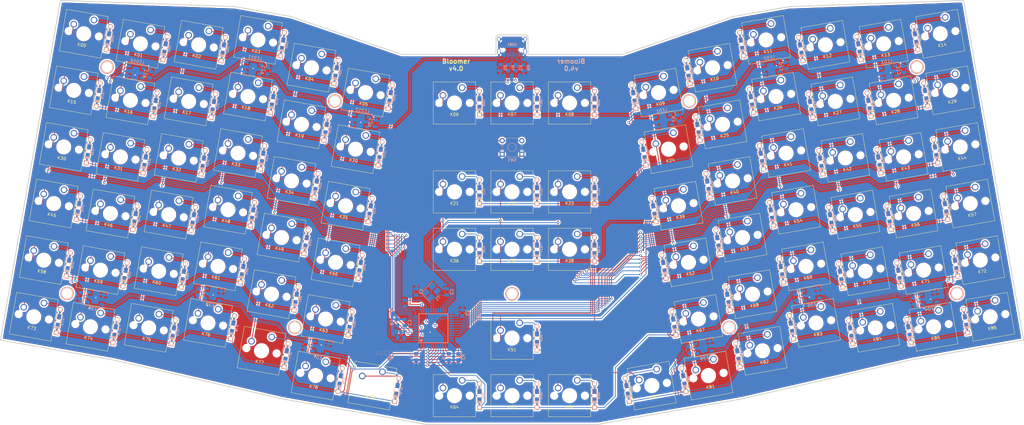
<source format=kicad_pcb>
(kicad_pcb (version 20171130) (host pcbnew 5.99.0+really5.1.10+dfsg1-1)
  (layers (0 F.Cu signal) (31 B.Cu signal) (34 B.Paste user) (35 F.Paste user) (36 B.SilkS user) (37 F.SilkS user) (38 B.Mask user) (39 F.Mask user) (44 Edge.Cuts user))
  (net 0 "")
  (net 1 "Net-(C1-Pad1)")
  (net 2 GND)
  (net 3 "Net-(C2-Pad1)")
  (net 4 VCC)
  (net 5 /usb_cap)
  (net 6 "Net-(D01-Pad2)")
  (net 7 /row0)
  (net 8 "Net-(D02-Pad2)")
  (net 9 "Net-(D03-Pad2)")
  (net 10 "Net-(D04-Pad2)")
  (net 11 "Net-(D05-Pad2)")
  (net 12 "Net-(D06-Pad2)")
  (net 13 "Net-(D07-Pad2)")
  (net 14 "Net-(D08-Pad2)")
  (net 15 "Net-(D09-Pad2)")
  (net 16 "Net-(D10-Pad2)")
  (net 17 "Net-(D11-Pad2)")
  (net 18 "Net-(D12-Pad2)")
  (net 19 "Net-(D13-Pad2)")
  (net 20 "Net-(D14-Pad2)")
  (net 21 "Net-(D15-Pad2)")
  (net 22 "Net-(D16-Pad2)")
  (net 23 /row1)
  (net 24 "Net-(D17-Pad2)")
  (net 25 "Net-(D18-Pad2)")
  (net 26 "Net-(D19-Pad2)")
  (net 27 "Net-(D20-Pad2)")
  (net 28 "Net-(D21-Pad2)")
  (net 29 "Net-(D22-Pad2)")
  (net 30 "Net-(D23-Pad2)")
  (net 31 "Net-(D24-Pad2)")
  (net 32 "Net-(D25-Pad2)")
  (net 33 "Net-(D26-Pad2)")
  (net 34 "Net-(D27-Pad2)")
  (net 35 "Net-(D28-Pad2)")
  (net 36 "Net-(D29-Pad2)")
  (net 37 "Net-(D30-Pad2)")
  (net 38 "Net-(D31-Pad2)")
  (net 39 /row2)
  (net 40 "Net-(D32-Pad2)")
  (net 41 "Net-(D33-Pad2)")
  (net 42 "Net-(D34-Pad2)")
  (net 43 "Net-(D35-Pad2)")
  (net 44 "Net-(D36-Pad2)")
  (net 45 "Net-(D37-Pad2)")
  (net 46 "Net-(D38-Pad2)")
  (net 47 "Net-(D39-Pad2)")
  (net 48 "Net-(D40-Pad2)")
  (net 49 "Net-(D41-Pad2)")
  (net 50 "Net-(D42-Pad2)")
  (net 51 "Net-(D43-Pad2)")
  (net 52 "Net-(D44-Pad2)")
  (net 53 "Net-(D45-Pad2)")
  (net 54 /row3)
  (net 55 "Net-(D46-Pad2)")
  (net 56 "Net-(D47-Pad2)")
  (net 57 "Net-(D48-Pad2)")
  (net 58 "Net-(D49-Pad2)")
  (net 59 "Net-(D50-Pad2)")
  (net 60 "Net-(D51-Pad2)")
  (net 61 "Net-(D52-Pad2)")
  (net 62 "Net-(D53-Pad2)")
  (net 63 "Net-(D54-Pad2)")
  (net 64 "Net-(D55-Pad2)")
  (net 65 "Net-(D56-Pad2)")
  (net 66 "Net-(D57-Pad2)")
  (net 67 "Net-(D58-Pad2)")
  (net 68 "Net-(D59-Pad2)")
  (net 69 /row4)
  (net 70 "Net-(D60-Pad2)")
  (net 71 "Net-(D61-Pad2)")
  (net 72 "Net-(D62-Pad2)")
  (net 73 "Net-(D63-Pad2)")
  (net 74 "Net-(D64-Pad2)")
  (net 75 "Net-(D65-Pad2)")
  (net 76 "Net-(D66-Pad2)")
  (net 77 "Net-(D67-Pad2)")
  (net 78 "Net-(D68-Pad2)")
  (net 79 "Net-(D69-Pad2)")
  (net 80 "Net-(D70-Pad2)")
  (net 81 "Net-(D71-Pad2)")
  (net 82 "Net-(D72-Pad2)")
  (net 83 "Net-(D73-Pad2)")
  (net 84 "Net-(D74-Pad2)")
  (net 85 /row5)
  (net 86 "Net-(D75-Pad2)")
  (net 87 "Net-(D76-Pad2)")
  (net 88 "Net-(D77-Pad2)")
  (net 89 "Net-(D78-Pad2)")
  (net 90 "Net-(D79-Pad2)")
  (net 91 "Net-(D80-Pad2)")
  (net 92 "Net-(D81-Pad2)")
  (net 93 "Net-(D82-Pad2)")
  (net 94 "Net-(D83-Pad2)")
  (net 95 "Net-(D84-Pad2)")
  (net 96 "Net-(D85-Pad2)")
  (net 97 "Net-(D86-Pad2)")
  (net 98 /col0)
  (net 99 /col1)
  (net 100 /col2)
  (net 101 /col3)
  (net 102 /col4)
  (net 103 /col5)
  (net 104 /col6)
  (net 105 /col7)
  (net 106 /col8)
  (net 107 /col9)
  (net 108 /col10)
  (net 109 /col11)
  (net 110 /col12)
  (net 111 /col13)
  (net 112 /col14)
  (net 113 /rgb)
  (net 114 /usb_d-)
  (net 115 /usb_d+)
  (net 116 "Net-(D00-Pad2)")
  (net 117 "Net-(R3-Pad2)")
  (net 118 "Net-(R4-Pad2)")
  (net 119 "Net-(R5-Pad2)")
  (net 120 "Net-(R6-Pad2)")
  (net 121 "Net-(USB1-Pad9)")
  (net 122 "Net-(USB1-Pad3)")
  (net 123 "Net-(LED1-Pad2)")
  (net 124 "Net-(LED2-Pad2)")
  (net 125 "Net-(LED3-Pad2)")
  (net 126 "Net-(LED4-Pad2)")
  (net 127 "Net-(LED5-Pad2)")
  (net 128 "Net-(LED6-Pad2)")
  (net 129 "Net-(LED7-Pad2)")
  (net 130 "Net-(LED8-Pad2)")
  (net 131 "Net-(LED10-Pad4)")
  (net 132 "Net-(LED10-Pad2)")
  (net 133 "Net-(LED11-Pad2)")
  (net 134 "Net-(LED12-Pad2)")
  (net 135 "Net-(MCU1-Pad13)")
  (net 136 "Net-(MCU1-Pad32)")
  (net 137 "Net-(MCU1-Pad33)")
  (net 138 "Net-(MCU1-Pad42)")
  (net 139 "Net-(MCU1-Pad18)")
  (net 140 "Net-(MCU1-Pad19)")
  (module cozy-parts:HOLE_M2_SPACER (layer B.Cu) (at 200 126.996)
    (fp_text reference H9 hide)
    (fp_text value VAL** hide)
    (pad 1 thru_hole circle (at 0 0) (size 4.5 4.5) (drill 3.5) (layers *.Cu *.Mask B.SilkS))
  )
  (module cozy-parts:HOLE_M2_SPACER (layer B.Cu) (at 141.339 63.119002)
    (fp_text reference H8 hide)
    (fp_text value VAL** hide)
    (pad 1 thru_hole circle (at 0 0) (size 4.5 4.5) (drill 3.5) (layers *.Cu *.Mask B.SilkS))
  )
  (module cozy-parts:HOLE_M2_SPACER (layer B.Cu) (at 65.949001 51.856001)
    (fp_text reference H7 hide)
    (fp_text value VAL** hide)
    (pad 1 thru_hole circle (at 0 0) (size 4.5 4.5) (drill 3.5) (layers *.Cu *.Mask B.SilkS))
  )
  (module cozy-parts:HOLE_M2_SPACER (layer B.Cu) (at 52.716999 126.898)
    (fp_text reference H6 hide)
    (fp_text value VAL** hide)
    (pad 1 thru_hole circle (at 0 0) (size 4.5 4.5) (drill 3.5) (layers *.Cu *.Mask B.SilkS))
  )
  (module cozy-parts:HOLE_M2_SPACER (layer B.Cu) (at 128.107001 138.161)
    (fp_text reference H5 hide)
    (fp_text value VAL** hide)
    (pad 1 thru_hole circle (at 0 0) (size 4.5 4.5) (drill 3.5) (layers *.Cu *.Mask B.SilkS))
  )
  (module cozy-parts:HOLE_M2_SPACER (layer B.Cu) (at 271.893001 138.160999)
    (fp_text reference H4 hide)
    (fp_text value VAL** hide)
    (pad 1 thru_hole circle (at 0 0) (size 4.5 4.5) (drill 3.5) (layers *.Cu *.Mask B.SilkS))
  )
  (module cozy-parts:HOLE_M2_SPACER (layer B.Cu) (at 347.283002 126.898001)
    (fp_text reference H3 hide)
    (fp_text value VAL** hide)
    (pad 1 thru_hole circle (at 0 0) (size 4.5 4.5) (drill 3.5) (layers *.Cu *.Mask B.SilkS))
  )
  (module cozy-parts:HOLE_M2_SPACER (layer B.Cu) (at 334.051 51.855999)
    (fp_text reference H2 hide)
    (fp_text value VAL** hide)
    (pad 1 thru_hole circle (at 0 0) (size 4.5 4.5) (drill 3.5) (layers *.Cu *.Mask B.SilkS))
  )
  (module cozy-parts:HOLE_M2_SPACER (layer B.Cu) (at 258.661 63.119001)
    (fp_text reference H1 hide)
    (fp_text value VAL** hide)
    (pad 1 thru_hole circle (at 0 0) (size 4.5 4.5) (drill 3.5) (layers *.Cu *.Mask B.SilkS))
  )
  (module Capacitor_SMD:C_0805_2012Metric_Pad1.18x1.45mm_HandSolder (layer B.Cu) (at 168.275001 126.365 90)
    (fp_text reference C1 (at 0 1.68 90) (layer B.SilkS) (effects (justify mirror)))
    (fp_text value 22p)
    (pad 1 smd roundrect (at -1.0375 0 90) (size 1.175 1.45) (layers B.Cu B.Paste B.Mask) (roundrect_rratio 0.212766) (net 1 "Net-(C1-Pad1)"))
    (pad 2 smd roundrect (at 1.0375 0 90) (size 1.175 1.45) (layers B.Cu B.Paste B.Mask) (roundrect_rratio 0.212766) (net 2 GND))
  )
  (module Capacitor_SMD:C_0805_2012Metric_Pad1.18x1.45mm_HandSolder (layer B.Cu) (at 178.435001 126.365001 90)
    (fp_text reference C2 (at 0 1.68 90) (layer B.SilkS) (effects (justify mirror)))
    (fp_text value 22p)
    (pad 1 smd roundrect (at -1.0375 0 90) (size 1.175 1.45) (layers B.Cu B.Paste B.Mask) (roundrect_rratio 0.212766) (net 3 "Net-(C2-Pad1)"))
    (pad 2 smd roundrect (at 1.0375 0 90) (size 1.175 1.45) (layers B.Cu B.Paste B.Mask) (roundrect_rratio 0.212766) (net 2 GND))
  )
  (module Capacitor_SMD:C_0805_2012Metric_Pad1.18x1.45mm_HandSolder (layer B.Cu) (at 164.465001 136.524999 90)
    (fp_text reference C3 (at 0 1.68 90) (layer B.SilkS) (effects (justify mirror)))
    (fp_text value 0.1u)
    (pad 1 smd roundrect (at -1.0375 0 90) (size 1.175 1.45) (layers B.Cu B.Paste B.Mask) (roundrect_rratio 0.212766) (net 4 VCC))
    (pad 2 smd roundrect (at 1.0375 0 90) (size 1.175 1.45) (layers B.Cu B.Paste B.Mask) (roundrect_rratio 0.212766) (net 2 GND))
  )
  (module Capacitor_SMD:C_0805_2012Metric_Pad1.18x1.45mm_HandSolder (layer B.Cu) (at 168.275001 147.954999 270)
    (fp_text reference C4 (at 0 1.68 90) (layer B.SilkS) (effects (justify mirror)))
    (fp_text value 0.1u)
    (pad 1 smd roundrect (at -1.0375 0 270) (size 1.175 1.45) (layers B.Cu B.Paste B.Mask) (roundrect_rratio 0.212766) (net 4 VCC))
    (pad 2 smd roundrect (at 1.0375 0 270) (size 1.175 1.45) (layers B.Cu B.Paste B.Mask) (roundrect_rratio 0.212766) (net 2 GND))
  )
  (module Capacitor_SMD:C_0805_2012Metric_Pad1.18x1.45mm_HandSolder (layer B.Cu) (at 183.515002 133.35 90)
    (fp_text reference C5 (at 0 1.68 90) (layer B.SilkS) (effects (justify mirror)))
    (fp_text value 0.1u)
    (pad 2 smd roundrect (at 1.0375 0 90) (size 1.175 1.45) (layers B.Cu B.Paste B.Mask) (roundrect_rratio 0.212766) (net 2 GND))
    (pad 1 smd roundrect (at -1.0375 0 90) (size 1.175 1.45) (layers B.Cu B.Paste B.Mask) (roundrect_rratio 0.212766) (net 4 VCC))
  )
  (module Capacitor_SMD:C_0805_2012Metric_Pad1.18x1.45mm_HandSolder (layer B.Cu) (at 179.070001 147.955002 270)
    (fp_text reference C6 (at 0 1.68 90) (layer B.SilkS) (effects (justify mirror)))
    (fp_text value 0.1u)
    (pad 1 smd roundrect (at -1.0375 0 270) (size 1.175 1.45) (layers B.Cu B.Paste B.Mask) (roundrect_rratio 0.212766) (net 4 VCC))
    (pad 2 smd roundrect (at 1.0375 0 270) (size 1.175 1.45) (layers B.Cu B.Paste B.Mask) (roundrect_rratio 0.212766) (net 2 GND))
  )
  (module Capacitor_SMD:C_0805_2012Metric_Pad1.18x1.45mm_HandSolder (layer B.Cu) (at 163.195 141.605 180)
    (fp_text reference C7 (at 0 1.68) (layer B.SilkS) (effects (justify mirror)))
    (fp_text value 4.7u)
    (pad 2 smd roundrect (at 1.0375 0 180) (size 1.175 1.45) (layers B.Cu B.Paste B.Mask) (roundrect_rratio 0.212766) (net 2 GND))
    (pad 1 smd roundrect (at -1.0375 0 180) (size 1.175 1.45) (layers B.Cu B.Paste B.Mask) (roundrect_rratio 0.212766) (net 4 VCC))
  )
  (module Capacitor_SMD:C_0805_2012Metric_Pad1.18x1.45mm_HandSolder (layer B.Cu) (at 161.925001 136.525 270)
    (fp_text reference C8 (at 0 1.68 90) (layer B.SilkS) (effects (justify mirror)))
    (fp_text value 1u)
    (pad 2 smd roundrect (at 1.0375 0 270) (size 1.175 1.45) (layers B.Cu B.Paste B.Mask) (roundrect_rratio 0.212766) (net 5 /usb_cap))
    (pad 1 smd roundrect (at -1.0375 0 270) (size 1.175 1.45) (layers B.Cu B.Paste B.Mask) (roundrect_rratio 0.212766) (net 2 GND))
  )
  (module Capacitor_SMD:C_0805_2012Metric_Pad1.18x1.45mm_HandSolder (layer B.Cu) (at 255.062999 68.829999 280)
    (fp_text reference C9 (at 0 1.68 280) (layer B.SilkS) (effects (justify mirror)))
    (fp_text value 100n)
    (pad 1 smd roundrect (at -1.0375 0 280) (size 1.175 1.45) (layers B.Cu B.Paste B.Mask) (roundrect_rratio 0.212766) (net 2 GND))
    (pad 2 smd roundrect (at 1.0375 0 280) (size 1.175 1.45) (layers B.Cu B.Paste B.Mask) (roundrect_rratio 0.212766) (net 4 VCC))
  )
  (module Capacitor_SMD:C_0805_2012Metric_Pad1.18x1.45mm_HandSolder (layer B.Cu) (at 290.673999 51.381001 280)
    (fp_text reference C10 (at 0 1.68 280) (layer B.SilkS) (effects (justify mirror)))
    (fp_text value 100n)
    (pad 2 smd roundrect (at 1.0375 0 280) (size 1.175 1.45) (layers B.Cu B.Paste B.Mask) (roundrect_rratio 0.212766) (net 4 VCC))
    (pad 1 smd roundrect (at -1.0375 0 280) (size 1.175 1.45) (layers B.Cu B.Paste B.Mask) (roundrect_rratio 0.212766) (net 2 GND))
  )
  (module Capacitor_SMD:C_0805_2012Metric_Pad1.18x1.45mm_HandSolder (layer B.Cu) (at 329.584002 52.644002 280)
    (fp_text reference C11 (at 0 1.68 100) (layer B.SilkS) (effects (justify mirror)))
    (fp_text value 100n)
    (pad 1 smd roundrect (at -1.0375 0 280) (size 1.175 1.45) (layers B.Cu B.Paste B.Mask) (roundrect_rratio 0.212766) (net 2 GND))
    (pad 2 smd roundrect (at 1.0375 0 280) (size 1.175 1.45) (layers B.Cu B.Paste B.Mask) (roundrect_rratio 0.212766) (net 4 VCC))
  )
  (module Capacitor_SMD:C_0805_2012Metric_Pad1.18x1.45mm_HandSolder (layer B.Cu) (at 332.988001 129.419 100)
    (fp_text reference C12 (at 0 1.68 280) (layer B.SilkS) (effects (justify mirror)))
    (fp_text value 100n)
    (pad 2 smd roundrect (at 1.0375 0 100) (size 1.175 1.45) (layers B.Cu B.Paste B.Mask) (roundrect_rratio 0.212766) (net 4 VCC))
    (pad 1 smd roundrect (at -1.0375 0 100) (size 1.175 1.45) (layers B.Cu B.Paste B.Mask) (roundrect_rratio 0.212766) (net 2 GND))
  )
  (module Capacitor_SMD:C_0805_2012Metric_Pad1.18x1.45mm_HandSolder (layer B.Cu) (at 294.078 128.155999 100)
    (fp_text reference C13 (at 0 1.68 100) (layer B.SilkS) (effects (justify mirror)))
    (fp_text value 100n)
    (pad 1 smd roundrect (at -1.0375 0 100) (size 1.175 1.45) (layers B.Cu B.Paste B.Mask) (roundrect_rratio 0.212766) (net 2 GND))
    (pad 2 smd roundrect (at 1.0375 0 100) (size 1.175 1.45) (layers B.Cu B.Paste B.Mask) (roundrect_rratio 0.212766) (net 4 VCC))
  )
  (module Capacitor_SMD:C_0805_2012Metric_Pad1.18x1.45mm_HandSolder (layer B.Cu) (at 258.467001 145.605 100)
    (fp_text reference C14 (at 0 1.68 100) (layer B.SilkS) (effects (justify mirror)))
    (fp_text value 100n)
    (pad 2 smd roundrect (at 1.0375 0 100) (size 1.175 1.45) (layers B.Cu B.Paste B.Mask) (roundrect_rratio 0.212766) (net 4 VCC))
    (pad 1 smd roundrect (at -1.0375 0 100) (size 1.175 1.45) (layers B.Cu B.Paste B.Mask) (roundrect_rratio 0.212766) (net 2 GND))
  )
  (module Capacitor_SMD:C_0805_2012Metric_Pad1.18x1.45mm_HandSolder (layer B.Cu) (at 131.705001 143.872002 80)
    (fp_text reference C15 (at 0 1.68 80) (layer B.SilkS) (effects (justify mirror)))
    (fp_text value 100n)
    (pad 2 smd roundrect (at 1.0375 0 80) (size 1.175 1.45) (layers B.Cu B.Paste B.Mask) (roundrect_rratio 0.212766) (net 4 VCC))
    (pad 1 smd roundrect (at -1.0375 0 80) (size 1.175 1.45) (layers B.Cu B.Paste B.Mask) (roundrect_rratio 0.212766) (net 2 GND))
  )
  (module Capacitor_SMD:C_0805_2012Metric_Pad1.18x1.45mm_HandSolder (layer B.Cu) (at 96.094 126.423 80)
    (fp_text reference C16 (at 0 1.68 80) (layer B.SilkS) (effects (justify mirror)))
    (fp_text value 100n)
    (pad 2 smd roundrect (at 1.0375 0 80) (size 1.175 1.45) (layers B.Cu B.Paste B.Mask) (roundrect_rratio 0.212766) (net 4 VCC))
    (pad 1 smd roundrect (at -1.0375 0 80) (size 1.175 1.45) (layers B.Cu B.Paste B.Mask) (roundrect_rratio 0.212766) (net 2 GND))
  )
  (module Capacitor_SMD:C_0805_2012Metric_Pad1.18x1.45mm_HandSolder (layer B.Cu) (at 57.184001 127.686 80)
    (fp_text reference C17 (at 0 1.68 80) (layer B.SilkS) (effects (justify mirror)))
    (fp_text value 100n)
    (pad 1 smd roundrect (at -1.0375 0 80) (size 1.175 1.45) (layers B.Cu B.Paste B.Mask) (roundrect_rratio 0.212766) (net 2 GND))
    (pad 2 smd roundrect (at 1.0375 0 80) (size 1.175 1.45) (layers B.Cu B.Paste B.Mask) (roundrect_rratio 0.212766) (net 4 VCC))
  )
  (module Capacitor_SMD:C_0805_2012Metric_Pad1.18x1.45mm_HandSolder (layer B.Cu) (at 80.244002 54.376999 260)
    (fp_text reference C18 (at 0 1.68 260) (layer B.SilkS) (effects (justify mirror)))
    (fp_text value 100n)
    (pad 1 smd roundrect (at -1.0375 0 260) (size 1.175 1.45) (layers B.Cu B.Paste B.Mask) (roundrect_rratio 0.212766) (net 2 GND))
    (pad 2 smd roundrect (at 1.0375 0 260) (size 1.175 1.45) (layers B.Cu B.Paste B.Mask) (roundrect_rratio 0.212766) (net 4 VCC))
  )
  (module Capacitor_SMD:C_0805_2012Metric_Pad1.18x1.45mm_HandSolder (layer B.Cu) (at 119.154001 53.114 260)
    (fp_text reference C19 (at 0 1.68 80) (layer B.SilkS) (effects (justify mirror)))
    (fp_text value 100n)
    (pad 1 smd roundrect (at -1.0375 0 260) (size 1.175 1.45) (layers B.Cu B.Paste B.Mask) (roundrect_rratio 0.212766) (net 2 GND))
    (pad 2 smd roundrect (at 1.0375 0 260) (size 1.175 1.45) (layers B.Cu B.Paste B.Mask) (roundrect_rratio 0.212766) (net 4 VCC))
  )
  (module Capacitor_SMD:C_0805_2012Metric_Pad1.18x1.45mm_HandSolder (layer B.Cu) (at 154.765001 70.563001 260)
    (fp_text reference C20 (at 0 1.68 260) (layer B.SilkS) (effects (justify mirror)))
    (fp_text value 100n)
    (pad 1 smd roundrect (at -1.0375 0 260) (size 1.175 1.45) (layers B.Cu B.Paste B.Mask) (roundrect_rratio 0.212766) (net 2 GND))
    (pad 2 smd roundrect (at 1.0375 0 260) (size 1.175 1.45) (layers B.Cu B.Paste B.Mask) (roundrect_rratio 0.212766) (net 4 VCC))
  )
  (module Keebio-Parts:Diode-dual (layer B.Cu) (at 66.359976 42.256769 260)
    (fp_text reference D00 (at -0.0254 -1.4 260) (layer B.SilkS) (effects (font (size 0.8 0.8)) (justify mirror)))
    (fp_text value D_Small hide)
    (pad 2 smd rect (at -2.5 0 260) (size 2.9 0.5) (layers F.Cu) (net 116 "Net-(D00-Pad2)"))
    (pad 2 smd rect (at -1.4 0 260) (size 1.6 1.2) (layers F.Cu F.Paste F.Mask) (net 116 "Net-(D00-Pad2)"))
    (pad 1 smd rect (at 1.4 0 260) (size 1.6 1.2) (layers F.Cu F.Paste F.Mask) (net 7 /row0))
    (pad 1 smd rect (at 2.5 0 260) (size 2.9 0.5) (layers F.Cu) (net 7 /row0))
    (pad 1 smd rect (at 1.4 0 260) (size 1.6 1.2) (layers B.Cu B.Paste B.Mask) (net 7 /row0))
    (pad 2 smd rect (at -1.4 0 260) (size 1.6 1.2) (layers B.Cu B.Paste B.Mask) (net 116 "Net-(D00-Pad2)"))
    (pad 2 thru_hole circle (at -3.9 0 260) (size 1.6 1.6) (drill 1) (layers *.Cu *.Mask B.SilkS) (net 116 "Net-(D00-Pad2)"))
    (pad 1 thru_hole rect (at 3.9 0 260) (size 1.6 1.6) (drill 1) (layers *.Cu *.Mask B.SilkS) (net 7 /row0))
    (pad 2 smd rect (at -2.5 0 260) (size 2.9 0.5) (layers B.Cu) (net 116 "Net-(D00-Pad2)"))
    (pad 1 smd rect (at 2.5 0 260) (size 2.9 0.5) (layers B.Cu) (net 7 /row0))
  )
  (module Keebio-Parts:Diode-dual (layer B.Cu) (at 85.120975 45.564768 260)
    (fp_text reference D01 (at -0.0254 -1.4 260) (layer B.SilkS) (effects (font (size 0.8 0.8)) (justify mirror)))
    (fp_text value D_Small hide)
    (pad 2 smd rect (at -2.5 0 260) (size 2.9 0.5) (layers F.Cu) (net 6 "Net-(D01-Pad2)"))
    (pad 2 smd rect (at -1.4 0 260) (size 1.6 1.2) (layers F.Cu F.Paste F.Mask) (net 6 "Net-(D01-Pad2)"))
    (pad 1 smd rect (at 1.4 0 260) (size 1.6 1.2) (layers F.Cu F.Paste F.Mask) (net 7 /row0))
    (pad 1 smd rect (at 2.5 0 260) (size 2.9 0.5) (layers F.Cu) (net 7 /row0))
    (pad 1 smd rect (at 1.4 0 260) (size 1.6 1.2) (layers B.Cu B.Paste B.Mask) (net 7 /row0))
    (pad 2 smd rect (at -1.4 0 260) (size 1.6 1.2) (layers B.Cu B.Paste B.Mask) (net 6 "Net-(D01-Pad2)"))
    (pad 2 thru_hole circle (at -3.9 0 260) (size 1.6 1.6) (drill 1) (layers *.Cu *.Mask B.SilkS) (net 6 "Net-(D01-Pad2)"))
    (pad 1 thru_hole rect (at 3.9 0 260) (size 1.6 1.6) (drill 1) (layers *.Cu *.Mask B.SilkS) (net 7 /row0))
    (pad 2 smd rect (at -2.5 0 260) (size 2.9 0.5) (layers B.Cu) (net 6 "Net-(D01-Pad2)"))
    (pad 1 smd rect (at 2.5 0 260) (size 2.9 0.5) (layers B.Cu) (net 7 /row0))
  )
  (module Keebio-Parts:Diode-dual (layer B.Cu) (at 104.401976 45.91777 260)
    (fp_text reference D02 (at -0.0254 -1.4 260) (layer B.SilkS) (effects (font (size 0.8 0.8)) (justify mirror)))
    (fp_text value D_Small hide)
    (pad 1 smd rect (at 2.5 0 260) (size 2.9 0.5) (layers B.Cu) (net 7 /row0))
    (pad 2 smd rect (at -2.5 0 260) (size 2.9 0.5) (layers B.Cu) (net 8 "Net-(D02-Pad2)"))
    (pad 1 thru_hole rect (at 3.9 0 260) (size 1.6 1.6) (drill 1) (layers *.Cu *.Mask B.SilkS) (net 7 /row0))
    (pad 2 thru_hole circle (at -3.9 0 260) (size 1.6 1.6) (drill 1) (layers *.Cu *.Mask B.SilkS) (net 8 "Net-(D02-Pad2)"))
    (pad 2 smd rect (at -1.4 0 260) (size 1.6 1.2) (layers B.Cu B.Paste B.Mask) (net 8 "Net-(D02-Pad2)"))
    (pad 1 smd rect (at 1.4 0 260) (size 1.6 1.2) (layers B.Cu B.Paste B.Mask) (net 7 /row0))
    (pad 1 smd rect (at 2.5 0 260) (size 2.9 0.5) (layers F.Cu) (net 7 /row0))
    (pad 1 smd rect (at 1.4 0 260) (size 1.6 1.2) (layers F.Cu F.Paste F.Mask) (net 7 /row0))
    (pad 2 smd rect (at -1.4 0 260) (size 1.6 1.2) (layers F.Cu F.Paste F.Mask) (net 8 "Net-(D02-Pad2)"))
    (pad 2 smd rect (at -2.5 0 260) (size 2.9 0.5) (layers F.Cu) (net 8 "Net-(D02-Pad2)"))
  )
  (module Keebio-Parts:Diode-dual (layer B.Cu) (at 124.030975 44.301767 260)
    (fp_text reference D03 (at -0.0254 -1.4 260) (layer B.SilkS) (effects (font (size 0.8 0.8)) (justify mirror)))
    (fp_text value D_Small hide)
    (pad 2 smd rect (at -2.5 0 260) (size 2.9 0.5) (layers F.Cu) (net 9 "Net-(D03-Pad2)"))
    (pad 2 smd rect (at -1.4 0 260) (size 1.6 1.2) (layers F.Cu F.Paste F.Mask) (net 9 "Net-(D03-Pad2)"))
    (pad 1 smd rect (at 1.4 0 260) (size 1.6 1.2) (layers F.Cu F.Paste F.Mask) (net 7 /row0))
    (pad 1 smd rect (at 2.5 0 260) (size 2.9 0.5) (layers F.Cu) (net 7 /row0))
    (pad 1 smd rect (at 1.4 0 260) (size 1.6 1.2) (layers B.Cu B.Paste B.Mask) (net 7 /row0))
    (pad 2 smd rect (at -1.4 0 260) (size 1.6 1.2) (layers B.Cu B.Paste B.Mask) (net 9 "Net-(D03-Pad2)"))
    (pad 2 thru_hole circle (at -3.9 0 260) (size 1.6 1.6) (drill 1) (layers *.Cu *.Mask B.SilkS) (net 9 "Net-(D03-Pad2)"))
    (pad 1 thru_hole rect (at 3.9 0 260) (size 1.6 1.6) (drill 1) (layers *.Cu *.Mask B.SilkS) (net 7 /row0))
    (pad 2 smd rect (at -2.5 0 260) (size 2.9 0.5) (layers B.Cu) (net 9 "Net-(D03-Pad2)"))
    (pad 1 smd rect (at 2.5 0 260) (size 2.9 0.5) (layers B.Cu) (net 7 /row0))
  )
  (module Keebio-Parts:Diode-dual (layer B.Cu) (at 141.749973 53.518768 260)
    (fp_text reference D04 (at -0.0254 -1.4 260) (layer B.SilkS) (effects (font (size 0.8 0.8)) (justify mirror)))
    (fp_text value D_Small hide)
    (pad 1 smd rect (at 2.5 0 260) (size 2.9 0.5) (layers B.Cu) (net 7 /row0))
    (pad 2 smd rect (at -2.5 0 260) (size 2.9 0.5) (layers B.Cu) (net 10 "Net-(D04-Pad2)"))
    (pad 1 thru_hole rect (at 3.9 0 260) (size 1.6 1.6) (drill 1) (layers *.Cu *.Mask B.SilkS) (net 7 /row0))
    (pad 2 thru_hole circle (at -3.9 0 260) (size 1.6 1.6) (drill 1) (layers *.Cu *.Mask B.SilkS) (net 10 "Net-(D04-Pad2)"))
    (pad 2 smd rect (at -1.4 0 260) (size 1.6 1.2) (layers B.Cu B.Paste B.Mask) (net 10 "Net-(D04-Pad2)"))
    (pad 1 smd rect (at 1.4 0 260) (size 1.6 1.2) (layers B.Cu B.Paste B.Mask) (net 7 /row0))
    (pad 1 smd rect (at 2.5 0 260) (size 2.9 0.5) (layers F.Cu) (net 7 /row0))
    (pad 1 smd rect (at 1.4 0 260) (size 1.6 1.2) (layers F.Cu F.Paste F.Mask) (net 7 /row0))
    (pad 2 smd rect (at -1.4 0 260) (size 1.6 1.2) (layers F.Cu F.Paste F.Mask) (net 10 "Net-(D04-Pad2)"))
    (pad 2 smd rect (at -2.5 0 260) (size 2.9 0.5) (layers F.Cu) (net 10 "Net-(D04-Pad2)"))
  )
  (module Keebio-Parts:Diode-dual (layer B.Cu) (at 159.641975 61.750768 260)
    (fp_text reference D05 (at -0.0254 -1.4 260) (layer B.SilkS) (effects (font (size 0.8 0.8)) (justify mirror)))
    (fp_text value D_Small hide)
    (pad 2 smd rect (at -2.5 0 260) (size 2.9 0.5) (layers F.Cu) (net 11 "Net-(D05-Pad2)"))
    (pad 2 smd rect (at -1.4 0 260) (size 1.6 1.2) (layers F.Cu F.Paste F.Mask) (net 11 "Net-(D05-Pad2)"))
    (pad 1 smd rect (at 1.4 0 260) (size 1.6 1.2) (layers F.Cu F.Paste F.Mask) (net 7 /row0))
    (pad 1 smd rect (at 2.5 0 260) (size 2.9 0.5) (layers F.Cu) (net 7 /row0))
    (pad 1 smd rect (at 1.4 0 260) (size 1.6 1.2) (layers B.Cu B.Paste B.Mask) (net 7 /row0))
    (pad 2 smd rect (at -1.4 0 260) (size 1.6 1.2) (layers B.Cu B.Paste B.Mask) (net 11 "Net-(D05-Pad2)"))
    (pad 2 thru_hole circle (at -3.9 0 260) (size 1.6 1.6) (drill 1) (layers *.Cu *.Mask B.SilkS) (net 11 "Net-(D05-Pad2)"))
    (pad 1 thru_hole rect (at 3.9 0 260) (size 1.6 1.6) (drill 1) (layers *.Cu *.Mask B.SilkS) (net 7 /row0))
    (pad 2 smd rect (at -2.5 0 260) (size 2.9 0.5) (layers B.Cu) (net 11 "Net-(D05-Pad2)"))
    (pad 1 smd rect (at 2.5 0 260) (size 2.9 0.5) (layers B.Cu) (net 7 /row0))
  )
  (module Keebio-Parts:Diode-dual (layer B.Cu) (at 189.212501 63.773001 270)
    (fp_text reference D06 (at -0.0254 -1.4 270) (layer B.SilkS) (effects (font (size 0.8 0.8)) (justify mirror)))
    (fp_text value D_Small hide)
    (pad 2 smd rect (at -2.5 0 270) (size 2.9 0.5) (layers F.Cu) (net 12 "Net-(D06-Pad2)"))
    (pad 2 smd rect (at -1.4 0 270) (size 1.6 1.2) (layers F.Cu F.Paste F.Mask) (net 12 "Net-(D06-Pad2)"))
    (pad 1 smd rect (at 1.4 0 270) (size 1.6 1.2) (layers F.Cu F.Paste F.Mask) (net 7 /row0))
    (pad 1 smd rect (at 2.5 0 270) (size 2.9 0.5) (layers F.Cu) (net 7 /row0))
    (pad 1 smd rect (at 1.4 0 270) (size 1.6 1.2) (layers B.Cu B.Paste B.Mask) (net 7 /row0))
    (pad 2 smd rect (at -1.4 0 270) (size 1.6 1.2) (layers B.Cu B.Paste B.Mask) (net 12 "Net-(D06-Pad2)"))
    (pad 2 thru_hole circle (at -3.9 0 270) (size 1.6 1.6) (drill 1) (layers *.Cu *.Mask B.SilkS) (net 12 "Net-(D06-Pad2)"))
    (pad 1 thru_hole rect (at 3.9 0 270) (size 1.6 1.6) (drill 1) (layers *.Cu *.Mask B.SilkS) (net 7 /row0))
    (pad 2 smd rect (at -2.5 0 270) (size 2.9 0.5) (layers B.Cu) (net 12 "Net-(D06-Pad2)"))
    (pad 1 smd rect (at 2.5 0 270) (size 2.9 0.5) (layers B.Cu) (net 7 /row0))
  )
  (module Keebio-Parts:Diode-dual (layer B.Cu) (at 208.262501 63.773002 270)
    (fp_text reference D07 (at -0.0254 -1.4 270) (layer B.SilkS) (effects (font (size 0.8 0.8)) (justify mirror)))
    (fp_text value D_Small hide)
    (pad 1 smd rect (at 2.5 0 270) (size 2.9 0.5) (layers B.Cu) (net 7 /row0))
    (pad 2 smd rect (at -2.5 0 270) (size 2.9 0.5) (layers B.Cu) (net 13 "Net-(D07-Pad2)"))
    (pad 1 thru_hole rect (at 3.9 0 270) (size 1.6 1.6) (drill 1) (layers *.Cu *.Mask B.SilkS) (net 7 /row0))
    (pad 2 thru_hole circle (at -3.9 0 270) (size 1.6 1.6) (drill 1) (layers *.Cu *.Mask B.SilkS) (net 13 "Net-(D07-Pad2)"))
    (pad 2 smd rect (at -1.4 0 270) (size 1.6 1.2) (layers B.Cu B.Paste B.Mask) (net 13 "Net-(D07-Pad2)"))
    (pad 1 smd rect (at 1.4 0 270) (size 1.6 1.2) (layers B.Cu B.Paste B.Mask) (net 7 /row0))
    (pad 1 smd rect (at 2.5 0 270) (size 2.9 0.5) (layers F.Cu) (net 7 /row0))
    (pad 1 smd rect (at 1.4 0 270) (size 1.6 1.2) (layers F.Cu F.Paste F.Mask) (net 7 /row0))
    (pad 2 smd rect (at -1.4 0 270) (size 1.6 1.2) (layers F.Cu F.Paste F.Mask) (net 13 "Net-(D07-Pad2)"))
    (pad 2 smd rect (at -2.5 0 270) (size 2.9 0.5) (layers F.Cu) (net 13 "Net-(D07-Pad2)"))
  )
  (module Keebio-Parts:Diode-dual (layer B.Cu) (at 227.312501 63.773 270)
    (fp_text reference D08 (at -0.0254 -1.4 270) (layer B.SilkS) (effects (font (size 0.8 0.8)) (justify mirror)))
    (fp_text value D_Small hide)
    (pad 2 smd rect (at -2.5 0 270) (size 2.9 0.5) (layers F.Cu) (net 14 "Net-(D08-Pad2)"))
    (pad 2 smd rect (at -1.4 0 270) (size 1.6 1.2) (layers F.Cu F.Paste F.Mask) (net 14 "Net-(D08-Pad2)"))
    (pad 1 smd rect (at 1.4 0 270) (size 1.6 1.2) (layers F.Cu F.Paste F.Mask) (net 7 /row0))
    (pad 1 smd rect (at 2.5 0 270) (size 2.9 0.5) (layers F.Cu) (net 7 /row0))
    (pad 1 smd rect (at 1.4 0 270) (size 1.6 1.2) (layers B.Cu B.Paste B.Mask) (net 7 /row0))
    (pad 2 smd rect (at -1.4 0 270) (size 1.6 1.2) (layers B.Cu B.Paste B.Mask) (net 14 "Net-(D08-Pad2)"))
    (pad 2 thru_hole circle (at -3.9 0 270) (size 1.6 1.6) (drill 1) (layers *.Cu *.Mask B.SilkS) (net 14 "Net-(D08-Pad2)"))
    (pad 1 thru_hole rect (at 3.9 0 270) (size 1.6 1.6) (drill 1) (layers *.Cu *.Mask B.SilkS) (net 7 /row0))
    (pad 2 smd rect (at -2.5 0 270) (size 2.9 0.5) (layers B.Cu) (net 14 "Net-(D08-Pad2)"))
    (pad 1 smd rect (at 2.5 0 270) (size 2.9 0.5) (layers B.Cu) (net 7 /row0))
  )
  (module Keebio-Parts:Diode-dual (layer B.Cu) (at 240.358026 61.750767 280)
    (fp_text reference D09 (at -0.0254 -1.4 280) (layer B.SilkS) (effects (font (size 0.8 0.8)) (justify mirror)))
    (fp_text value D_Small hide)
    (pad 1 smd rect (at 2.5 0 280) (size 2.9 0.5) (layers B.Cu) (net 7 /row0))
    (pad 2 smd rect (at -2.5 0 280) (size 2.9 0.5) (layers B.Cu) (net 15 "Net-(D09-Pad2)"))
    (pad 1 thru_hole rect (at 3.9 0 280) (size 1.6 1.6) (drill 1) (layers *.Cu *.Mask B.SilkS) (net 7 /row0))
    (pad 2 thru_hole circle (at -3.9 0 280) (size 1.6 1.6) (drill 1) (layers *.Cu *.Mask B.SilkS) (net 15 "Net-(D09-Pad2)"))
    (pad 2 smd rect (at -1.4 0 280) (size 1.6 1.2) (layers B.Cu B.Paste B.Mask) (net 15 "Net-(D09-Pad2)"))
    (pad 1 smd rect (at 1.4 0 280) (size 1.6 1.2) (layers B.Cu B.Paste B.Mask) (net 7 /row0))
    (pad 1 smd rect (at 2.5 0 280) (size 2.9 0.5) (layers F.Cu) (net 7 /row0))
    (pad 1 smd rect (at 1.4 0 280) (size 1.6 1.2) (layers F.Cu F.Paste F.Mask) (net 7 /row0))
    (pad 2 smd rect (at -1.4 0 280) (size 1.6 1.2) (layers F.Cu F.Paste F.Mask) (net 15 "Net-(D09-Pad2)"))
    (pad 2 smd rect (at -2.5 0 280) (size 2.9 0.5) (layers F.Cu) (net 15 "Net-(D09-Pad2)"))
  )
  (module Keebio-Parts:Diode-dual (layer B.Cu) (at 258.250027 53.518768 280)
    (fp_text reference D10 (at -0.0254 -1.4 280) (layer B.SilkS) (effects (font (size 0.8 0.8)) (justify mirror)))
    (fp_text value D_Small hide)
    (pad 2 smd rect (at -2.5 0 280) (size 2.9 0.5) (layers F.Cu) (net 16 "Net-(D10-Pad2)"))
    (pad 2 smd rect (at -1.4 0 280) (size 1.6 1.2) (layers F.Cu F.Paste F.Mask) (net 16 "Net-(D10-Pad2)"))
    (pad 1 smd rect (at 1.4 0 280) (size 1.6 1.2) (layers F.Cu F.Paste F.Mask) (net 7 /row0))
    (pad 1 smd rect (at 2.5 0 280) (size 2.9 0.5) (layers F.Cu) (net 7 /row0))
    (pad 1 smd rect (at 1.4 0 280) (size 1.6 1.2) (layers B.Cu B.Paste B.Mask) (net 7 /row0))
    (pad 2 smd rect (at -1.4 0 280) (size 1.6 1.2) (layers B.Cu B.Paste B.Mask) (net 16 "Net-(D10-Pad2)"))
    (pad 2 thru_hole circle (at -3.9 0 280) (size 1.6 1.6) (drill 1) (layers *.Cu *.Mask B.SilkS) (net 16 "Net-(D10-Pad2)"))
    (pad 1 thru_hole rect (at 3.9 0 280) (size 1.6 1.6) (drill 1) (layers *.Cu *.Mask B.SilkS) (net 7 /row0))
    (pad 2 smd rect (at -2.5 0 280) (size 2.9 0.5) (layers B.Cu) (net 16 "Net-(D10-Pad2)"))
    (pad 1 smd rect (at 2.5 0 280) (size 2.9 0.5) (layers B.Cu) (net 7 /row0))
  )
  (module Keebio-Parts:Diode-dual (layer B.Cu) (at 275.969026 44.301768 280)
    (fp_text reference D11 (at -0.0254 -1.4 280) (layer B.SilkS) (effects (font (size 0.8 0.8)) (justify mirror)))
    (fp_text value D_Small hide)
    (pad 1 smd rect (at 2.5 0 280) (size 2.9 0.5) (layers B.Cu) (net 7 /row0))
    (pad 2 smd rect (at -2.5 0 280) (size 2.9 0.5) (layers B.Cu) (net 17 "Net-(D11-Pad2)"))
    (pad 1 thru_hole rect (at 3.9 0 280) (size 1.6 1.6) (drill 1) (layers *.Cu *.Mask B.SilkS) (net 7 /row0))
    (pad 2 thru_hole circle (at -3.9 0 280) (size 1.6 1.6) (drill 1) (layers *.Cu *.Mask B.SilkS) (net 17 "Net-(D11-Pad2)"))
    (pad 2 smd rect (at -1.4 0 280) (size 1.6 1.2) (layers B.Cu B.Paste B.Mask) (net 17 "Net-(D11-Pad2)"))
    (pad 1 smd rect (at 1.4 0 280) (size 1.6 1.2) (layers B.Cu B.Paste B.Mask) (net 7 /row0))
    (pad 1 smd rect (at 2.5 0 280) (size 2.9 0.5) (layers F.Cu) (net 7 /row0))
    (pad 1 smd rect (at 1.4 0 280) (size 1.6 1.2) (layers F.Cu F.Paste F.Mask) (net 7 /row0))
    (pad 2 smd rect (at -1.4 0 280) (size 1.6 1.2) (layers F.Cu F.Paste F.Mask) (net 17 "Net-(D11-Pad2)"))
    (pad 2 smd rect (at -2.5 0 280) (size 2.9 0.5) (layers F.Cu) (net 17 "Net-(D11-Pad2)"))
  )
  (module Keebio-Parts:Diode-dual (layer B.Cu) (at 295.598025 45.917769 280)
    (fp_text reference D12 (at -0.0254 -1.4 280) (layer B.SilkS) (effects (font (size 0.8 0.8)) (justify mirror)))
    (fp_text value D_Small hide)
    (pad 1 smd rect (at 2.5 0 280) (size 2.9 0.5) (layers B.Cu) (net 7 /row0))
    (pad 2 smd rect (at -2.5 0 280) (size 2.9 0.5) (layers B.Cu) (net 18 "Net-(D12-Pad2)"))
    (pad 1 thru_hole rect (at 3.9 0 280) (size 1.6 1.6) (drill 1) (layers *.Cu *.Mask B.SilkS) (net 7 /row0))
    (pad 2 thru_hole circle (at -3.9 0 280) (size 1.6 1.6) (drill 1) (layers *.Cu *.Mask B.SilkS) (net 18 "Net-(D12-Pad2)"))
    (pad 2 smd rect (at -1.4 0 280) (size 1.6 1.2) (layers B.Cu B.Paste B.Mask) (net 18 "Net-(D12-Pad2)"))
    (pad 1 smd rect (at 1.4 0 280) (size 1.6 1.2) (layers B.Cu B.Paste B.Mask) (net 7 /row0))
    (pad 1 smd rect (at 2.5 0 280) (size 2.9 0.5) (layers F.Cu) (net 7 /row0))
    (pad 1 smd rect (at 1.4 0 280) (size 1.6 1.2) (layers F.Cu F.Paste F.Mask) (net 7 /row0))
    (pad 2 smd rect (at -1.4 0 280) (size 1.6 1.2) (layers F.Cu F.Paste F.Mask) (net 18 "Net-(D12-Pad2)"))
    (pad 2 smd rect (at -2.5 0 280) (size 2.9 0.5) (layers F.Cu) (net 18 "Net-(D12-Pad2)"))
  )
  (module Keebio-Parts:Diode-dual (layer B.Cu) (at 314.879026 45.564767 280)
    (fp_text reference D13 (at -0.0254 -1.4 280) (layer B.SilkS) (effects (font (size 0.8 0.8)) (justify mirror)))
    (fp_text value D_Small hide)
    (pad 2 smd rect (at -2.5 0 280) (size 2.9 0.5) (layers F.Cu) (net 19 "Net-(D13-Pad2)"))
    (pad 2 smd rect (at -1.4 0 280) (size 1.6 1.2) (layers F.Cu F.Paste F.Mask) (net 19 "Net-(D13-Pad2)"))
    (pad 1 smd rect (at 1.4 0 280) (size 1.6 1.2) (layers F.Cu F.Paste F.Mask) (net 7 /row0))
    (pad 1 smd rect (at 2.5 0 280) (size 2.9 0.5) (layers F.Cu) (net 7 /row0))
    (pad 1 smd rect (at 1.4 0 280) (size 1.6 1.2) (layers B.Cu B.Paste B.Mask) (net 7 /row0))
    (pad 2 smd rect (at -1.4 0 280) (size 1.6 1.2) (layers B.Cu B.Paste B.Mask) (net 19 "Net-(D13-Pad2)"))
    (pad 2 thru_hole circle (at -3.9 0 280) (size 1.6 1.6) (drill 1) (layers *.Cu *.Mask B.SilkS) (net 19 "Net-(D13-Pad2)"))
    (pad 1 thru_hole rect (at 3.9 0 280) (size 1.6 1.6) (drill 1) (layers *.Cu *.Mask B.SilkS) (net 7 /row0))
    (pad 2 smd rect (at -2.5 0 280) (size 2.9 0.5) (layers B.Cu) (net 19 "Net-(D13-Pad2)"))
    (pad 1 smd rect (at 2.5 0 280) (size 2.9 0.5) (layers B.Cu) (net 7 /row0))
  )
  (module Keebio-Parts:Diode-dual (layer B.Cu) (at 333.640025 42.256768 280)
    (fp_text reference D14 (at -0.0254 -1.4 280) (layer B.SilkS) (effects (font (size 0.8 0.8)) (justify mirror)))
    (fp_text value D_Small hide)
    (pad 2 smd rect (at -2.5 0 280) (size 2.9 0.5) (layers F.Cu) (net 20 "Net-(D14-Pad2)"))
    (pad 2 smd rect (at -1.4 0 280) (size 1.6 1.2) (layers F.Cu F.Paste F.Mask) (net 20 "Net-(D14-Pad2)"))
    (pad 1 smd rect (at 1.4 0 280) (size 1.6 1.2) (layers F.Cu F.Paste F.Mask) (net 7 /row0))
    (pad 1 smd rect (at 2.5 0 280) (size 2.9 0.5) (layers F.Cu) (net 7 /row0))
    (pad 1 smd rect (at 1.4 0 280) (size 1.6 1.2) (layers B.Cu B.Paste B.Mask) (net 7 /row0))
    (pad 2 smd rect (at -1.4 0 280) (size 1.6 1.2) (layers B.Cu B.Paste B.Mask) (net 20 "Net-(D14-Pad2)"))
    (pad 2 thru_hole circle (at -3.9 0 280) (size 1.6 1.6) (drill 1) (layers *.Cu *.Mask B.SilkS) (net 20 "Net-(D14-Pad2)"))
    (pad 1 thru_hole rect (at 3.9 0 280) (size 1.6 1.6) (drill 1) (layers *.Cu *.Mask B.SilkS) (net 7 /row0))
    (pad 2 smd rect (at -2.5 0 280) (size 2.9 0.5) (layers B.Cu) (net 20 "Net-(D14-Pad2)"))
    (pad 1 smd rect (at 2.5 0 280) (size 2.9 0.5) (layers B.Cu) (net 7 /row0))
  )
  (module Keebio-Parts:Diode-dual (layer B.Cu) (at 63.051977 61.016767 260)
    (fp_text reference D15 (at -0.0254 -1.4 260) (layer B.SilkS) (effects (font (size 0.8 0.8)) (justify mirror)))
    (fp_text value D_Small hide)
    (pad 1 smd rect (at 2.5 0 260) (size 2.9 0.5) (layers B.Cu) (net 23 /row1))
    (pad 2 smd rect (at -2.5 0 260) (size 2.9 0.5) (layers B.Cu) (net 21 "Net-(D15-Pad2)"))
    (pad 1 thru_hole rect (at 3.9 0 260) (size 1.6 1.6) (drill 1) (layers *.Cu *.Mask B.SilkS) (net 23 /row1))
    (pad 2 thru_hole circle (at -3.9 0 260) (size 1.6 1.6) (drill 1) (layers *.Cu *.Mask B.SilkS) (net 21 "Net-(D15-Pad2)"))
    (pad 2 smd rect (at -1.4 0 260) (size 1.6 1.2) (layers B.Cu B.Paste B.Mask) (net 21 "Net-(D15-Pad2)"))
    (pad 1 smd rect (at 1.4 0 260) (size 1.6 1.2) (layers B.Cu B.Paste B.Mask) (net 23 /row1))
    (pad 1 smd rect (at 2.5 0 260) (size 2.9 0.5) (layers F.Cu) (net 23 /row1))
    (pad 1 smd rect (at 1.4 0 260) (size 1.6 1.2) (layers F.Cu F.Paste F.Mask) (net 23 /row1))
    (pad 2 smd rect (at -1.4 0 260) (size 1.6 1.2) (layers F.Cu F.Paste F.Mask) (net 21 "Net-(D15-Pad2)"))
    (pad 2 smd rect (at -2.5 0 260) (size 2.9 0.5) (layers F.Cu) (net 21 "Net-(D15-Pad2)"))
  )
  (module Keebio-Parts:Diode-dual (layer B.Cu) (at 81.812976 64.324768 260)
    (fp_text reference D16 (at -0.0254 -1.4 260) (layer B.SilkS) (effects (font (size 0.8 0.8)) (justify mirror)))
    (fp_text value D_Small hide)
    (pad 2 smd rect (at -2.5 0 260) (size 2.9 0.5) (layers F.Cu) (net 22 "Net-(D16-Pad2)"))
    (pad 2 smd rect (at -1.4 0 260) (size 1.6 1.2) (layers F.Cu F.Paste F.Mask) (net 22 "Net-(D16-Pad2)"))
    (pad 1 smd rect (at 1.4 0 260) (size 1.6 1.2) (layers F.Cu F.Paste F.Mask) (net 23 /row1))
    (pad 1 smd rect (at 2.5 0 260) (size 2.9 0.5) (layers F.Cu) (net 23 /row1))
    (pad 1 smd rect (at 1.4 0 260) (size 1.6 1.2) (layers B.Cu B.Paste B.Mask) (net 23 /row1))
    (pad 2 smd rect (at -1.4 0 260) (size 1.6 1.2) (layers B.Cu B.Paste B.Mask) (net 22 "Net-(D16-Pad2)"))
    (pad 2 thru_hole circle (at -3.9 0 260) (size 1.6 1.6) (drill 1) (layers *.Cu *.Mask B.SilkS) (net 22 "Net-(D16-Pad2)"))
    (pad 1 thru_hole rect (at 3.9 0 260) (size 1.6 1.6) (drill 1) (layers *.Cu *.Mask B.SilkS) (net 23 /row1))
    (pad 2 smd rect (at -2.5 0 260) (size 2.9 0.5) (layers B.Cu) (net 22 "Net-(D16-Pad2)"))
    (pad 1 smd rect (at 2.5 0 260) (size 2.9 0.5) (layers B.Cu) (net 23 /row1))
  )
  (module Keebio-Parts:Diode-dual (layer B.Cu) (at 101.093975 64.678768 260)
    (fp_text reference D17 (at -0.0254 -1.4 260) (layer B.SilkS) (effects (font (size 0.8 0.8)) (justify mirror)))
    (fp_text value D_Small hide)
    (pad 1 smd rect (at 2.5 0 260) (size 2.9 0.5) (layers B.Cu) (net 23 /row1))
    (pad 2 smd rect (at -2.5 0 260) (size 2.9 0.5) (layers B.Cu) (net 24 "Net-(D17-Pad2)"))
    (pad 1 thru_hole rect (at 3.9 0 260) (size 1.6 1.6) (drill 1) (layers *.Cu *.Mask B.SilkS) (net 23 /row1))
    (pad 2 thru_hole circle (at -3.9 0 260) (size 1.6 1.6) (drill 1) (layers *.Cu *.Mask B.SilkS) (net 24 "Net-(D17-Pad2)"))
    (pad 2 smd rect (at -1.4 0 260) (size 1.6 1.2) (layers B.Cu B.Paste B.Mask) (net 24 "Net-(D17-Pad2)"))
    (pad 1 smd rect (at 1.4 0 260) (size 1.6 1.2) (layers B.Cu B.Paste B.Mask) (net 23 /row1))
    (pad 1 smd rect (at 2.5 0 260) (size 2.9 0.5) (layers F.Cu) (net 23 /row1))
    (pad 1 smd rect (at 1.4 0 260) (size 1.6 1.2) (layers F.Cu F.Paste F.Mask) (net 23 /row1))
    (pad 2 smd rect (at -1.4 0 260) (size 1.6 1.2) (layers F.Cu F.Paste F.Mask) (net 24 "Net-(D17-Pad2)"))
    (pad 2 smd rect (at -2.5 0 260) (size 2.9 0.5) (layers F.Cu) (net 24 "Net-(D17-Pad2)"))
  )
  (module Keebio-Parts:Diode-dual (layer B.Cu) (at 120.722974 63.062769 260)
    (fp_text reference D18 (at -0.0254 -1.4 260) (layer B.SilkS) (effects (font (size 0.8 0.8)) (justify mirror)))
    (fp_text value D_Small hide)
    (pad 2 smd rect (at -2.5 0 260) (size 2.9 0.5) (layers F.Cu) (net 25 "Net-(D18-Pad2)"))
    (pad 2 smd rect (at -1.4 0 260) (size 1.6 1.2) (layers F.Cu F.Paste F.Mask) (net 25 "Net-(D18-Pad2)"))
    (pad 1 smd rect (at 1.4 0 260) (size 1.6 1.2) (layers F.Cu F.Paste F.Mask) (net 23 /row1))
    (pad 1 smd rect (at 2.5 0 260) (size 2.9 0.5) (layers F.Cu) (net 23 /row1))
    (pad 1 smd rect (at 1.4 0 260) (size 1.6 1.2) (layers B.Cu B.Paste B.Mask) (net 23 /row1))
    (pad 2 smd rect (at -1.4 0 260) (size 1.6 1.2) (layers B.Cu B.Paste B.Mask) (net 25 "Net-(D18-Pad2)"))
    (pad 2 thru_hole circle (at -3.9 0 260) (size 1.6 1.6) (drill 1) (layers *.Cu *.Mask B.SilkS) (net 25 "Net-(D18-Pad2)"))
    (pad 1 thru_hole rect (at 3.9 0 260) (size 1.6 1.6) (drill 1) (layers *.Cu *.Mask B.SilkS) (net 23 /row1))
    (pad 2 smd rect (at -2.5 0 260) (size 2.9 0.5) (layers B.Cu) (net 25 "Net-(D18-Pad2)"))
    (pad 1 smd rect (at 2.5 0 260) (size 2.9 0.5) (layers B.Cu) (net 23 /row1))
  )
  (module Keebio-Parts:Diode-dual (layer B.Cu) (at 138.441976 72.27977 260)
    (fp_text reference D19 (at -0.0254 -1.4 260) (layer B.SilkS) (effects (font (size 0.8 0.8)) (justify mirror)))
    (fp_text value D_Small hide)
    (pad 1 smd rect (at 2.5 0 260) (size 2.9 0.5) (layers B.Cu) (net 23 /row1))
    (pad 2 smd rect (at -2.5 0 260) (size 2.9 0.5) (layers B.Cu) (net 26 "Net-(D19-Pad2)"))
    (pad 1 thru_hole rect (at 3.9 0 260) (size 1.6 1.6) (drill 1) (layers *.Cu *.Mask B.SilkS) (net 23 /row1))
    (pad 2 thru_hole circle (at -3.9 0 260) (size 1.6 1.6) (drill 1) (layers *.Cu *.Mask B.SilkS) (net 26 "Net-(D19-Pad2)"))
    (pad 2 smd rect (at -1.4 0 260) (size 1.6 1.2) (layers B.Cu B.Paste B.Mask) (net 26 "Net-(D19-Pad2)"))
    (pad 1 smd rect (at 1.4 0 260) (size 1.6 1.2) (layers B.Cu B.Paste B.Mask) (net 23 /row1))
    (pad 1 smd rect (at 2.5 0 260) (size 2.9 0.5) (layers F.Cu) (net 23 /row1))
    (pad 1 smd rect (at 1.4 0 260) (size 1.6 1.2) (layers F.Cu F.Paste F.Mask) (net 23 /row1))
    (pad 2 smd rect (at -1.4 0 260) (size 1.6 1.2) (layers F.Cu F.Paste F.Mask) (net 26 "Net-(D19-Pad2)"))
    (pad 2 smd rect (at -2.5 0 260) (size 2.9 0.5) (layers F.Cu) (net 26 "Net-(D19-Pad2)"))
  )
  (module Keebio-Parts:Diode-dual (layer B.Cu) (at 156.333974 80.511768 260)
    (fp_text reference D20 (at -0.0254 -1.4 260) (layer B.SilkS) (effects (font (size 0.8 0.8)) (justify mirror)))
    (fp_text value D_Small hide)
    (pad 2 smd rect (at -2.5 0 260) (size 2.9 0.5) (layers F.Cu) (net 27 "Net-(D20-Pad2)"))
    (pad 2 smd rect (at -1.4 0 260) (size 1.6 1.2) (layers F.Cu F.Paste F.Mask) (net 27 "Net-(D20-Pad2)"))
    (pad 1 smd rect (at 1.4 0 260) (size 1.6 1.2) (layers F.Cu F.Paste F.Mask) (net 23 /row1))
    (pad 1 smd rect (at 2.5 0 260) (size 2.9 0.5) (layers F.Cu) (net 23 /row1))
    (pad 1 smd rect (at 1.4 0 260) (size 1.6 1.2) (layers B.Cu B.Paste B.Mask) (net 23 /row1))
    (pad 2 smd rect (at -1.4 0 260) (size 1.6 1.2) (layers B.Cu B.Paste B.Mask) (net 27 "Net-(D20-Pad2)"))
    (pad 2 thru_hole circle (at -3.9 0 260) (size 1.6 1.6) (drill 1) (layers *.Cu *.Mask B.SilkS) (net 27 "Net-(D20-Pad2)"))
    (pad 1 thru_hole rect (at 3.9 0 260) (size 1.6 1.6) (drill 1) (layers *.Cu *.Mask B.SilkS) (net 23 /row1))
    (pad 2 smd rect (at -2.5 0 260) (size 2.9 0.5) (layers B.Cu) (net 27 "Net-(D20-Pad2)"))
    (pad 1 smd rect (at 2.5 0 260) (size 2.9 0.5) (layers B.Cu) (net 23 /row1))
  )
  (module Keebio-Parts:Diode-dual (layer B.Cu) (at 189.212501 93.222 270)
    (fp_text reference D21 (at -0.0254 -1.4 270) (layer B.SilkS) (effects (font (size 0.8 0.8)) (justify mirror)))
    (fp_text value D_Small hide)
    (pad 2 smd rect (at -2.5 0 270) (size 2.9 0.5) (layers F.Cu) (net 28 "Net-(D21-Pad2)"))
    (pad 2 smd rect (at -1.4 0 270) (size 1.6 1.2) (layers F.Cu F.Paste F.Mask) (net 28 "Net-(D21-Pad2)"))
    (pad 1 smd rect (at 1.4 0 270) (size 1.6 1.2) (layers F.Cu F.Paste F.Mask) (net 23 /row1))
    (pad 1 smd rect (at 2.5 0 270) (size 2.9 0.5) (layers F.Cu) (net 23 /row1))
    (pad 1 smd rect (at 1.4 0 270) (size 1.6 1.2) (layers B.Cu B.Paste B.Mask) (net 23 /row1))
    (pad 2 smd rect (at -1.4 0 270) (size 1.6 1.2) (layers B.Cu B.Paste B.Mask) (net 28 "Net-(D21-Pad2)"))
    (pad 2 thru_hole circle (at -3.9 0 270) (size 1.6 1.6) (drill 1) (layers *.Cu *.Mask B.SilkS) (net 28 "Net-(D21-Pad2)"))
    (pad 1 thru_hole rect (at 3.9 0 270) (size 1.6 1.6) (drill 1) (layers *.Cu *.Mask B.SilkS) (net 23 /row1))
    (pad 2 smd rect (at -2.5 0 270) (size 2.9 0.5) (layers B.Cu) (net 28 "Net-(D21-Pad2)"))
    (pad 1 smd rect (at 2.5 0 270) (size 2.9 0.5) (layers B.Cu) (net 23 /row1))
  )
  (module Keebio-Parts:Diode-dual (layer B.Cu) (at 208.262501 93.222 270)
    (fp_text reference D22 (at -0.0254 -1.4 270) (layer B.SilkS) (effects (font (size 0.8 0.8)) (justify mirror)))
    (fp_text value D_Small hide)
    (pad 1 smd rect (at 2.5 0 270) (size 2.9 0.5) (layers B.Cu) (net 23 /row1))
    (pad 2 smd rect (at -2.5 0 270) (size 2.9 0.5) (layers B.Cu) (net 29 "Net-(D22-Pad2)"))
    (pad 1 thru_hole rect (at 3.9 0 270) (size 1.6 1.6) (drill 1) (layers *.Cu *.Mask B.SilkS) (net 23 /row1))
    (pad 2 thru_hole circle (at -3.9 0 270) (size 1.6 1.6) (drill 1) (layers *.Cu *.Mask B.SilkS) (net 29 "Net-(D22-Pad2)"))
    (pad 2 smd rect (at -1.4 0 270) (size 1.6 1.2) (layers B.Cu B.Paste B.Mask) (net 29 "Net-(D22-Pad2)"))
    (pad 1 smd rect (at 1.4 0 270) (size 1.6 1.2) (layers B.Cu B.Paste B.Mask) (net 23 /row1))
    (pad 1 smd rect (at 2.5 0 270) (size 2.9 0.5) (layers F.Cu) (net 23 /row1))
    (pad 1 smd rect (at 1.4 0 270) (size 1.6 1.2) (layers F.Cu F.Paste F.Mask) (net 23 /row1))
    (pad 2 smd rect (at -1.4 0 270) (size 1.6 1.2) (layers F.Cu F.Paste F.Mask) (net 29 "Net-(D22-Pad2)"))
    (pad 2 smd rect (at -2.5 0 270) (size 2.9 0.5) (layers F.Cu) (net 29 "Net-(D22-Pad2)"))
  )
  (module Keebio-Parts:Diode-dual (layer B.Cu) (at 227.312501 93.222 270)
    (fp_text reference D23 (at -0.0254 -1.4 270) (layer B.SilkS) (effects (font (size 0.8 0.8)) (justify mirror)))
    (fp_text value D_Small hide)
    (pad 1 smd rect (at 2.5 0 270) (size 2.9 0.5) (layers B.Cu) (net 23 /row1))
    (pad 2 smd rect (at -2.5 0 270) (size 2.9 0.5) (layers B.Cu) (net 30 "Net-(D23-Pad2)"))
    (pad 1 thru_hole rect (at 3.9 0 270) (size 1.6 1.6) (drill 1) (layers *.Cu *.Mask B.SilkS) (net 23 /row1))
    (pad 2 thru_hole circle (at -3.9 0 270) (size 1.6 1.6) (drill 1) (layers *.Cu *.Mask B.SilkS) (net 30 "Net-(D23-Pad2)"))
    (pad 2 smd rect (at -1.4 0 270) (size 1.6 1.2) (layers B.Cu B.Paste B.Mask) (net 30 "Net-(D23-Pad2)"))
    (pad 1 smd rect (at 1.4 0 270) (size 1.6 1.2) (layers B.Cu B.Paste B.Mask) (net 23 /row1))
    (pad 1 smd rect (at 2.5 0 270) (size 2.9 0.5) (layers F.Cu) (net 23 /row1))
    (pad 1 smd rect (at 1.4 0 270) (size 1.6 1.2) (layers F.Cu F.Paste F.Mask) (net 23 /row1))
    (pad 2 smd rect (at -1.4 0 270) (size 1.6 1.2) (layers F.Cu F.Paste F.Mask) (net 30 "Net-(D23-Pad2)"))
    (pad 2 smd rect (at -2.5 0 270) (size 2.9 0.5) (layers F.Cu) (net 30 "Net-(D23-Pad2)"))
  )
  (module Keebio-Parts:Diode-dual (layer B.Cu) (at 243.666027 80.511768 280)
    (fp_text reference D24 (at -0.0254 -1.4 280) (layer B.SilkS) (effects (font (size 0.8 0.8)) (justify mirror)))
    (fp_text value D_Small hide)
    (pad 1 smd rect (at 2.5 0 280) (size 2.9 0.5) (layers B.Cu) (net 23 /row1))
    (pad 2 smd rect (at -2.5 0 280) (size 2.9 0.5) (layers B.Cu) (net 31 "Net-(D24-Pad2)"))
    (pad 1 thru_hole rect (at 3.9 0 280) (size 1.6 1.6) (drill 1) (layers *.Cu *.Mask B.SilkS) (net 23 /row1))
    (pad 2 thru_hole circle (at -3.9 0 280) (size 1.6 1.6) (drill 1) (layers *.Cu *.Mask B.SilkS) (net 31 "Net-(D24-Pad2)"))
    (pad 2 smd rect (at -1.4 0 280) (size 1.6 1.2) (layers B.Cu B.Paste B.Mask) (net 31 "Net-(D24-Pad2)"))
    (pad 1 smd rect (at 1.4 0 280) (size 1.6 1.2) (layers B.Cu B.Paste B.Mask) (net 23 /row1))
    (pad 1 smd rect (at 2.5 0 280) (size 2.9 0.5) (layers F.Cu) (net 23 /row1))
    (pad 1 smd rect (at 1.4 0 280) (size 1.6 1.2) (layers F.Cu F.Paste F.Mask) (net 23 /row1))
    (pad 2 smd rect (at -1.4 0 280) (size 1.6 1.2) (layers F.Cu F.Paste F.Mask) (net 31 "Net-(D24-Pad2)"))
    (pad 2 smd rect (at -2.5 0 280) (size 2.9 0.5) (layers F.Cu) (net 31 "Net-(D24-Pad2)"))
  )
  (module Keebio-Parts:Diode-dual (layer B.Cu) (at 261.558025 72.279768 280)
    (fp_text reference D25 (at -0.0254 -1.4 280) (layer B.SilkS) (effects (font (size 0.8 0.8)) (justify mirror)))
    (fp_text value D_Small hide)
    (pad 1 smd rect (at 2.5 0 280) (size 2.9 0.5) (layers B.Cu) (net 23 /row1))
    (pad 2 smd rect (at -2.5 0 280) (size 2.9 0.5) (layers B.Cu) (net 32 "Net-(D25-Pad2)"))
    (pad 1 thru_hole rect (at 3.9 0 280) (size 1.6 1.6) (drill 1) (layers *.Cu *.Mask B.SilkS) (net 23 /row1))
    (pad 2 thru_hole circle (at -3.9 0 280) (size 1.6 1.6) (drill 1) (layers *.Cu *.Mask B.SilkS) (net 32 "Net-(D25-Pad2)"))
    (pad 2 smd rect (at -1.4 0 280) (size 1.6 1.2) (layers B.Cu B.Paste B.Mask) (net 32 "Net-(D25-Pad2)"))
    (pad 1 smd rect (at 1.4 0 280) (size 1.6 1.2) (layers B.Cu B.Paste B.Mask) (net 23 /row1))
    (pad 1 smd rect (at 2.5 0 280) (size 2.9 0.5) (layers F.Cu) (net 23 /row1))
    (pad 1 smd rect (at 1.4 0 280) (size 1.6 1.2) (layers F.Cu F.Paste F.Mask) (net 23 /row1))
    (pad 2 smd rect (at -1.4 0 280) (size 1.6 1.2) (layers F.Cu F.Paste F.Mask) (net 32 "Net-(D25-Pad2)"))
    (pad 2 smd rect (at -2.5 0 280) (size 2.9 0.5) (layers F.Cu) (net 32 "Net-(D25-Pad2)"))
  )
  (module Keebio-Parts:Diode-dual (layer B.Cu) (at 279.277027 63.06277 280)
    (fp_text reference D26 (at -0.0254 -1.4 280) (layer B.SilkS) (effects (font (size 0.8 0.8)) (justify mirror)))
    (fp_text value D_Small hide)
    (pad 2 smd rect (at -2.5 0 280) (size 2.9 0.5) (layers F.Cu) (net 33 "Net-(D26-Pad2)"))
    (pad 2 smd rect (at -1.4 0 280) (size 1.6 1.2) (layers F.Cu F.Paste F.Mask) (net 33 "Net-(D26-Pad2)"))
    (pad 1 smd rect (at 1.4 0 280) (size 1.6 1.2) (layers F.Cu F.Paste F.Mask) (net 23 /row1))
    (pad 1 smd rect (at 2.5 0 280) (size 2.9 0.5) (layers F.Cu) (net 23 /row1))
    (pad 1 smd rect (at 1.4 0 280) (size 1.6 1.2) (layers B.Cu B.Paste B.Mask) (net 23 /row1))
    (pad 2 smd rect (at -1.4 0 280) (size 1.6 1.2) (layers B.Cu B.Paste B.Mask) (net 33 "Net-(D26-Pad2)"))
    (pad 2 thru_hole circle (at -3.9 0 280) (size 1.6 1.6) (drill 1) (layers *.Cu *.Mask B.SilkS) (net 33 "Net-(D26-Pad2)"))
    (pad 1 thru_hole rect (at 3.9 0 280) (size 1.6 1.6) (drill 1) (layers *.Cu *.Mask B.SilkS) (net 23 /row1))
    (pad 2 smd rect (at -2.5 0 280) (size 2.9 0.5) (layers B.Cu) (net 33 "Net-(D26-Pad2)"))
    (pad 1 smd rect (at 2.5 0 280) (size 2.9 0.5) (layers B.Cu) (net 23 /row1))
  )
  (module Keebio-Parts:Diode-dual (layer B.Cu) (at 298.906025 64.678767 280)
    (fp_text reference D27 (at -0.0254 -1.4 280) (layer B.SilkS) (effects (font (size 0.8 0.8)) (justify mirror)))
    (fp_text value D_Small hide)
    (pad 2 smd rect (at -2.5 0 280) (size 2.9 0.5) (layers F.Cu) (net 34 "Net-(D27-Pad2)"))
    (pad 2 smd rect (at -1.4 0 280) (size 1.6 1.2) (layers F.Cu F.Paste F.Mask) (net 34 "Net-(D27-Pad2)"))
    (pad 1 smd rect (at 1.4 0 280) (size 1.6 1.2) (layers F.Cu F.Paste F.Mask) (net 23 /row1))
    (pad 1 smd rect (at 2.5 0 280) (size 2.9 0.5) (layers F.Cu) (net 23 /row1))
    (pad 1 smd rect (at 1.4 0 280) (size 1.6 1.2) (layers B.Cu B.Paste B.Mask) (net 23 /row1))
    (pad 2 smd rect (at -1.4 0 280) (size 1.6 1.2) (layers B.Cu B.Paste B.Mask) (net 34 "Net-(D27-Pad2)"))
    (pad 2 thru_hole circle (at -3.9 0 280) (size 1.6 1.6) (drill 1) (layers *.Cu *.Mask B.SilkS) (net 34 "Net-(D27-Pad2)"))
    (pad 1 thru_hole rect (at 3.9 0 280) (size 1.6 1.6) (drill 1) (layers *.Cu *.Mask B.SilkS) (net 23 /row1))
    (pad 2 smd rect (at -2.5 0 280) (size 2.9 0.5) (layers B.Cu) (net 34 "Net-(D27-Pad2)"))
    (pad 1 smd rect (at 2.5 0 280) (size 2.9 0.5) (layers B.Cu) (net 23 /row1))
  )
  (module Keebio-Parts:Diode-dual (layer B.Cu) (at 318.187026 64.324769 280)
    (fp_text reference D28 (at -0.0254 -1.4 280) (layer B.SilkS) (effects (font (size 0.8 0.8)) (justify mirror)))
    (fp_text value D_Small hide)
    (pad 2 smd rect (at -2.5 0 280) (size 2.9 0.5) (layers F.Cu) (net 35 "Net-(D28-Pad2)"))
    (pad 2 smd rect (at -1.4 0 280) (size 1.6 1.2) (layers F.Cu F.Paste F.Mask) (net 35 "Net-(D28-Pad2)"))
    (pad 1 smd rect (at 1.4 0 280) (size 1.6 1.2) (layers F.Cu F.Paste F.Mask) (net 23 /row1))
    (pad 1 smd rect (at 2.5 0 280) (size 2.9 0.5) (layers F.Cu) (net 23 /row1))
    (pad 1 smd rect (at 1.4 0 280) (size 1.6 1.2) (layers B.Cu B.Paste B.Mask) (net 23 /row1))
    (pad 2 smd rect (at -1.4 0 280) (size 1.6 1.2) (layers B.Cu B.Paste B.Mask) (net 35 "Net-(D28-Pad2)"))
    (pad 2 thru_hole circle (at -3.9 0 280) (size 1.6 1.6) (drill 1) (layers *.Cu *.Mask B.SilkS) (net 35 "Net-(D28-Pad2)"))
    (pad 1 thru_hole rect (at 3.9 0 280) (size 1.6 1.6) (drill 1) (layers *.Cu *.Mask B.SilkS) (net 23 /row1))
    (pad 2 smd rect (at -2.5 0 280) (size 2.9 0.5) (layers B.Cu) (net 35 "Net-(D28-Pad2)"))
    (pad 1 smd rect (at 2.5 0 280) (size 2.9 0.5) (layers B.Cu) (net 23 /row1))
  )
  (module Keebio-Parts:Diode-dual (layer B.Cu) (at 336.948024 61.016768 280)
    (fp_text reference D29 (at -0.0254 -1.4 280) (layer B.SilkS) (effects (font (size 0.8 0.8)) (justify mirror)))
    (fp_text value D_Small hide)
    (pad 1 smd rect (at 2.5 0 280) (size 2.9 0.5) (layers B.Cu) (net 23 /row1))
    (pad 2 smd rect (at -2.5 0 280) (size 2.9 0.5) (layers B.Cu) (net 36 "Net-(D29-Pad2)"))
    (pad 1 thru_hole rect (at 3.9 0 280) (size 1.6 1.6) (drill 1) (layers *.Cu *.Mask B.SilkS) (net 23 /row1))
    (pad 2 thru_hole circle (at -3.9 0 280) (size 1.6 1.6) (drill 1) (layers *.Cu *.Mask B.SilkS) (net 36 "Net-(D29-Pad2)"))
    (pad 2 smd rect (at -1.4 0 280) (size 1.6 1.2) (layers B.Cu B.Paste B.Mask) (net 36 "Net-(D29-Pad2)"))
    (pad 1 smd rect (at 1.4 0 280) (size 1.6 1.2) (layers B.Cu B.Paste B.Mask) (net 23 /row1))
    (pad 1 smd rect (at 2.5 0 280) (size 2.9 0.5) (layers F.Cu) (net 23 /row1))
    (pad 1 smd rect (at 1.4 0 280) (size 1.6 1.2) (layers F.Cu F.Paste F.Mask) (net 23 /row1))
    (pad 2 smd rect (at -1.4 0 280) (size 1.6 1.2) (layers F.Cu F.Paste F.Mask) (net 36 "Net-(D29-Pad2)"))
    (pad 2 smd rect (at -2.5 0 280) (size 2.9 0.5) (layers F.Cu) (net 36 "Net-(D29-Pad2)"))
  )
  (module Keebio-Parts:Diode-dual (layer B.Cu) (at 59.743974 79.777769 260)
    (fp_text reference D30 (at -0.0254 -1.4 260) (layer B.SilkS) (effects (font (size 0.8 0.8)) (justify mirror)))
    (fp_text value D_Small hide)
    (pad 1 smd rect (at 2.5 0 260) (size 2.9 0.5) (layers B.Cu) (net 39 /row2))
    (pad 2 smd rect (at -2.5 0 260) (size 2.9 0.5) (layers B.Cu) (net 37 "Net-(D30-Pad2)"))
    (pad 1 thru_hole rect (at 3.9 0 260) (size 1.6 1.6) (drill 1) (layers *.Cu *.Mask B.SilkS) (net 39 /row2))
    (pad 2 thru_hole circle (at -3.9 0 260) (size 1.6 1.6) (drill 1) (layers *.Cu *.Mask B.SilkS) (net 37 "Net-(D30-Pad2)"))
    (pad 2 smd rect (at -1.4 0 260) (size 1.6 1.2) (layers B.Cu B.Paste B.Mask) (net 37 "Net-(D30-Pad2)"))
    (pad 1 smd rect (at 1.4 0 260) (size 1.6 1.2) (layers B.Cu B.Paste B.Mask) (net 39 /row2))
    (pad 1 smd rect (at 2.5 0 260) (size 2.9 0.5) (layers F.Cu) (net 39 /row2))
    (pad 1 smd rect (at 1.4 0 260) (size 1.6 1.2) (layers F.Cu F.Paste F.Mask) (net 39 /row2))
    (pad 2 smd rect (at -1.4 0 260) (size 1.6 1.2) (layers F.Cu F.Paste F.Mask) (net 37 "Net-(D30-Pad2)"))
    (pad 2 smd rect (at -2.5 0 260) (size 2.9 0.5) (layers F.Cu) (net 37 "Net-(D30-Pad2)"))
  )
  (module Keebio-Parts:Diode-dual (layer B.Cu) (at 78.504973 83.085767 260)
    (fp_text reference D31 (at -0.0254 -1.4 260) (layer B.SilkS) (effects (font (size 0.8 0.8)) (justify mirror)))
    (fp_text value D_Small hide)
    (pad 2 smd rect (at -2.5 0 260) (size 2.9 0.5) (layers F.Cu) (net 38 "Net-(D31-Pad2)"))
    (pad 2 smd rect (at -1.4 0 260) (size 1.6 1.2) (layers F.Cu F.Paste F.Mask) (net 38 "Net-(D31-Pad2)"))
    (pad 1 smd rect (at 1.4 0 260) (size 1.6 1.2) (layers F.Cu F.Paste F.Mask) (net 39 /row2))
    (pad 1 smd rect (at 2.5 0 260) (size 2.9 0.5) (layers F.Cu) (net 39 /row2))
    (pad 1 smd rect (at 1.4 0 260) (size 1.6 1.2) (layers B.Cu B.Paste B.Mask) (net 39 /row2))
    (pad 2 smd rect (at -1.4 0 260) (size 1.6 1.2) (layers B.Cu B.Paste B.Mask) (net 38 "Net-(D31-Pad2)"))
    (pad 2 thru_hole circle (at -3.9 0 260) (size 1.6 1.6) (drill 1) (layers *.Cu *.Mask B.SilkS) (net 38 "Net-(D31-Pad2)"))
    (pad 1 thru_hole rect (at 3.9 0 260) (size 1.6 1.6) (drill 1) (layers *.Cu *.Mask B.SilkS) (net 39 /row2))
    (pad 2 smd rect (at -2.5 0 260) (size 2.9 0.5) (layers B.Cu) (net 38 "Net-(D31-Pad2)"))
    (pad 1 smd rect (at 2.5 0 260) (size 2.9 0.5) (layers B.Cu) (net 39 /row2))
  )
  (module Keebio-Parts:Diode-dual (layer B.Cu) (at 97.785976 83.438768 260)
    (fp_text reference D32 (at -0.0254 -1.4 260) (layer B.SilkS) (effects (font (size 0.8 0.8)) (justify mirror)))
    (fp_text value D_Small hide)
    (pad 1 smd rect (at 2.5 0 260) (size 2.9 0.5) (layers B.Cu) (net 39 /row2))
    (pad 2 smd rect (at -2.5 0 260) (size 2.9 0.5) (layers B.Cu) (net 40 "Net-(D32-Pad2)"))
    (pad 1 thru_hole rect (at 3.9 0 260) (size 1.6 1.6) (drill 1) (layers *.Cu *.Mask B.SilkS) (net 39 /row2))
    (pad 2 thru_hole circle (at -3.9 0 260) (size 1.6 1.6) (drill 1) (layers *.Cu *.Mask B.SilkS) (net 40 "Net-(D32-Pad2)"))
    (pad 2 smd rect (at -1.4 0 260) (size 1.6 1.2) (layers B.Cu B.Paste B.Mask) (net 40 "Net-(D32-Pad2)"))
    (pad 1 smd rect (at 1.4 0 260) (size 1.6 1.2) (layers B.Cu B.Paste B.Mask) (net 39 /row2))
    (pad 1 smd rect (at 2.5 0 260) (size 2.9 0.5) (layers F.Cu) (net 39 /row2))
    (pad 1 smd rect (at 1.4 0 260) (size 1.6 1.2) (layers F.Cu F.Paste F.Mask) (net 39 /row2))
    (pad 2 smd rect (at -1.4 0 260) (size 1.6 1.2) (layers F.Cu F.Paste F.Mask) (net 40 "Net-(D32-Pad2)"))
    (pad 2 smd rect (at -2.5 0 260) (size 2.9 0.5) (layers F.Cu) (net 40 "Net-(D32-Pad2)"))
  )
  (module Keebio-Parts:Diode-dual (layer B.Cu) (at 117.414976 81.822768 260)
    (fp_text reference D33 (at -0.0254 -1.4 260) (layer B.SilkS) (effects (font (size 0.8 0.8)) (justify mirror)))
    (fp_text value D_Small hide)
    (pad 2 smd rect (at -2.5 0 260) (size 2.9 0.5) (layers F.Cu) (net 41 "Net-(D33-Pad2)"))
    (pad 2 smd rect (at -1.4 0 260) (size 1.6 1.2) (layers F.Cu F.Paste F.Mask) (net 41 "Net-(D33-Pad2)"))
    (pad 1 smd rect (at 1.4 0 260) (size 1.6 1.2) (layers F.Cu F.Paste F.Mask) (net 39 /row2))
    (pad 1 smd rect (at 2.5 0 260) (size 2.9 0.5) (layers F.Cu) (net 39 /row2))
    (pad 1 smd rect (at 1.4 0 260) (size 1.6 1.2) (layers B.Cu B.Paste B.Mask) (net 39 /row2))
    (pad 2 smd rect (at -1.4 0 260) (size 1.6 1.2) (layers B.Cu B.Paste B.Mask) (net 41 "Net-(D33-Pad2)"))
    (pad 2 thru_hole circle (at -3.9 0 260) (size 1.6 1.6) (drill 1) (layers *.Cu *.Mask B.SilkS) (net 41 "Net-(D33-Pad2)"))
    (pad 1 thru_hole rect (at 3.9 0 260) (size 1.6 1.6) (drill 1) (layers *.Cu *.Mask B.SilkS) (net 39 /row2))
    (pad 2 smd rect (at -2.5 0 260) (size 2.9 0.5) (layers B.Cu) (net 41 "Net-(D33-Pad2)"))
    (pad 1 smd rect (at 2.5 0 260) (size 2.9 0.5) (layers B.Cu) (net 39 /row2))
  )
  (module Keebio-Parts:Diode-dual (layer B.Cu) (at 135.133975 91.039768 260)
    (fp_text reference D34 (at -0.0254 -1.4 260) (layer B.SilkS) (effects (font (size 0.8 0.8)) (justify mirror)))
    (fp_text value D_Small hide)
    (pad 1 smd rect (at 2.5 0 260) (size 2.9 0.5) (layers B.Cu) (net 39 /row2))
    (pad 2 smd rect (at -2.5 0 260) (size 2.9 0.5) (layers B.Cu) (net 42 "Net-(D34-Pad2)"))
    (pad 1 thru_hole rect (at 3.9 0 260) (size 1.6 1.6) (drill 1) (layers *.Cu *.Mask B.SilkS) (net 39 /row2))
    (pad 2 thru_hole circle (at -3.9 0 260) (size 1.6 1.6) (drill 1) (layers *.Cu *.Mask B.SilkS) (net 42 "Net-(D34-Pad2)"))
    (pad 2 smd rect (at -1.4 0 260) (size 1.6 1.2) (layers B.Cu B.Paste B.Mask) (net 42 "Net-(D34-Pad2)"))
    (pad 1 smd rect (at 1.4 0 260) (size 1.6 1.2) (layers B.Cu B.Paste B.Mask) (net 39 /row2))
    (pad 1 smd rect (at 2.5 0 260) (size 2.9 0.5) (layers F.Cu) (net 39 /row2))
    (pad 1 smd rect (at 1.4 0 260) (size 1.6 1.2) (layers F.Cu F.Paste F.Mask) (net 39 /row2))
    (pad 2 smd rect (at -1.4 0 260) (size 1.6 1.2) (layers F.Cu F.Paste F.Mask) (net 42 "Net-(D34-Pad2)"))
    (pad 2 smd rect (at -2.5 0 260) (size 2.9 0.5) (layers F.Cu) (net 42 "Net-(D34-Pad2)"))
  )
  (module Keebio-Parts:Diode-dual (layer B.Cu) (at 153.025975 99.27177 260)
    (fp_text reference D35 (at -0.0254 -1.4 260) (layer B.SilkS) (effects (font (size 0.8 0.8)) (justify mirror)))
    (fp_text value D_Small hide)
    (pad 2 smd rect (at -2.5 0 260) (size 2.9 0.5) (layers F.Cu) (net 43 "Net-(D35-Pad2)"))
    (pad 2 smd rect (at -1.4 0 260) (size 1.6 1.2) (layers F.Cu F.Paste F.Mask) (net 43 "Net-(D35-Pad2)"))
    (pad 1 smd rect (at 1.4 0 260) (size 1.6 1.2) (layers F.Cu F.Paste F.Mask) (net 39 /row2))
    (pad 1 smd rect (at 2.5 0 260) (size 2.9 0.5) (layers F.Cu) (net 39 /row2))
    (pad 1 smd rect (at 1.4 0 260) (size 1.6 1.2) (layers B.Cu B.Paste B.Mask) (net 39 /row2))
    (pad 2 smd rect (at -1.4 0 260) (size 1.6 1.2) (layers B.Cu B.Paste B.Mask) (net 43 "Net-(D35-Pad2)"))
    (pad 2 thru_hole circle (at -3.9 0 260) (size 1.6 1.6) (drill 1) (layers *.Cu *.Mask B.SilkS) (net 43 "Net-(D35-Pad2)"))
    (pad 1 thru_hole rect (at 3.9 0 260) (size 1.6 1.6) (drill 1) (layers *.Cu *.Mask B.SilkS) (net 39 /row2))
    (pad 2 smd rect (at -2.5 0 260) (size 2.9 0.5) (layers B.Cu) (net 43 "Net-(D35-Pad2)"))
    (pad 1 smd rect (at 2.5 0 260) (size 2.9 0.5) (layers B.Cu) (net 39 /row2))
  )
  (module Keebio-Parts:Diode-dual (layer B.Cu) (at 189.212498 112.272 270)
    (fp_text reference D36 (at -0.0254 -1.4 270) (layer B.SilkS) (effects (font (size 0.8 0.8)) (justify mirror)))
    (fp_text value D_Small hide)
    (pad 1 smd rect (at 2.5 0 270) (size 2.9 0.5) (layers B.Cu) (net 39 /row2))
    (pad 2 smd rect (at -2.5 0 270) (size 2.9 0.5) (layers B.Cu) (net 44 "Net-(D36-Pad2)"))
    (pad 1 thru_hole rect (at 3.9 0 270) (size 1.6 1.6) (drill 1) (layers *.Cu *.Mask B.SilkS) (net 39 /row2))
    (pad 2 thru_hole circle (at -3.9 0 270) (size 1.6 1.6) (drill 1) (layers *.Cu *.Mask B.SilkS) (net 44 "Net-(D36-Pad2)"))
    (pad 2 smd rect (at -1.4 0 270) (size 1.6 1.2) (layers B.Cu B.Paste B.Mask) (net 44 "Net-(D36-Pad2)"))
    (pad 1 smd rect (at 1.4 0 270) (size 1.6 1.2) (layers B.Cu B.Paste B.Mask) (net 39 /row2))
    (pad 1 smd rect (at 2.5 0 270) (size 2.9 0.5) (layers F.Cu) (net 39 /row2))
    (pad 1 smd rect (at 1.4 0 270) (size 1.6 1.2) (layers F.Cu F.Paste F.Mask) (net 39 /row2))
    (pad 2 smd rect (at -1.4 0 270) (size 1.6 1.2) (layers F.Cu F.Paste F.Mask) (net 44 "Net-(D36-Pad2)"))
    (pad 2 smd rect (at -2.5 0 270) (size 2.9 0.5) (layers F.Cu) (net 44 "Net-(D36-Pad2)"))
  )
  (module Keebio-Parts:Diode-dual (layer B.Cu) (at 208.262501 112.271999 270)
    (fp_text reference D37 (at -0.0254 -1.4 270) (layer B.SilkS) (effects (font (size 0.8 0.8)) (justify mirror)))
    (fp_text value D_Small hide)
    (pad 2 smd rect (at -2.5 0 270) (size 2.9 0.5) (layers F.Cu) (net 45 "Net-(D37-Pad2)"))
    (pad 2 smd rect (at -1.4 0 270) (size 1.6 1.2) (layers F.Cu F.Paste F.Mask) (net 45 "Net-(D37-Pad2)"))
    (pad 1 smd rect (at 1.4 0 270) (size 1.6 1.2) (layers F.Cu F.Paste F.Mask) (net 39 /row2))
    (pad 1 smd rect (at 2.5 0 270) (size 2.9 0.5) (layers F.Cu) (net 39 /row2))
    (pad 1 smd rect (at 1.4 0 270) (size 1.6 1.2) (layers B.Cu B.Paste B.Mask) (net 39 /row2))
    (pad 2 smd rect (at -1.4 0 270) (size 1.6 1.2) (layers B.Cu B.Paste B.Mask) (net 45 "Net-(D37-Pad2)"))
    (pad 2 thru_hole circle (at -3.9 0 270) (size 1.6 1.6) (drill 1) (layers *.Cu *.Mask B.SilkS) (net 45 "Net-(D37-Pad2)"))
    (pad 1 thru_hole rect (at 3.9 0 270) (size 1.6 1.6) (drill 1) (layers *.Cu *.Mask B.SilkS) (net 39 /row2))
    (pad 2 smd rect (at -2.5 0 270) (size 2.9 0.5) (layers B.Cu) (net 45 "Net-(D37-Pad2)"))
    (pad 1 smd rect (at 2.5 0 270) (size 2.9 0.5) (layers B.Cu) (net 39 /row2))
  )
  (module Keebio-Parts:Diode-dual (layer B.Cu) (at 227.312502 112.272 270)
    (fp_text reference D38 (at -0.0254 -1.4 270) (layer B.SilkS) (effects (font (size 0.8 0.8)) (justify mirror)))
    (fp_text value D_Small hide)
    (pad 2 smd rect (at -2.5 0 270) (size 2.9 0.5) (layers F.Cu) (net 46 "Net-(D38-Pad2)"))
    (pad 2 smd rect (at -1.4 0 270) (size 1.6 1.2) (layers F.Cu F.Paste F.Mask) (net 46 "Net-(D38-Pad2)"))
    (pad 1 smd rect (at 1.4 0 270) (size 1.6 1.2) (layers F.Cu F.Paste F.Mask) (net 39 /row2))
    (pad 1 smd rect (at 2.5 0 270) (size 2.9 0.5) (layers F.Cu) (net 39 /row2))
    (pad 1 smd rect (at 1.4 0 270) (size 1.6 1.2) (layers B.Cu B.Paste B.Mask) (net 39 /row2))
    (pad 2 smd rect (at -1.4 0 270) (size 1.6 1.2) (layers B.Cu B.Paste B.Mask) (net 46 "Net-(D38-Pad2)"))
    (pad 2 thru_hole circle (at -3.9 0 270) (size 1.6 1.6) (drill 1) (layers *.Cu *.Mask B.SilkS) (net 46 "Net-(D38-Pad2)"))
    (pad 1 thru_hole rect (at 3.9 0 270) (size 1.6 1.6) (drill 1) (layers *.Cu *.Mask B.SilkS) (net 39 /row2))
    (pad 2 smd rect (at -2.5 0 270) (size 2.9 0.5) (layers B.Cu) (net 46 "Net-(D38-Pad2)"))
    (pad 1 smd rect (at 2.5 0 270) (size 2.9 0.5) (layers B.Cu) (net 39 /row2))
  )
  (module Keebio-Parts:Diode-dual (layer B.Cu) (at 246.974026 99.271768 280)
    (fp_text reference D39 (at -0.0254 -1.4 280) (layer B.SilkS) (effects (font (size 0.8 0.8)) (justify mirror)))
    (fp_text value D_Small hide)
    (pad 1 smd rect (at 2.5 0 280) (size 2.9 0.5) (layers B.Cu) (net 39 /row2))
    (pad 2 smd rect (at -2.5 0 280) (size 2.9 0.5) (layers B.Cu) (net 47 "Net-(D39-Pad2)"))
    (pad 1 thru_hole rect (at 3.9 0 280) (size 1.6 1.6) (drill 1) (layers *.Cu *.Mask B.SilkS) (net 39 /row2))
    (pad 2 thru_hole circle (at -3.9 0 280) (size 1.6 1.6) (drill 1) (layers *.Cu *.Mask B.SilkS) (net 47 "Net-(D39-Pad2)"))
    (pad 2 smd rect (at -1.4 0 280) (size 1.6 1.2) (layers B.Cu B.Paste B.Mask) (net 47 "Net-(D39-Pad2)"))
    (pad 1 smd rect (at 1.4 0 280) (size 1.6 1.2) (layers B.Cu B.Paste B.Mask) (net 39 /row2))
    (pad 1 smd rect (at 2.5 0 280) (size 2.9 0.5) (layers F.Cu) (net 39 /row2))
    (pad 1 smd rect (at 1.4 0 280) (size 1.6 1.2) (layers F.Cu F.Paste F.Mask) (net 39 /row2))
    (pad 2 smd rect (at -1.4 0 280) (size 1.6 1.2) (layers F.Cu F.Paste F.Mask) (net 47 "Net-(D39-Pad2)"))
    (pad 2 smd rect (at -2.5 0 280) (size 2.9 0.5) (layers F.Cu) (net 47 "Net-(D39-Pad2)"))
  )
  (module Keebio-Parts:Diode-dual (layer B.Cu) (at 264.866026 91.039768 280)
    (fp_text reference D40 (at -0.0254 -1.4 280) (layer B.SilkS) (effects (font (size 0.8 0.8)) (justify mirror)))
    (fp_text value D_Small hide)
    (pad 2 smd rect (at -2.5 0 280) (size 2.9 0.5) (layers F.Cu) (net 48 "Net-(D40-Pad2)"))
    (pad 2 smd rect (at -1.4 0 280) (size 1.6 1.2) (layers F.Cu F.Paste F.Mask) (net 48 "Net-(D40-Pad2)"))
    (pad 1 smd rect (at 1.4 0 280) (size 1.6 1.2) (layers F.Cu F.Paste F.Mask) (net 39 /row2))
    (pad 1 smd rect (at 2.5 0 280) (size 2.9 0.5) (layers F.Cu) (net 39 /row2))
    (pad 1 smd rect (at 1.4 0 280) (size 1.6 1.2) (layers B.Cu B.Paste B.Mask) (net 39 /row2))
    (pad 2 smd rect (at -1.4 0 280) (size 1.6 1.2) (layers B.Cu B.Paste B.Mask) (net 48 "Net-(D40-Pad2)"))
    (pad 2 thru_hole circle (at -3.9 0 280) (size 1.6 1.6) (drill 1) (layers *.Cu *.Mask B.SilkS) (net 48 "Net-(D40-Pad2)"))
    (pad 1 thru_hole rect (at 3.9 0 280) (size 1.6 1.6) (drill 1) (layers *.Cu *.Mask B.SilkS) (net 39 /row2))
    (pad 2 smd rect (at -2.5 0 280) (size 2.9 0.5) (layers B.Cu) (net 48 "Net-(D40-Pad2)"))
    (pad 1 smd rect (at 2.5 0 280) (size 2.9 0.5) (layers B.Cu) (net 39 /row2))
  )
  (module Keebio-Parts:Diode-dual (layer B.Cu) (at 282.585025 81.822767 280)
    (fp_text reference D41 (at -0.0254 -1.4 280) (layer B.SilkS) (effects (font (size 0.8 0.8)) (justify mirror)))
    (fp_text value D_Small hide)
    (pad 1 smd rect (at 2.5 0 280) (size 2.9 0.5) (layers B.Cu) (net 39 /row2))
    (pad 2 smd rect (at -2.5 0 280) (size 2.9 0.5) (layers B.Cu) (net 49 "Net-(D41-Pad2)"))
    (pad 1 thru_hole rect (at 3.9 0 280) (size 1.6 1.6) (drill 1) (layers *.Cu *.Mask B.SilkS) (net 39 /row2))
    (pad 2 thru_hole circle (at -3.9 0 280) (size 1.6 1.6) (drill 1) (layers *.Cu *.Mask B.SilkS) (net 49 "Net-(D41-Pad2)"))
    (pad 2 smd rect (at -1.4 0 280) (size 1.6 1.2) (layers B.Cu B.Paste B.Mask) (net 49 "Net-(D41-Pad2)"))
    (pad 1 smd rect (at 1.4 0 280) (size 1.6 1.2) (layers B.Cu B.Paste B.Mask) (net 39 /row2))
    (pad 1 smd rect (at 2.5 0 280) (size 2.9 0.5) (layers F.Cu) (net 39 /row2))
    (pad 1 smd rect (at 1.4 0 280) (size 1.6 1.2) (layers F.Cu F.Paste F.Mask) (net 39 /row2))
    (pad 2 smd rect (at -1.4 0 280) (size 1.6 1.2) (layers F.Cu F.Paste F.Mask) (net 49 "Net-(D41-Pad2)"))
    (pad 2 smd rect (at -2.5 0 280) (size 2.9 0.5) (layers F.Cu) (net 49 "Net-(D41-Pad2)"))
  )
  (module Keebio-Parts:Diode-dual (layer B.Cu) (at 302.214025 83.438768 280)
    (fp_text reference D42 (at -0.0254 -1.4 280) (layer B.SilkS) (effects (font (size 0.8 0.8)) (justify mirror)))
    (fp_text value D_Small hide)
    (pad 2 smd rect (at -2.5 0 280) (size 2.9 0.5) (layers F.Cu) (net 50 "Net-(D42-Pad2)"))
    (pad 2 smd rect (at -1.4 0 280) (size 1.6 1.2) (layers F.Cu F.Paste F.Mask) (net 50 "Net-(D42-Pad2)"))
    (pad 1 smd rect (at 1.4 0 280) (size 1.6 1.2) (layers F.Cu F.Paste F.Mask) (net 39 /row2))
    (pad 1 smd rect (at 2.5 0 280) (size 2.9 0.5) (layers F.Cu) (net 39 /row2))
    (pad 1 smd rect (at 1.4 0 280) (size 1.6 1.2) (layers B.Cu B.Paste B.Mask) (net 39 /row2))
    (pad 2 smd rect (at -1.4 0 280) (size 1.6 1.2) (layers B.Cu B.Paste B.Mask) (net 50 "Net-(D42-Pad2)"))
    (pad 2 thru_hole circle (at -3.9 0 280) (size 1.6 1.6) (drill 1) (layers *.Cu *.Mask B.SilkS) (net 50 "Net-(D42-Pad2)"))
    (pad 1 thru_hole rect (at 3.9 0 280) (size 1.6 1.6) (drill 1) (layers *.Cu *.Mask B.SilkS) (net 39 /row2))
    (pad 2 smd rect (at -2.5 0 280) (size 2.9 0.5) (layers B.Cu) (net 50 "Net-(D42-Pad2)"))
    (pad 1 smd rect (at 2.5 0 280) (size 2.9 0.5) (layers B.Cu) (net 39 /row2))
  )
  (module Keebio-Parts:Diode-dual (layer B.Cu) (at 321.495026 83.085768 280)
    (fp_text reference D43 (at -0.0254 -1.4 280) (layer B.SilkS) (effects (font (size 0.8 0.8)) (justify mirror)))
    (fp_text value D_Small hide)
    (pad 2 smd rect (at -2.5 0 280) (size 2.9 0.5) (layers F.Cu) (net 51 "Net-(D43-Pad2)"))
    (pad 2 smd rect (at -1.4 0 280) (size 1.6 1.2) (layers F.Cu F.Paste F.Mask) (net 51 "Net-(D43-Pad2)"))
    (pad 1 smd rect (at 1.4 0 280) (size 1.6 1.2) (layers F.Cu F.Paste F.Mask) (net 39 /row2))
    (pad 1 smd rect (at 2.5 0 280) (size 2.9 0.5) (layers F.Cu) (net 39 /row2))
    (pad 1 smd rect (at 1.4 0 280) (size 1.6 1.2) (layers B.Cu B.Paste B.Mask) (net 39 /row2))
    (pad 2 smd rect (at -1.4 0 280) (size 1.6 1.2) (layers B.Cu B.Paste B.Mask) (net 51 "Net-(D43-Pad2)"))
    (pad 2 thru_hole circle (at -3.9 0 280) (size 1.6 1.6) (drill 1) (layers *.Cu *.Mask B.SilkS) (net 51 "Net-(D43-Pad2)"))
    (pad 1 thru_hole rect (at 3.9 0 280) (size 1.6 1.6) (drill 1) (layers *.Cu *.Mask B.SilkS) (net 39 /row2))
    (pad 2 smd rect (at -2.5 0 280) (size 2.9 0.5) (layers B.Cu) (net 51 "Net-(D43-Pad2)"))
    (pad 1 smd rect (at 2.5 0 280) (size 2.9 0.5) (layers B.Cu) (net 39 /row2))
  )
  (module Keebio-Parts:Diode-dual (layer B.Cu) (at 340.256027 79.777768 280)
    (fp_text reference D44 (at -0.0254 -1.4 280) (layer B.SilkS) (effects (font (size 0.8 0.8)) (justify mirror)))
    (fp_text value D_Small hide)
    (pad 1 smd rect (at 2.5 0 280) (size 2.9 0.5) (layers B.Cu) (net 39 /row2))
    (pad 2 smd rect (at -2.5 0 280) (size 2.9 0.5) (layers B.Cu) (net 52 "Net-(D44-Pad2)"))
    (pad 1 thru_hole rect (at 3.9 0 280) (size 1.6 1.6) (drill 1) (layers *.Cu *.Mask B.SilkS) (net 39 /row2))
    (pad 2 thru_hole circle (at -3.9 0 280) (size 1.6 1.6) (drill 1) (layers *.Cu *.Mask B.SilkS) (net 52 "Net-(D44-Pad2)"))
    (pad 2 smd rect (at -1.4 0 280) (size 1.6 1.2) (layers B.Cu B.Paste B.Mask) (net 52 "Net-(D44-Pad2)"))
    (pad 1 smd rect (at 1.4 0 280) (size 1.6 1.2) (layers B.Cu B.Paste B.Mask) (net 39 /row2))
    (pad 1 smd rect (at 2.5 0 280) (size 2.9 0.5) (layers F.Cu) (net 39 /row2))
    (pad 1 smd rect (at 1.4 0 280) (size 1.6 1.2) (layers F.Cu F.Paste F.Mask) (net 39 /row2))
    (pad 2 smd rect (at -1.4 0 280) (size 1.6 1.2) (layers F.Cu F.Paste F.Mask) (net 52 "Net-(D44-Pad2)"))
    (pad 2 smd rect (at -2.5 0 280) (size 2.9 0.5) (layers F.Cu) (net 52 "Net-(D44-Pad2)"))
  )
  (module Keebio-Parts:Diode-dual (layer B.Cu) (at 56.435974 98.537768 260)
    (fp_text reference D45 (at -0.0254 -1.4 260) (layer B.SilkS) (effects (font (size 0.8 0.8)) (justify mirror)))
    (fp_text value D_Small hide)
    (pad 1 smd rect (at 2.5 0 260) (size 2.9 0.5) (layers B.Cu) (net 54 /row3))
    (pad 2 smd rect (at -2.5 0 260) (size 2.9 0.5) (layers B.Cu) (net 53 "Net-(D45-Pad2)"))
    (pad 1 thru_hole rect (at 3.9 0 260) (size 1.6 1.6) (drill 1) (layers *.Cu *.Mask B.SilkS) (net 54 /row3))
    (pad 2 thru_hole circle (at -3.9 0 260) (size 1.6 1.6) (drill 1) (layers *.Cu *.Mask B.SilkS) (net 53 "Net-(D45-Pad2)"))
    (pad 2 smd rect (at -1.4 0 260) (size 1.6 1.2) (layers B.Cu B.Paste B.Mask) (net 53 "Net-(D45-Pad2)"))
    (pad 1 smd rect (at 1.4 0 260) (size 1.6 1.2) (layers B.Cu B.Paste B.Mask) (net 54 /row3))
    (pad 1 smd rect (at 2.5 0 260) (size 2.9 0.5) (layers F.Cu) (net 54 /row3))
    (pad 1 smd rect (at 1.4 0 260) (size 1.6 1.2) (layers F.Cu F.Paste F.Mask) (net 54 /row3))
    (pad 2 smd rect (at -1.4 0 260) (size 1.6 1.2) (layers F.Cu F.Paste F.Mask) (net 53 "Net-(D45-Pad2)"))
    (pad 2 smd rect (at -2.5 0 260) (size 2.9 0.5) (layers F.Cu) (net 53 "Net-(D45-Pad2)"))
  )
  (module Keebio-Parts:Diode-dual (layer B.Cu) (at 75.196973 101.84577 260)
    (fp_text reference D46 (at -0.0254 -1.4 260) (layer B.SilkS) (effects (font (size 0.8 0.8)) (justify mirror)))
    (fp_text value D_Small hide)
    (pad 2 smd rect (at -2.5 0 260) (size 2.9 0.5) (layers F.Cu) (net 55 "Net-(D46-Pad2)"))
    (pad 2 smd rect (at -1.4 0 260) (size 1.6 1.2) (layers F.Cu F.Paste F.Mask) (net 55 "Net-(D46-Pad2)"))
    (pad 1 smd rect (at 1.4 0 260) (size 1.6 1.2) (layers F.Cu F.Paste F.Mask) (net 54 /row3))
    (pad 1 smd rect (at 2.5 0 260) (size 2.9 0.5) (layers F.Cu) (net 54 /row3))
    (pad 1 smd rect (at 1.4 0 260) (size 1.6 1.2) (layers B.Cu B.Paste B.Mask) (net 54 /row3))
    (pad 2 smd rect (at -1.4 0 260) (size 1.6 1.2) (layers B.Cu B.Paste B.Mask) (net 55 "Net-(D46-Pad2)"))
    (pad 2 thru_hole circle (at -3.9 0 260) (size 1.6 1.6) (drill 1) (layers *.Cu *.Mask B.SilkS) (net 55 "Net-(D46-Pad2)"))
    (pad 1 thru_hole rect (at 3.9 0 260) (size 1.6 1.6) (drill 1) (layers *.Cu *.Mask B.SilkS) (net 54 /row3))
    (pad 2 smd rect (at -2.5 0 260) (size 2.9 0.5) (layers B.Cu) (net 55 "Net-(D46-Pad2)"))
    (pad 1 smd rect (at 2.5 0 260) (size 2.9 0.5) (layers B.Cu) (net 54 /row3))
  )
  (module Keebio-Parts:Diode-dual (layer B.Cu) (at 94.477973 102.199768 260)
    (fp_text reference D47 (at -0.0254 -1.4 260) (layer B.SilkS) (effects (font (size 0.8 0.8)) (justify mirror)))
    (fp_text value D_Small hide)
    (pad 1 smd rect (at 2.5 0 260) (size 2.9 0.5) (layers B.Cu) (net 54 /row3))
    (pad 2 smd rect (at -2.5 0 260) (size 2.9 0.5) (layers B.Cu) (net 56 "Net-(D47-Pad2)"))
    (pad 1 thru_hole rect (at 3.9 0 260) (size 1.6 1.6) (drill 1) (layers *.Cu *.Mask B.SilkS) (net 54 /row3))
    (pad 2 thru_hole circle (at -3.9 0 260) (size 1.6 1.6) (drill 1) (layers *.Cu *.Mask B.SilkS) (net 56 "Net-(D47-Pad2)"))
    (pad 2 smd rect (at -1.4 0 260) (size 1.6 1.2) (layers B.Cu B.Paste B.Mask) (net 56 "Net-(D47-Pad2)"))
    (pad 1 smd rect (at 1.4 0 260) (size 1.6 1.2) (layers B.Cu B.Paste B.Mask) (net 54 /row3))
    (pad 1 smd rect (at 2.5 0 260) (size 2.9 0.5) (layers F.Cu) (net 54 /row3))
    (pad 1 smd rect (at 1.4 0 260) (size 1.6 1.2) (layers F.Cu F.Paste F.Mask) (net 54 /row3))
    (pad 2 smd rect (at -1.4 0 260) (size 1.6 1.2) (layers F.Cu F.Paste F.Mask) (net 56 "Net-(D47-Pad2)"))
    (pad 2 smd rect (at -2.5 0 260) (size 2.9 0.5) (layers F.Cu) (net 56 "Net-(D47-Pad2)"))
  )
  (module Keebio-Parts:Diode-dual (layer B.Cu) (at 114.106974 100.583768 260)
    (fp_text reference D48 (at -0.0254 -1.4 260) (layer B.SilkS) (effects (font (size 0.8 0.8)) (justify mirror)))
    (fp_text value D_Small hide)
    (pad 2 smd rect (at -2.5 0 260) (size 2.9 0.5) (layers F.Cu) (net 57 "Net-(D48-Pad2)"))
    (pad 2 smd rect (at -1.4 0 260) (size 1.6 1.2) (layers F.Cu F.Paste F.Mask) (net 57 "Net-(D48-Pad2)"))
    (pad 1 smd rect (at 1.4 0 260) (size 1.6 1.2) (layers F.Cu F.Paste F.Mask) (net 54 /row3))
    (pad 1 smd rect (at 2.5 0 260) (size 2.9 0.5) (layers F.Cu) (net 54 /row3))
    (pad 1 smd rect (at 1.4 0 260) (size 1.6 1.2) (layers B.Cu B.Paste B.Mask) (net 54 /row3))
    (pad 2 smd rect (at -1.4 0 260) (size 1.6 1.2) (layers B.Cu B.Paste B.Mask) (net 57 "Net-(D48-Pad2)"))
    (pad 2 thru_hole circle (at -3.9 0 260) (size 1.6 1.6) (drill 1) (layers *.Cu *.Mask B.SilkS) (net 57 "Net-(D48-Pad2)"))
    (pad 1 thru_hole rect (at 3.9 0 260) (size 1.6 1.6) (drill 1) (layers *.Cu *.Mask B.SilkS) (net 54 /row3))
    (pad 2 smd rect (at -2.5 0 260) (size 2.9 0.5) (layers B.Cu) (net 57 "Net-(D48-Pad2)"))
    (pad 1 smd rect (at 2.5 0 260) (size 2.9 0.5) (layers B.Cu) (net 54 /row3))
  )
  (module Keebio-Parts:Diode-dual (layer B.Cu) (at 131.825974 109.800768 260)
    (fp_text reference D49 (at -0.0254 -1.4 260) (layer B.SilkS) (effects (font (size 0.8 0.8)) (justify mirror)))
    (fp_text value D_Small hide)
    (pad 1 smd rect (at 2.5 0 260) (size 2.9 0.5) (layers B.Cu) (net 54 /row3))
    (pad 2 smd rect (at -2.5 0 260) (size 2.9 0.5) (layers B.Cu) (net 58 "Net-(D49-Pad2)"))
    (pad 1 thru_hole rect (at 3.9 0 260) (size 1.6 1.6) (drill 1) (layers *.Cu *.Mask B.SilkS) (net 54 /row3))
    (pad 2 thru_hole circle (at -3.9 0 260) (size 1.6 1.6) (drill 1) (layers *.Cu *.Mask B.SilkS) (net 58 "Net-(D49-Pad2)"))
    (pad 2 smd rect (at -1.4 0 260) (size 1.6 1.2) (layers B.Cu B.Paste B.Mask) (net 58 "Net-(D49-Pad2)"))
    (pad 1 smd rect (at 1.4 0 260) (size 1.6 1.2) (layers B.Cu B.Paste B.Mask) (net 54 /row3))
    (pad 1 smd rect (at 2.5 0 260) (size 2.9 0.5) (layers F.Cu) (net 54 /row3))
    (pad 1 smd rect (at 1.4 0 260) (size 1.6 1.2) (layers F.Cu F.Paste F.Mask) (net 54 /row3))
    (pad 2 smd rect (at -1.4 0 260) (size 1.6 1.2) (layers F.Cu F.Paste F.Mask) (net 58 "Net-(D49-Pad2)"))
    (pad 2 smd rect (at -2.5 0 260) (size 2.9 0.5) (layers F.Cu) (net 58 "Net-(D49-Pad2)"))
  )
  (module Keebio-Parts:Diode-dual (layer B.Cu) (at 149.717975 118.032769 260)
    (fp_text reference D50 (at -0.0254 -1.4 260) (layer B.SilkS) (effects (font (size 0.8 0.8)) (justify mirror)))
    (fp_text value D_Small hide)
    (pad 2 smd rect (at -2.5 0 260) (size 2.9 0.5) (layers F.Cu) (net 59 "Net-(D50-Pad2)"))
    (pad 2 smd rect (at -1.4 0 260) (size 1.6 1.2) (layers F.Cu F.Paste F.Mask) (net 59 "Net-(D50-Pad2)"))
    (pad 1 smd rect (at 1.4 0 260) (size 1.6 1.2) (layers F.Cu F.Paste F.Mask) (net 54 /row3))
    (pad 1 smd rect (at 2.5 0 260) (size 2.9 0.5) (layers F.Cu) (net 54 /row3))
    (pad 1 smd rect (at 1.4 0 260) (size 1.6 1.2) (layers B.Cu B.Paste B.Mask) (net 54 /row3))
    (pad 2 smd rect (at -1.4 0 260) (size 1.6 1.2) (layers B.Cu B.Paste B.Mask) (net 59 "Net-(D50-Pad2)"))
    (pad 2 thru_hole circle (at -3.9 0 260) (size 1.6 1.6) (drill 1) (layers *.Cu *.Mask B.SilkS) (net 59 "Net-(D50-Pad2)"))
    (pad 1 thru_hole rect (at 3.9 0 260) (size 1.6 1.6) (drill 1) (layers *.Cu *.Mask B.SilkS) (net 54 /row3))
    (pad 2 smd rect (at -2.5 0 260) (size 2.9 0.5) (layers B.Cu) (net 59 "Net-(D50-Pad2)"))
    (pad 1 smd rect (at 2.5 0 260) (size 2.9 0.5) (layers B.Cu) (net 54 /row3))
  )
  (module Keebio-Parts:Diode-dual (layer B.Cu) (at 208.262501 141.720999 270)
    (fp_text reference D51 (at -0.0254 -1.4 270) (layer B.SilkS) (effects (font (size 0.8 0.8)) (justify mirror)))
    (fp_text value D_Small hide)
    (pad 2 smd rect (at -2.5 0 270) (size 2.9 0.5) (layers F.Cu) (net 60 "Net-(D51-Pad2)"))
    (pad 2 smd rect (at -1.4 0 270) (size 1.6 1.2) (layers F.Cu F.Paste F.Mask) (net 60 "Net-(D51-Pad2)"))
    (pad 1 smd rect (at 1.4 0 270) (size 1.6 1.2) (layers F.Cu F.Paste F.Mask) (net 54 /row3))
    (pad 1 smd rect (at 2.5 0 270) (size 2.9 0.5) (layers F.Cu) (net 54 /row3))
    (pad 1 smd rect (at 1.4 0 270) (size 1.6 1.2) (layers B.Cu B.Paste B.Mask) (net 54 /row3))
    (pad 2 smd rect (at -1.4 0 270) (size 1.6 1.2) (layers B.Cu B.Paste B.Mask) (net 60 "Net-(D51-Pad2)"))
    (pad 2 thru_hole circle (at -3.9 0 270) (size 1.6 1.6) (drill 1) (layers *.Cu *.Mask B.SilkS) (net 60 "Net-(D51-Pad2)"))
    (pad 1 thru_hole rect (at 3.9 0 270) (size 1.6 1.6) (drill 1) (layers *.Cu *.Mask B.SilkS) (net 54 /row3))
    (pad 2 smd rect (at -2.5 0 270) (size 2.9 0.5) (layers B.Cu) (net 60 "Net-(D51-Pad2)"))
    (pad 1 smd rect (at 2.5 0 270) (size 2.9 0.5) (layers B.Cu) (net 54 /row3))
  )
  (module Keebio-Parts:Diode-dual (layer B.Cu) (at 250.282025 118.032768 280)
    (fp_text reference D52 (at -0.0254 -1.4 280) (layer B.SilkS) (effects (font (size 0.8 0.8)) (justify mirror)))
    (fp_text value D_Small hide)
    (pad 1 smd rect (at 2.5 0 280) (size 2.9 0.5) (layers B.Cu) (net 54 /row3))
    (pad 2 smd rect (at -2.5 0 280) (size 2.9 0.5) (layers B.Cu) (net 61 "Net-(D52-Pad2)"))
    (pad 1 thru_hole rect (at 3.9 0 280) (size 1.6 1.6) (drill 1) (layers *.Cu *.Mask B.SilkS) (net 54 /row3))
    (pad 2 thru_hole circle (at -3.9 0 280) (size 1.6 1.6) (drill 1) (layers *.Cu *.Mask B.SilkS) (net 61 "Net-(D52-Pad2)"))
    (pad 2 smd rect (at -1.4 0 280) (size 1.6 1.2) (layers B.Cu B.Paste B.Mask) (net 61 "Net-(D52-Pad2)"))
    (pad 1 smd rect (at 1.4 0 280) (size 1.6 1.2) (layers B.Cu B.Paste B.Mask) (net 54 /row3))
    (pad 1 smd rect (at 2.5 0 280) (size 2.9 0.5) (layers F.Cu) (net 54 /row3))
    (pad 1 smd rect (at 1.4 0 280) (size 1.6 1.2) (layers F.Cu F.Paste F.Mask) (net 54 /row3))
    (pad 2 smd rect (at -1.4 0 280) (size 1.6 1.2) (layers F.Cu F.Paste F.Mask) (net 61 "Net-(D52-Pad2)"))
    (pad 2 smd rect (at -2.5 0 280) (size 2.9 0.5) (layers F.Cu) (net 61 "Net-(D52-Pad2)"))
  )
  (module Keebio-Parts:Diode-dual (layer B.Cu) (at 268.174027 109.800768 280)
    (fp_text reference D53 (at -0.0254 -1.4 280) (layer B.SilkS) (effects (font (size 0.8 0.8)) (justify mirror)))
    (fp_text value D_Small hide)
    (pad 2 smd rect (at -2.5 0 280) (size 2.9 0.5) (layers F.Cu) (net 62 "Net-(D53-Pad2)"))
    (pad 2 smd rect (at -1.4 0 280) (size 1.6 1.2) (layers F.Cu F.Paste F.Mask) (net 62 "Net-(D53-Pad2)"))
    (pad 1 smd rect (at 1.4 0 280) (size 1.6 1.2) (layers F.Cu F.Paste F.Mask) (net 54 /row3))
    (pad 1 smd rect (at 2.5 0 280) (size 2.9 0.5) (layers F.Cu) (net 54 /row3))
    (pad 1 smd rect (at 1.4 0 280) (size 1.6 1.2) (layers B.Cu B.Paste B.Mask) (net 54 /row3))
    (pad 2 smd rect (at -1.4 0 280) (size 1.6 1.2) (layers B.Cu B.Paste B.Mask) (net 62 "Net-(D53-Pad2)"))
    (pad 2 thru_hole circle (at -3.9 0 280) (size 1.6 1.6) (drill 1) (layers *.Cu *.Mask B.SilkS) (net 62 "Net-(D53-Pad2)"))
    (pad 1 thru_hole rect (at 3.9 0 280) (size 1.6 1.6) (drill 1) (layers *.Cu *.Mask B.SilkS) (net 54 /row3))
    (pad 2 smd rect (at -2.5 0 280) (size 2.9 0.5) (layers B.Cu) (net 62 "Net-(D53-Pad2)"))
    (pad 1 smd rect (at 2.5 0 280) (size 2.9 0.5) (layers B.Cu) (net 54 /row3))
  )
  (module Keebio-Parts:Diode-dual (layer B.Cu) (at 285.893026 100.583769 280)
    (fp_text reference D54 (at -0.0254 -1.4 280) (layer B.SilkS) (effects (font (size 0.8 0.8)) (justify mirror)))
    (fp_text value D_Small hide)
    (pad 1 smd rect (at 2.5 0 280) (size 2.9 0.5) (layers B.Cu) (net 54 /row3))
    (pad 2 smd rect (at -2.5 0 280) (size 2.9 0.5) (layers B.Cu) (net 63 "Net-(D54-Pad2)"))
    (pad 1 thru_hole rect (at 3.9 0 280) (size 1.6 1.6) (drill 1) (layers *.Cu *.Mask B.SilkS) (net 54 /row3))
    (pad 2 thru_hole circle (at -3.9 0 280) (size 1.6 1.6) (drill 1) (layers *.Cu *.Mask B.SilkS) (net 63 "Net-(D54-Pad2)"))
    (pad 2 smd rect (at -1.4 0 280) (size 1.6 1.2) (layers B.Cu B.Paste B.Mask) (net 63 "Net-(D54-Pad2)"))
    (pad 1 smd rect (at 1.4 0 280) (size 1.6 1.2) (layers B.Cu B.Paste B.Mask) (net 54 /row3))
    (pad 1 smd rect (at 2.5 0 280) (size 2.9 0.5) (layers F.Cu) (net 54 /row3))
    (pad 1 smd rect (at 1.4 0 280) (size 1.6 1.2) (layers F.Cu F.Paste F.Mask) (net 54 /row3))
    (pad 2 smd rect (at -1.4 0 280) (size 1.6 1.2) (layers F.Cu F.Paste F.Mask) (net 63 "Net-(D54-Pad2)"))
    (pad 2 smd rect (at -2.5 0 280) (size 2.9 0.5) (layers F.Cu) (net 63 "Net-(D54-Pad2)"))
  )
  (module Keebio-Parts:Diode-dual (layer B.Cu) (at 305.522027 102.199767 280)
    (fp_text reference D55 (at -0.0254 -1.4 280) (layer B.SilkS) (effects (font (size 0.8 0.8)) (justify mirror)))
    (fp_text value D_Small hide)
    (pad 1 smd rect (at 2.5 0 280) (size 2.9 0.5) (layers B.Cu) (net 54 /row3))
    (pad 2 smd rect (at -2.5 0 280) (size 2.9 0.5) (layers B.Cu) (net 64 "Net-(D55-Pad2)"))
    (pad 1 thru_hole rect (at 3.9 0 280) (size 1.6 1.6) (drill 1) (layers *.Cu *.Mask B.SilkS) (net 54 /row3))
    (pad 2 thru_hole circle (at -3.9 0 280) (size 1.6 1.6) (drill 1) (layers *.Cu *.Mask B.SilkS) (net 64 "Net-(D55-Pad2)"))
    (pad 2 smd rect (at -1.4 0 280) (size 1.6 1.2) (layers B.Cu B.Paste B.Mask) (net 64 "Net-(D55-Pad2)"))
    (pad 1 smd rect (at 1.4 0 280) (size 1.6 1.2) (layers B.Cu B.Paste B.Mask) (net 54 /row3))
    (pad 1 smd rect (at 2.5 0 280) (size 2.9 0.5) (layers F.Cu) (net 54 /row3))
    (pad 1 smd rect (at 1.4 0 280) (size 1.6 1.2) (layers F.Cu F.Paste F.Mask) (net 54 /row3))
    (pad 2 smd rect (at -1.4 0 280) (size 1.6 1.2) (layers F.Cu F.Paste F.Mask) (net 64 "Net-(D55-Pad2)"))
    (pad 2 smd rect (at -2.5 0 280) (size 2.9 0.5) (layers F.Cu) (net 64 "Net-(D55-Pad2)"))
  )
  (module Keebio-Parts:Diode-dual (layer B.Cu) (at 324.803027 101.845769 280)
    (fp_text reference D56 (at -0.0254 -1.4 280) (layer B.SilkS) (effects (font (size 0.8 0.8)) (justify mirror)))
    (fp_text value D_Small hide)
    (pad 2 smd rect (at -2.5 0 280) (size 2.9 0.5) (layers F.Cu) (net 65 "Net-(D56-Pad2)"))
    (pad 2 smd rect (at -1.4 0 280) (size 1.6 1.2) (layers F.Cu F.Paste F.Mask) (net 65 "Net-(D56-Pad2)"))
    (pad 1 smd rect (at 1.4 0 280) (size 1.6 1.2) (layers F.Cu F.Paste F.Mask) (net 54 /row3))
    (pad 1 smd rect (at 2.5 0 280) (size 2.9 0.5) (layers F.Cu) (net 54 /row3))
    (pad 1 smd rect (at 1.4 0 280) (size 1.6 1.2) (layers B.Cu B.Paste B.Mask) (net 54 /row3))
    (pad 2 smd rect (at -1.4 0 280) (size 1.6 1.2) (layers B.Cu B.Paste B.Mask) (net 65 "Net-(D56-Pad2)"))
    (pad 2 thru_hole circle (at -3.9 0 280) (size 1.6 1.6) (drill 1) (layers *.Cu *.Mask B.SilkS) (net 65 "Net-(D56-Pad2)"))
    (pad 1 thru_hole rect (at 3.9 0 280) (size 1.6 1.6) (drill 1) (layers *.Cu *.Mask B.SilkS) (net 54 /row3))
    (pad 2 smd rect (at -2.5 0 280) (size 2.9 0.5) (layers B.Cu) (net 65 "Net-(D56-Pad2)"))
    (pad 1 smd rect (at 2.5 0 280) (size 2.9 0.5) (layers B.Cu) (net 54 /row3))
  )
  (module Keebio-Parts:Diode-dual (layer B.Cu) (at 343.564027 98.537767 280)
    (fp_text reference D57 (at -0.0254 -1.4 280) (layer B.SilkS) (effects (font (size 0.8 0.8)) (justify mirror)))
    (fp_text value D_Small hide)
    (pad 1 smd rect (at 2.5 0 280) (size 2.9 0.5) (layers B.Cu) (net 54 /row3))
    (pad 2 smd rect (at -2.5 0 280) (size 2.9 0.5) (layers B.Cu) (net 66 "Net-(D57-Pad2)"))
    (pad 1 thru_hole rect (at 3.9 0 280) (size 1.6 1.6) (drill 1) (layers *.Cu *.Mask B.SilkS) (net 54 /row3))
    (pad 2 thru_hole circle (at -3.9 0 280) (size 1.6 1.6) (drill 1) (layers *.Cu *.Mask B.SilkS) (net 66 "Net-(D57-Pad2)"))
    (pad 2 smd rect (at -1.4 0 280) (size 1.6 1.2) (layers B.Cu B.Paste B.Mask) (net 66 "Net-(D57-Pad2)"))
    (pad 1 smd rect (at 1.4 0 280) (size 1.6 1.2) (layers B.Cu B.Paste B.Mask) (net 54 /row3))
    (pad 1 smd rect (at 2.5 0 280) (size 2.9 0.5) (layers F.Cu) (net 54 /row3))
    (pad 1 smd rect (at 1.4 0 280) (size 1.6 1.2) (layers F.Cu F.Paste F.Mask) (net 54 /row3))
    (pad 2 smd rect (at -1.4 0 280) (size 1.6 1.2) (layers F.Cu F.Paste F.Mask) (net 66 "Net-(D57-Pad2)"))
    (pad 2 smd rect (at -2.5 0 280) (size 2.9 0.5) (layers F.Cu) (net 66 "Net-(D57-Pad2)"))
  )
  (module Keebio-Parts:Diode-dual (layer B.Cu) (at 53.127975 117.298768 260)
    (fp_text reference D58 (at -0.0254 -1.4 260) (layer B.SilkS) (effects (font (size 0.8 0.8)) (justify mirror)))
    (fp_text value D_Small hide)
    (pad 1 smd rect (at 2.5 0 260) (size 2.9 0.5) (layers B.Cu) (net 69 /row4))
    (pad 2 smd rect (at -2.5 0 260) (size 2.9 0.5) (layers B.Cu) (net 67 "Net-(D58-Pad2)"))
    (pad 1 thru_hole rect (at 3.9 0 260) (size 1.6 1.6) (drill 1) (layers *.Cu *.Mask B.SilkS) (net 69 /row4))
    (pad 2 thru_hole circle (at -3.9 0 260) (size 1.6 1.6) (drill 1) (layers *.Cu *.Mask B.SilkS) (net 67 "Net-(D58-Pad2)"))
    (pad 2 smd rect (at -1.4 0 260) (size 1.6 1.2) (layers B.Cu B.Paste B.Mask) (net 67 "Net-(D58-Pad2)"))
    (pad 1 smd rect (at 1.4 0 260) (size 1.6 1.2) (layers B.Cu B.Paste B.Mask) (net 69 /row4))
    (pad 1 smd rect (at 2.5 0 260) (size 2.9 0.5) (layers F.Cu) (net 69 /row4))
    (pad 1 smd rect (at 1.4 0 260) (size 1.6 1.2) (layers F.Cu F.Paste F.Mask) (net 69 /row4))
    (pad 2 smd rect (at -1.4 0 260) (size 1.6 1.2) (layers F.Cu F.Paste F.Mask) (net 67 "Net-(D58-Pad2)"))
    (pad 2 smd rect (at -2.5 0 260) (size 2.9 0.5) (layers F.Cu) (net 67 "Net-(D58-Pad2)"))
  )
  (module Keebio-Parts:Diode-dual (layer B.Cu) (at 71.888976 120.606768 260)
    (fp_text reference D59 (at -0.0254 -1.4 260) (layer B.SilkS) (effects (font (size 0.8 0.8)) (justify mirror)))
    (fp_text value D_Small hide)
    (pad 2 smd rect (at -2.5 0 260) (size 2.9 0.5) (layers F.Cu) (net 68 "Net-(D59-Pad2)"))
    (pad 2 smd rect (at -1.4 0 260) (size 1.6 1.2) (layers F.Cu F.Paste F.Mask) (net 68 "Net-(D59-Pad2)"))
    (pad 1 smd rect (at 1.4 0 260) (size 1.6 1.2) (layers F.Cu F.Paste F.Mask) (net 69 /row4))
    (pad 1 smd rect (at 2.5 0 260) (size 2.9 0.5) (layers F.Cu) (net 69 /row4))
    (pad 1 smd rect (at 1.4 0 260) (size 1.6 1.2) (layers B.Cu B.Paste B.Mask) (net 69 /row4))
    (pad 2 smd rect (at -1.4 0 260) (size 1.6 1.2) (layers B.Cu B.Paste B.Mask) (net 68 "Net-(D59-Pad2)"))
    (pad 2 thru_hole circle (at -3.9 0 260) (size 1.6 1.6) (drill 1) (layers *.Cu *.Mask B.SilkS) (net 68 "Net-(D59-Pad2)"))
    (pad 1 thru_hole rect (at 3.9 0 260) (size 1.6 1.6) (drill 1) (layers *.Cu *.Mask B.SilkS) (net 69 /row4))
    (pad 2 smd rect (at -2.5 0 260) (size 2.9 0.5) (layers B.Cu) (net 68 "Net-(D59-Pad2)"))
    (pad 1 smd rect (at 2.5 0 260) (size 2.9 0.5) (layers B.Cu) (net 69 /row4))
  )
  (module Keebio-Parts:Diode-dual (layer B.Cu) (at 91.169974 120.959768 260)
    (fp_text reference D60 (at -0.0254 -1.4 260) (layer B.SilkS) (effects (font (size 0.8 0.8)) (justify mirror)))
    (fp_text value D_Small hide)
    (pad 1 smd rect (at 2.5 0 260) (size 2.9 0.5) (layers B.Cu) (net 69 /row4))
    (pad 2 smd rect (at -2.5 0 260) (size 2.9 0.5) (layers B.Cu) (net 70 "Net-(D60-Pad2)"))
    (pad 1 thru_hole rect (at 3.9 0 260) (size 1.6 1.6) (drill 1) (layers *.Cu *.Mask B.SilkS) (net 69 /row4))
    (pad 2 thru_hole circle (at -3.9 0 260) (size 1.6 1.6) (drill 1) (layers *.Cu *.Mask B.SilkS) (net 70 "Net-(D60-Pad2)"))
    (pad 2 smd rect (at -1.4 0 260) (size 1.6 1.2) (layers B.Cu B.Paste B.Mask) (net 70 "Net-(D60-Pad2)"))
    (pad 1 smd rect (at 1.4 0 260) (size 1.6 1.2) (layers B.Cu B.Paste B.Mask) (net 69 /row4))
    (pad 1 smd rect (at 2.5 0 260) (size 2.9 0.5) (layers F.Cu) (net 69 /row4))
    (pad 1 smd rect (at 1.4 0 260) (size 1.6 1.2) (layers F.Cu F.Paste F.Mask) (net 69 /row4))
    (pad 2 smd rect (at -1.4 0 260) (size 1.6 1.2) (layers F.Cu F.Paste F.Mask) (net 70 "Net-(D60-Pad2)"))
    (pad 2 smd rect (at -2.5 0 260) (size 2.9 0.5) (layers F.Cu) (net 70 "Net-(D60-Pad2)"))
  )
  (module Keebio-Parts:Diode-dual (layer B.Cu) (at 110.798973 119.343769 260)
    (fp_text reference D61 (at -0.0254 -1.4 260) (layer B.SilkS) (effects (font (size 0.8 0.8)) (justify mirror)))
    (fp_text value D_Small hide)
    (pad 2 smd rect (at -2.5 0 260) (size 2.9 0.5) (layers F.Cu) (net 71 "Net-(D61-Pad2)"))
    (pad 2 smd rect (at -1.4 0 260) (size 1.6 1.2) (layers F.Cu F.Paste F.Mask) (net 71 "Net-(D61-Pad2)"))
    (pad 1 smd rect (at 1.4 0 260) (size 1.6 1.2) (layers F.Cu F.Paste F.Mask) (net 69 /row4))
    (pad 1 smd rect (at 2.5 0 260) (size 2.9 0.5) (layers F.Cu) (net 69 /row4))
    (pad 1 smd rect (at 1.4 0 260) (size 1.6 1.2) (layers B.Cu B.Paste B.Mask) (net 69 /row4))
    (pad 2 smd rect (at -1.4 0 260) (size 1.6 1.2) (layers B.Cu B.Paste B.Mask) (net 71 "Net-(D61-Pad2)"))
    (pad 2 thru_hole circle (at -3.9 0 260) (size 1.6 1.6) (drill 1) (layers *.Cu *.Mask B.SilkS) (net 71 "Net-(D61-Pad2)"))
    (pad 1 thru_hole rect (at 3.9 0 260) (size 1.6 1.6) (drill 1) (layers *.Cu *.Mask B.SilkS) (net 69 /row4))
    (pad 2 smd rect (at -2.5 0 260) (size 2.9 0.5) (layers B.Cu) (net 71 "Net-(D61-Pad2)"))
    (pad 1 smd rect (at 2.5 0 260) (size 2.9 0.5) (layers B.Cu) (net 69 /row4))
  )
  (module Keebio-Parts:Diode-dual (layer B.Cu) (at 128.517976 128.560767 260)
    (fp_text reference D62 (at -0.0254 -1.4 260) (layer B.SilkS) (effects (font (size 0.8 0.8)) (justify mirror)))
    (fp_text value D_Small hide)
    (pad 2 smd rect (at -2.5 0 260) (size 2.9 0.5) (layers F.Cu) (net 72 "Net-(D62-Pad2)"))
    (pad 2 smd rect (at -1.4 0 260) (size 1.6 1.2) (layers F.Cu F.Paste F.Mask) (net 72 "Net-(D62-Pad2)"))
    (pad 1 smd rect (at 1.4 0 260) (size 1.6 1.2) (layers F.Cu F.Paste F.Mask) (net 69 /row4))
    (pad 1 smd rect (at 2.5 0 260) (size 2.9 0.5) (layers F.Cu) (net 69 /row4))
    (pad 1 smd rect (at 1.4 0 260) (size 1.6 1.2) (layers B.Cu B.Paste B.Mask) (net 69 /row4))
    (pad 2 smd rect (at -1.4 0 260) (size 1.6 1.2) (layers B.Cu B.Paste B.Mask) (net 72 "Net-(D62-Pad2)"))
    (pad 2 thru_hole circle (at -3.9 0 260) (size 1.6 1.6) (drill 1) (layers *.Cu *.Mask B.SilkS) (net 72 "Net-(D62-Pad2)"))
    (pad 1 thru_hole rect (at 3.9 0 260) (size 1.6 1.6) (drill 1) (layers *.Cu *.Mask B.SilkS) (net 69 /row4))
    (pad 2 smd rect (at -2.5 0 260) (size 2.9 0.5) (layers B.Cu) (net 72 "Net-(D62-Pad2)"))
    (pad 1 smd rect (at 2.5 0 260) (size 2.9 0.5) (layers B.Cu) (net 69 /row4))
  )
  (module Keebio-Parts:Diode-dual (layer B.Cu) (at 146.409975 136.792769 260)
    (fp_text reference D63 (at -0.0254 -1.4 260) (layer B.SilkS) (effects (font (size 0.8 0.8)) (justify mirror)))
    (fp_text value D_Small hide)
    (pad 2 smd rect (at -2.5 0 260) (size 2.9 0.5) (layers F.Cu) (net 73 "Net-(D63-Pad2)"))
    (pad 2 smd rect (at -1.4 0 260) (size 1.6 1.2) (layers F.Cu F.Paste F.Mask) (net 73 "Net-(D63-Pad2)"))
    (pad 1 smd rect (at 1.4 0 260) (size 1.6 1.2) (layers F.Cu F.Paste F.Mask) (net 69 /row4))
    (pad 1 smd rect (at 2.5 0 260) (size 2.9 0.5) (layers F.Cu) (net 69 /row4))
    (pad 1 smd rect (at 1.4 0 260) (size 1.6 1.2) (layers B.Cu B.Paste B.Mask) (net 69 /row4))
    (pad 2 smd rect (at -1.4 0 260) (size 1.6 1.2) (layers B.Cu B.Paste B.Mask) (net 73 "Net-(D63-Pad2)"))
    (pad 2 thru_hole circle (at -3.9 0 260) (size 1.6 1.6) (drill 1) (layers *.Cu *.Mask B.SilkS) (net 73 "Net-(D63-Pad2)"))
    (pad 1 thru_hole rect (at 3.9 0 260) (size 1.6 1.6) (drill 1) (layers *.Cu *.Mask B.SilkS) (net 69 /row4))
    (pad 2 smd rect (at -2.5 0 260) (size 2.9 0.5) (layers B.Cu) (net 73 "Net-(D63-Pad2)"))
    (pad 1 smd rect (at 2.5 0 260) (size 2.9 0.5) (layers B.Cu) (net 69 /row4))
  )
  (module Keebio-Parts:Diode-dual (layer B.Cu) (at 189.212498 160.770999 270)
    (fp_text reference D64 (at -0.0254 -1.4 270) (layer B.SilkS) (effects (font (size 0.8 0.8)) (justify mirror)))
    (fp_text value D_Small hide)
    (pad 1 smd rect (at 2.5 0 270) (size 2.9 0.5) (layers B.Cu) (net 69 /row4))
    (pad 2 smd rect (at -2.5 0 270) (size 2.9 0.5) (layers B.Cu) (net 74 "Net-(D64-Pad2)"))
    (pad 1 thru_hole rect (at 3.9 0 270) (size 1.6 1.6) (drill 1) (layers *.Cu *.Mask B.SilkS) (net 69 /row4))
    (pad 2 thru_hole circle (at -3.9 0 270) (size 1.6 1.6) (drill 1) (layers *.Cu *.Mask B.SilkS) (net 74 "Net-(D64-Pad2)"))
    (pad 2 smd rect (at -1.4 0 270) (size 1.6 1.2) (layers B.Cu B.Paste B.Mask) (net 74 "Net-(D64-Pad2)"))
    (pad 1 smd rect (at 1.4 0 270) (size 1.6 1.2) (layers B.Cu B.Paste B.Mask) (net 69 /row4))
    (pad 1 smd rect (at 2.5 0 270) (size 2.9 0.5) (layers F.Cu) (net 69 /row4))
    (pad 1 smd rect (at 1.4 0 270) (size 1.6 1.2) (layers F.Cu F.Paste F.Mask) (net 69 /row4))
    (pad 2 smd rect (at -1.4 0 270) (size 1.6 1.2) (layers F.Cu F.Paste F.Mask) (net 74 "Net-(D64-Pad2)"))
    (pad 2 smd rect (at -2.5 0 270) (size 2.9 0.5) (layers F.Cu) (net 74 "Net-(D64-Pad2)"))
  )
  (module Keebio-Parts:Diode-dual (layer B.Cu) (at 208.262501 160.771 270)
    (fp_text reference D65 (at -0.0254 -1.4 270) (layer B.SilkS) (effects (font (size 0.8 0.8)) (justify mirror)))
    (fp_text value D_Small hide)
    (pad 2 smd rect (at -2.5 0 270) (size 2.9 0.5) (layers F.Cu) (net 75 "Net-(D65-Pad2)"))
    (pad 2 smd rect (at -1.4 0 270) (size 1.6 1.2) (layers F.Cu F.Paste F.Mask) (net 75 "Net-(D65-Pad2)"))
    (pad 1 smd rect (at 1.4 0 270) (size 1.6 1.2) (layers F.Cu F.Paste F.Mask) (net 69 /row4))
    (pad 1 smd rect (at 2.5 0 270) (size 2.9 0.5) (layers F.Cu) (net 69 /row4))
    (pad 1 smd rect (at 1.4 0 270) (size 1.6 1.2) (layers B.Cu B.Paste B.Mask) (net 69 /row4))
    (pad 2 smd rect (at -1.4 0 270) (size 1.6 1.2) (layers B.Cu B.Paste B.Mask) (net 75 "Net-(D65-Pad2)"))
    (pad 2 thru_hole circle (at -3.9 0 270) (size 1.6 1.6) (drill 1) (layers *.Cu *.Mask B.SilkS) (net 75 "Net-(D65-Pad2)"))
    (pad 1 thru_hole rect (at 3.9 0 270) (size 1.6 1.6) (drill 1) (layers *.Cu *.Mask B.SilkS) (net 69 /row4))
    (pad 2 smd rect (at -2.5 0 270) (size 2.9 0.5) (layers B.Cu) (net 75 "Net-(D65-Pad2)"))
    (pad 1 smd rect (at 2.5 0 270) (size 2.9 0.5) (layers B.Cu) (net 69 /row4))
  )
  (module Keebio-Parts:Diode-dual (layer B.Cu) (at 227.3125 160.770999 270)
    (fp_text reference D66 (at -0.0254 -1.4 270) (layer B.SilkS) (effects (font (size 0.8 0.8)) (justify mirror)))
    (fp_text value D_Small hide)
    (pad 1 smd rect (at 2.5 0 270) (size 2.9 0.5) (layers B.Cu) (net 69 /row4))
    (pad 2 smd rect (at -2.5 0 270) (size 2.9 0.5) (layers B.Cu) (net 76 "Net-(D66-Pad2)"))
    (pad 1 thru_hole rect (at 3.9 0 270) (size 1.6 1.6) (drill 1) (layers *.Cu *.Mask B.SilkS) (net 69 /row4))
    (pad 2 thru_hole circle (at -3.9 0 270) (size 1.6 1.6) (drill 1) (layers *.Cu *.Mask B.SilkS) (net 76 "Net-(D66-Pad2)"))
    (pad 2 smd rect (at -1.4 0 270) (size 1.6 1.2) (layers B.Cu B.Paste B.Mask) (net 76 "Net-(D66-Pad2)"))
    (pad 1 smd rect (at 1.4 0 270) (size 1.6 1.2) (layers B.Cu B.Paste B.Mask) (net 69 /row4))
    (pad 1 smd rect (at 2.5 0 270) (size 2.9 0.5) (layers F.Cu) (net 69 /row4))
    (pad 1 smd rect (at 1.4 0 270) (size 1.6 1.2) (layers F.Cu F.Paste F.Mask) (net 69 /row4))
    (pad 2 smd rect (at -1.4 0 270) (size 1.6 1.2) (layers F.Cu F.Paste F.Mask) (net 76 "Net-(D66-Pad2)"))
    (pad 2 smd rect (at -2.5 0 270) (size 2.9 0.5) (layers F.Cu) (net 76 "Net-(D66-Pad2)"))
  )
  (module Keebio-Parts:Diode-dual (layer B.Cu) (at 253.590025 136.792767 280)
    (fp_text reference D67 (at -0.0254 -1.4 280) (layer B.SilkS) (effects (font (size 0.8 0.8)) (justify mirror)))
    (fp_text value D_Small hide)
    (pad 1 smd rect (at 2.5 0 280) (size 2.9 0.5) (layers B.Cu) (net 69 /row4))
    (pad 2 smd rect (at -2.5 0 280) (size 2.9 0.5) (layers B.Cu) (net 77 "Net-(D67-Pad2)"))
    (pad 1 thru_hole rect (at 3.9 0 280) (size 1.6 1.6) (drill 1) (layers *.Cu *.Mask B.SilkS) (net 69 /row4))
    (pad 2 thru_hole circle (at -3.9 0 280) (size 1.6 1.6) (drill 1) (layers *.Cu *.Mask B.SilkS) (net 77 "Net-(D67-Pad2)"))
    (pad 2 smd rect (at -1.4 0 280) (size 1.6 1.2) (layers B.Cu B.Paste B.Mask) (net 77 "Net-(D67-Pad2)"))
    (pad 1 smd rect (at 1.4 0 280) (size 1.6 1.2) (layers B.Cu B.Paste B.Mask) (net 69 /row4))
    (pad 1 smd rect (at 2.5 0 280) (size 2.9 0.5) (layers F.Cu) (net 69 /row4))
    (pad 1 smd rect (at 1.4 0 280) (size 1.6 1.2) (layers F.Cu F.Paste F.Mask) (net 69 /row4))
    (pad 2 smd rect (at -1.4 0 280) (size 1.6 1.2) (layers F.Cu F.Paste F.Mask) (net 77 "Net-(D67-Pad2)"))
    (pad 2 smd rect (at -2.5 0 280) (size 2.9 0.5) (layers F.Cu) (net 77 "Net-(D67-Pad2)"))
  )
  (module Keebio-Parts:Diode-dual (layer B.Cu) (at 271.482024 128.560769 280)
    (fp_text reference D68 (at -0.0254 -1.4 280) (layer B.SilkS) (effects (font (size 0.8 0.8)) (justify mirror)))
    (fp_text value D_Small hide)
    (pad 2 smd rect (at -2.5 0 280) (size 2.9 0.5) (layers F.Cu) (net 78 "Net-(D68-Pad2)"))
    (pad 2 smd rect (at -1.4 0 280) (size 1.6 1.2) (layers F.Cu F.Paste F.Mask) (net 78 "Net-(D68-Pad2)"))
    (pad 1 smd rect (at 1.4 0 280) (size 1.6 1.2) (layers F.Cu F.Paste F.Mask) (net 69 /row4))
    (pad 1 smd rect (at 2.5 0 280) (size 2.9 0.5) (layers F.Cu) (net 69 /row4))
    (pad 1 smd rect (at 1.4 0 280) (size 1.6 1.2) (layers B.Cu B.Paste B.Mask) (net 69 /row4))
    (pad 2 smd rect (at -1.4 0 280) (size 1.6 1.2) (layers B.Cu B.Paste B.Mask) (net 78 "Net-(D68-Pad2)"))
    (pad 2 thru_hole circle (at -3.9 0 280) (size 1.6 1.6) (drill 1) (layers *.Cu *.Mask B.SilkS) (net 78 "Net-(D68-Pad2)"))
    (pad 1 thru_hole rect (at 3.9 0 280) (size 1.6 1.6) (drill 1) (layers *.Cu *.Mask B.SilkS) (net 69 /row4))
    (pad 2 smd rect (at -2.5 0 280) (size 2.9 0.5) (layers B.Cu) (net 78 "Net-(D68-Pad2)"))
    (pad 1 smd rect (at 2.5 0 280) (size 2.9 0.5) (layers B.Cu) (net 69 /row4))
  )
  (module Keebio-Parts:Diode-dual (layer B.Cu) (at 289.201025 119.343769 280)
    (fp_text reference D69 (at -0.0254 -1.4 280) (layer B.SilkS) (effects (font (size 0.8 0.8)) (justify mirror)))
    (fp_text value D_Small hide)
    (pad 2 smd rect (at -2.5 0 280) (size 2.9 0.5) (layers F.Cu) (net 79 "Net-(D69-Pad2)"))
    (pad 2 smd rect (at -1.4 0 280) (size 1.6 1.2) (layers F.Cu F.Paste F.Mask) (net 79 "Net-(D69-Pad2)"))
    (pad 1 smd rect (at 1.4 0 280) (size 1.6 1.2) (layers F.Cu F.Paste F.Mask) (net 69 /row4))
    (pad 1 smd rect (at 2.5 0 280) (size 2.9 0.5) (layers F.Cu) (net 69 /row4))
    (pad 1 smd rect (at 1.4 0 280) (size 1.6 1.2) (layers B.Cu B.Paste B.Mask) (net 69 /row4))
    (pad 2 smd rect (at -1.4 0 280) (size 1.6 1.2) (layers B.Cu B.Paste B.Mask) (net 79 "Net-(D69-Pad2)"))
    (pad 2 thru_hole circle (at -3.9 0 280) (size 1.6 1.6) (drill 1) (layers *.Cu *.Mask B.SilkS) (net 79 "Net-(D69-Pad2)"))
    (pad 1 thru_hole rect (at 3.9 0 280) (size 1.6 1.6) (drill 1) (layers *.Cu *.Mask B.SilkS) (net 69 /row4))
    (pad 2 smd rect (at -2.5 0 280) (size 2.9 0.5) (layers B.Cu) (net 79 "Net-(D69-Pad2)"))
    (pad 1 smd rect (at 2.5 0 280) (size 2.9 0.5) (layers B.Cu) (net 69 /row4))
  )
  (module Keebio-Parts:Diode-dual (layer B.Cu) (at 308.830026 120.95977 280)
    (fp_text reference D70 (at -0.0254 -1.4 280) (layer B.SilkS) (effects (font (size 0.8 0.8)) (justify mirror)))
    (fp_text value D_Small hide)
    (pad 1 smd rect (at 2.5 0 280) (size 2.9 0.5) (layers B.Cu) (net 69 /row4))
    (pad 2 smd rect (at -2.5 0 280) (size 2.9 0.5) (layers B.Cu) (net 80 "Net-(D70-Pad2)"))
    (pad 1 thru_hole rect (at 3.9 0 280) (size 1.6 1.6) (drill 1) (layers *.Cu *.Mask B.SilkS) (net 69 /row4))
    (pad 2 thru_hole circle (at -3.9 0 280) (size 1.6 1.6) (drill 1) (layers *.Cu *.Mask B.SilkS) (net 80 "Net-(D70-Pad2)"))
    (pad 2 smd rect (at -1.4 0 280) (size 1.6 1.2) (layers B.Cu B.Paste B.Mask) (net 80 "Net-(D70-Pad2)"))
    (pad 1 smd rect (at 1.4 0 280) (size 1.6 1.2) (layers B.Cu B.Paste B.Mask) (net 69 /row4))
    (pad 1 smd rect (at 2.5 0 280) (size 2.9 0.5) (layers F.Cu) (net 69 /row4))
    (pad 1 smd rect (at 1.4 0 280) (size 1.6 1.2) (layers F.Cu F.Paste F.Mask) (net 69 /row4))
    (pad 2 smd rect (at -1.4 0 280) (size 1.6 1.2) (layers F.Cu F.Paste F.Mask) (net 80 "Net-(D70-Pad2)"))
    (pad 2 smd rect (at -2.5 0 280) (size 2.9 0.5) (layers F.Cu) (net 80 "Net-(D70-Pad2)"))
  )
  (module Keebio-Parts:Diode-dual (layer B.Cu) (at 328.111024 120.606768 280)
    (fp_text reference D71 (at -0.0254 -1.4 280) (layer B.SilkS) (effects (font (size 0.8 0.8)) (justify mirror)))
    (fp_text value D_Small hide)
    (pad 1 smd rect (at 2.5 0 280) (size 2.9 0.5) (layers B.Cu) (net 69 /row4))
    (pad 2 smd rect (at -2.5 0 280) (size 2.9 0.5) (layers B.Cu) (net 81 "Net-(D71-Pad2)"))
    (pad 1 thru_hole rect (at 3.9 0 280) (size 1.6 1.6) (drill 1) (layers *.Cu *.Mask B.SilkS) (net 69 /row4))
    (pad 2 thru_hole circle (at -3.9 0 280) (size 1.6 1.6) (drill 1) (layers *.Cu *.Mask B.SilkS) (net 81 "Net-(D71-Pad2)"))
    (pad 2 smd rect (at -1.4 0 280) (size 1.6 1.2) (layers B.Cu B.Paste B.Mask) (net 81 "Net-(D71-Pad2)"))
    (pad 1 smd rect (at 1.4 0 280) (size 1.6 1.2) (layers B.Cu B.Paste B.Mask) (net 69 /row4))
    (pad 1 smd rect (at 2.5 0 280) (size 2.9 0.5) (layers F.Cu) (net 69 /row4))
    (pad 1 smd rect (at 1.4 0 280) (size 1.6 1.2) (layers F.Cu F.Paste F.Mask) (net 69 /row4))
    (pad 2 smd rect (at -1.4 0 280) (size 1.6 1.2) (layers F.Cu F.Paste F.Mask) (net 81 "Net-(D71-Pad2)"))
    (pad 2 smd rect (at -2.5 0 280) (size 2.9 0.5) (layers F.Cu) (net 81 "Net-(D71-Pad2)"))
  )
  (module Keebio-Parts:Diode-dual (layer B.Cu) (at 346.872025 117.298767 280)
    (fp_text reference D72 (at -0.0254 -1.4 280) (layer B.SilkS) (effects (font (size 0.8 0.8)) (justify mirror)))
    (fp_text value D_Small hide)
    (pad 2 smd rect (at -2.5 0 280) (size 2.9 0.5) (layers F.Cu) (net 82 "Net-(D72-Pad2)"))
    (pad 2 smd rect (at -1.4 0 280) (size 1.6 1.2) (layers F.Cu F.Paste F.Mask) (net 82 "Net-(D72-Pad2)"))
    (pad 1 smd rect (at 1.4 0 280) (size 1.6 1.2) (layers F.Cu F.Paste F.Mask) (net 69 /row4))
    (pad 1 smd rect (at 2.5 0 280) (size 2.9 0.5) (layers F.Cu) (net 69 /row4))
    (pad 1 smd rect (at 1.4 0 280) (size 1.6 1.2) (layers B.Cu B.Paste B.Mask) (net 69 /row4))
    (pad 2 smd rect (at -1.4 0 280) (size 1.6 1.2) (layers B.Cu B.Paste B.Mask) (net 82 "Net-(D72-Pad2)"))
    (pad 2 thru_hole circle (at -3.9 0 280) (size 1.6 1.6) (drill 1) (layers *.Cu *.Mask B.SilkS) (net 82 "Net-(D72-Pad2)"))
    (pad 1 thru_hole rect (at 3.9 0 280) (size 1.6 1.6) (drill 1) (layers *.Cu *.Mask B.SilkS) (net 69 /row4))
    (pad 2 smd rect (at -2.5 0 280) (size 2.9 0.5) (layers B.Cu) (net 82 "Net-(D72-Pad2)"))
    (pad 1 smd rect (at 2.5 0 280) (size 2.9 0.5) (layers B.Cu) (net 69 /row4))
  )
  (module Keebio-Parts:Diode-dual (layer B.Cu) (at 49.819975 136.05877 260)
    (fp_text reference D73 (at -0.0254 -1.4 260) (layer B.SilkS) (effects (font (size 0.8 0.8)) (justify mirror)))
    (fp_text value D_Small hide)
    (pad 1 smd rect (at 2.5 0 260) (size 2.9 0.5) (layers B.Cu) (net 85 /row5))
    (pad 2 smd rect (at -2.5 0 260) (size 2.9 0.5) (layers B.Cu) (net 83 "Net-(D73-Pad2)"))
    (pad 1 thru_hole rect (at 3.9 0 260) (size 1.6 1.6) (drill 1) (layers *.Cu *.Mask B.SilkS) (net 85 /row5))
    (pad 2 thru_hole circle (at -3.9 0 260) (size 1.6 1.6) (drill 1) (layers *.Cu *.Mask B.SilkS) (net 83 "Net-(D73-Pad2)"))
    (pad 2 smd rect (at -1.4 0 260) (size 1.6 1.2) (layers B.Cu B.Paste B.Mask) (net 83 "Net-(D73-Pad2)"))
    (pad 1 smd rect (at 1.4 0 260) (size 1.6 1.2) (layers B.Cu B.Paste B.Mask) (net 85 /row5))
    (pad 1 smd rect (at 2.5 0 260) (size 2.9 0.5) (layers F.Cu) (net 85 /row5))
    (pad 1 smd rect (at 1.4 0 260) (size 1.6 1.2) (layers F.Cu F.Paste F.Mask) (net 85 /row5))
    (pad 2 smd rect (at -1.4 0 260) (size 1.6 1.2) (layers F.Cu F.Paste F.Mask) (net 83 "Net-(D73-Pad2)"))
    (pad 2 smd rect (at -2.5 0 260) (size 2.9 0.5) (layers F.Cu) (net 83 "Net-(D73-Pad2)"))
  )
  (module Keebio-Parts:Diode-dual (layer B.Cu) (at 68.580974 139.366768 260)
    (fp_text reference D74 (at -0.0254 -1.4 260) (layer B.SilkS) (effects (font (size 0.8 0.8)) (justify mirror)))
    (fp_text value D_Small hide)
    (pad 2 smd rect (at -2.5 0 260) (size 2.9 0.5) (layers F.Cu) (net 84 "Net-(D74-Pad2)"))
    (pad 2 smd rect (at -1.4 0 260) (size 1.6 1.2) (layers F.Cu F.Paste F.Mask) (net 84 "Net-(D74-Pad2)"))
    (pad 1 smd rect (at 1.4 0 260) (size 1.6 1.2) (layers F.Cu F.Paste F.Mask) (net 85 /row5))
    (pad 1 smd rect (at 2.5 0 260) (size 2.9 0.5) (layers F.Cu) (net 85 /row5))
    (pad 1 smd rect (at 1.4 0 260) (size 1.6 1.2) (layers B.Cu B.Paste B.Mask) (net 85 /row5))
    (pad 2 smd rect (at -1.4 0 260) (size 1.6 1.2) (layers B.Cu B.Paste B.Mask) (net 84 "Net-(D74-Pad2)"))
    (pad 2 thru_hole circle (at -3.9 0 260) (size 1.6 1.6) (drill 1) (layers *.Cu *.Mask B.SilkS) (net 84 "Net-(D74-Pad2)"))
    (pad 1 thru_hole rect (at 3.9 0 260) (size 1.6 1.6) (drill 1) (layers *.Cu *.Mask B.SilkS) (net 85 /row5))
    (pad 2 smd rect (at -2.5 0 260) (size 2.9 0.5) (layers B.Cu) (net 84 "Net-(D74-Pad2)"))
    (pad 1 smd rect (at 2.5 0 260) (size 2.9 0.5) (layers B.Cu) (net 85 /row5))
  )
  (module Keebio-Parts:Diode-dual (layer B.Cu) (at 87.861976 139.720769 260)
    (fp_text reference D75 (at -0.0254 -1.4 260) (layer B.SilkS) (effects (font (size 0.8 0.8)) (justify mirror)))
    (fp_text value D_Small hide)
    (pad 1 smd rect (at 2.5 0 260) (size 2.9 0.5) (layers B.Cu) (net 85 /row5))
    (pad 2 smd rect (at -2.5 0 260) (size 2.9 0.5) (layers B.Cu) (net 86 "Net-(D75-Pad2)"))
    (pad 1 thru_hole rect (at 3.9 0 260) (size 1.6 1.6) (drill 1) (layers *.Cu *.Mask B.SilkS) (net 85 /row5))
    (pad 2 thru_hole circle (at -3.9 0 260) (size 1.6 1.6) (drill 1) (layers *.Cu *.Mask B.SilkS) (net 86 "Net-(D75-Pad2)"))
    (pad 2 smd rect (at -1.4 0 260) (size 1.6 1.2) (layers B.Cu B.Paste B.Mask) (net 86 "Net-(D75-Pad2)"))
    (pad 1 smd rect (at 1.4 0 260) (size 1.6 1.2) (layers B.Cu B.Paste B.Mask) (net 85 /row5))
    (pad 1 smd rect (at 2.5 0 260) (size 2.9 0.5) (layers F.Cu) (net 85 /row5))
    (pad 1 smd rect (at 1.4 0 260) (size 1.6 1.2) (layers F.Cu F.Paste F.Mask) (net 85 /row5))
    (pad 2 smd rect (at -1.4 0 260) (size 1.6 1.2) (layers F.Cu F.Paste F.Mask) (net 86 "Net-(D75-Pad2)"))
    (pad 2 smd rect (at -2.5 0 260) (size 2.9 0.5) (layers F.Cu) (net 86 "Net-(D75-Pad2)"))
  )
  (module Keebio-Parts:Diode-dual (layer B.Cu) (at 107.490974 138.104768 260)
    (fp_text reference D76 (at -0.0254 -1.4 260) (layer B.SilkS) (effects (font (size 0.8 0.8)) (justify mirror)))
    (fp_text value D_Small hide)
    (pad 2 smd rect (at -2.5 0 260) (size 2.9 0.5) (layers F.Cu) (net 87 "Net-(D76-Pad2)"))
    (pad 2 smd rect (at -1.4 0 260) (size 1.6 1.2) (layers F.Cu F.Paste F.Mask) (net 87 "Net-(D76-Pad2)"))
    (pad 1 smd rect (at 1.4 0 260) (size 1.6 1.2) (layers F.Cu F.Paste F.Mask) (net 85 /row5))
    (pad 1 smd rect (at 2.5 0 260) (size 2.9 0.5) (layers F.Cu) (net 85 /row5))
    (pad 1 smd rect (at 1.4 0 260) (size 1.6 1.2) (layers B.Cu B.Paste B.Mask) (net 85 /row5))
    (pad 2 smd rect (at -1.4 0 260) (size 1.6 1.2) (layers B.Cu B.Paste B.Mask) (net 87 "Net-(D76-Pad2)"))
    (pad 2 thru_hole circle (at -3.9 0 260) (size 1.6 1.6) (drill 1) (layers *.Cu *.Mask B.SilkS) (net 87 "Net-(D76-Pad2)"))
    (pad 1 thru_hole rect (at 3.9 0 260) (size 1.6 1.6) (drill 1) (layers *.Cu *.Mask B.SilkS) (net 85 /row5))
    (pad 2 smd rect (at -2.5 0 260) (size 2.9 0.5) (layers B.Cu) (net 87 "Net-(D76-Pad2)"))
    (pad 1 smd rect (at 2.5 0 260) (size 2.9 0.5) (layers B.Cu) (net 85 /row5))
  )
  (module Keebio-Parts:Diode-dual (layer B.Cu) (at 125.209975 147.321768 260)
    (fp_text reference D77 (at -0.0254 -1.4 260) (layer B.SilkS) (effects (font (size 0.8 0.8)) (justify mirror)))
    (fp_text value D_Small hide)
    (pad 1 smd rect (at 2.5 0 260) (size 2.9 0.5) (layers B.Cu) (net 85 /row5))
    (pad 2 smd rect (at -2.5 0 260) (size 2.9 0.5) (layers B.Cu) (net 88 "Net-(D77-Pad2)"))
    (pad 1 thru_hole rect (at 3.9 0 260) (size 1.6 1.6) (drill 1) (layers *.Cu *.Mask B.SilkS) (net 85 /row5))
    (pad 2 thru_hole circle (at -3.9 0 260) (size 1.6 1.6) (drill 1) (layers *.Cu *.Mask B.SilkS) (net 88 "Net-(D77-Pad2)"))
    (pad 2 smd rect (at -1.4 0 260) (size 1.6 1.2) (layers B.Cu B.Paste B.Mask) (net 88 "Net-(D77-Pad2)"))
    (pad 1 smd rect (at 1.4 0 260) (size 1.6 1.2) (layers B.Cu B.Paste B.Mask) (net 85 /row5))
    (pad 1 smd rect (at 2.5 0 260) (size 2.9 0.5) (layers F.Cu) (net 85 /row5))
    (pad 1 smd rect (at 1.4 0 260) (size 1.6 1.2) (layers F.Cu F.Paste F.Mask) (net 85 /row5))
    (pad 2 smd rect (at -1.4 0 260) (size 1.6 1.2) (layers F.Cu F.Paste F.Mask) (net 88 "Net-(D77-Pad2)"))
    (pad 2 smd rect (at -2.5 0 260) (size 2.9 0.5) (layers F.Cu) (net 88 "Net-(D77-Pad2)"))
  )
  (module Keebio-Parts:Diode-dual (layer B.Cu) (at 143.101976 155.553767 260)
    (fp_text reference D78 (at -0.0254 -1.4 260) (layer B.SilkS) (effects (font (size 0.8 0.8)) (justify mirror)))
    (fp_text value D_Small hide)
    (pad 2 smd rect (at -2.5 0 260) (size 2.9 0.5) (layers F.Cu) (net 89 "Net-(D78-Pad2)"))
    (pad 2 smd rect (at -1.4 0 260) (size 1.6 1.2) (layers F.Cu F.Paste F.Mask) (net 89 "Net-(D78-Pad2)"))
    (pad 1 smd rect (at 1.4 0 260) (size 1.6 1.2) (layers F.Cu F.Paste F.Mask) (net 85 /row5))
    (pad 1 smd rect (at 2.5 0 260) (size 2.9 0.5) (layers F.Cu) (net 85 /row5))
    (pad 1 smd rect (at 1.4 0 260) (size 1.6 1.2) (layers B.Cu B.Paste B.Mask) (net 85 /row5))
    (pad 2 smd rect (at -1.4 0 260) (size 1.6 1.2) (layers B.Cu B.Paste B.Mask) (net 89 "Net-(D78-Pad2)"))
    (pad 2 thru_hole circle (at -3.9 0 260) (size 1.6 1.6) (drill 1) (layers *.Cu *.Mask B.SilkS) (net 89 "Net-(D78-Pad2)"))
    (pad 1 thru_hole rect (at 3.9 0 260) (size 1.6 1.6) (drill 1) (layers *.Cu *.Mask B.SilkS) (net 85 /row5))
    (pad 2 smd rect (at -2.5 0 260) (size 2.9 0.5) (layers B.Cu) (net 89 "Net-(D78-Pad2)"))
    (pad 1 smd rect (at 2.5 0 260) (size 2.9 0.5) (layers B.Cu) (net 85 /row5))
  )
  (module Keebio-Parts:Diode-dual (layer B.Cu) (at 161.862975 158.861768 260)
    (fp_text reference D79 (at -0.0254 -1.4 260) (layer B.SilkS) (effects (font (size 0.8 0.8)) (justify mirror)))
    (fp_text value D_Small hide)
    (pad 1 smd rect (at 2.5 0 260) (size 2.9 0.5) (layers B.Cu) (net 85 /row5))
    (pad 2 smd rect (at -2.5 0 260) (size 2.9 0.5) (layers B.Cu) (net 90 "Net-(D79-Pad2)"))
    (pad 1 thru_hole rect (at 3.9 0 260) (size 1.6 1.6) (drill 1) (layers *.Cu *.Mask B.SilkS) (net 85 /row5))
    (pad 2 thru_hole circle (at -3.9 0 260) (size 1.6 1.6) (drill 1) (layers *.Cu *.Mask B.SilkS) (net 90 "Net-(D79-Pad2)"))
    (pad 2 smd rect (at -1.4 0 260) (size 1.6 1.2) (layers B.Cu B.Paste B.Mask) (net 90 "Net-(D79-Pad2)"))
    (pad 1 smd rect (at 1.4 0 260) (size 1.6 1.2) (layers B.Cu B.Paste B.Mask) (net 85 /row5))
    (pad 1 smd rect (at 2.5 0 260) (size 2.9 0.5) (layers F.Cu) (net 85 /row5))
    (pad 1 smd rect (at 1.4 0 260) (size 1.6 1.2) (layers F.Cu F.Paste F.Mask) (net 85 /row5))
    (pad 2 smd rect (at -1.4 0 260) (size 1.6 1.2) (layers F.Cu F.Paste F.Mask) (net 90 "Net-(D79-Pad2)"))
    (pad 2 smd rect (at -2.5 0 260) (size 2.9 0.5) (layers F.Cu) (net 90 "Net-(D79-Pad2)"))
  )
  (module Keebio-Parts:Diode-dual (layer B.Cu) (at 238.137026 158.861767 280)
    (fp_text reference D80 (at -0.0254 -1.4 280) (layer B.SilkS) (effects (font (size 0.8 0.8)) (justify mirror)))
    (fp_text value D_Small hide)
    (pad 2 smd rect (at -2.5 0 280) (size 2.9 0.5) (layers F.Cu) (net 91 "Net-(D80-Pad2)"))
    (pad 2 smd rect (at -1.4 0 280) (size 1.6 1.2) (layers F.Cu F.Paste F.Mask) (net 91 "Net-(D80-Pad2)"))
    (pad 1 smd rect (at 1.4 0 280) (size 1.6 1.2) (layers F.Cu F.Paste F.Mask) (net 85 /row5))
    (pad 1 smd rect (at 2.5 0 280) (size 2.9 0.5) (layers F.Cu) (net 85 /row5))
    (pad 1 smd rect (at 1.4 0 280) (size 1.6 1.2) (layers B.Cu B.Paste B.Mask) (net 85 /row5))
    (pad 2 smd rect (at -1.4 0 280) (size 1.6 1.2) (layers B.Cu B.Paste B.Mask) (net 91 "Net-(D80-Pad2)"))
    (pad 2 thru_hole circle (at -3.9 0 280) (size 1.6 1.6) (drill 1) (layers *.Cu *.Mask B.SilkS) (net 91 "Net-(D80-Pad2)"))
    (pad 1 thru_hole rect (at 3.9 0 280) (size 1.6 1.6) (drill 1) (layers *.Cu *.Mask B.SilkS) (net 85 /row5))
    (pad 2 smd rect (at -2.5 0 280) (size 2.9 0.5) (layers B.Cu) (net 91 "Net-(D80-Pad2)"))
    (pad 1 smd rect (at 2.5 0 280) (size 2.9 0.5) (layers B.Cu) (net 85 /row5))
  )
  (module Keebio-Parts:Diode-dual (layer B.Cu) (at 256.898026 155.553768 280)
    (fp_text reference D81 (at -0.0254 -1.4 280) (layer B.SilkS) (effects (font (size 0.8 0.8)) (justify mirror)))
    (fp_text value D_Small hide)
    (pad 1 smd rect (at 2.5 0 280) (size 2.9 0.5) (layers B.Cu) (net 85 /row5))
    (pad 2 smd rect (at -2.5 0 280) (size 2.9 0.5) (layers B.Cu) (net 92 "Net-(D81-Pad2)"))
    (pad 1 thru_hole rect (at 3.9 0 280) (size 1.6 1.6) (drill 1) (layers *.Cu *.Mask B.SilkS) (net 85 /row5))
    (pad 2 thru_hole circle (at -3.9 0 280) (size 1.6 1.6) (drill 1) (layers *.Cu *.Mask B.SilkS) (net 92 "Net-(D81-Pad2)"))
    (pad 2 smd rect (at -1.4 0 280) (size 1.6 1.2) (layers B.Cu B.Paste B.Mask) (net 92 "Net-(D81-Pad2)"))
    (pad 1 smd rect (at 1.4 0 280) (size 1.6 1.2) (layers B.Cu B.Paste B.Mask) (net 85 /row5))
    (pad 1 smd rect (at 2.5 0 280) (size 2.9 0.5) (layers F.Cu) (net 85 /row5))
    (pad 1 smd rect (at 1.4 0 280) (size 1.6 1.2) (layers F.Cu F.Paste F.Mask) (net 85 /row5))
    (pad 2 smd rect (at -1.4 0 280) (size 1.6 1.2) (layers F.Cu F.Paste F.Mask) (net 92 "Net-(D81-Pad2)"))
    (pad 2 smd rect (at -2.5 0 280) (size 2.9 0.5) (layers F.Cu) (net 92 "Net-(D81-Pad2)"))
  )
  (module Keebio-Parts:Diode-dual (layer B.Cu) (at 274.790026 147.32177 280)
    (fp_text reference D82 (at -0.0254 -1.4 280) (layer B.SilkS) (effects (font (size 0.8 0.8)) (justify mirror)))
    (fp_text value D_Small hide)
    (pad 2 smd rect (at -2.5 0 280) (size 2.9 0.5) (layers F.Cu) (net 93 "Net-(D82-Pad2)"))
    (pad 2 smd rect (at -1.4 0 280) (size 1.6 1.2) (layers F.Cu F.Paste F.Mask) (net 93 "Net-(D82-Pad2)"))
    (pad 1 smd rect (at 1.4 0 280) (size 1.6 1.2) (layers F.Cu F.Paste F.Mask) (net 85 /row5))
    (pad 1 smd rect (at 2.5 0 280) (size 2.9 0.5) (layers F.Cu) (net 85 /row5))
    (pad 1 smd rect (at 1.4 0 280) (size 1.6 1.2) (layers B.Cu B.Paste B.Mask) (net 85 /row5))
    (pad 2 smd rect (at -1.4 0 280) (size 1.6 1.2) (layers B.Cu B.Paste B.Mask) (net 93 "Net-(D82-Pad2)"))
    (pad 2 thru_hole circle (at -3.9 0 280) (size 1.6 1.6) (drill 1) (layers *.Cu *.Mask B.SilkS) (net 93 "Net-(D82-Pad2)"))
    (pad 1 thru_hole rect (at 3.9 0 280) (size 1.6 1.6) (drill 1) (layers *.Cu *.Mask B.SilkS) (net 85 /row5))
    (pad 2 smd rect (at -2.5 0 280) (size 2.9 0.5) (layers B.Cu) (net 93 "Net-(D82-Pad2)"))
    (pad 1 smd rect (at 2.5 0 280) (size 2.9 0.5) (layers B.Cu) (net 85 /row5))
  )
  (module Keebio-Parts:Diode-dual (layer B.Cu) (at 292.509026 138.10477 280)
    (fp_text reference D83 (at -0.0254 -1.4 280) (layer B.SilkS) (effects (font (size 0.8 0.8)) (justify mirror)))
    (fp_text value D_Small hide)
    (pad 1 smd rect (at 2.5 0 280) (size 2.9 0.5) (layers B.Cu) (net 85 /row5))
    (pad 2 smd rect (at -2.5 0 280) (size 2.9 0.5) (layers B.Cu) (net 94 "Net-(D83-Pad2)"))
    (pad 1 thru_hole rect (at 3.9 0 280) (size 1.6 1.6) (drill 1) (layers *.Cu *.Mask B.SilkS) (net 85 /row5))
    (pad 2 thru_hole circle (at -3.9 0 280) (size 1.6 1.6) (drill 1) (layers *.Cu *.Mask B.SilkS) (net 94 "Net-(D83-Pad2)"))
    (pad 2 smd rect (at -1.4 0 280) (size 1.6 1.2) (layers B.Cu B.Paste B.Mask) (net 94 "Net-(D83-Pad2)"))
    (pad 1 smd rect (at 1.4 0 280) (size 1.6 1.2) (layers B.Cu B.Paste B.Mask) (net 85 /row5))
    (pad 1 smd rect (at 2.5 0 280) (size 2.9 0.5) (layers F.Cu) (net 85 /row5))
    (pad 1 smd rect (at 1.4 0 280) (size 1.6 1.2) (layers F.Cu F.Paste F.Mask) (net 85 /row5))
    (pad 2 smd rect (at -1.4 0 280) (size 1.6 1.2) (layers F.Cu F.Paste F.Mask) (net 94 "Net-(D83-Pad2)"))
    (pad 2 smd rect (at -2.5 0 280) (size 2.9 0.5) (layers F.Cu) (net 94 "Net-(D83-Pad2)"))
  )
  (module Keebio-Parts:Diode-dual (layer B.Cu) (at 312.138027 139.720769 280)
    (fp_text reference D84 (at -0.0254 -1.4 280) (layer B.SilkS) (effects (font (size 0.8 0.8)) (justify mirror)))
    (fp_text value D_Small hide)
    (pad 1 smd rect (at 2.5 0 280) (size 2.9 0.5) (layers B.Cu) (net 85 /row5))
    (pad 2 smd rect (at -2.5 0 280) (size 2.9 0.5) (layers B.Cu) (net 95 "Net-(D84-Pad2)"))
    (pad 1 thru_hole rect (at 3.9 0 280) (size 1.6 1.6) (drill 1) (layers *.Cu *.Mask B.SilkS) (net 85 /row5))
    (pad 2 thru_hole circle (at -3.9 0 280) (size 1.6 1.6) (drill 1) (layers *.Cu *.Mask B.SilkS) (net 95 "Net-(D84-Pad2)"))
    (pad 2 smd rect (at -1.4 0 280) (size 1.6 1.2) (layers B.Cu B.Paste B.Mask) (net 95 "Net-(D84-Pad2)"))
    (pad 1 smd rect (at 1.4 0 280) (size 1.6 1.2) (layers B.Cu B.Paste B.Mask) (net 85 /row5))
    (pad 1 smd rect (at 2.5 0 280) (size 2.9 0.5) (layers F.Cu) (net 85 /row5))
    (pad 1 smd rect (at 1.4 0 280) (size 1.6 1.2) (layers F.Cu F.Paste F.Mask) (net 85 /row5))
    (pad 2 smd rect (at -1.4 0 280) (size 1.6 1.2) (layers F.Cu F.Paste F.Mask) (net 95 "Net-(D84-Pad2)"))
    (pad 2 smd rect (at -2.5 0 280) (size 2.9 0.5) (layers F.Cu) (net 95 "Net-(D84-Pad2)"))
  )
  (module Keebio-Parts:Diode-dual (layer B.Cu) (at 331.419025 139.366768 280)
    (fp_text reference D85 (at -0.0254 -1.4 280) (layer B.SilkS) (effects (font (size 0.8 0.8)) (justify mirror)))
    (fp_text value D_Small hide)
    (pad 2 smd rect (at -2.5 0 280) (size 2.9 0.5) (layers F.Cu) (net 96 "Net-(D85-Pad2)"))
    (pad 2 smd rect (at -1.4 0 280) (size 1.6 1.2) (layers F.Cu F.Paste F.Mask) (net 96 "Net-(D85-Pad2)"))
    (pad 1 smd rect (at 1.4 0 280) (size 1.6 1.2) (layers F.Cu F.Paste F.Mask) (net 85 /row5))
    (pad 1 smd rect (at 2.5 0 280) (size 2.9 0.5) (layers F.Cu) (net 85 /row5))
    (pad 1 smd rect (at 1.4 0 280) (size 1.6 1.2) (layers B.Cu B.Paste B.Mask) (net 85 /row5))
    (pad 2 smd rect (at -1.4 0 280) (size 1.6 1.2) (layers B.Cu B.Paste B.Mask) (net 96 "Net-(D85-Pad2)"))
    (pad 2 thru_hole circle (at -3.9 0 280) (size 1.6 1.6) (drill 1) (layers *.Cu *.Mask B.SilkS) (net 96 "Net-(D85-Pad2)"))
    (pad 1 thru_hole rect (at 3.9 0 280) (size 1.6 1.6) (drill 1) (layers *.Cu *.Mask B.SilkS) (net 85 /row5))
    (pad 2 smd rect (at -2.5 0 280) (size 2.9 0.5) (layers B.Cu) (net 96 "Net-(D85-Pad2)"))
    (pad 1 smd rect (at 2.5 0 280) (size 2.9 0.5) (layers B.Cu) (net 85 /row5))
  )
  (module Keebio-Parts:Diode-dual (layer B.Cu) (at 350.180025 136.058769 280)
    (fp_text reference D86 (at -0.0254 -1.4 280) (layer B.SilkS) (effects (font (size 0.8 0.8)) (justify mirror)))
    (fp_text value D_Small hide)
    (pad 1 smd rect (at 2.5 0 280) (size 2.9 0.5) (layers B.Cu) (net 85 /row5))
    (pad 2 smd rect (at -2.5 0 280) (size 2.9 0.5) (layers B.Cu) (net 97 "Net-(D86-Pad2)"))
    (pad 1 thru_hole rect (at 3.9 0 280) (size 1.6 1.6) (drill 1) (layers *.Cu *.Mask B.SilkS) (net 85 /row5))
    (pad 2 thru_hole circle (at -3.9 0 280) (size 1.6 1.6) (drill 1) (layers *.Cu *.Mask B.SilkS) (net 97 "Net-(D86-Pad2)"))
    (pad 2 smd rect (at -1.4 0 280) (size 1.6 1.2) (layers B.Cu B.Paste B.Mask) (net 97 "Net-(D86-Pad2)"))
    (pad 1 smd rect (at 1.4 0 280) (size 1.6 1.2) (layers B.Cu B.Paste B.Mask) (net 85 /row5))
    (pad 1 smd rect (at 2.5 0 280) (size 2.9 0.5) (layers F.Cu) (net 85 /row5))
    (pad 1 smd rect (at 1.4 0 280) (size 1.6 1.2) (layers F.Cu F.Paste F.Mask) (net 85 /row5))
    (pad 2 smd rect (at -1.4 0 280) (size 1.6 1.2) (layers F.Cu F.Paste F.Mask) (net 97 "Net-(D86-Pad2)"))
    (pad 2 smd rect (at -2.5 0 280) (size 2.9 0.5) (layers F.Cu) (net 97 "Net-(D86-Pad2)"))
  )
  (module cozy-parts:MX_1.00u (layer F.Cu) (at 58.223 40.822 350)
    (fp_text reference K00 (at 0 3.81 350) (layer F.SilkS))
    (fp_text value MX)
    (pad "" np_thru_hole circle (at 5.08 0 350) (size 1.7 1.7) (drill 1.7) (layers *.Cu *.Mask))
    (pad "" np_thru_hole circle (at -5.08 0 350) (size 1.7 1.7) (drill 1.7) (layers *.Cu *.Mask))
    (pad "" np_thru_hole circle (at 0 0 350) (size 4 4) (drill 4) (layers *.Cu *.Mask))
    (pad 2 thru_hole circle (at -3.81 -2.54 350) (size 2.2 2.2) (drill 1.5) (layers *.Cu *.Mask) (net 98 /col0))
    (pad 1 thru_hole circle (at 2.54 -5.08 350) (size 2.2 2.2) (drill 1.5) (layers *.Cu *.Mask) (net 116 "Net-(D00-Pad2)"))
  )
  (module cozy-parts:MX_1.00u (layer F.Cu) (at 76.984001 44.130002 350)
    (fp_text reference K01 (at 0 3.81 350) (layer F.SilkS))
    (fp_text value MX)
    (pad 1 thru_hole circle (at 2.54 -5.08 350) (size 2.2 2.2) (drill 1.5) (layers *.Cu *.Mask) (net 6 "Net-(D01-Pad2)"))
    (pad 2 thru_hole circle (at -3.81 -2.54 350) (size 2.2 2.2) (drill 1.5) (layers *.Cu *.Mask) (net 99 /col1))
    (pad "" np_thru_hole circle (at 0 0 350) (size 4 4) (drill 4) (layers *.Cu *.Mask))
    (pad "" np_thru_hole circle (at -5.08 0 350) (size 1.7 1.7) (drill 1.7) (layers *.Cu *.Mask))
    (pad "" np_thru_hole circle (at 5.08 0 350) (size 1.7 1.7) (drill 1.7) (layers *.Cu *.Mask))
  )
  (module cozy-parts:MX_1.00u (layer F.Cu) (at 96.265002 44.483 350)
    (fp_text reference K02 (at 0 3.81 350) (layer F.SilkS))
    (fp_text value MX)
    (pad "" np_thru_hole circle (at 5.08 0 350) (size 1.7 1.7) (drill 1.7) (layers *.Cu *.Mask))
    (pad "" np_thru_hole circle (at -5.08 0 350) (size 1.7 1.7) (drill 1.7) (layers *.Cu *.Mask))
    (pad "" np_thru_hole circle (at 0 0 350) (size 4 4) (drill 4) (layers *.Cu *.Mask))
    (pad 2 thru_hole circle (at -3.81 -2.54 350) (size 2.2 2.2) (drill 1.5) (layers *.Cu *.Mask) (net 100 /col2))
    (pad 1 thru_hole circle (at 2.54 -5.08 350) (size 2.2 2.2) (drill 1.5) (layers *.Cu *.Mask) (net 8 "Net-(D02-Pad2)"))
  )
  (module cozy-parts:MX_1.00u (layer F.Cu) (at 115.894002 42.866999 350)
    (fp_text reference K03 (at 0 3.81 350) (layer F.SilkS))
    (fp_text value MX)
    (pad 1 thru_hole circle (at 2.54 -5.08 350) (size 2.2 2.2) (drill 1.5) (layers *.Cu *.Mask) (net 9 "Net-(D03-Pad2)"))
    (pad 2 thru_hole circle (at -3.81 -2.54 350) (size 2.2 2.2) (drill 1.5) (layers *.Cu *.Mask) (net 101 /col3))
    (pad "" np_thru_hole circle (at 0 0 350) (size 4 4) (drill 4) (layers *.Cu *.Mask))
    (pad "" np_thru_hole circle (at -5.08 0 350) (size 1.7 1.7) (drill 1.7) (layers *.Cu *.Mask))
    (pad "" np_thru_hole circle (at 5.08 0 350) (size 1.7 1.7) (drill 1.7) (layers *.Cu *.Mask))
  )
  (module cozy-parts:MX_1.00u (layer F.Cu) (at 133.613001 52.083999 350)
    (fp_text reference K04 (at 0 3.81 350) (layer F.SilkS))
    (fp_text value MX)
    (pad 1 thru_hole circle (at 2.54 -5.08 350) (size 2.2 2.2) (drill 1.5) (layers *.Cu *.Mask) (net 10 "Net-(D04-Pad2)"))
    (pad 2 thru_hole circle (at -3.81 -2.54 350) (size 2.2 2.2) (drill 1.5) (layers *.Cu *.Mask) (net 102 /col4))
    (pad "" np_thru_hole circle (at 0 0 350) (size 4 4) (drill 4) (layers *.Cu *.Mask))
    (pad "" np_thru_hole circle (at -5.08 0 350) (size 1.7 1.7) (drill 1.7) (layers *.Cu *.Mask))
    (pad "" np_thru_hole circle (at 5.08 0 350) (size 1.7 1.7) (drill 1.7) (layers *.Cu *.Mask))
  )
  (module cozy-parts:MX_1.00u (layer F.Cu) (at 151.505001 60.316001 350)
    (fp_text reference K05 (at 0 3.81 350) (layer F.SilkS))
    (fp_text value MX)
    (pad "" np_thru_hole circle (at 5.08 0 350) (size 1.7 1.7) (drill 1.7) (layers *.Cu *.Mask))
    (pad "" np_thru_hole circle (at -5.08 0 350) (size 1.7 1.7) (drill 1.7) (layers *.Cu *.Mask))
    (pad "" np_thru_hole circle (at 0 0 350) (size 4 4) (drill 4) (layers *.Cu *.Mask))
    (pad 2 thru_hole circle (at -3.81 -2.54 350) (size 2.2 2.2) (drill 1.5) (layers *.Cu *.Mask) (net 103 /col5))
    (pad 1 thru_hole circle (at 2.54 -5.08 350) (size 2.2 2.2) (drill 1.5) (layers *.Cu *.Mask) (net 11 "Net-(D05-Pad2)"))
  )
  (module cozy-parts:MX_1.00u (layer F.Cu) (at 180.95 63.773)
    (fp_text reference K06 (at 0 3.81) (layer F.SilkS))
    (fp_text value MX)
    (pad "" np_thru_hole circle (at 5.08 0) (size 1.7 1.7) (drill 1.7) (layers *.Cu *.Mask))
    (pad "" np_thru_hole circle (at -5.08 0) (size 1.7 1.7) (drill 1.7) (layers *.Cu *.Mask))
    (pad "" np_thru_hole circle (at 0 0) (size 4 4) (drill 4) (layers *.Cu *.Mask))
    (pad 2 thru_hole circle (at -3.81 -2.54) (size 2.2 2.2) (drill 1.5) (layers *.Cu *.Mask) (net 104 /col6))
    (pad 1 thru_hole circle (at 2.54 -5.08) (size 2.2 2.2) (drill 1.5) (layers *.Cu *.Mask) (net 12 "Net-(D06-Pad2)"))
  )
  (module cozy-parts:MX_1.00u (layer F.Cu) (at 200.000001 63.773002)
    (fp_text reference K07 (at 0 3.81) (layer F.SilkS))
    (fp_text value MX)
    (pad "" np_thru_hole circle (at 5.08 0) (size 1.7 1.7) (drill 1.7) (layers *.Cu *.Mask))
    (pad "" np_thru_hole circle (at -5.08 0) (size 1.7 1.7) (drill 1.7) (layers *.Cu *.Mask))
    (pad "" np_thru_hole circle (at 0 0) (size 4 4) (drill 4) (layers *.Cu *.Mask))
    (pad 2 thru_hole circle (at -3.81 -2.54) (size 2.2 2.2) (drill 1.5) (layers *.Cu *.Mask) (net 105 /col7))
    (pad 1 thru_hole circle (at 2.54 -5.08) (size 2.2 2.2) (drill 1.5) (layers *.Cu *.Mask) (net 13 "Net-(D07-Pad2)"))
  )
  (module cozy-parts:MX_1.00u (layer F.Cu) (at 219.05 63.773)
    (fp_text reference K08 (at 0 3.81) (layer F.SilkS))
    (fp_text value MX)
    (pad 1 thru_hole circle (at 2.54 -5.08) (size 2.2 2.2) (drill 1.5) (layers *.Cu *.Mask) (net 14 "Net-(D08-Pad2)"))
    (pad 2 thru_hole circle (at -3.81 -2.54) (size 2.2 2.2) (drill 1.5) (layers *.Cu *.Mask) (net 106 /col8))
    (pad "" np_thru_hole circle (at 0 0) (size 4 4) (drill 4) (layers *.Cu *.Mask))
    (pad "" np_thru_hole circle (at -5.08 0) (size 1.7 1.7) (drill 1.7) (layers *.Cu *.Mask))
    (pad "" np_thru_hole circle (at 5.08 0) (size 1.7 1.7) (drill 1.7) (layers *.Cu *.Mask))
  )
  (module cozy-parts:MX_1.00u (layer F.Cu) (at 248.495001 60.316 10)
    (fp_text reference K09 (at 0 3.81 10) (layer F.SilkS))
    (fp_text value MX)
    (pad "" np_thru_hole circle (at 5.08 0 10) (size 1.7 1.7) (drill 1.7) (layers *.Cu *.Mask))
    (pad "" np_thru_hole circle (at -5.08 0 10) (size 1.7 1.7) (drill 1.7) (layers *.Cu *.Mask))
    (pad "" np_thru_hole circle (at 0 0 10) (size 4 4) (drill 4) (layers *.Cu *.Mask))
    (pad 2 thru_hole circle (at -3.81 -2.54 10) (size 2.2 2.2) (drill 1.5) (layers *.Cu *.Mask) (net 107 /col9))
    (pad 1 thru_hole circle (at 2.54 -5.08 10) (size 2.2 2.2) (drill 1.5) (layers *.Cu *.Mask) (net 15 "Net-(D09-Pad2)"))
  )
  (module cozy-parts:MX_1.00u (layer F.Cu) (at 266.387001 52.083999 10)
    (fp_text reference K10 (at 0 3.81 10) (layer F.SilkS))
    (fp_text value MX)
    (pad 1 thru_hole circle (at 2.54 -5.08 10) (size 2.2 2.2) (drill 1.5) (layers *.Cu *.Mask) (net 16 "Net-(D10-Pad2)"))
    (pad 2 thru_hole circle (at -3.81 -2.54 10) (size 2.2 2.2) (drill 1.5) (layers *.Cu *.Mask) (net 108 /col10))
    (pad "" np_thru_hole circle (at 0 0 10) (size 4 4) (drill 4) (layers *.Cu *.Mask))
    (pad "" np_thru_hole circle (at -5.08 0 10) (size 1.7 1.7) (drill 1.7) (layers *.Cu *.Mask))
    (pad "" np_thru_hole circle (at 5.08 0 10) (size 1.7 1.7) (drill 1.7) (layers *.Cu *.Mask))
  )
  (module cozy-parts:MX_1.00u (layer F.Cu) (at 284.106001 42.866999 10)
    (fp_text reference K11 (at 0 3.81 10) (layer F.SilkS))
    (fp_text value MX)
    (pad "" np_thru_hole circle (at 5.08 0 10) (size 1.7 1.7) (drill 1.7) (layers *.Cu *.Mask))
    (pad "" np_thru_hole circle (at -5.08 0 10) (size 1.7 1.7) (drill 1.7) (layers *.Cu *.Mask))
    (pad "" np_thru_hole circle (at 0 0 10) (size 4 4) (drill 4) (layers *.Cu *.Mask))
    (pad 2 thru_hole circle (at -3.81 -2.54 10) (size 2.2 2.2) (drill 1.5) (layers *.Cu *.Mask) (net 109 /col11))
    (pad 1 thru_hole circle (at 2.54 -5.08 10) (size 2.2 2.2) (drill 1.5) (layers *.Cu *.Mask) (net 17 "Net-(D11-Pad2)"))
  )
  (module cozy-parts:MX_1.00u (layer F.Cu) (at 303.735 44.483002 10)
    (fp_text reference K12 (at 0 3.81 10) (layer F.SilkS))
    (fp_text value MX)
    (pad 1 thru_hole circle (at 2.54 -5.08 10) (size 2.2 2.2) (drill 1.5) (layers *.Cu *.Mask) (net 18 "Net-(D12-Pad2)"))
    (pad 2 thru_hole circle (at -3.81 -2.54 10) (size 2.2 2.2) (drill 1.5) (layers *.Cu *.Mask) (net 110 /col12))
    (pad "" np_thru_hole circle (at 0 0 10) (size 4 4) (drill 4) (layers *.Cu *.Mask))
    (pad "" np_thru_hole circle (at -5.08 0 10) (size 1.7 1.7) (drill 1.7) (layers *.Cu *.Mask))
    (pad "" np_thru_hole circle (at 5.08 0 10) (size 1.7 1.7) (drill 1.7) (layers *.Cu *.Mask))
  )
  (module cozy-parts:MX_1.00u (layer F.Cu) (at 323.016 44.13 10)
    (fp_text reference K13 (at 0 3.81 10) (layer F.SilkS))
    (fp_text value MX)
    (pad 1 thru_hole circle (at 2.54 -5.08 10) (size 2.2 2.2) (drill 1.5) (layers *.Cu *.Mask) (net 19 "Net-(D13-Pad2)"))
    (pad 2 thru_hole circle (at -3.81 -2.54 10) (size 2.2 2.2) (drill 1.5) (layers *.Cu *.Mask) (net 111 /col13))
    (pad "" np_thru_hole circle (at 0 0 10) (size 4 4) (drill 4) (layers *.Cu *.Mask))
    (pad "" np_thru_hole circle (at -5.08 0 10) (size 1.7 1.7) (drill 1.7) (layers *.Cu *.Mask))
    (pad "" np_thru_hole circle (at 5.08 0 10) (size 1.7 1.7) (drill 1.7) (layers *.Cu *.Mask))
  )
  (module cozy-parts:MX_1.00u (layer F.Cu) (at 341.777002 40.822001 10)
    (fp_text reference K14 (at 0 3.81 10) (layer F.SilkS))
    (fp_text value MX)
    (pad "" np_thru_hole circle (at 5.08 0 10) (size 1.7 1.7) (drill 1.7) (layers *.Cu *.Mask))
    (pad "" np_thru_hole circle (at -5.08 0 10) (size 1.7 1.7) (drill 1.7) (layers *.Cu *.Mask))
    (pad "" np_thru_hole circle (at 0 0 10) (size 4 4) (drill 4) (layers *.Cu *.Mask))
    (pad 2 thru_hole circle (at -3.81 -2.54 10) (size 2.2 2.2) (drill 1.5) (layers *.Cu *.Mask) (net 112 /col14))
    (pad 1 thru_hole circle (at 2.54 -5.08 10) (size 2.2 2.2) (drill 1.5) (layers *.Cu *.Mask) (net 20 "Net-(D14-Pad2)"))
  )
  (module cozy-parts:MX_1.00u (layer F.Cu) (at 54.915001 59.582 350)
    (fp_text reference K15 (at 0 3.81 350) (layer F.SilkS))
    (fp_text value MX)
    (pad "" np_thru_hole circle (at 5.08 0 350) (size 1.7 1.7) (drill 1.7) (layers *.Cu *.Mask))
    (pad "" np_thru_hole circle (at -5.08 0 350) (size 1.7 1.7) (drill 1.7) (layers *.Cu *.Mask))
    (pad "" np_thru_hole circle (at 0 0 350) (size 4 4) (drill 4) (layers *.Cu *.Mask))
    (pad 2 thru_hole circle (at -3.81 -2.54 350) (size 2.2 2.2) (drill 1.5) (layers *.Cu *.Mask) (net 98 /col0))
    (pad 1 thru_hole circle (at 2.54 -5.08 350) (size 2.2 2.2) (drill 1.5) (layers *.Cu *.Mask) (net 21 "Net-(D15-Pad2)"))
  )
  (module cozy-parts:MX_1.00u (layer F.Cu) (at 73.676002 62.889999 350)
    (fp_text reference K16 (at 0 3.81 350) (layer F.SilkS))
    (fp_text value MX)
    (pad 1 thru_hole circle (at 2.54 -5.08 350) (size 2.2 2.2) (drill 1.5) (layers *.Cu *.Mask) (net 22 "Net-(D16-Pad2)"))
    (pad 2 thru_hole circle (at -3.81 -2.54 350) (size 2.2 2.2) (drill 1.5) (layers *.Cu *.Mask) (net 99 /col1))
    (pad "" np_thru_hole circle (at 0 0 350) (size 4 4) (drill 4) (layers *.Cu *.Mask))
    (pad "" np_thru_hole circle (at -5.08 0 350) (size 1.7 1.7) (drill 1.7) (layers *.Cu *.Mask))
    (pad "" np_thru_hole circle (at 5.08 0 350) (size 1.7 1.7) (drill 1.7) (layers *.Cu *.Mask))
  )
  (module cozy-parts:MX_1.00u (layer F.Cu) (at 92.957 63.243999 350)
    (fp_text reference K17 (at 0 3.81 350) (layer F.SilkS))
    (fp_text value MX)
    (pad "" np_thru_hole circle (at 5.08 0 350) (size 1.7 1.7) (drill 1.7) (layers *.Cu *.Mask))
    (pad "" np_thru_hole circle (at -5.08 0 350) (size 1.7 1.7) (drill 1.7) (layers *.Cu *.Mask))
    (pad "" np_thru_hole circle (at 0 0 350) (size 4 4) (drill 4) (layers *.Cu *.Mask))
    (pad 2 thru_hole circle (at -3.81 -2.54 350) (size 2.2 2.2) (drill 1.5) (layers *.Cu *.Mask) (net 100 /col2))
    (pad 1 thru_hole circle (at 2.54 -5.08 350) (size 2.2 2.2) (drill 1.5) (layers *.Cu *.Mask) (net 24 "Net-(D17-Pad2)"))
  )
  (module cozy-parts:MX_1.00u (layer F.Cu) (at 112.586 61.628 350)
    (fp_text reference K18 (at 0 3.81 350) (layer F.SilkS))
    (fp_text value MX)
    (pad 1 thru_hole circle (at 2.54 -5.08 350) (size 2.2 2.2) (drill 1.5) (layers *.Cu *.Mask) (net 25 "Net-(D18-Pad2)"))
    (pad 2 thru_hole circle (at -3.81 -2.54 350) (size 2.2 2.2) (drill 1.5) (layers *.Cu *.Mask) (net 101 /col3))
    (pad "" np_thru_hole circle (at 0 0 350) (size 4 4) (drill 4) (layers *.Cu *.Mask))
    (pad "" np_thru_hole circle (at -5.08 0 350) (size 1.7 1.7) (drill 1.7) (layers *.Cu *.Mask))
    (pad "" np_thru_hole circle (at 5.08 0 350) (size 1.7 1.7) (drill 1.7) (layers *.Cu *.Mask))
  )
  (module cozy-parts:MX_1.00u (layer F.Cu) (at 130.305001 70.844999 350)
    (fp_text reference K19 (at 0 3.81 350) (layer F.SilkS))
    (fp_text value MX)
    (pad 1 thru_hole circle (at 2.54 -5.08 350) (size 2.2 2.2) (drill 1.5) (layers *.Cu *.Mask) (net 26 "Net-(D19-Pad2)"))
    (pad 2 thru_hole circle (at -3.81 -2.54 350) (size 2.2 2.2) (drill 1.5) (layers *.Cu *.Mask) (net 102 /col4))
    (pad "" np_thru_hole circle (at 0 0 350) (size 4 4) (drill 4) (layers *.Cu *.Mask))
    (pad "" np_thru_hole circle (at -5.08 0 350) (size 1.7 1.7) (drill 1.7) (layers *.Cu *.Mask))
    (pad "" np_thru_hole circle (at 5.08 0 350) (size 1.7 1.7) (drill 1.7) (layers *.Cu *.Mask))
  )
  (module cozy-parts:MX_1.00u (layer F.Cu) (at 148.197001 79.077 350)
    (fp_text reference K20 (at 0 3.81 350) (layer F.SilkS))
    (fp_text value MX)
    (pad "" np_thru_hole circle (at 5.08 0 350) (size 1.7 1.7) (drill 1.7) (layers *.Cu *.Mask))
    (pad "" np_thru_hole circle (at -5.08 0 350) (size 1.7 1.7) (drill 1.7) (layers *.Cu *.Mask))
    (pad "" np_thru_hole circle (at 0 0 350) (size 4 4) (drill 4) (layers *.Cu *.Mask))
    (pad 2 thru_hole circle (at -3.81 -2.54 350) (size 2.2 2.2) (drill 1.5) (layers *.Cu *.Mask) (net 103 /col5))
    (pad 1 thru_hole circle (at 2.54 -5.08 350) (size 2.2 2.2) (drill 1.5) (layers *.Cu *.Mask) (net 27 "Net-(D20-Pad2)"))
  )
  (module cozy-parts:MX_1.00u (layer F.Cu) (at 180.950002 93.222)
    (fp_text reference K21 (at 0 3.81) (layer F.SilkS))
    (fp_text value MX)
    (pad "" np_thru_hole circle (at 5.08 0) (size 1.7 1.7) (drill 1.7) (layers *.Cu *.Mask))
    (pad "" np_thru_hole circle (at -5.08 0) (size 1.7 1.7) (drill 1.7) (layers *.Cu *.Mask))
    (pad "" np_thru_hole circle (at 0 0) (size 4 4) (drill 4) (layers *.Cu *.Mask))
    (pad 2 thru_hole circle (at -3.81 -2.54) (size 2.2 2.2) (drill 1.5) (layers *.Cu *.Mask) (net 104 /col6))
    (pad 1 thru_hole circle (at 2.54 -5.08) (size 2.2 2.2) (drill 1.5) (layers *.Cu *.Mask) (net 28 "Net-(D21-Pad2)"))
  )
  (module cozy-parts:MX_1.00u (layer F.Cu) (at 200.000002 93.222)
    (fp_text reference K22 (at 0 3.81) (layer F.SilkS))
    (fp_text value MX)
    (pad 1 thru_hole circle (at 2.54 -5.08) (size 2.2 2.2) (drill 1.5) (layers *.Cu *.Mask) (net 29 "Net-(D22-Pad2)"))
    (pad 2 thru_hole circle (at -3.81 -2.54) (size 2.2 2.2) (drill 1.5) (layers *.Cu *.Mask) (net 105 /col7))
    (pad "" np_thru_hole circle (at 0 0) (size 4 4) (drill 4) (layers *.Cu *.Mask))
    (pad "" np_thru_hole circle (at -5.08 0) (size 1.7 1.7) (drill 1.7) (layers *.Cu *.Mask))
    (pad "" np_thru_hole circle (at 5.08 0) (size 1.7 1.7) (drill 1.7) (layers *.Cu *.Mask))
  )
  (module cozy-parts:MX_1.00u (layer F.Cu) (at 219.05 93.222001)
    (fp_text reference K23 (at 0 3.81) (layer F.SilkS))
    (fp_text value MX)
    (pad "" np_thru_hole circle (at 5.08 0) (size 1.7 1.7) (drill 1.7) (layers *.Cu *.Mask))
    (pad "" np_thru_hole circle (at -5.08 0) (size 1.7 1.7) (drill 1.7) (layers *.Cu *.Mask))
    (pad "" np_thru_hole circle (at 0 0) (size 4 4) (drill 4) (layers *.Cu *.Mask))
    (pad 2 thru_hole circle (at -3.81 -2.54) (size 2.2 2.2) (drill 1.5) (layers *.Cu *.Mask) (net 106 /col8))
    (pad 1 thru_hole circle (at 2.54 -5.08) (size 2.2 2.2) (drill 1.5) (layers *.Cu *.Mask) (net 30 "Net-(D23-Pad2)"))
  )
  (module cozy-parts:MX_1.00u (layer F.Cu) (at 251.803001 79.077 10)
    (fp_text reference K24 (at 0 3.81 10) (layer F.SilkS))
    (fp_text value MX)
    (pad 1 thru_hole circle (at 2.54 -5.08 10) (size 2.2 2.2) (drill 1.5) (layers *.Cu *.Mask) (net 31 "Net-(D24-Pad2)"))
    (pad 2 thru_hole circle (at -3.81 -2.54 10) (size 2.2 2.2) (drill 1.5) (layers *.Cu *.Mask) (net 107 /col9))
    (pad "" np_thru_hole circle (at 0 0 10) (size 4 4) (drill 4) (layers *.Cu *.Mask))
    (pad "" np_thru_hole circle (at -5.08 0 10) (size 1.7 1.7) (drill 1.7) (layers *.Cu *.Mask))
    (pad "" np_thru_hole circle (at 5.08 0 10) (size 1.7 1.7) (drill 1.7) (layers *.Cu *.Mask))
  )
  (module cozy-parts:MX_1.00u (layer F.Cu) (at 269.695001 70.845001 10)
    (fp_text reference K25 (at 0 3.81 10) (layer F.SilkS))
    (fp_text value MX)
    (pad "" np_thru_hole circle (at 5.08 0 10) (size 1.7 1.7) (drill 1.7) (layers *.Cu *.Mask))
    (pad "" np_thru_hole circle (at -5.08 0 10) (size 1.7 1.7) (drill 1.7) (layers *.Cu *.Mask))
    (pad "" np_thru_hole circle (at 0 0 10) (size 4 4) (drill 4) (layers *.Cu *.Mask))
    (pad 2 thru_hole circle (at -3.81 -2.54 10) (size 2.2 2.2) (drill 1.5) (layers *.Cu *.Mask) (net 108 /col10))
    (pad 1 thru_hole circle (at 2.54 -5.08 10) (size 2.2 2.2) (drill 1.5) (layers *.Cu *.Mask) (net 32 "Net-(D25-Pad2)"))
  )
  (module cozy-parts:MX_1.00u (layer F.Cu) (at 287.414001 61.628001 10)
    (fp_text reference K26 (at 0 3.81 10) (layer F.SilkS))
    (fp_text value MX)
    (pad "" np_thru_hole circle (at 5.08 0 10) (size 1.7 1.7) (drill 1.7) (layers *.Cu *.Mask))
    (pad "" np_thru_hole circle (at -5.08 0 10) (size 1.7 1.7) (drill 1.7) (layers *.Cu *.Mask))
    (pad "" np_thru_hole circle (at 0 0 10) (size 4 4) (drill 4) (layers *.Cu *.Mask))
    (pad 2 thru_hole circle (at -3.81 -2.54 10) (size 2.2 2.2) (drill 1.5) (layers *.Cu *.Mask) (net 109 /col11))
    (pad 1 thru_hole circle (at 2.54 -5.08 10) (size 2.2 2.2) (drill 1.5) (layers *.Cu *.Mask) (net 33 "Net-(D26-Pad2)"))
  )
  (module cozy-parts:MX_1.00u (layer F.Cu) (at 307.043002 63.243999 10)
    (fp_text reference K27 (at 0 3.81 10) (layer F.SilkS))
    (fp_text value MX)
    (pad 1 thru_hole circle (at 2.54 -5.08 10) (size 2.2 2.2) (drill 1.5) (layers *.Cu *.Mask) (net 34 "Net-(D27-Pad2)"))
    (pad 2 thru_hole circle (at -3.81 -2.54 10) (size 2.2 2.2) (drill 1.5) (layers *.Cu *.Mask) (net 110 /col12))
    (pad "" np_thru_hole circle (at 0 0 10) (size 4 4) (drill 4) (layers *.Cu *.Mask))
    (pad "" np_thru_hole circle (at -5.08 0 10) (size 1.7 1.7) (drill 1.7) (layers *.Cu *.Mask))
    (pad "" np_thru_hole circle (at 5.08 0 10) (size 1.7 1.7) (drill 1.7) (layers *.Cu *.Mask))
  )
  (module cozy-parts:MX_1.00u (layer F.Cu) (at 326.324001 62.89 10)
    (fp_text reference K28 (at 0 3.81 10) (layer F.SilkS))
    (fp_text value MX)
    (pad 1 thru_hole circle (at 2.54 -5.08 10) (size 2.2 2.2) (drill 1.5) (layers *.Cu *.Mask) (net 35 "Net-(D28-Pad2)"))
    (pad 2 thru_hole circle (at -3.81 -2.54 10) (size 2.2 2.2) (drill 1.5) (layers *.Cu *.Mask) (net 111 /col13))
    (pad "" np_thru_hole circle (at 0 0 10) (size 4 4) (drill 4) (layers *.Cu *.Mask))
    (pad "" np_thru_hole circle (at -5.08 0 10) (size 1.7 1.7) (drill 1.7) (layers *.Cu *.Mask))
    (pad "" np_thru_hole circle (at 5.08 0 10) (size 1.7 1.7) (drill 1.7) (layers *.Cu *.Mask))
  )
  (module cozy-parts:MX_1.00u (layer F.Cu) (at 345.085 59.582001 10)
    (fp_text reference K29 (at 0 3.81 10) (layer F.SilkS))
    (fp_text value MX)
    (pad "" np_thru_hole circle (at 5.08 0 10) (size 1.7 1.7) (drill 1.7) (layers *.Cu *.Mask))
    (pad "" np_thru_hole circle (at -5.08 0 10) (size 1.7 1.7) (drill 1.7) (layers *.Cu *.Mask))
    (pad "" np_thru_hole circle (at 0 0 10) (size 4 4) (drill 4) (layers *.Cu *.Mask))
    (pad 2 thru_hole circle (at -3.81 -2.54 10) (size 2.2 2.2) (drill 1.5) (layers *.Cu *.Mask) (net 112 /col14))
    (pad 1 thru_hole circle (at 2.54 -5.08 10) (size 2.2 2.2) (drill 1.5) (layers *.Cu *.Mask) (net 36 "Net-(D29-Pad2)"))
  )
  (module cozy-parts:MX_1.00u (layer F.Cu) (at 51.607001 78.343002 350)
    (fp_text reference K30 (at 0 3.81 350) (layer F.SilkS))
    (fp_text value MX)
    (pad "" np_thru_hole circle (at 5.08 0 350) (size 1.7 1.7) (drill 1.7) (layers *.Cu *.Mask))
    (pad "" np_thru_hole circle (at -5.08 0 350) (size 1.7 1.7) (drill 1.7) (layers *.Cu *.Mask))
    (pad "" np_thru_hole circle (at 0 0 350) (size 4 4) (drill 4) (layers *.Cu *.Mask))
    (pad 2 thru_hole circle (at -3.81 -2.54 350) (size 2.2 2.2) (drill 1.5) (layers *.Cu *.Mask) (net 98 /col0))
    (pad 1 thru_hole circle (at 2.54 -5.08 350) (size 2.2 2.2) (drill 1.5) (layers *.Cu *.Mask) (net 37 "Net-(D30-Pad2)"))
  )
  (module cozy-parts:MX_1.00u (layer F.Cu) (at 70.368002 81.651 350)
    (fp_text reference K31 (at 0 3.81 350) (layer F.SilkS))
    (fp_text value MX)
    (pad 1 thru_hole circle (at 2.54 -5.08 350) (size 2.2 2.2) (drill 1.5) (layers *.Cu *.Mask) (net 38 "Net-(D31-Pad2)"))
    (pad 2 thru_hole circle (at -3.81 -2.54 350) (size 2.2 2.2) (drill 1.5) (layers *.Cu *.Mask) (net 99 /col1))
    (pad "" np_thru_hole circle (at 0 0 350) (size 4 4) (drill 4) (layers *.Cu *.Mask))
    (pad "" np_thru_hole circle (at -5.08 0 350) (size 1.7 1.7) (drill 1.7) (layers *.Cu *.Mask))
    (pad "" np_thru_hole circle (at 5.08 0 350) (size 1.7 1.7) (drill 1.7) (layers *.Cu *.Mask))
  )
  (module cozy-parts:MX_1.00u (layer F.Cu) (at 89.648999 82.004002 350)
    (fp_text reference K32 (at 0 3.81 350) (layer F.SilkS))
    (fp_text value MX)
    (pad "" np_thru_hole circle (at 5.08 0 350) (size 1.7 1.7) (drill 1.7) (layers *.Cu *.Mask))
    (pad "" np_thru_hole circle (at -5.08 0 350) (size 1.7 1.7) (drill 1.7) (layers *.Cu *.Mask))
    (pad "" np_thru_hole circle (at 0 0 350) (size 4 4) (drill 4) (layers *.Cu *.Mask))
    (pad 2 thru_hole circle (at -3.81 -2.54 350) (size 2.2 2.2) (drill 1.5) (layers *.Cu *.Mask) (net 100 /col2))
    (pad 1 thru_hole circle (at 2.54 -5.08 350) (size 2.2 2.2) (drill 1.5) (layers *.Cu *.Mask) (net 40 "Net-(D32-Pad2)"))
  )
  (module cozy-parts:MX_1.00u (layer F.Cu) (at 109.278 80.388 350)
    (fp_text reference K33 (at 0 3.81 350) (layer F.SilkS))
    (fp_text value MX)
    (pad 1 thru_hole circle (at 2.54 -5.08 350) (size 2.2 2.2) (drill 1.5) (layers *.Cu *.Mask) (net 41 "Net-(D33-Pad2)"))
    (pad 2 thru_hole circle (at -3.81 -2.54 350) (size 2.2 2.2) (drill 1.5) (layers *.Cu *.Mask) (net 101 /col3))
    (pad "" np_thru_hole circle (at 0 0 350) (size 4 4) (drill 4) (layers *.Cu *.Mask))
    (pad "" np_thru_hole circle (at -5.08 0 350) (size 1.7 1.7) (drill 1.7) (layers *.Cu *.Mask))
    (pad "" np_thru_hole circle (at 5.08 0 350) (size 1.7 1.7) (drill 1.7) (layers *.Cu *.Mask))
  )
  (module cozy-parts:MX_1.00u (layer F.Cu) (at 126.997002 89.605 350)
    (fp_text reference K34 (at 0 3.81 350) (layer F.SilkS))
    (fp_text value MX)
    (pad "" np_thru_hole circle (at 5.08 0 350) (size 1.7 1.7) (drill 1.7) (layers *.Cu *.Mask))
    (pad "" np_thru_hole circle (at -5.08 0 350) (size 1.7 1.7) (drill 1.7) (layers *.Cu *.Mask))
    (pad "" np_thru_hole circle (at 0 0 350) (size 4 4) (drill 4) (layers *.Cu *.Mask))
    (pad 2 thru_hole circle (at -3.81 -2.54 350) (size 2.2 2.2) (drill 1.5) (layers *.Cu *.Mask) (net 102 /col4))
    (pad 1 thru_hole circle (at 2.54 -5.08 350) (size 2.2 2.2) (drill 1.5) (layers *.Cu *.Mask) (net 42 "Net-(D34-Pad2)"))
  )
  (module cozy-parts:MX_1.00u (layer F.Cu) (at 144.889001 97.837001 350)
    (fp_text reference K35 (at 0 3.81 350) (layer F.SilkS))
    (fp_text value MX)
    (pad 1 thru_hole circle (at 2.54 -5.08 350) (size 2.2 2.2) (drill 1.5) (layers *.Cu *.Mask) (net 43 "Net-(D35-Pad2)"))
    (pad 2 thru_hole circle (at -3.81 -2.54 350) (size 2.2 2.2) (drill 1.5) (layers *.Cu *.Mask) (net 103 /col5))
    (pad "" np_thru_hole circle (at 0 0 350) (size 4 4) (drill 4) (layers *.Cu *.Mask))
    (pad "" np_thru_hole circle (at -5.08 0 350) (size 1.7 1.7) (drill 1.7) (layers *.Cu *.Mask))
    (pad "" np_thru_hole circle (at 5.08 0 350) (size 1.7 1.7) (drill 1.7) (layers *.Cu *.Mask))
  )
  (module cozy-parts:MX_1.00u (layer F.Cu) (at 180.950001 112.272001)
    (fp_text reference K36 (at 0 3.81) (layer F.SilkS))
    (fp_text value MX)
    (pad "" np_thru_hole circle (at 5.08 0) (size 1.7 1.7) (drill 1.7) (layers *.Cu *.Mask))
    (pad "" np_thru_hole circle (at -5.08 0) (size 1.7 1.7) (drill 1.7) (layers *.Cu *.Mask))
    (pad "" np_thru_hole circle (at 0 0) (size 4 4) (drill 4) (layers *.Cu *.Mask))
    (pad 2 thru_hole circle (at -3.81 -2.54) (size 2.2 2.2) (drill 1.5) (layers *.Cu *.Mask) (net 104 /col6))
    (pad 1 thru_hole circle (at 2.54 -5.08) (size 2.2 2.2) (drill 1.5) (layers *.Cu *.Mask) (net 44 "Net-(D36-Pad2)"))
  )
  (module cozy-parts:MX_1.00u (layer F.Cu) (at 200.000001 112.272)
    (fp_text reference K37 (at 0 3.81) (layer F.SilkS))
    (fp_text value MX)
    (pad "" np_thru_hole circle (at 5.08 0) (size 1.7 1.7) (drill 1.7) (layers *.Cu *.Mask))
    (pad "" np_thru_hole circle (at -5.08 0) (size 1.7 1.7) (drill 1.7) (layers *.Cu *.Mask))
    (pad "" np_thru_hole circle (at 0 0) (size 4 4) (drill 4) (layers *.Cu *.Mask))
    (pad 2 thru_hole circle (at -3.81 -2.54) (size 2.2 2.2) (drill 1.5) (layers *.Cu *.Mask) (net 105 /col7))
    (pad 1 thru_hole circle (at 2.54 -5.08) (size 2.2 2.2) (drill 1.5) (layers *.Cu *.Mask) (net 45 "Net-(D37-Pad2)"))
  )
  (module cozy-parts:MX_1.00u (layer F.Cu) (at 219.049999 112.272)
    (fp_text reference K38 (at 0 3.81) (layer F.SilkS))
    (fp_text value MX)
    (pad 1 thru_hole circle (at 2.54 -5.08) (size 2.2 2.2) (drill 1.5) (layers *.Cu *.Mask) (net 46 "Net-(D38-Pad2)"))
    (pad 2 thru_hole circle (at -3.81 -2.54) (size 2.2 2.2) (drill 1.5) (layers *.Cu *.Mask) (net 106 /col8))
    (pad "" np_thru_hole circle (at 0 0) (size 4 4) (drill 4) (layers *.Cu *.Mask))
    (pad "" np_thru_hole circle (at -5.08 0) (size 1.7 1.7) (drill 1.7) (layers *.Cu *.Mask))
    (pad "" np_thru_hole circle (at 5.08 0) (size 1.7 1.7) (drill 1.7) (layers *.Cu *.Mask))
  )
  (module cozy-parts:MX_1.00u (layer F.Cu) (at 255.111 97.837 10)
    (fp_text reference K39 (at 0 3.81 10) (layer F.SilkS))
    (fp_text value MX)
    (pad "" np_thru_hole circle (at 5.08 0 10) (size 1.7 1.7) (drill 1.7) (layers *.Cu *.Mask))
    (pad "" np_thru_hole circle (at -5.08 0 10) (size 1.7 1.7) (drill 1.7) (layers *.Cu *.Mask))
    (pad "" np_thru_hole circle (at 0 0 10) (size 4 4) (drill 4) (layers *.Cu *.Mask))
    (pad 2 thru_hole circle (at -3.81 -2.54 10) (size 2.2 2.2) (drill 1.5) (layers *.Cu *.Mask) (net 107 /col9))
    (pad 1 thru_hole circle (at 2.54 -5.08 10) (size 2.2 2.2) (drill 1.5) (layers *.Cu *.Mask) (net 47 "Net-(D39-Pad2)"))
  )
  (module cozy-parts:MX_1.00u (layer F.Cu) (at 273.003 89.605 10)
    (fp_text reference K40 (at 0 3.81 10) (layer F.SilkS))
    (fp_text value MX)
    (pad 1 thru_hole circle (at 2.54 -5.08 10) (size 2.2 2.2) (drill 1.5) (layers *.Cu *.Mask) (net 48 "Net-(D40-Pad2)"))
    (pad 2 thru_hole circle (at -3.81 -2.54 10) (size 2.2 2.2) (drill 1.5) (layers *.Cu *.Mask) (net 108 /col10))
    (pad "" np_thru_hole circle (at 0 0 10) (size 4 4) (drill 4) (layers *.Cu *.Mask))
    (pad "" np_thru_hole circle (at -5.08 0 10) (size 1.7 1.7) (drill 1.7) (layers *.Cu *.Mask))
    (pad "" np_thru_hole circle (at 5.08 0 10) (size 1.7 1.7) (drill 1.7) (layers *.Cu *.Mask))
  )
  (module cozy-parts:MX_1.00u (layer F.Cu) (at 290.722001 80.388 10)
    (fp_text reference K41 (at 0 3.81 10) (layer F.SilkS))
    (fp_text value MX)
    (pad "" np_thru_hole circle (at 5.08 0 10) (size 1.7 1.7) (drill 1.7) (layers *.Cu *.Mask))
    (pad "" np_thru_hole circle (at -5.08 0 10) (size 1.7 1.7) (drill 1.7) (layers *.Cu *.Mask))
    (pad "" np_thru_hole circle (at 0 0 10) (size 4 4) (drill 4) (layers *.Cu *.Mask))
    (pad 2 thru_hole circle (at -3.81 -2.54 10) (size 2.2 2.2) (drill 1.5) (layers *.Cu *.Mask) (net 109 /col11))
    (pad 1 thru_hole circle (at 2.54 -5.08 10) (size 2.2 2.2) (drill 1.5) (layers *.Cu *.Mask) (net 49 "Net-(D41-Pad2)"))
  )
  (module cozy-parts:MX_1.00u (layer F.Cu) (at 310.351001 82.004001 10)
    (fp_text reference K42 (at 0 3.81 10) (layer F.SilkS))
    (fp_text value MX)
    (pad 1 thru_hole circle (at 2.54 -5.08 10) (size 2.2 2.2) (drill 1.5) (layers *.Cu *.Mask) (net 50 "Net-(D42-Pad2)"))
    (pad 2 thru_hole circle (at -3.81 -2.54 10) (size 2.2 2.2) (drill 1.5) (layers *.Cu *.Mask) (net 110 /col12))
    (pad "" np_thru_hole circle (at 0 0 10) (size 4 4) (drill 4) (layers *.Cu *.Mask))
    (pad "" np_thru_hole circle (at -5.08 0 10) (size 1.7 1.7) (drill 1.7) (layers *.Cu *.Mask))
    (pad "" np_thru_hole circle (at 5.08 0 10) (size 1.7 1.7) (drill 1.7) (layers *.Cu *.Mask))
  )
  (module cozy-parts:MX_1.00u (layer F.Cu) (at 329.632 81.651 10)
    (fp_text reference K43 (at 0 3.81 10) (layer F.SilkS))
    (fp_text value MX)
    (pad 1 thru_hole circle (at 2.54 -5.08 10) (size 2.2 2.2) (drill 1.5) (layers *.Cu *.Mask) (net 51 "Net-(D43-Pad2)"))
    (pad 2 thru_hole circle (at -3.81 -2.54 10) (size 2.2 2.2) (drill 1.5) (layers *.Cu *.Mask) (net 111 /col13))
    (pad "" np_thru_hole circle (at 0 0 10) (size 4 4) (drill 4) (layers *.Cu *.Mask))
    (pad "" np_thru_hole circle (at -5.08 0 10) (size 1.7 1.7) (drill 1.7) (layers *.Cu *.Mask))
    (pad "" np_thru_hole circle (at 5.08 0 10) (size 1.7 1.7) (drill 1.7) (layers *.Cu *.Mask))
  )
  (module cozy-parts:MX_1.00u (layer F.Cu) (at 348.393002 78.343002 10)
    (fp_text reference K44 (at 0 3.81 10) (layer F.SilkS))
    (fp_text value MX)
    (pad "" np_thru_hole circle (at 5.08 0 10) (size 1.7 1.7) (drill 1.7) (layers *.Cu *.Mask))
    (pad "" np_thru_hole circle (at -5.08 0 10) (size 1.7 1.7) (drill 1.7) (layers *.Cu *.Mask))
    (pad "" np_thru_hole circle (at 0 0 10) (size 4 4) (drill 4) (layers *.Cu *.Mask))
    (pad 2 thru_hole circle (at -3.81 -2.54 10) (size 2.2 2.2) (drill 1.5) (layers *.Cu *.Mask) (net 112 /col14))
    (pad 1 thru_hole circle (at 2.54 -5.08 10) (size 2.2 2.2) (drill 1.5) (layers *.Cu *.Mask) (net 52 "Net-(D44-Pad2)"))
  )
  (module cozy-parts:MX_1.00u (layer F.Cu) (at 48.299001 97.103 350)
    (fp_text reference K45 (at 0 3.81 350) (layer F.SilkS))
    (fp_text value MX)
    (pad "" np_thru_hole circle (at 5.08 0 350) (size 1.7 1.7) (drill 1.7) (layers *.Cu *.Mask))
    (pad "" np_thru_hole circle (at -5.08 0 350) (size 1.7 1.7) (drill 1.7) (layers *.Cu *.Mask))
    (pad "" np_thru_hole circle (at 0 0 350) (size 4 4) (drill 4) (layers *.Cu *.Mask))
    (pad 2 thru_hole circle (at -3.81 -2.54 350) (size 2.2 2.2) (drill 1.5) (layers *.Cu *.Mask) (net 98 /col0))
    (pad 1 thru_hole circle (at 2.54 -5.08 350) (size 2.2 2.2) (drill 1.5) (layers *.Cu *.Mask) (net 53 "Net-(D45-Pad2)"))
  )
  (module cozy-parts:MX_1.00u (layer F.Cu) (at 67.059999 100.410999 350)
    (fp_text reference K46 (at 0 3.81 350) (layer F.SilkS))
    (fp_text value MX)
    (pad 1 thru_hole circle (at 2.54 -5.08 350) (size 2.2 2.2) (drill 1.5) (layers *.Cu *.Mask) (net 55 "Net-(D46-Pad2)"))
    (pad 2 thru_hole circle (at -3.81 -2.54 350) (size 2.2 2.2) (drill 1.5) (layers *.Cu *.Mask) (net 99 /col1))
    (pad "" np_thru_hole circle (at 0 0 350) (size 4 4) (drill 4) (layers *.Cu *.Mask))
    (pad "" np_thru_hole circle (at -5.08 0 350) (size 1.7 1.7) (drill 1.7) (layers *.Cu *.Mask))
    (pad "" np_thru_hole circle (at 5.08 0 350) (size 1.7 1.7) (drill 1.7) (layers *.Cu *.Mask))
  )
  (module cozy-parts:MX_1.00u (layer F.Cu) (at 86.341 100.765 350)
    (fp_text reference K47 (at 0 3.81 350) (layer F.SilkS))
    (fp_text value MX)
    (pad "" np_thru_hole circle (at 5.08 0 350) (size 1.7 1.7) (drill 1.7) (layers *.Cu *.Mask))
    (pad "" np_thru_hole circle (at -5.08 0 350) (size 1.7 1.7) (drill 1.7) (layers *.Cu *.Mask))
    (pad "" np_thru_hole circle (at 0 0 350) (size 4 4) (drill 4) (layers *.Cu *.Mask))
    (pad 2 thru_hole circle (at -3.81 -2.54 350) (size 2.2 2.2) (drill 1.5) (layers *.Cu *.Mask) (net 100 /col2))
    (pad 1 thru_hole circle (at 2.54 -5.08 350) (size 2.2 2.2) (drill 1.5) (layers *.Cu *.Mask) (net 56 "Net-(D47-Pad2)"))
  )
  (module cozy-parts:MX_1.00u (layer F.Cu) (at 105.970001 99.149 350)
    (fp_text reference K48 (at 0 3.81 350) (layer F.SilkS))
    (fp_text value MX)
    (pad 1 thru_hole circle (at 2.54 -5.08 350) (size 2.2 2.2) (drill 1.5) (layers *.Cu *.Mask) (net 57 "Net-(D48-Pad2)"))
    (pad 2 thru_hole circle (at -3.81 -2.54 350) (size 2.2 2.2) (drill 1.5) (layers *.Cu *.Mask) (net 101 /col3))
    (pad "" np_thru_hole circle (at 0 0 350) (size 4 4) (drill 4) (layers *.Cu *.Mask))
    (pad "" np_thru_hole circle (at -5.08 0 350) (size 1.7 1.7) (drill 1.7) (layers *.Cu *.Mask))
    (pad "" np_thru_hole circle (at 5.08 0 350) (size 1.7 1.7) (drill 1.7) (layers *.Cu *.Mask))
  )
  (module cozy-parts:MX_1.00u (layer F.Cu) (at 123.689001 108.366001 350)
    (fp_text reference K49 (at 0 3.81 350) (layer F.SilkS))
    (fp_text value MX)
    (pad "" np_thru_hole circle (at 5.08 0 350) (size 1.7 1.7) (drill 1.7) (layers *.Cu *.Mask))
    (pad "" np_thru_hole circle (at -5.08 0 350) (size 1.7 1.7) (drill 1.7) (layers *.Cu *.Mask))
    (pad "" np_thru_hole circle (at 0 0 350) (size 4 4) (drill 4) (layers *.Cu *.Mask))
    (pad 2 thru_hole circle (at -3.81 -2.54 350) (size 2.2 2.2) (drill 1.5) (layers *.Cu *.Mask) (net 102 /col4))
    (pad 1 thru_hole circle (at 2.54 -5.08 350) (size 2.2 2.2) (drill 1.5) (layers *.Cu *.Mask) (net 58 "Net-(D49-Pad2)"))
  )
  (module cozy-parts:MX_1.00u (layer F.Cu) (at 141.581001 116.598 350)
    (fp_text reference K50 (at 0 3.81 350) (layer F.SilkS))
    (fp_text value MX)
    (pad "" np_thru_hole circle (at 5.08 0 350) (size 1.7 1.7) (drill 1.7) (layers *.Cu *.Mask))
    (pad "" np_thru_hole circle (at -5.08 0 350) (size 1.7 1.7) (drill 1.7) (layers *.Cu *.Mask))
    (pad "" np_thru_hole circle (at 0 0 350) (size 4 4) (drill 4) (layers *.Cu *.Mask))
    (pad 2 thru_hole circle (at -3.81 -2.54 350) (size 2.2 2.2) (drill 1.5) (layers *.Cu *.Mask) (net 103 /col5))
    (pad 1 thru_hole circle (at 2.54 -5.08 350) (size 2.2 2.2) (drill 1.5) (layers *.Cu *.Mask) (net 59 "Net-(D50-Pad2)"))
  )
  (module cozy-parts:MX_1.00u (layer F.Cu) (at 200.000002 141.720999)
    (fp_text reference K51 (at 0 3.81) (layer F.SilkS))
    (fp_text value MX)
    (pad 1 thru_hole circle (at 2.54 -5.08) (size 2.2 2.2) (drill 1.5) (layers *.Cu *.Mask) (net 60 "Net-(D51-Pad2)"))
    (pad 2 thru_hole circle (at -3.81 -2.54) (size 2.2 2.2) (drill 1.5) (layers *.Cu *.Mask) (net 105 /col7))
    (pad "" np_thru_hole circle (at 0 0) (size 4 4) (drill 4) (layers *.Cu *.Mask))
    (pad "" np_thru_hole circle (at -5.08 0) (size 1.7 1.7) (drill 1.7) (layers *.Cu *.Mask))
    (pad "" np_thru_hole circle (at 5.08 0) (size 1.7 1.7) (drill 1.7) (layers *.Cu *.Mask))
  )
  (module cozy-parts:MX_1.00u (layer F.Cu) (at 258.419 116.598 10)
    (fp_text reference K52 (at 0 3.81 10) (layer F.SilkS))
    (fp_text value MX)
    (pad 1 thru_hole circle (at 2.54 -5.08 10) (size 2.2 2.2) (drill 1.5) (layers *.Cu *.Mask) (net 61 "Net-(D52-Pad2)"))
    (pad 2 thru_hole circle (at -3.81 -2.54 10) (size 2.2 2.2) (drill 1.5) (layers *.Cu *.Mask) (net 107 /col9))
    (pad "" np_thru_hole circle (at 0 0 10) (size 4 4) (drill 4) (layers *.Cu *.Mask))
    (pad "" np_thru_hole circle (at -5.08 0 10) (size 1.7 1.7) (drill 1.7) (layers *.Cu *.Mask))
    (pad "" np_thru_hole circle (at 5.08 0 10) (size 1.7 1.7) (drill 1.7) (layers *.Cu *.Mask))
  )
  (module cozy-parts:MX_1.00u (layer F.Cu) (at 276.311001 108.366 10)
    (fp_text reference K53 (at 0 3.81 10) (layer F.SilkS))
    (fp_text value MX)
    (pad "" np_thru_hole circle (at 5.08 0 10) (size 1.7 1.7) (drill 1.7) (layers *.Cu *.Mask))
    (pad "" np_thru_hole circle (at -5.08 0 10) (size 1.7 1.7) (drill 1.7) (layers *.Cu *.Mask))
    (pad "" np_thru_hole circle (at 0 0 10) (size 4 4) (drill 4) (layers *.Cu *.Mask))
    (pad 2 thru_hole circle (at -3.81 -2.54 10) (size 2.2 2.2) (drill 1.5) (layers *.Cu *.Mask) (net 108 /col10))
    (pad 1 thru_hole circle (at 2.54 -5.08 10) (size 2.2 2.2) (drill 1.5) (layers *.Cu *.Mask) (net 62 "Net-(D53-Pad2)"))
  )
  (module cozy-parts:MX_1.00u (layer F.Cu) (at 294.030002 99.149002 10)
    (fp_text reference K54 (at 0 3.81 10) (layer F.SilkS))
    (fp_text value MX)
    (pad "" np_thru_hole circle (at 5.08 0 10) (size 1.7 1.7) (drill 1.7) (layers *.Cu *.Mask))
    (pad "" np_thru_hole circle (at -5.08 0 10) (size 1.7 1.7) (drill 1.7) (layers *.Cu *.Mask))
    (pad "" np_thru_hole circle (at 0 0 10) (size 4 4) (drill 4) (layers *.Cu *.Mask))
    (pad 2 thru_hole circle (at -3.81 -2.54 10) (size 2.2 2.2) (drill 1.5) (layers *.Cu *.Mask) (net 109 /col11))
    (pad 1 thru_hole circle (at 2.54 -5.08 10) (size 2.2 2.2) (drill 1.5) (layers *.Cu *.Mask) (net 63 "Net-(D54-Pad2)"))
  )
  (module cozy-parts:MX_1.00u (layer F.Cu) (at 313.659001 100.764999 10)
    (fp_text reference K55 (at 0 3.81 10) (layer F.SilkS))
    (fp_text value MX)
    (pad 1 thru_hole circle (at 2.54 -5.08 10) (size 2.2 2.2) (drill 1.5) (layers *.Cu *.Mask) (net 64 "Net-(D55-Pad2)"))
    (pad 2 thru_hole circle (at -3.81 -2.54 10) (size 2.2 2.2) (drill 1.5) (layers *.Cu *.Mask) (net 110 /col12))
    (pad "" np_thru_hole circle (at 0 0 10) (size 4 4) (drill 4) (layers *.Cu *.Mask))
    (pad "" np_thru_hole circle (at -5.08 0 10) (size 1.7 1.7) (drill 1.7) (layers *.Cu *.Mask))
    (pad "" np_thru_hole circle (at 5.08 0 10) (size 1.7 1.7) (drill 1.7) (layers *.Cu *.Mask))
  )
  (module cozy-parts:MX_1.00u (layer F.Cu) (at 332.940002 100.410999 10)
    (fp_text reference K56 (at 0 3.81 10) (layer F.SilkS))
    (fp_text value MX)
    (pad 1 thru_hole circle (at 2.54 -5.08 10) (size 2.2 2.2) (drill 1.5) (layers *.Cu *.Mask) (net 65 "Net-(D56-Pad2)"))
    (pad 2 thru_hole circle (at -3.81 -2.54 10) (size 2.2 2.2) (drill 1.5) (layers *.Cu *.Mask) (net 111 /col13))
    (pad "" np_thru_hole circle (at 0 0 10) (size 4 4) (drill 4) (layers *.Cu *.Mask))
    (pad "" np_thru_hole circle (at -5.08 0 10) (size 1.7 1.7) (drill 1.7) (layers *.Cu *.Mask))
    (pad "" np_thru_hole circle (at 5.08 0 10) (size 1.7 1.7) (drill 1.7) (layers *.Cu *.Mask))
  )
  (module cozy-parts:MX_1.00u (layer F.Cu) (at 351.701001 97.103 10)
    (fp_text reference K57 (at 0 3.81 10) (layer F.SilkS))
    (fp_text value MX)
    (pad 1 thru_hole circle (at 2.54 -5.08 10) (size 2.2 2.2) (drill 1.5) (layers *.Cu *.Mask) (net 66 "Net-(D57-Pad2)"))
    (pad 2 thru_hole circle (at -3.81 -2.54 10) (size 2.2 2.2) (drill 1.5) (layers *.Cu *.Mask) (net 112 /col14))
    (pad "" np_thru_hole circle (at 0 0 10) (size 4 4) (drill 4) (layers *.Cu *.Mask))
    (pad "" np_thru_hole circle (at -5.08 0 10) (size 1.7 1.7) (drill 1.7) (layers *.Cu *.Mask))
    (pad "" np_thru_hole circle (at 5.08 0 10) (size 1.7 1.7) (drill 1.7) (layers *.Cu *.Mask))
  )
  (module cozy-parts:MX_1.00u (layer F.Cu) (at 44.991001 115.864001 350)
    (fp_text reference K58 (at 0 3.81 350) (layer F.SilkS))
    (fp_text value MX)
    (pad "" np_thru_hole circle (at 5.08 0 350) (size 1.7 1.7) (drill 1.7) (layers *.Cu *.Mask))
    (pad "" np_thru_hole circle (at -5.08 0 350) (size 1.7 1.7) (drill 1.7) (layers *.Cu *.Mask))
    (pad "" np_thru_hole circle (at 0 0 350) (size 4 4) (drill 4) (layers *.Cu *.Mask))
    (pad 2 thru_hole circle (at -3.81 -2.54 350) (size 2.2 2.2) (drill 1.5) (layers *.Cu *.Mask) (net 98 /col0))
    (pad 1 thru_hole circle (at 2.54 -5.08 350) (size 2.2 2.2) (drill 1.5) (layers *.Cu *.Mask) (net 67 "Net-(D58-Pad2)"))
  )
  (module cozy-parts:MX_1.00u (layer F.Cu) (at 63.752002 119.172 350)
    (fp_text reference K59 (at 0 3.81 350) (layer F.SilkS))
    (fp_text value MX)
    (pad 1 thru_hole circle (at 2.54 -5.08 350) (size 2.2 2.2) (drill 1.5) (layers *.Cu *.Mask) (net 68 "Net-(D59-Pad2)"))
    (pad 2 thru_hole circle (at -3.81 -2.54 350) (size 2.2 2.2) (drill 1.5) (layers *.Cu *.Mask) (net 99 /col1))
    (pad "" np_thru_hole circle (at 0 0 350) (size 4 4) (drill 4) (layers *.Cu *.Mask))
    (pad "" np_thru_hole circle (at -5.08 0 350) (size 1.7 1.7) (drill 1.7) (layers *.Cu *.Mask))
    (pad "" np_thru_hole circle (at 5.08 0 350) (size 1.7 1.7) (drill 1.7) (layers *.Cu *.Mask))
  )
  (module cozy-parts:MX_1.00u (layer F.Cu) (at 83.033001 119.524999 350)
    (fp_text reference K60 (at 0 3.81 350) (layer F.SilkS))
    (fp_text value MX)
    (pad "" np_thru_hole circle (at 5.08 0 350) (size 1.7 1.7) (drill 1.7) (layers *.Cu *.Mask))
    (pad "" np_thru_hole circle (at -5.08 0 350) (size 1.7 1.7) (drill 1.7) (layers *.Cu *.Mask))
    (pad "" np_thru_hole circle (at 0 0 350) (size 4 4) (drill 4) (layers *.Cu *.Mask))
    (pad 2 thru_hole circle (at -3.81 -2.54 350) (size 2.2 2.2) (drill 1.5) (layers *.Cu *.Mask) (net 100 /col2))
    (pad 1 thru_hole circle (at 2.54 -5.08 350) (size 2.2 2.2) (drill 1.5) (layers *.Cu *.Mask) (net 70 "Net-(D60-Pad2)"))
  )
  (module cozy-parts:MX_1.00u (layer F.Cu) (at 102.662002 117.908999 350)
    (fp_text reference K61 (at 0 3.81 350) (layer F.SilkS))
    (fp_text value MX)
    (pad "" np_thru_hole circle (at 5.08 0 350) (size 1.7 1.7) (drill 1.7) (layers *.Cu *.Mask))
    (pad "" np_thru_hole circle (at -5.08 0 350) (size 1.7 1.7) (drill 1.7) (layers *.Cu *.Mask))
    (pad "" np_thru_hole circle (at 0 0 350) (size 4 4) (drill 4) (layers *.Cu *.Mask))
    (pad 2 thru_hole circle (at -3.81 -2.54 350) (size 2.2 2.2) (drill 1.5) (layers *.Cu *.Mask) (net 101 /col3))
    (pad 1 thru_hole circle (at 2.54 -5.08 350) (size 2.2 2.2) (drill 1.5) (layers *.Cu *.Mask) (net 71 "Net-(D61-Pad2)"))
  )
  (module cozy-parts:MX_1.00u (layer F.Cu) (at 120.381001 127.126001 350)
    (fp_text reference K62 (at 0 3.81 350) (layer F.SilkS))
    (fp_text value MX)
    (pad 1 thru_hole circle (at 2.54 -5.08 350) (size 2.2 2.2) (drill 1.5) (layers *.Cu *.Mask) (net 72 "Net-(D62-Pad2)"))
    (pad 2 thru_hole circle (at -3.81 -2.54 350) (size 2.2 2.2) (drill 1.5) (layers *.Cu *.Mask) (net 102 /col4))
    (pad "" np_thru_hole circle (at 0 0 350) (size 4 4) (drill 4) (layers *.Cu *.Mask))
    (pad "" np_thru_hole circle (at -5.08 0 350) (size 1.7 1.7) (drill 1.7) (layers *.Cu *.Mask))
    (pad "" np_thru_hole circle (at 5.08 0 350) (size 1.7 1.7) (drill 1.7) (layers *.Cu *.Mask))
  )
  (module cozy-parts:MX_1.00u (layer F.Cu) (at 138.273002 135.358002 350)
    (fp_text reference K63 (at 0 3.81 350) (layer F.SilkS))
    (fp_text value MX)
    (pad "" np_thru_hole circle (at 5.08 0 350) (size 1.7 1.7) (drill 1.7) (layers *.Cu *.Mask))
    (pad "" np_thru_hole circle (at -5.08 0 350) (size 1.7 1.7) (drill 1.7) (layers *.Cu *.Mask))
    (pad "" np_thru_hole circle (at 0 0 350) (size 4 4) (drill 4) (layers *.Cu *.Mask))
    (pad 2 thru_hole circle (at -3.81 -2.54 350) (size 2.2 2.2) (drill 1.5) (layers *.Cu *.Mask) (net 103 /col5))
    (pad 1 thru_hole circle (at 2.54 -5.08 350) (size 2.2 2.2) (drill 1.5) (layers *.Cu *.Mask) (net 73 "Net-(D63-Pad2)"))
  )
  (module cozy-parts:MX_1.00u (layer F.Cu) (at 180.95 160.770999)
    (fp_text reference K64 (at 0 3.81) (layer F.SilkS))
    (fp_text value MX)
    (pad 1 thru_hole circle (at 2.54 -5.08) (size 2.2 2.2) (drill 1.5) (layers *.Cu *.Mask) (net 74 "Net-(D64-Pad2)"))
    (pad 2 thru_hole circle (at -3.81 -2.54) (size 2.2 2.2) (drill 1.5) (layers *.Cu *.Mask) (net 104 /col6))
    (pad "" np_thru_hole circle (at 0 0) (size 4 4) (drill 4) (layers *.Cu *.Mask))
    (pad "" np_thru_hole circle (at -5.08 0) (size 1.7 1.7) (drill 1.7) (layers *.Cu *.Mask))
    (pad "" np_thru_hole circle (at 5.08 0) (size 1.7 1.7) (drill 1.7) (layers *.Cu *.Mask))
  )
  (module cozy-parts:MX_1.00u (layer F.Cu) (at 200.000001 160.771)
    (fp_text reference K65 (at 0 3.81) (layer F.SilkS))
    (fp_text value MX)
    (pad "" np_thru_hole circle (at 5.08 0) (size 1.7 1.7) (drill 1.7) (layers *.Cu *.Mask))
    (pad "" np_thru_hole circle (at -5.08 0) (size 1.7 1.7) (drill 1.7) (layers *.Cu *.Mask))
    (pad "" np_thru_hole circle (at 0 0) (size 4 4) (drill 4) (layers *.Cu *.Mask))
    (pad 2 thru_hole circle (at -3.81 -2.54) (size 2.2 2.2) (drill 1.5) (layers *.Cu *.Mask) (net 105 /col7))
    (pad 1 thru_hole circle (at 2.54 -5.08) (size 2.2 2.2) (drill 1.5) (layers *.Cu *.Mask) (net 75 "Net-(D65-Pad2)"))
  )
  (module cozy-parts:MX_1.00u (layer F.Cu) (at 219.050002 160.770999)
    (fp_text reference K66 (at 0 3.81) (layer F.SilkS))
    (fp_text value MX)
    (pad 1 thru_hole circle (at 2.54 -5.08) (size 2.2 2.2) (drill 1.5) (layers *.Cu *.Mask) (net 76 "Net-(D66-Pad2)"))
    (pad 2 thru_hole circle (at -3.81 -2.54) (size 2.2 2.2) (drill 1.5) (layers *.Cu *.Mask) (net 106 /col8))
    (pad "" np_thru_hole circle (at 0 0) (size 4 4) (drill 4) (layers *.Cu *.Mask))
    (pad "" np_thru_hole circle (at -5.08 0) (size 1.7 1.7) (drill 1.7) (layers *.Cu *.Mask))
    (pad "" np_thru_hole circle (at 5.08 0) (size 1.7 1.7) (drill 1.7) (layers *.Cu *.Mask))
  )
  (module cozy-parts:MX_1.00u (layer F.Cu) (at 261.726999 135.358 10)
    (fp_text reference K67 (at 0 3.81 10) (layer F.SilkS))
    (fp_text value MX)
    (pad "" np_thru_hole circle (at 5.08 0 10) (size 1.7 1.7) (drill 1.7) (layers *.Cu *.Mask))
    (pad "" np_thru_hole circle (at -5.08 0 10) (size 1.7 1.7) (drill 1.7) (layers *.Cu *.Mask))
    (pad "" np_thru_hole circle (at 0 0 10) (size 4 4) (drill 4) (layers *.Cu *.Mask))
    (pad 2 thru_hole circle (at -3.81 -2.54 10) (size 2.2 2.2) (drill 1.5) (layers *.Cu *.Mask) (net 107 /col9))
    (pad 1 thru_hole circle (at 2.54 -5.08 10) (size 2.2 2.2) (drill 1.5) (layers *.Cu *.Mask) (net 77 "Net-(D67-Pad2)"))
  )
  (module cozy-parts:MX_1.00u (layer F.Cu) (at 279.619 127.125999 10)
    (fp_text reference K68 (at 0 3.81 10) (layer F.SilkS))
    (fp_text value MX)
    (pad 1 thru_hole circle (at 2.54 -5.08 10) (size 2.2 2.2) (drill 1.5) (layers *.Cu *.Mask) (net 78 "Net-(D68-Pad2)"))
    (pad 2 thru_hole circle (at -3.81 -2.54 10) (size 2.2 2.2) (drill 1.5) (layers *.Cu *.Mask) (net 108 /col10))
    (pad "" np_thru_hole circle (at 0 0 10) (size 4 4) (drill 4) (layers *.Cu *.Mask))
    (pad "" np_thru_hole circle (at -5.08 0 10) (size 1.7 1.7) (drill 1.7) (layers *.Cu *.Mask))
    (pad "" np_thru_hole circle (at 5.08 0 10) (size 1.7 1.7) (drill 1.7) (layers *.Cu *.Mask))
  )
  (module cozy-parts:MX_1.00u (layer F.Cu) (at 297.338 117.909 10)
    (fp_text reference K69 (at 0 3.81 10) (layer F.SilkS))
    (fp_text value MX)
    (pad "" np_thru_hole circle (at 5.08 0 10) (size 1.7 1.7) (drill 1.7) (layers *.Cu *.Mask))
    (pad "" np_thru_hole circle (at -5.08 0 10) (size 1.7 1.7) (drill 1.7) (layers *.Cu *.Mask))
    (pad "" np_thru_hole circle (at 0 0 10) (size 4 4) (drill 4) (layers *.Cu *.Mask))
    (pad 2 thru_hole circle (at -3.81 -2.54 10) (size 2.2 2.2) (drill 1.5) (layers *.Cu *.Mask) (net 109 /col11))
    (pad 1 thru_hole circle (at 2.54 -5.08 10) (size 2.2 2.2) (drill 1.5) (layers *.Cu *.Mask) (net 79 "Net-(D69-Pad2)"))
  )
  (module cozy-parts:MX_1.00u (layer F.Cu) (at 316.967001 119.524999 10)
    (fp_text reference K70 (at 0 3.81 10) (layer F.SilkS))
    (fp_text value MX)
    (pad 1 thru_hole circle (at 2.54 -5.08 10) (size 2.2 2.2) (drill 1.5) (layers *.Cu *.Mask) (net 80 "Net-(D70-Pad2)"))
    (pad 2 thru_hole circle (at -3.81 -2.54 10) (size 2.2 2.2) (drill 1.5) (layers *.Cu *.Mask) (net 110 /col12))
    (pad "" np_thru_hole circle (at 0 0 10) (size 4 4) (drill 4) (layers *.Cu *.Mask))
    (pad "" np_thru_hole circle (at -5.08 0 10) (size 1.7 1.7) (drill 1.7) (layers *.Cu *.Mask))
    (pad "" np_thru_hole circle (at 5.08 0 10) (size 1.7 1.7) (drill 1.7) (layers *.Cu *.Mask))
  )
  (module cozy-parts:MX_1.00u (layer F.Cu) (at 336.247999 119.172001 10)
    (fp_text reference K71 (at 0 3.81 10) (layer F.SilkS))
    (fp_text value MX)
    (pad "" np_thru_hole circle (at 5.08 0 10) (size 1.7 1.7) (drill 1.7) (layers *.Cu *.Mask))
    (pad "" np_thru_hole circle (at -5.08 0 10) (size 1.7 1.7) (drill 1.7) (layers *.Cu *.Mask))
    (pad "" np_thru_hole circle (at 0 0 10) (size 4 4) (drill 4) (layers *.Cu *.Mask))
    (pad 2 thru_hole circle (at -3.81 -2.54 10) (size 2.2 2.2) (drill 1.5) (layers *.Cu *.Mask) (net 111 /col13))
    (pad 1 thru_hole circle (at 2.54 -5.08 10) (size 2.2 2.2) (drill 1.5) (layers *.Cu *.Mask) (net 81 "Net-(D71-Pad2)"))
  )
  (module cozy-parts:MX_1.00u (layer F.Cu) (at 355.009001 115.864 10)
    (fp_text reference K72 (at 0 3.81 10) (layer F.SilkS))
    (fp_text value MX)
    (pad 1 thru_hole circle (at 2.54 -5.08 10) (size 2.2 2.2) (drill 1.5) (layers *.Cu *.Mask) (net 82 "Net-(D72-Pad2)"))
    (pad 2 thru_hole circle (at -3.81 -2.54 10) (size 2.2 2.2) (drill 1.5) (layers *.Cu *.Mask) (net 112 /col14))
    (pad "" np_thru_hole circle (at 0 0 10) (size 4 4) (drill 4) (layers *.Cu *.Mask))
    (pad "" np_thru_hole circle (at -5.08 0 10) (size 1.7 1.7) (drill 1.7) (layers *.Cu *.Mask))
    (pad "" np_thru_hole circle (at 5.08 0 10) (size 1.7 1.7) (drill 1.7) (layers *.Cu *.Mask))
  )
  (module cozy-parts:MX_1.00u (layer F.Cu) (at 41.683001 134.623999 350)
    (fp_text reference K73 (at 0 3.81 350) (layer F.SilkS))
    (fp_text value MX)
    (pad 1 thru_hole circle (at 2.54 -5.08 350) (size 2.2 2.2) (drill 1.5) (layers *.Cu *.Mask) (net 83 "Net-(D73-Pad2)"))
    (pad 2 thru_hole circle (at -3.81 -2.54 350) (size 2.2 2.2) (drill 1.5) (layers *.Cu *.Mask) (net 98 /col0))
    (pad "" np_thru_hole circle (at 0 0 350) (size 4 4) (drill 4) (layers *.Cu *.Mask))
    (pad "" np_thru_hole circle (at -5.08 0 350) (size 1.7 1.7) (drill 1.7) (layers *.Cu *.Mask))
    (pad "" np_thru_hole circle (at 5.08 0 350) (size 1.7 1.7) (drill 1.7) (layers *.Cu *.Mask))
  )
  (module cozy-parts:MX_1.00u (layer F.Cu) (at 60.444001 137.932 350)
    (fp_text reference K74 (at 0 3.81 350) (layer F.SilkS))
    (fp_text value MX)
    (pad 1 thru_hole circle (at 2.54 -5.08 350) (size 2.2 2.2) (drill 1.5) (layers *.Cu *.Mask) (net 84 "Net-(D74-Pad2)"))
    (pad 2 thru_hole circle (at -3.81 -2.54 350) (size 2.2 2.2) (drill 1.5) (layers *.Cu *.Mask) (net 99 /col1))
    (pad "" np_thru_hole circle (at 0 0 350) (size 4 4) (drill 4) (layers *.Cu *.Mask))
    (pad "" np_thru_hole circle (at -5.08 0 350) (size 1.7 1.7) (drill 1.7) (layers *.Cu *.Mask))
    (pad "" np_thru_hole circle (at 5.08 0 350) (size 1.7 1.7) (drill 1.7) (layers *.Cu *.Mask))
  )
  (module cozy-parts:MX_1.00u (layer F.Cu) (at 79.725001 138.285999 350)
    (fp_text reference K75 (at 0 3.81 350) (layer F.SilkS))
    (fp_text value MX)
    (pad 1 thru_hole circle (at 2.54 -5.08 350) (size 2.2 2.2) (drill 1.5) (layers *.Cu *.Mask) (net 86 "Net-(D75-Pad2)"))
    (pad 2 thru_hole circle (at -3.81 -2.54 350) (size 2.2 2.2) (drill 1.5) (layers *.Cu *.Mask) (net 100 /col2))
    (pad "" np_thru_hole circle (at 0 0 350) (size 4 4) (drill 4) (layers *.Cu *.Mask))
    (pad "" np_thru_hole circle (at -5.08 0 350) (size 1.7 1.7) (drill 1.7) (layers *.Cu *.Mask))
    (pad "" np_thru_hole circle (at 5.08 0 350) (size 1.7 1.7) (drill 1.7) (layers *.Cu *.Mask))
  )
  (module cozy-parts:MX_1.00u (layer F.Cu) (at 99.354 136.67 350)
    (fp_text reference K76 (at 0 3.81 350) (layer F.SilkS))
    (fp_text value MX)
    (pad 1 thru_hole circle (at 2.54 -5.08 350) (size 2.2 2.2) (drill 1.5) (layers *.Cu *.Mask) (net 87 "Net-(D76-Pad2)"))
    (pad 2 thru_hole circle (at -3.81 -2.54 350) (size 2.2 2.2) (drill 1.5) (layers *.Cu *.Mask) (net 101 /col3))
    (pad "" np_thru_hole circle (at 0 0 350) (size 4 4) (drill 4) (layers *.Cu *.Mask))
    (pad "" np_thru_hole circle (at -5.08 0 350) (size 1.7 1.7) (drill 1.7) (layers *.Cu *.Mask))
    (pad "" np_thru_hole circle (at 5.08 0 350) (size 1.7 1.7) (drill 1.7) (layers *.Cu *.Mask))
  )
  (module cozy-parts:MX_1.00u (layer F.Cu) (at 117.073001 145.887 350)
    (fp_text reference K77 (at 0 3.81 350) (layer F.SilkS))
    (fp_text value MX)
    (pad 1 thru_hole circle (at 2.54 -5.08 350) (size 2.2 2.2) (drill 1.5) (layers *.Cu *.Mask) (net 88 "Net-(D77-Pad2)"))
    (pad 2 thru_hole circle (at -3.81 -2.54 350) (size 2.2 2.2) (drill 1.5) (layers *.Cu *.Mask) (net 102 /col4))
    (pad "" np_thru_hole circle (at 0 0 350) (size 4 4) (drill 4) (layers *.Cu *.Mask))
    (pad "" np_thru_hole circle (at -5.08 0 350) (size 1.7 1.7) (drill 1.7) (layers *.Cu *.Mask))
    (pad "" np_thru_hole circle (at 5.08 0 350) (size 1.7 1.7) (drill 1.7) (layers *.Cu *.Mask))
  )
  (module cozy-parts:MX_1.00u (layer F.Cu) (at 134.964999 154.119 350)
    (fp_text reference K78 (at 0 3.81 350) (layer F.SilkS))
    (fp_text value MX)
    (pad 1 thru_hole circle (at 2.54 -5.08 350) (size 2.2 2.2) (drill 1.5) (layers *.Cu *.Mask) (net 89 "Net-(D78-Pad2)"))
    (pad 2 thru_hole circle (at -3.81 -2.54 350) (size 2.2 2.2) (drill 1.5) (layers *.Cu *.Mask) (net 103 /col5))
    (pad "" np_thru_hole circle (at 0 0 350) (size 4 4) (drill 4) (layers *.Cu *.Mask))
    (pad "" np_thru_hole circle (at -5.08 0 350) (size 1.7 1.7) (drill 1.7) (layers *.Cu *.Mask))
    (pad "" np_thru_hole circle (at 5.08 0 350) (size 1.7 1.7) (drill 1.7) (layers *.Cu *.Mask))
  )
  (module cozy-parts:MX_1.00u (layer F.Cu) (at 153.726001 157.426999 350)
    (fp_text reference K79 (at 0 3.81 350) (layer F.SilkS))
    (fp_text value MX)
    (pad "" np_thru_hole circle (at 5.08 0 350) (size 1.7 1.7) (drill 1.7) (layers *.Cu *.Mask))
    (pad "" np_thru_hole circle (at -5.08 0 350) (size 1.7 1.7) (drill 1.7) (layers *.Cu *.Mask))
    (pad "" np_thru_hole circle (at 0 0 350) (size 4 4) (drill 4) (layers *.Cu *.Mask))
    (pad 2 thru_hole circle (at -3.81 -2.54 350) (size 2.2 2.2) (drill 1.5) (layers *.Cu *.Mask) (net 104 /col6))
    (pad 1 thru_hole circle (at 2.54 -5.08 350) (size 2.2 2.2) (drill 1.5) (layers *.Cu *.Mask) (net 90 "Net-(D79-Pad2)"))
  )
  (module cozy-parts:MX_1.00u (layer F.Cu) (at 246.274 157.427002 10)
    (fp_text reference K80 (at 0 3.81 10) (layer F.SilkS))
    (fp_text value MX)
    (pad "" np_thru_hole circle (at 5.08 0 10) (size 1.7 1.7) (drill 1.7) (layers *.Cu *.Mask))
    (pad "" np_thru_hole circle (at -5.08 0 10) (size 1.7 1.7) (drill 1.7) (layers *.Cu *.Mask))
    (pad "" np_thru_hole circle (at 0 0 10) (size 4 4) (drill 4) (layers *.Cu *.Mask))
    (pad 2 thru_hole circle (at -3.81 -2.54 10) (size 2.2 2.2) (drill 1.5) (layers *.Cu *.Mask) (net 106 /col8))
    (pad 1 thru_hole circle (at 2.54 -5.08 10) (size 2.2 2.2) (drill 1.5) (layers *.Cu *.Mask) (net 91 "Net-(D80-Pad2)"))
  )
  (module cozy-parts:MX_1.00u (layer F.Cu) (at 265.035002 154.119 10)
    (fp_text reference K81 (at 0 3.81 10) (layer F.SilkS))
    (fp_text value MX)
    (pad 1 thru_hole circle (at 2.54 -5.08 10) (size 2.2 2.2) (drill 1.5) (layers *.Cu *.Mask) (net 92 "Net-(D81-Pad2)"))
    (pad 2 thru_hole circle (at -3.81 -2.54 10) (size 2.2 2.2) (drill 1.5) (layers *.Cu *.Mask) (net 107 /col9))
    (pad "" np_thru_hole circle (at 0 0 10) (size 4 4) (drill 4) (layers *.Cu *.Mask))
    (pad "" np_thru_hole circle (at -5.08 0 10) (size 1.7 1.7) (drill 1.7) (layers *.Cu *.Mask))
    (pad "" np_thru_hole circle (at 5.08 0 10) (size 1.7 1.7) (drill 1.7) (layers *.Cu *.Mask))
  )
  (module cozy-parts:MX_1.00u (layer F.Cu) (at 282.927001 145.887 10)
    (fp_text reference K82 (at 0 3.81 10) (layer F.SilkS))
    (fp_text value MX)
    (pad "" np_thru_hole circle (at 5.08 0 10) (size 1.7 1.7) (drill 1.7) (layers *.Cu *.Mask))
    (pad "" np_thru_hole circle (at -5.08 0 10) (size 1.7 1.7) (drill 1.7) (layers *.Cu *.Mask))
    (pad "" np_thru_hole circle (at 0 0 10) (size 4 4) (drill 4) (layers *.Cu *.Mask))
    (pad 2 thru_hole circle (at -3.81 -2.54 10) (size 2.2 2.2) (drill 1.5) (layers *.Cu *.Mask) (net 108 /col10))
    (pad 1 thru_hole circle (at 2.54 -5.08 10) (size 2.2 2.2) (drill 1.5) (layers *.Cu *.Mask) (net 93 "Net-(D82-Pad2)"))
  )
  (module cozy-parts:MX_1.00u (layer F.Cu) (at 300.646001 136.67 10)
    (fp_text reference K83 (at 0 3.81 10) (layer F.SilkS))
    (fp_text value MX)
    (pad "" np_thru_hole circle (at 5.08 0 10) (size 1.7 1.7) (drill 1.7) (layers *.Cu *.Mask))
    (pad "" np_thru_hole circle (at -5.08 0 10) (size 1.7 1.7) (drill 1.7) (layers *.Cu *.Mask))
    (pad "" np_thru_hole circle (at 0 0 10) (size 4 4) (drill 4) (layers *.Cu *.Mask))
    (pad 2 thru_hole circle (at -3.81 -2.54 10) (size 2.2 2.2) (drill 1.5) (layers *.Cu *.Mask) (net 109 /col11))
    (pad 1 thru_hole circle (at 2.54 -5.08 10) (size 2.2 2.2) (drill 1.5) (layers *.Cu *.Mask) (net 94 "Net-(D83-Pad2)"))
  )
  (module cozy-parts:MX_1.00u (layer F.Cu) (at 320.275001 138.285999 10)
    (fp_text reference K84 (at 0 3.81 10) (layer F.SilkS))
    (fp_text value MX)
    (pad 1 thru_hole circle (at 2.54 -5.08 10) (size 2.2 2.2) (drill 1.5) (layers *.Cu *.Mask) (net 95 "Net-(D84-Pad2)"))
    (pad 2 thru_hole circle (at -3.81 -2.54 10) (size 2.2 2.2) (drill 1.5) (layers *.Cu *.Mask) (net 110 /col12))
    (pad "" np_thru_hole circle (at 0 0 10) (size 4 4) (drill 4) (layers *.Cu *.Mask))
    (pad "" np_thru_hole circle (at -5.08 0 10) (size 1.7 1.7) (drill 1.7) (layers *.Cu *.Mask))
    (pad "" np_thru_hole circle (at 5.08 0 10) (size 1.7 1.7) (drill 1.7) (layers *.Cu *.Mask))
  )
  (module cozy-parts:MX_1.00u (layer F.Cu) (at 339.556001 137.931999 10)
    (fp_text reference K85 (at 0 3.81 10) (layer F.SilkS))
    (fp_text value MX)
    (pad "" np_thru_hole circle (at 5.08 0 10) (size 1.7 1.7) (drill 1.7) (layers *.Cu *.Mask))
    (pad "" np_thru_hole circle (at -5.08 0 10) (size 1.7 1.7) (drill 1.7) (layers *.Cu *.Mask))
    (pad "" np_thru_hole circle (at 0 0 10) (size 4 4) (drill 4) (layers *.Cu *.Mask))
    (pad 2 thru_hole circle (at -3.81 -2.54 10) (size 2.2 2.2) (drill 1.5) (layers *.Cu *.Mask) (net 111 /col13))
    (pad 1 thru_hole circle (at 2.54 -5.08 10) (size 2.2 2.2) (drill 1.5) (layers *.Cu *.Mask) (net 96 "Net-(D85-Pad2)"))
  )
  (module cozy-parts:MX_1.00u (layer F.Cu) (at 358.317 134.623999 10)
    (fp_text reference K86 (at 0 3.81 10) (layer F.SilkS))
    (fp_text value MX)
    (pad "" np_thru_hole circle (at 5.08 0 10) (size 1.7 1.7) (drill 1.7) (layers *.Cu *.Mask))
    (pad "" np_thru_hole circle (at -5.08 0 10) (size 1.7 1.7) (drill 1.7) (layers *.Cu *.Mask))
    (pad "" np_thru_hole circle (at 0 0 10) (size 4 4) (drill 4) (layers *.Cu *.Mask))
    (pad 2 thru_hole circle (at -3.81 -2.54 10) (size 2.2 2.2) (drill 1.5) (layers *.Cu *.Mask) (net 112 /col14))
    (pad 1 thru_hole circle (at 2.54 -5.08 10) (size 2.2 2.2) (drill 1.5) (layers *.Cu *.Mask) (net 97 "Net-(D86-Pad2)"))
  )
  (module LED_SMD:LED_WS2812B_PLCC4_5.0x5.0mm_P3.2mm (layer B.Cu) (at 250.149001 69.695999 190)
    (fp_text reference LED1 (at 0 3.5 190) (layer B.SilkS) (effects (justify mirror)))
    (fp_text value WS2812B)
    (fp_text user 1 (at -4.15 1.599999 190) (layer B.SilkS) (effects (justify mirror)))
    (pad 3 smd rect (at 2.45 -1.6 190) (size 1.5 1) (layers B.Cu B.Paste B.Mask) (net 2 GND))
    (pad 4 smd rect (at 2.45 1.6 190) (size 1.5 1) (layers B.Cu B.Paste B.Mask) (net 113 /rgb))
    (pad 2 smd rect (at -2.45 -1.6 190) (size 1.5 1) (layers B.Cu B.Paste B.Mask) (net 123 "Net-(LED1-Pad2)"))
    (pad 1 smd rect (at -2.45 1.6 190) (size 1.5 1) (layers B.Cu B.Paste B.Mask) (net 4 VCC))
  )
  (module LED_SMD:LED_WS2812B_PLCC4_5.0x5.0mm_P3.2mm (layer B.Cu) (at 285.760002 52.247001 190)
    (fp_text reference LED2 (at 0 3.5 190) (layer B.SilkS) (effects (justify mirror)))
    (fp_text value WS2812B)
    (fp_text user 1 (at -4.15 1.599999 190) (layer B.SilkS) (effects (justify mirror)))
    (pad 3 smd rect (at 2.45 -1.6 190) (size 1.5 1) (layers B.Cu B.Paste B.Mask) (net 2 GND))
    (pad 4 smd rect (at 2.45 1.6 190) (size 1.5 1) (layers B.Cu B.Paste B.Mask) (net 123 "Net-(LED1-Pad2)"))
    (pad 2 smd rect (at -2.45 -1.6 190) (size 1.5 1) (layers B.Cu B.Paste B.Mask) (net 124 "Net-(LED2-Pad2)"))
    (pad 1 smd rect (at -2.45 1.6 190) (size 1.5 1) (layers B.Cu B.Paste B.Mask) (net 4 VCC))
  )
  (module LED_SMD:LED_WS2812B_PLCC4_5.0x5.0mm_P3.2mm (layer B.Cu) (at 324.670002 53.509999 190)
    (fp_text reference LED3 (at 0 3.5 190) (layer B.SilkS) (effects (justify mirror)))
    (fp_text value WS2812B)
    (fp_text user 1 (at -4.15 1.599999 190) (layer B.SilkS) (effects (justify mirror)))
    (pad 3 smd rect (at 2.45 -1.6 190) (size 1.5 1) (layers B.Cu B.Paste B.Mask) (net 2 GND))
    (pad 4 smd rect (at 2.45 1.6 190) (size 1.5 1) (layers B.Cu B.Paste B.Mask) (net 124 "Net-(LED2-Pad2)"))
    (pad 2 smd rect (at -2.45 -1.6 190) (size 1.5 1) (layers B.Cu B.Paste B.Mask) (net 125 "Net-(LED3-Pad2)"))
    (pad 1 smd rect (at -2.45 1.6 190) (size 1.5 1) (layers B.Cu B.Paste B.Mask) (net 4 VCC))
  )
  (module LED_SMD:LED_WS2812B_PLCC4_5.0x5.0mm_P3.2mm (layer B.Cu) (at 337.902001 128.551999 10)
    (fp_text reference LED4 (at 0 3.5 10) (layer B.SilkS) (effects (justify mirror)))
    (fp_text value WS2812B)
    (fp_text user 1 (at -4.15 1.599999 10) (layer B.SilkS) (effects (justify mirror)))
    (pad 3 smd rect (at 2.45 -1.6 10) (size 1.5 1) (layers B.Cu B.Paste B.Mask) (net 2 GND))
    (pad 4 smd rect (at 2.45 1.6 10) (size 1.5 1) (layers B.Cu B.Paste B.Mask) (net 125 "Net-(LED3-Pad2)"))
    (pad 2 smd rect (at -2.45 -1.6 10) (size 1.5 1) (layers B.Cu B.Paste B.Mask) (net 126 "Net-(LED4-Pad2)"))
    (pad 1 smd rect (at -2.45 1.6 10) (size 1.5 1) (layers B.Cu B.Paste B.Mask) (net 4 VCC))
  )
  (module LED_SMD:LED_WS2812B_PLCC4_5.0x5.0mm_P3.2mm (layer B.Cu) (at 298.991999 127.289 10)
    (fp_text reference LED5 (at 0 3.5 10) (layer B.SilkS) (effects (justify mirror)))
    (fp_text value WS2812B)
    (fp_text user 1 (at -4.15 1.599999 10) (layer B.SilkS) (effects (justify mirror)))
    (pad 1 smd rect (at -2.45 1.6 10) (size 1.5 1) (layers B.Cu B.Paste B.Mask) (net 4 VCC))
    (pad 2 smd rect (at -2.45 -1.6 10) (size 1.5 1) (layers B.Cu B.Paste B.Mask) (net 127 "Net-(LED5-Pad2)"))
    (pad 4 smd rect (at 2.45 1.6 10) (size 1.5 1) (layers B.Cu B.Paste B.Mask) (net 126 "Net-(LED4-Pad2)"))
    (pad 3 smd rect (at 2.45 -1.6 10) (size 1.5 1) (layers B.Cu B.Paste B.Mask) (net 2 GND))
  )
  (module LED_SMD:LED_WS2812B_PLCC4_5.0x5.0mm_P3.2mm (layer B.Cu) (at 263.380998 144.738001 10)
    (fp_text reference LED6 (at 0 3.5 10) (layer B.SilkS) (effects (justify mirror)))
    (fp_text value WS2812B)
    (fp_text user 1 (at -4.15 1.599999 10) (layer B.SilkS) (effects (justify mirror)))
    (pad 1 smd rect (at -2.45 1.6 10) (size 1.5 1) (layers B.Cu B.Paste B.Mask) (net 4 VCC))
    (pad 2 smd rect (at -2.45 -1.6 10) (size 1.5 1) (layers B.Cu B.Paste B.Mask) (net 128 "Net-(LED6-Pad2)"))
    (pad 4 smd rect (at 2.45 1.6 10) (size 1.5 1) (layers B.Cu B.Paste B.Mask) (net 127 "Net-(LED5-Pad2)"))
    (pad 3 smd rect (at 2.45 -1.6 10) (size 1.5 1) (layers B.Cu B.Paste B.Mask) (net 2 GND))
  )
  (module LED_SMD:LED_WS2812B_PLCC4_5.0x5.0mm_P3.2mm (layer B.Cu) (at 136.619002 144.737999 350)
    (fp_text reference LED7 (at 0 3.5 350) (layer B.SilkS) (effects (justify mirror)))
    (fp_text value WS2812B)
    (fp_text user 1 (at -4.15 1.6 350) (layer B.SilkS) (effects (justify mirror)))
    (pad 1 smd rect (at -2.45 1.6 350) (size 1.5 1) (layers B.Cu B.Paste B.Mask) (net 4 VCC))
    (pad 2 smd rect (at -2.45 -1.6 350) (size 1.5 1) (layers B.Cu B.Paste B.Mask) (net 129 "Net-(LED7-Pad2)"))
    (pad 4 smd rect (at 2.45 1.6 350) (size 1.5 1) (layers B.Cu B.Paste B.Mask) (net 128 "Net-(LED6-Pad2)"))
    (pad 3 smd rect (at 2.45 -1.6 350) (size 1.5 1) (layers B.Cu B.Paste B.Mask) (net 2 GND))
  )
  (module LED_SMD:LED_WS2812B_PLCC4_5.0x5.0mm_P3.2mm (layer B.Cu) (at 101.008002 127.289 350)
    (fp_text reference LED8 (at 0 3.5 350) (layer B.SilkS) (effects (justify mirror)))
    (fp_text value WS2812B)
    (fp_text user 1 (at -4.15 1.6 350) (layer B.SilkS) (effects (justify mirror)))
    (pad 3 smd rect (at 2.45 -1.6 350) (size 1.5 1) (layers B.Cu B.Paste B.Mask) (net 2 GND))
    (pad 4 smd rect (at 2.45 1.6 350) (size 1.5 1) (layers B.Cu B.Paste B.Mask) (net 129 "Net-(LED7-Pad2)"))
    (pad 2 smd rect (at -2.45 -1.6 350) (size 1.5 1) (layers B.Cu B.Paste B.Mask) (net 130 "Net-(LED8-Pad2)"))
    (pad 1 smd rect (at -2.45 1.6 350) (size 1.5 1) (layers B.Cu B.Paste B.Mask) (net 4 VCC))
  )
  (module LED_SMD:LED_WS2812B_PLCC4_5.0x5.0mm_P3.2mm (layer B.Cu) (at 62.098001 128.551998 350)
    (fp_text reference LED9 (at 0 3.5 350) (layer B.SilkS) (effects (justify mirror)))
    (fp_text value WS2812B)
    (fp_text user 1 (at -4.15 1.6 350) (layer B.SilkS) (effects (justify mirror)))
    (pad 1 smd rect (at -2.45 1.6 350) (size 1.5 1) (layers B.Cu B.Paste B.Mask) (net 4 VCC))
    (pad 2 smd rect (at -2.45 -1.6 350) (size 1.5 1) (layers B.Cu B.Paste B.Mask) (net 131 "Net-(LED10-Pad4)"))
    (pad 4 smd rect (at 2.45 1.6 350) (size 1.5 1) (layers B.Cu B.Paste B.Mask) (net 130 "Net-(LED8-Pad2)"))
    (pad 3 smd rect (at 2.45 -1.6 350) (size 1.5 1) (layers B.Cu B.Paste B.Mask) (net 2 GND))
  )
  (module LED_SMD:LED_WS2812B_PLCC4_5.0x5.0mm_P3.2mm (layer B.Cu) (at 75.330001 53.509999 170)
    (fp_text reference LED10 (at 0 3.5 350) (layer B.SilkS) (effects (justify mirror)))
    (fp_text value WS2812B)
    (fp_text user 1 (at -4.15 1.6 350) (layer B.SilkS) (effects (justify mirror)))
    (pad 1 smd rect (at -2.45 1.6 170) (size 1.5 1) (layers B.Cu B.Paste B.Mask) (net 4 VCC))
    (pad 2 smd rect (at -2.45 -1.6 170) (size 1.5 1) (layers B.Cu B.Paste B.Mask) (net 132 "Net-(LED10-Pad2)"))
    (pad 4 smd rect (at 2.45 1.6 170) (size 1.5 1) (layers B.Cu B.Paste B.Mask) (net 131 "Net-(LED10-Pad4)"))
    (pad 3 smd rect (at 2.45 -1.6 170) (size 1.5 1) (layers B.Cu B.Paste B.Mask) (net 2 GND))
  )
  (module LED_SMD:LED_WS2812B_PLCC4_5.0x5.0mm_P3.2mm (layer B.Cu) (at 114.240001 52.247 170)
    (fp_text reference LED11 (at 0 3.5 170) (layer B.SilkS) (effects (justify mirror)))
    (fp_text value WS2812B)
    (fp_text user 1 (at -4.15 1.6 170) (layer B.SilkS) (effects (justify mirror)))
    (pad 1 smd rect (at -2.45 1.6 170) (size 1.5 1) (layers B.Cu B.Paste B.Mask) (net 4 VCC))
    (pad 2 smd rect (at -2.45 -1.6 170) (size 1.5 1) (layers B.Cu B.Paste B.Mask) (net 133 "Net-(LED11-Pad2)"))
    (pad 4 smd rect (at 2.45 1.6 170) (size 1.5 1) (layers B.Cu B.Paste B.Mask) (net 132 "Net-(LED10-Pad2)"))
    (pad 3 smd rect (at 2.45 -1.6 170) (size 1.5 1) (layers B.Cu B.Paste B.Mask) (net 2 GND))
  )
  (module LED_SMD:LED_WS2812B_PLCC4_5.0x5.0mm_P3.2mm (layer B.Cu) (at 149.851 69.695998 170)
    (fp_text reference LED12 (at 0 3.5 170) (layer B.SilkS) (effects (justify mirror)))
    (fp_text value WS2812B)
    (fp_text user 1 (at -4.15 1.6 170) (layer B.SilkS) (effects (justify mirror)))
    (pad 3 smd rect (at 2.45 -1.6 170) (size 1.5 1) (layers B.Cu B.Paste B.Mask) (net 2 GND))
    (pad 4 smd rect (at 2.45 1.6 170) (size 1.5 1) (layers B.Cu B.Paste B.Mask) (net 133 "Net-(LED11-Pad2)"))
    (pad 2 smd rect (at -2.45 -1.6 170) (size 1.5 1) (layers B.Cu B.Paste B.Mask) (net 134 "Net-(LED12-Pad2)"))
    (pad 1 smd rect (at -2.45 1.6 170) (size 1.5 1) (layers B.Cu B.Paste B.Mask) (net 4 VCC))
  )
  (module Keebio-Parts:ATMEGA32U4-AU (layer B.Cu) (at 173.99 138.429999)
    (fp_text reference MCU1 (at -3.474 8.014) (layer B.SilkS) (effects (font (size 1.4 1.4) (thickness 0.05)) (justify mirror)))
    (fp_text value ATMEGA32U4 (at -12.7 8.255) (layer B.SilkS) (effects (font (size 1.4 1.4) (thickness 0.05)) (justify mirror)))
    (pad 44 smd rect (at -4 5.9) (size 0.5 1.5) (layers B.Cu B.Paste B.Mask) (net 4 VCC))
    (pad 43 smd rect (at -3.2 5.9) (size 0.5 1.5) (layers B.Cu B.Paste B.Mask) (net 2 GND))
    (pad 42 smd rect (at -2.4 5.9) (size 0.5 1.5) (layers B.Cu B.Paste B.Mask) (net 138 "Net-(MCU1-Pad42)"))
    (pad 41 smd rect (at -1.6 5.9) (size 0.5 1.5) (layers B.Cu B.Paste B.Mask) (net 7 /row0))
    (pad 40 smd rect (at -0.8 5.9) (size 0.5 1.5) (layers B.Cu B.Paste B.Mask) (net 23 /row1))
    (pad 39 smd rect (at 0 5.9) (size 0.5 1.5) (layers B.Cu B.Paste B.Mask) (net 39 /row2))
    (pad 38 smd rect (at 0.8 5.9) (size 0.5 1.5) (layers B.Cu B.Paste B.Mask) (net 54 /row3))
    (pad 37 smd rect (at 1.6 5.9) (size 0.5 1.5) (layers B.Cu B.Paste B.Mask) (net 69 /row4))
    (pad 36 smd rect (at 2.4 5.9) (size 0.5 1.5) (layers B.Cu B.Paste B.Mask) (net 85 /row5))
    (pad 35 smd rect (at 3.2 5.9) (size 0.5 1.5) (layers B.Cu B.Paste B.Mask) (net 2 GND))
    (pad 34 smd rect (at 4 5.9) (size 0.5 1.5) (layers B.Cu B.Paste B.Mask) (net 4 VCC))
    (pad 33 smd rect (at 5.9 4) (size 1.5 0.5) (layers B.Cu B.Paste B.Mask) (net 137 "Net-(MCU1-Pad33)"))
    (pad 32 smd rect (at 5.9 3.2) (size 1.5 0.5) (layers B.Cu B.Paste B.Mask) (net 136 "Net-(MCU1-Pad32)"))
    (pad 31 smd rect (at 5.9 2.4) (size 1.5 0.5) (layers B.Cu B.Paste B.Mask) (net 113 /rgb))
    (pad 30 smd rect (at 5.9 1.6) (size 1.5 0.5) (layers B.Cu B.Paste B.Mask) (net 112 /col14))
    (pad 29 smd rect (at 5.9 0.8) (size 1.5 0.5) (layers B.Cu B.Paste B.Mask) (net 111 /col13))
    (pad 28 smd rect (at 5.9 0) (size 1.5 0.5) (layers B.Cu B.Paste B.Mask) (net 110 /col12))
    (pad 27 smd rect (at 5.9 -0.8) (size 1.5 0.5) (layers B.Cu B.Paste B.Mask) (net 109 /col11))
    (pad 26 smd rect (at 5.9 -1.6) (size 1.5 0.5) (layers B.Cu B.Paste B.Mask) (net 108 /col10))
    (pad 25 smd rect (at 5.9 -2.4) (size 1.5 0.5) (layers B.Cu B.Paste B.Mask) (net 107 /col9))
    (pad 24 smd rect (at 5.9 -3.2) (size 1.5 0.5) (layers B.Cu B.Paste B.Mask) (net 4 VCC))
    (pad 23 smd rect (at 5.9 -4) (size 1.5 0.5) (layers B.Cu B.Paste B.Mask) (net 2 GND))
    (pad 22 smd rect (at 4 -5.9) (size 0.5 1.5) (layers B.Cu B.Paste B.Mask) (net 106 /col8))
    (pad 21 smd rect (at 3.2 -5.9) (size 0.5 1.5) (layers B.Cu B.Paste B.Mask) (net 105 /col7))
    (pad 20 smd rect (at 2.4 -5.9) (size 0.5 1.5) (layers B.Cu B.Paste B.Mask) (net 104 /col6))
    (pad 19 smd rect (at 1.6 -5.9) (size 0.5 1.5) (layers B.Cu B.Paste B.Mask) (net 140 "Net-(MCU1-Pad19)"))
    (pad 18 smd rect (at 0.8 -5.9) (size 0.5 1.5) (layers B.Cu B.Paste B.Mask) (net 139 "Net-(MCU1-Pad18)"))
    (pad 17 smd rect (at 0 -5.9) (size 0.5 1.5) (layers B.Cu B.Paste B.Mask) (net 3 "Net-(C2-Pad1)"))
    (pad 16 smd rect (at -0.8 -5.9) (size 0.5 1.5) (layers B.Cu B.Paste B.Mask) (net 1 "Net-(C1-Pad1)"))
    (pad 15 smd rect (at -1.6 -5.9) (size 0.5 1.5) (layers B.Cu B.Paste B.Mask) (net 2 GND))
    (pad 14 smd rect (at -2.4 -5.9) (size 0.5 1.5) (layers B.Cu B.Paste B.Mask) (net 4 VCC))
    (pad 13 smd rect (at -3.2 -5.9) (size 0.5 1.5) (layers B.Cu B.Paste B.Mask) (net 135 "Net-(MCU1-Pad13)"))
    (pad 12 smd rect (at -4 -5.9) (size 0.5 1.5) (layers B.Cu B.Paste B.Mask) (net 102 /col4))
    (pad 11 smd rect (at -5.9 -4) (size 1.5 0.5) (layers B.Cu B.Paste B.Mask) (net 101 /col3))
    (pad 10 smd rect (at -5.9 -3.2) (size 1.5 0.5) (layers B.Cu B.Paste B.Mask) (net 100 /col2))
    (pad 9 smd rect (at -5.9 -2.4) (size 1.5 0.5) (layers B.Cu B.Paste B.Mask) (net 99 /col1))
    (pad 8 smd rect (at -5.9 -1.6) (size 1.5 0.5) (layers B.Cu B.Paste B.Mask) (net 98 /col0))
    (pad 7 smd rect (at -5.9 -0.8) (size 1.5 0.5) (layers B.Cu B.Paste B.Mask) (net 4 VCC))
    (pad 6 smd rect (at -5.9 0) (size 1.5 0.5) (layers B.Cu B.Paste B.Mask) (net 5 /usb_cap))
    (pad 5 smd rect (at -5.9 0.8) (size 1.5 0.5) (layers B.Cu B.Paste B.Mask) (net 2 GND))
    (pad 4 smd rect (at -5.9 1.6) (size 1.5 0.5) (layers B.Cu B.Paste B.Mask) (net 115 /usb_d+))
    (pad 3 smd rect (at -5.9 2.4) (size 1.5 0.5) (layers B.Cu B.Paste B.Mask) (net 114 /usb_d-))
    (pad 2 smd rect (at -5.9 3.2) (size 1.5 0.5) (layers B.Cu B.Paste B.Mask) (net 4 VCC))
    (pad 1 smd rect (at -5.9 4) (size 1.5 0.5) (layers B.Cu B.Paste B.Mask) (net 103 /col5))
  )
  (module Resistor_SMD:R_0805_2012Metric_Pad1.20x1.40mm_HandSolder (layer B.Cu) (at 164.465001 130.174999 90)
    (fp_text reference R1 (at 0 1.65 90) (layer B.SilkS) (effects (justify mirror)))
    (fp_text value 10k)
    (pad 1 smd roundrect (at -1 0 90) (size 1.2 1.4) (layers B.Cu B.Paste B.Mask) (roundrect_rratio 0.208333) (net 135 "Net-(MCU1-Pad13)"))
    (pad 2 smd roundrect (at 1 0 90) (size 1.2 1.4) (layers B.Cu B.Paste B.Mask) (roundrect_rratio 0.208333) (net 4 VCC))
  )
  (module Resistor_SMD:R_0805_2012Metric_Pad1.20x1.40mm_HandSolder (layer B.Cu) (at 182.245 147.954999 90)
    (fp_text reference R2 (at 0 1.65 90) (layer B.SilkS) (effects (justify mirror)))
    (fp_text value 10k)
    (pad 1 smd roundrect (at -1 0 90) (size 1.2 1.4) (layers B.Cu B.Paste B.Mask) (roundrect_rratio 0.208333) (net 2 GND))
    (pad 2 smd roundrect (at 1 0 90) (size 1.2 1.4) (layers B.Cu B.Paste B.Mask) (roundrect_rratio 0.208333) (net 137 "Net-(MCU1-Pad33)"))
  )
  (module Resistor_SMD:R_0805_2012Metric_Pad1.20x1.40mm_HandSolder (layer B.Cu) (at 201.269999 52.07 90)
    (fp_text reference R3 (at 0 1.65 90) (layer B.SilkS) (effects (justify mirror)))
    (fp_text value 22)
    (pad 1 smd roundrect (at -1 0 90) (size 1.2 1.4) (layers B.Cu B.Paste B.Mask) (roundrect_rratio 0.208333) (net 114 /usb_d-))
    (pad 2 smd roundrect (at 1 0 90) (size 1.2 1.4) (layers B.Cu B.Paste B.Mask) (roundrect_rratio 0.208333) (net 117 "Net-(R3-Pad2)"))
  )
  (module Resistor_SMD:R_0805_2012Metric_Pad1.20x1.40mm_HandSolder (layer B.Cu) (at 198.730002 52.07 90)
    (fp_text reference R4 (at 0 1.65 90) (layer B.SilkS) (effects (justify mirror)))
    (fp_text value 22)
    (pad 2 smd roundrect (at 1 0 90) (size 1.2 1.4) (layers B.Cu B.Paste B.Mask) (roundrect_rratio 0.208333) (net 118 "Net-(R4-Pad2)"))
    (pad 1 smd roundrect (at -1 0 90) (size 1.2 1.4) (layers B.Cu B.Paste B.Mask) (roundrect_rratio 0.208333) (net 115 /usb_d+))
  )
  (module Resistor_SMD:R_0805_2012Metric_Pad1.20x1.40mm_HandSolder (layer B.Cu) (at 196.190001 52.069999 90)
    (fp_text reference R5 (at 0 1.65 90) (layer B.SilkS) (effects (justify mirror)))
    (fp_text value 5.1k)
    (pad 1 smd roundrect (at -1 0 90) (size 1.2 1.4) (layers B.Cu B.Paste B.Mask) (roundrect_rratio 0.208333) (net 2 GND))
    (pad 2 smd roundrect (at 1 0 90) (size 1.2 1.4) (layers B.Cu B.Paste B.Mask) (roundrect_rratio 0.208333) (net 119 "Net-(R5-Pad2)"))
  )
  (module Resistor_SMD:R_0805_2012Metric_Pad1.20x1.40mm_HandSolder (layer B.Cu) (at 203.810001 52.07 90)
    (fp_text reference R6 (at 0 1.65 90) (layer B.SilkS) (effects (justify mirror)))
    (fp_text value 5.1k)
    (pad 1 smd roundrect (at -1 0 90) (size 1.2 1.4) (layers B.Cu B.Paste B.Mask) (roundrect_rratio 0.208333) (net 2 GND))
    (pad 2 smd roundrect (at 1 0 90) (size 1.2 1.4) (layers B.Cu B.Paste B.Mask) (roundrect_rratio 0.208333) (net 120 "Net-(R6-Pad2)"))
  )
  (module cozy-parts:SW_TH_Tactile_Omron_B3F-10xx_Centered (layer B.Cu) (at 200 78.497501)
    (fp_text reference SW1 (at 0 4.1275) (layer B.SilkS) (effects (justify mirror)))
    (fp_text value SW_Push)
    (pad 1 thru_hole circle (at -3.25 2.25) (size 1.7 1.7) (drill 1) (layers *.Cu *.Mask) (net 2 GND))
    (pad 1 thru_hole circle (at 3.25 2.25) (size 1.7 1.7) (drill 1) (layers *.Cu *.Mask) (net 2 GND))
    (pad 2 thru_hole circle (at -3.25 -2.25) (size 1.7 1.7) (drill 1) (layers *.Cu *.Mask) (net 135 "Net-(MCU1-Pad13)"))
    (pad 2 thru_hole circle (at 3.25 -2.25) (size 1.7 1.7) (drill 1) (layers *.Cu *.Mask) (net 135 "Net-(MCU1-Pad13)"))
  )
  (module Keebio-Parts:HRO-TYPE-C-31-M-12-Assembly (layer B.Cu) (at 200.000001 40)
    (fp_text reference USB1 (at 0.025 4.45) (layer B.SilkS) (effects (font (size 0.8 0.8)) (justify mirror)))
    (fp_text value HRO-TYPE-C-31-M-12)
    (pad 13 thru_hole oval (at 4.32 2.6) (size 1 1.6) (drill oval 0.6 1.2) (layers *.Cu *.Mask) (net 2 GND))
    (pad 13 thru_hole oval (at -4.32 2.6) (size 1 1.6) (drill oval 0.6 1.2) (layers *.Cu *.Mask) (net 2 GND))
    (pad 13 thru_hole oval (at 4.32 6.78) (size 1 2.1) (drill oval 0.6 1.7) (layers *.Cu *.Mask) (net 2 GND))
    (pad 13 thru_hole oval (at -4.32 6.78) (size 1 2.1) (drill oval 0.6 1.7) (layers *.Cu *.Mask) (net 2 GND))
    (pad "" np_thru_hole circle (at -2.89 6.25) (size 0.65 0.65) (drill 0.65) (layers *.Cu *.Mask))
    (pad "" np_thru_hole circle (at 2.89 6.25) (size 0.65 0.65) (drill 0.65) (layers *.Cu *.Mask))
    (pad 6 smd rect (at -0.25 7.695) (size 0.3 1.45) (layers B.Cu B.Paste B.Mask) (net 118 "Net-(R4-Pad2)"))
    (pad 7 smd rect (at 0.25 7.695) (size 0.3 1.45) (layers B.Cu B.Paste B.Mask) (net 117 "Net-(R3-Pad2)"))
    (pad 8 smd rect (at 0.75 7.695) (size 0.3 1.45) (layers B.Cu B.Paste B.Mask) (net 118 "Net-(R4-Pad2)"))
    (pad 5 smd rect (at -0.75 7.695) (size 0.3 1.45) (layers B.Cu B.Paste B.Mask) (net 117 "Net-(R3-Pad2)"))
    (pad 9 smd rect (at 1.25 7.695) (size 0.3 1.45) (layers B.Cu B.Paste B.Mask) (net 121 "Net-(USB1-Pad9)"))
    (pad 4 smd rect (at -1.25 7.695) (size 0.3 1.45) (layers B.Cu B.Paste B.Mask) (net 119 "Net-(R5-Pad2)"))
    (pad 10 smd rect (at 1.75 7.695) (size 0.3 1.45) (layers B.Cu B.Paste B.Mask) (net 120 "Net-(R6-Pad2)"))
    (pad 3 smd rect (at -1.75 7.695) (size 0.3 1.45) (layers B.Cu B.Paste B.Mask) (net 122 "Net-(USB1-Pad3)"))
    (pad 2 smd rect (at -2.45 7.695) (size 0.6 1.45) (layers B.Cu B.Paste B.Mask) (net 4 VCC))
    (pad 11 smd rect (at 2.45 7.695) (size 0.6 1.45) (layers B.Cu B.Paste B.Mask) (net 4 VCC))
    (pad 1 smd rect (at -3.225 7.695) (size 0.6 1.45) (layers B.Cu B.Paste B.Mask) (net 2 GND))
    (pad 12 smd rect (at 3.225 7.695) (size 0.6 1.45) (layers B.Cu B.Paste B.Mask) (net 2 GND))
  )
  (module Crystal:Crystal_SMD_SeikoEpson_FA238-4Pin_3.2x2.5mm_HandSoldering (layer B.Cu) (at 173.355 126.365001 45)
    (fp_text reference Y1 (at 0 3 45) (layer B.SilkS) (effects (justify mirror)))
    (fp_text value Crystal_GND24)
    (pad 4 smd rect (at -1.45 1.1 45) (size 2.1 1.8) (layers B.Cu B.Paste B.Mask) (net 2 GND))
    (pad 3 smd rect (at 1.45 1.1 45) (size 2.1 1.8) (layers B.Cu B.Paste B.Mask) (net 3 "Net-(C2-Pad1)"))
    (pad 2 smd rect (at 1.45 -1.1 45) (size 2.1 1.8) (layers B.Cu B.Paste B.Mask) (net 2 GND))
    (pad 1 smd rect (at -1.45 -1.1 45) (size 2.1 1.8) (layers B.Cu B.Paste B.Mask) (net 1 "Net-(C1-Pad1)"))
  )
  (gr_text "Bloomer\nv4.0" (at 181.48797 51.161827) (layer F.SilkS) (effects (font (size 1.5 1.5) (thickness 0.3))))
  (gr_text "Bloomer\nv4.0" (at 219.58797 51.161827) (layer B.SilkS) (effects (font (size 1.5 1.5) (thickness 0.3)) (justify mirror)))
  (gr_line (start 30.649 142.35) (end 50.497001 29.788002) (angle 90) (layer Edge.Cuts) (width 0.3))
  (gr_line (start 68.17 148.965999) (end 30.649 142.35) (angle 90) (layer Edge.Cuts) (width 0.3))
  (gr_line (start 123.931001 161.844999) (end 68.17 148.965999) (angle 90) (layer Edge.Cuts) (width 0.3))
  (gr_line (start 161.452001 168.461002) (end 123.931001 161.844999) (angle 90) (layer Edge.Cuts) (width 0.3))
  (gr_line (start 171.425 170.295999) (end 161.452001 168.461002) (angle 90) (layer Edge.Cuts) (width 0.3))
  (gr_line (start 228.575001 170.296001) (end 171.425 170.295999) (angle 90) (layer Edge.Cuts) (width 0.3))
  (gr_line (start 238.548 168.461002) (end 228.575001 170.296001) (angle 90) (layer Edge.Cuts) (width 0.3))
  (gr_line (start 276.069001 161.845) (end 238.548 168.461002) (angle 90) (layer Edge.Cuts) (width 0.3))
  (gr_line (start 331.830001 148.966001) (end 276.069001 161.845) (angle 90) (layer Edge.Cuts) (width 0.3))
  (gr_line (start 369.351001 142.35) (end 331.830001 148.966001) (angle 90) (layer Edge.Cuts) (width 0.3))
  (gr_line (start 349.503001 29.788002) (end 369.351001 142.35) (angle 90) (layer Edge.Cuts) (width 0.3))
  (gr_line (start 291.831999 31.833001) (end 349.503001 29.788002) (angle 90) (layer Edge.Cuts) (width 0.3))
  (gr_line (start 273.072002 35.141002) (end 291.831999 31.833001) (angle 90) (layer Edge.Cuts) (width 0.3))
  (gr_line (start 236.591999 47.665999) (end 273.072002 35.141002) (angle 90) (layer Edge.Cuts) (width 0.3))
  (gr_line (start 205.272999 47.666) (end 236.591999 47.665999) (angle 90) (layer Edge.Cuts) (width 0.3))
  (gr_line (start 205.273002 41.801001) (end 205.272999 47.666) (angle 90) (layer Edge.Cuts) (width 0.3))
  (gr_line (start 204.638 41.166) (end 205.273002 41.801001) (angle 90) (layer Edge.Cuts) (width 0.3))
  (gr_line (start 195.362002 41.166) (end 204.638 41.166) (angle 90) (layer Edge.Cuts) (width 0.3))
  (gr_line (start 194.727 41.801002) (end 195.362002 41.166) (angle 90) (layer Edge.Cuts) (width 0.3))
  (gr_line (start 194.727002 47.665998) (end 194.727 41.801002) (angle 90) (layer Edge.Cuts) (width 0.3))
  (gr_line (start 163.408002 47.666) (end 194.727002 47.665998) (angle 90) (layer Edge.Cuts) (width 0.3))
  (gr_line (start 126.928 35.141) (end 163.408002 47.666) (angle 90) (layer Edge.Cuts) (width 0.3))
  (gr_line (start 108.168001 31.833001) (end 126.928 35.141) (angle 90) (layer Edge.Cuts) (width 0.3))
  (gr_line (start 50.497001 29.788002) (end 108.168001 31.833001) (angle 90) (layer Edge.Cuts) (width 0.3))
  (segment (start 170.809416 127.814586) (end 170.809416 127.35495) (width 0.25) (layer B.Cu) (net 1))
  (segment (start 170.809416 127.35495) (end 171.551878 126.612488) (width 0.25) (layer B.Cu) (net 1))
  (segment (start 173.19 130.19517) (end 170.809416 127.814586) (width 0.25) (layer B.Cu) (net 1))
  (segment (start 173.19 132.529999) (end 173.19 130.19517) (width 0.25) (layer B.Cu) (net 1))
  (segment (start 168.687087 127.814586) (end 168.275001 127.4025) (width 0.25) (layer B.Cu) (net 1))
  (segment (start 170.809416 127.814586) (end 168.687087 127.814586) (width 0.25) (layer B.Cu) (net 1))
  (via (at 296.519006 131.030436) (size 0.8) (drill 0.4) (layers F.Cu B.Cu) (net 2))
  (segment (start 294.312402 129.485355) (end 296.519006 131.030436) (width 0.25) (layer B.Cu) (net 2))
  (segment (start 294.258161 129.177738) (end 294.312402 129.485355) (width 0.25) (layer B.Cu) (net 2))
  (segment (start 296.519006 131.030436) (end 297.659826 130.829278) (width 0.25) (layer F.Cu) (net 2))
  (segment (start 297.659826 130.829278) (end 298.689999 129.358038) (width 0.25) (layer F.Cu) (net 2))
  (via (at 298.469466 128.107333) (size 0.8) (drill 0.4) (layers F.Cu B.Cu) (net 2))
  (segment (start 298.689999 129.358038) (end 298.469466 128.107333) (width 0.25) (layer F.Cu) (net 2))
  (segment (start 300.347433 125.425319) (end 301.126942 125.28787) (width 0.25) (layer B.Cu) (net 2))
  (segment (start 298.469466 128.107333) (end 300.347433 125.425319) (width 0.25) (layer B.Cu) (net 2))
  (segment (start 300.171214 124.618662) (end 301.126942 125.28787) (width 0.25) (layer B.Cu) (net 2))
  (segment (start 292.759207 125.925599) (end 300.171214 124.618662) (width 0.25) (layer B.Cu) (net 2))
  (segment (start 286.09134 135.448298) (end 292.759207 125.925599) (width 0.25) (layer B.Cu) (net 2))
  (segment (start 275.813183 137.260614) (end 286.09134 135.448298) (width 0.25) (layer B.Cu) (net 2))
  (segment (start 273.557369 140.482251) (end 275.813183 137.260614) (width 0.25) (layer B.Cu) (net 2))
  (segment (start 266.184325 141.782317) (end 273.557369 140.482251) (width 0.25) (layer B.Cu) (net 2))
  (segment (start 265.51594 142.73687) (end 266.184325 141.782317) (width 0.25) (layer B.Cu) (net 2))
  (segment (start 301.126942 125.28787) (end 301.186305 125.624537) (width 0.25) (layer B.Cu) (net 2))
  (segment (start 307.658938 130.156724) (end 327.923153 126.583596) (width 0.25) (layer B.Cu) (net 2))
  (segment (start 301.186305 125.624537) (end 307.658938 130.156724) (width 0.25) (layer B.Cu) (net 2))
  (segment (start 327.923153 126.583596) (end 329.396487 127.615236) (width 0.25) (layer B.Cu) (net 2))
  (segment (start 339.081215 125.881661) (end 340.036942 126.550869) (width 0.25) (layer B.Cu) (net 2))
  (segment (start 334.073467 126.764661) (end 339.081215 125.881661) (width 0.25) (layer B.Cu) (net 2))
  (segment (start 334.052781 126.794205) (end 334.073467 126.764661) (width 0.25) (layer B.Cu) (net 2))
  (segment (start 329.396487 127.615236) (end 334.052781 126.794205) (width 0.25) (layer B.Cu) (net 2))
  (via (at 336.430009 131.885592) (size 0.8) (drill 0.4) (layers F.Cu B.Cu) (net 2))
  (segment (start 335.472697 132.054392) (end 336.430009 131.885592) (width 0.25) (layer B.Cu) (net 2))
  (segment (start 333.168161 130.440739) (end 335.472697 132.054392) (width 0.25) (layer B.Cu) (net 2))
  (segment (start 336.430009 131.885592) (end 337.631093 131.673808) (width 0.25) (layer F.Cu) (net 2))
  (segment (start 337.631093 131.673808) (end 338.785079 130.025745) (width 0.25) (layer F.Cu) (net 2))
  (via (at 338.564547 128.775039) (size 0.8) (drill 0.4) (layers F.Cu B.Cu) (net 2))
  (segment (start 338.785079 130.025745) (end 338.564547 128.775039) (width 0.25) (layer F.Cu) (net 2))
  (segment (start 340.054038 126.647824) (end 340.036942 126.550869) (width 0.25) (layer B.Cu) (net 2))
  (segment (start 338.564547 128.775039) (end 340.054038 126.647824) (width 0.25) (layer B.Cu) (net 2))
  (via (at 325.332555 53.732689) (size 0.8) (drill 0.4) (layers F.Cu B.Cu) (net 2))
  (segment (start 324.305917 55.198881) (end 325.332555 53.732689) (width 0.25) (layer B.Cu) (net 2))
  (segment (start 322.535059 55.51113) (end 324.305917 55.198881) (width 0.25) (layer B.Cu) (net 2))
  (segment (start 325.332555 53.732689) (end 326.583261 53.512155) (width 0.25) (layer F.Cu) (net 2))
  (via (at 328.643607 50.569677) (size 0.8) (drill 0.4) (layers F.Cu B.Cu) (net 2))
  (segment (start 326.583261 53.512155) (end 328.643607 50.569677) (width 0.25) (layer F.Cu) (net 2))
  (segment (start 328.748265 51.163223) (end 329.403842 51.622264) (width 0.25) (layer B.Cu) (net 2))
  (segment (start 328.643607 50.569677) (end 328.748265 51.163223) (width 0.25) (layer B.Cu) (net 2))
  (via (at 287.527935 51.427554) (size 0.8) (drill 0.4) (layers F.Cu B.Cu) (net 2))
  (segment (start 285.824502 53.86031) (end 287.527935 51.427554) (width 0.25) (layer B.Cu) (net 2))
  (segment (start 283.625059 54.248131) (end 285.824502 53.86031) (width 0.25) (layer B.Cu) (net 2))
  (via (at 289.799232 49.681437) (size 0.8) (drill 0.4) (layers F.Cu B.Cu) (net 2))
  (segment (start 288.602872 49.892388) (end 289.799232 49.681437) (width 0.25) (layer F.Cu) (net 2))
  (segment (start 287.527935 51.427554) (end 288.602872 49.892388) (width 0.25) (layer F.Cu) (net 2))
  (segment (start 289.837746 49.899861) (end 290.493839 50.359264) (width 0.25) (layer B.Cu) (net 2))
  (segment (start 289.799232 49.681437) (end 289.837746 49.899861) (width 0.25) (layer B.Cu) (net 2))
  (segment (start 250.540372 67.164579) (end 253.274943 66.682401) (width 0.25) (layer B.Cu) (net 2))
  (segment (start 247.883823 70.958523) (end 250.540372 67.164579) (width 0.25) (layer B.Cu) (net 2))
  (segment (start 253.274943 66.682401) (end 254.882839 67.808262) (width 0.25) (layer B.Cu) (net 2))
  (segment (start 248.014059 71.69713) (end 247.883823 70.958523) (width 0.25) (layer B.Cu) (net 2))
  (via (at 134.918556 147.636761) (size 0.8) (drill 0.4) (layers F.Cu B.Cu) (net 2))
  (segment (start 133.23804 147.34044) (end 134.918556 147.636761) (width 0.25) (layer B.Cu) (net 2))
  (segment (start 131.524841 144.89374) (end 133.23804 147.34044) (width 0.25) (layer B.Cu) (net 2))
  (segment (start 134.918556 147.636761) (end 136.389795 146.606588) (width 0.25) (layer F.Cu) (net 2))
  (via (at 136.85327 143.978091) (size 0.8) (drill 0.4) (layers F.Cu B.Cu) (net 2))
  (segment (start 136.389795 146.606588) (end 136.85327 143.978091) (width 0.25) (layer F.Cu) (net 2))
  (segment (start 138.370161 144.24556) (end 139.309618 143.587745) (width 0.25) (layer B.Cu) (net 2))
  (segment (start 136.85327 143.978091) (end 138.370161 144.24556) (width 0.25) (layer B.Cu) (net 2))
  (via (at 99.184054 130.888032) (size 0.8) (drill 0.4) (layers F.Cu B.Cu) (net 2))
  (segment (start 98.203838 130.715194) (end 99.184054 130.888032) (width 0.25) (layer B.Cu) (net 2))
  (segment (start 95.91384 127.444738) (end 98.203838 130.715194) (width 0.25) (layer B.Cu) (net 2))
  (segment (start 99.184054 130.888032) (end 100.655294 129.85786) (width 0.25) (layer F.Cu) (net 2))
  (segment (start 100.655294 129.85786) (end 101.09636 127.356448) (width 0.25) (layer F.Cu) (net 2))
  (via (at 101.09636 127.356448) (size 0.8) (drill 0.4) (layers F.Cu B.Cu) (net 2))
  (segment (start 103.009063 126.017159) (end 101.09636 127.356448) (width 0.25) (layer B.Cu) (net 2))
  (segment (start 103.698618 126.138746) (end 103.009063 126.017159) (width 0.25) (layer B.Cu) (net 2))
  (via (at 60.33968 131.776272) (size 0.8) (drill 0.4) (layers F.Cu B.Cu) (net 2))
  (segment (start 58.985223 131.537445) (end 60.33968 131.776272) (width 0.25) (layer B.Cu) (net 2))
  (segment (start 57.003841 128.707738) (end 58.985223 131.537445) (width 0.25) (layer B.Cu) (net 2))
  (segment (start 60.33968 131.776272) (end 61.810919 130.7461) (width 0.25) (layer F.Cu) (net 2))
  (segment (start 61.810919 130.7461) (end 62.251985 128.244688) (width 0.25) (layer F.Cu) (net 2))
  (via (at 62.251985 128.244688) (size 0.8) (drill 0.4) (layers F.Cu B.Cu) (net 2))
  (segment (start 63.723941 127.214013) (end 62.251985 128.244688) (width 0.25) (layer B.Cu) (net 2))
  (segment (start 64.788617 127.401744) (end 63.723941 127.214013) (width 0.25) (layer B.Cu) (net 2))
  (via (at 75.263443 54.453043) (size 0.8) (drill 0.4) (layers F.Cu B.Cu) (net 2))
  (segment (start 74.49918 54.988186) (end 75.263443 54.453043) (width 0.25) (layer B.Cu) (net 2))
  (segment (start 72.639385 54.660254) (end 74.49918 54.988186) (width 0.25) (layer B.Cu) (net 2))
  (via (at 79.67716 51.362525) (size 0.8) (drill 0.4) (layers F.Cu B.Cu) (net 2))
  (segment (start 75.263443 54.453043) (end 79.67716 51.362525) (width 0.25) (layer F.Cu) (net 2))
  (segment (start 79.54674 52.102174) (end 80.424162 53.355261) (width 0.25) (layer B.Cu) (net 2))
  (segment (start 79.67716 51.362525) (end 79.54674 52.102174) (width 0.25) (layer B.Cu) (net 2))
  (via (at 114.328352 52.314098) (size 0.8) (drill 0.4) (layers F.Cu B.Cu) (net 2))
  (segment (start 112.533597 53.570798) (end 114.328352 52.314098) (width 0.25) (layer B.Cu) (net 2))
  (segment (start 111.549385 53.397255) (end 112.533597 53.570798) (width 0.25) (layer B.Cu) (net 2))
  (via (at 118.521536 50.474285) (size 0.8) (drill 0.4) (layers F.Cu B.Cu) (net 2))
  (segment (start 117.27083 50.253752) (end 118.521536 50.474285) (width 0.25) (layer F.Cu) (net 2))
  (segment (start 114.328352 52.314098) (end 117.27083 50.253752) (width 0.25) (layer F.Cu) (net 2))
  (segment (start 119.334161 52.092262) (end 119.398592 51.726853) (width 0.25) (layer B.Cu) (net 2))
  (segment (start 119.398592 51.726853) (end 118.521536 50.474285) (width 0.25) (layer B.Cu) (net 2))
  (via (at 149.864728 70.186446) (size 0.8) (drill 0.4) (layers F.Cu B.Cu) (net 2))
  (segment (start 148.567966 71.094448) (end 149.864728 70.186446) (width 0.25) (layer B.Cu) (net 2))
  (segment (start 147.160385 70.846254) (end 148.567966 71.094448) (width 0.25) (layer B.Cu) (net 2))
  (segment (start 149.864728 70.186446) (end 152.807206 68.126101) (width 0.25) (layer F.Cu) (net 2))
  (via (at 154.057912 68.346633) (size 0.8) (drill 0.4) (layers F.Cu B.Cu) (net 2))
  (segment (start 152.807206 68.126101) (end 154.057912 68.346633) (width 0.25) (layer F.Cu) (net 2))
  (segment (start 154.115822 68.356845) (end 154.945161 69.541263) (width 0.25) (layer B.Cu) (net 2))
  (segment (start 154.057912 68.346633) (end 154.115822 68.356845) (width 0.25) (layer B.Cu) (net 2))
  (segment (start 173.255746 124.90862) (end 173.602487 124.561879) (width 0.25) (layer B.Cu) (net 2))
  (segment (start 173.255746 128.01989) (end 173.255746 124.90862) (width 0.25) (layer B.Cu) (net 2))
  (segment (start 173.107513 128.168123) (end 173.255746 128.01989) (width 0.25) (layer B.Cu) (net 2))
  (segment (start 173.75072 124.413646) (end 173.602487 124.561879) (width 0.25) (layer B.Cu) (net 2))
  (segment (start 177.521146 124.413646) (end 173.75072 124.413646) (width 0.25) (layer B.Cu) (net 2))
  (segment (start 178.435001 125.327501) (end 177.521146 124.413646) (width 0.25) (layer B.Cu) (net 2))
  (segment (start 169.040622 124.561879) (end 173.602487 124.561879) (width 0.25) (layer B.Cu) (net 2))
  (segment (start 168.275001 125.3275) (end 169.040622 124.561879) (width 0.25) (layer B.Cu) (net 2))
  (segment (start 168.09 139.229999) (end 170.254798 139.229999) (width 0.25) (layer B.Cu) (net 2))
  (segment (start 172.39 137.094797) (end 172.39 132.529999) (width 0.25) (layer B.Cu) (net 2))
  (segment (start 170.254798 139.229999) (end 172.39 137.094797) (width 0.25) (layer B.Cu) (net 2))
  (segment (start 175.054798 134.429999) (end 179.89 134.429999) (width 0.25) (layer B.Cu) (net 2))
  (segment (start 172.39 137.094797) (end 175.054798 134.429999) (width 0.25) (layer B.Cu) (net 2))
  (segment (start 170.79 139.765201) (end 170.254798 139.229999) (width 0.25) (layer B.Cu) (net 2))
  (segment (start 170.79 144.329999) (end 170.79 139.765201) (width 0.25) (layer B.Cu) (net 2))
  (segment (start 177.19 143.329999) (end 173.625202 139.765201) (width 0.25) (layer B.Cu) (net 2))
  (segment (start 177.19 144.329999) (end 177.19 143.329999) (width 0.25) (layer B.Cu) (net 2))
  (segment (start 195.860001 46.78) (end 196.775001 47.695) (width 0.25) (layer B.Cu) (net 2))
  (segment (start 195.680001 46.78) (end 195.860001 46.78) (width 0.25) (layer B.Cu) (net 2))
  (segment (start 203.405001 47.695) (end 204.320001 46.78) (width 0.25) (layer B.Cu) (net 2))
  (segment (start 203.225001 47.695) (end 203.405001 47.695) (width 0.25) (layer B.Cu) (net 2))
  (segment (start 162.650002 135.487499) (end 164.465001 135.487499) (width 0.25) (layer B.Cu) (net 2))
  (segment (start 161.925001 135.4875) (end 162.650002 135.487499) (width 0.25) (layer B.Cu) (net 2))
  (segment (start 160.874991 140.322491) (end 162.1575 141.605) (width 0.25) (layer B.Cu) (net 2))
  (segment (start 160.874991 136.53751) (end 160.874991 140.322491) (width 0.25) (layer B.Cu) (net 2))
  (segment (start 161.925001 135.4875) (end 160.874991 136.53751) (width 0.25) (layer B.Cu) (net 2))
  (via (at 162.43797 140.061827) (size 0.8) (drill 0.4) (layers F.Cu B.Cu) (net 2))
  (segment (start 162.1575 140.342297) (end 162.43797 140.061827) (width 0.25) (layer B.Cu) (net 2))
  (segment (start 162.1575 141.605) (end 162.1575 140.342297) (width 0.25) (layer B.Cu) (net 2))
  (segment (start 172.59797 140.061827) (end 172.894596 139.765201) (width 0.25) (layer F.Cu) (net 2))
  (segment (start 171.237969 141.421828) (end 172.59797 140.061827) (width 0.25) (layer F.Cu) (net 2))
  (segment (start 163.797971 141.421828) (end 171.237969 141.421828) (width 0.25) (layer F.Cu) (net 2))
  (segment (start 162.43797 140.061827) (end 163.797971 141.421828) (width 0.25) (layer F.Cu) (net 2))
  (via (at 172.894596 139.765201) (size 0.8) (drill 0.4) (layers F.Cu B.Cu) (net 2))
  (segment (start 172.894596 139.765201) (end 170.79 139.765201) (width 0.25) (layer B.Cu) (net 2))
  (segment (start 173.625202 139.765201) (end 172.894596 139.765201) (width 0.25) (layer B.Cu) (net 2))
  (segment (start 175.158122 127.849942) (end 175.158122 126.117514) (width 0.25) (layer B.Cu) (net 3))
  (segment (start 173.99 129.018064) (end 175.158122 127.849942) (width 0.25) (layer B.Cu) (net 3))
  (segment (start 173.99 132.529999) (end 173.99 129.018064) (width 0.25) (layer B.Cu) (net 3))
  (segment (start 175.605563 127.402501) (end 175.158122 127.849942) (width 0.25) (layer B.Cu) (net 3))
  (segment (start 178.435001 127.402501) (end 175.605563 127.402501) (width 0.25) (layer B.Cu) (net 3))
  (segment (start 252.301001 67.791616) (end 255.24316 69.851737) (width 0.25) (layer B.Cu) (net 4))
  (segment (start 252.283943 67.694869) (end 252.301001 67.791616) (width 0.25) (layer B.Cu) (net 4))
  (segment (start 255.24316 69.851737) (end 256.041203 69.711022) (width 0.25) (layer B.Cu) (net 4))
  (segment (start 256.041203 69.711022) (end 258.633078 66.009442) (width 0.25) (layer B.Cu) (net 4))
  (segment (start 258.633078 66.009442) (end 261.13449 65.568375) (width 0.25) (layer B.Cu) (net 4))
  (segment (start 261.13449 65.568375) (end 263.606903 62.037403) (width 0.25) (layer B.Cu) (net 4))
  (segment (start 263.606903 62.037403) (end 273.11227 60.361349) (width 0.25) (layer B.Cu) (net 4))
  (segment (start 286.939215 49.576663) (end 287.894943 50.245871) (width 0.25) (layer B.Cu) (net 4))
  (segment (start 279.779853 50.83905) (end 286.939215 49.576663) (width 0.25) (layer B.Cu) (net 4))
  (segment (start 273.11227 60.361349) (end 279.779853 50.83905) (width 0.25) (layer B.Cu) (net 4))
  (segment (start 287.912001 50.342618) (end 290.854159 52.402739) (width 0.25) (layer B.Cu) (net 4))
  (segment (start 287.894943 50.245871) (end 287.912001 50.342618) (width 0.25) (layer B.Cu) (net 4))
  (segment (start 290.854159 52.402739) (end 294.616908 51.739265) (width 0.25) (layer B.Cu) (net 4))
  (segment (start 294.616908 51.739265) (end 298.950522 54.773695) (width 0.25) (layer B.Cu) (net 4))
  (segment (start 324.926341 50.193457) (end 326.804943 51.508869) (width 0.25) (layer B.Cu) (net 4))
  (segment (start 298.950522 54.773695) (end 324.926341 50.193457) (width 0.25) (layer B.Cu) (net 4))
  (segment (start 326.822003 51.605616) (end 329.764159 53.665739) (width 0.25) (layer B.Cu) (net 4))
  (segment (start 326.804943 51.508869) (end 326.822003 51.605616) (width 0.25) (layer B.Cu) (net 4))
  (via (at 334.204709 55.779144) (size 0.8) (drill 0.4) (layers F.Cu B.Cu) (net 4))
  (segment (start 330.900337 53.465399) (end 334.204709 55.779144) (width 0.25) (layer B.Cu) (net 4))
  (segment (start 329.764159 53.665739) (end 330.900337 53.465399) (width 0.25) (layer B.Cu) (net 4))
  (via (at 346.025286 122.816979) (size 0.8) (drill 0.4) (layers F.Cu B.Cu) (net 4))
  (segment (start 334.204709 55.779144) (end 346.025286 122.816979) (width 0.25) (layer F.Cu) (net 4))
  (segment (start 346.025286 122.816979) (end 343.964941 125.759458) (width 0.25) (layer B.Cu) (net 4))
  (segment (start 343.964941 125.759458) (end 344.494221 128.761152) (width 0.25) (layer B.Cu) (net 4))
  (segment (start 336.722786 131.222337) (end 335.767058 130.553129) (width 0.25) (layer B.Cu) (net 4))
  (segment (start 343.622793 130.005679) (end 336.722786 131.222337) (width 0.25) (layer B.Cu) (net 4))
  (segment (start 344.494221 128.761152) (end 343.622793 130.005679) (width 0.25) (layer B.Cu) (net 4))
  (segment (start 335.750201 130.457524) (end 332.807841 128.397261) (width 0.25) (layer B.Cu) (net 4))
  (segment (start 335.767058 130.553129) (end 335.750201 130.457524) (width 0.25) (layer B.Cu) (net 4))
  (segment (start 332.807841 128.397261) (end 329.721424 128.941481) (width 0.25) (layer B.Cu) (net 4))
  (segment (start 329.721424 128.941481) (end 327.77948 127.581717) (width 0.25) (layer B.Cu) (net 4))
  (segment (start 327.77948 127.581717) (end 307.267904 131.19846) (width 0.25) (layer B.Cu) (net 4))
  (segment (start 297.812787 129.959338) (end 296.857058 129.290131) (width 0.25) (layer B.Cu) (net 4))
  (segment (start 303.952216 128.876791) (end 297.812787 129.959338) (width 0.25) (layer B.Cu) (net 4))
  (segment (start 307.267904 131.19846) (end 303.952216 128.876791) (width 0.25) (layer B.Cu) (net 4))
  (segment (start 296.840201 129.194524) (end 293.897842 127.134262) (width 0.25) (layer B.Cu) (net 4))
  (segment (start 296.857058 129.290131) (end 296.840201 129.194524) (width 0.25) (layer B.Cu) (net 4))
  (segment (start 270.649778 145.918729) (end 262.201784 147.408337) (width 0.25) (layer B.Cu) (net 4))
  (segment (start 273.542342 141.787717) (end 270.649778 145.918729) (width 0.25) (layer B.Cu) (net 4))
  (segment (start 274.042624 141.699504) (end 273.542342 141.787717) (width 0.25) (layer B.Cu) (net 4))
  (segment (start 262.201784 147.408337) (end 261.246056 146.739131) (width 0.25) (layer B.Cu) (net 4))
  (segment (start 292.886781 127.312538) (end 286.520684 136.404266) (width 0.25) (layer B.Cu) (net 4))
  (segment (start 276.515039 138.16853) (end 274.042624 141.699504) (width 0.25) (layer B.Cu) (net 4))
  (segment (start 286.520684 136.404266) (end 276.515039 138.16853) (width 0.25) (layer B.Cu) (net 4))
  (segment (start 293.897842 127.134262) (end 292.886781 127.312538) (width 0.25) (layer B.Cu) (net 4))
  (segment (start 261.229198 146.643524) (end 258.28684 144.583262) (width 0.25) (layer B.Cu) (net 4))
  (segment (start 261.246056 146.739131) (end 261.229198 146.643524) (width 0.25) (layer B.Cu) (net 4))
  (via (at 253.602508 152.009526) (size 0.8) (drill 0.4) (layers F.Cu B.Cu) (net 4))
  (segment (start 253.49879 151.421305) (end 253.602508 152.009526) (width 0.25) (layer B.Cu) (net 4))
  (segment (start 258.28684 144.583262) (end 253.49879 151.421305) (width 0.25) (layer B.Cu) (net 4))
  (segment (start 253.602508 152.009526) (end 255.379955 162.08992) (width 0.25) (layer F.Cu) (net 4))
  (segment (start 255.379955 162.08992) (end 253.381177 164.944471) (width 0.25) (layer F.Cu) (net 4))
  (segment (start 253.381177 164.944471) (end 227.866777 169.443347) (width 0.25) (layer F.Cu) (net 4))
  (segment (start 227.866777 169.443347) (end 171.983347 169.443348) (width 0.25) (layer F.Cu) (net 4))
  (segment (start 158.894832 167.135488) (end 158.87372 167.105338) (width 0.25) (layer F.Cu) (net 4))
  (segment (start 171.983347 169.443348) (end 158.894832 167.135488) (width 0.25) (layer F.Cu) (net 4))
  (segment (start 158.87372 167.105338) (end 146.417924 164.909046) (width 0.25) (layer F.Cu) (net 4))
  (via (at 146.71034 151.548851) (size 0.8) (drill 0.4) (layers F.Cu B.Cu) (net 4))
  (segment (start 144.769649 162.555064) (end 146.71034 151.548851) (width 0.25) (layer F.Cu) (net 4))
  (segment (start 146.417924 164.909046) (end 144.769649 162.555064) (width 0.25) (layer F.Cu) (net 4))
  (segment (start 146.71034 151.548851) (end 144.649994 148.606373) (width 0.25) (layer B.Cu) (net 4))
  (segment (start 134.597593 146.843982) (end 133.928386 145.888254) (width 0.25) (layer B.Cu) (net 4))
  (segment (start 139.605341 147.726983) (end 134.597593 146.843982) (width 0.25) (layer B.Cu) (net 4))
  (segment (start 139.616881 147.7189) (end 139.605341 147.726983) (width 0.25) (layer B.Cu) (net 4))
  (segment (start 144.649994 148.606373) (end 139.616881 147.7189) (width 0.25) (layer B.Cu) (net 4))
  (segment (start 133.945282 145.792422) (end 131.885161 142.850262) (width 0.25) (layer B.Cu) (net 4))
  (segment (start 133.928386 145.888254) (end 133.945282 145.792422) (width 0.25) (layer B.Cu) (net 4))
  (segment (start 131.885161 142.850262) (end 125.340495 141.696261) (width 0.25) (layer B.Cu) (net 4))
  (segment (start 125.340495 141.696261) (end 122.37171 137.456398) (width 0.25) (layer B.Cu) (net 4))
  (segment (start 122.37171 137.456398) (end 113.366628 135.868559) (width 0.25) (layer B.Cu) (net 4))
  (segment (start 98.986592 129.394982) (end 98.317386 128.439254) (width 0.25) (layer B.Cu) (net 4))
  (segment (start 110.220821 131.375879) (end 98.986592 129.394982) (width 0.25) (layer B.Cu) (net 4))
  (segment (start 113.366628 135.868559) (end 110.220821 131.375879) (width 0.25) (layer B.Cu) (net 4))
  (segment (start 98.334283 128.343423) (end 96.274161 125.401263) (width 0.25) (layer B.Cu) (net 4))
  (segment (start 98.317386 128.439254) (end 98.334283 128.343423) (width 0.25) (layer B.Cu) (net 4))
  (segment (start 96.274161 125.401263) (end 96.259814 125.482626) (width 0.25) (layer B.Cu) (net 4))
  (segment (start 96.259814 125.482626) (end 89.029221 130.545544) (width 0.25) (layer B.Cu) (net 4))
  (segment (start 89.029221 130.545544) (end 73.520468 127.810931) (width 0.25) (layer B.Cu) (net 4))
  (segment (start 60.076591 130.65798) (end 59.407385 129.702253) (width 0.25) (layer B.Cu) (net 4))
  (segment (start 67.567973 131.978913) (end 60.076591 130.65798) (width 0.25) (layer B.Cu) (net 4))
  (segment (start 73.520468 127.810931) (end 67.567973 131.978913) (width 0.25) (layer B.Cu) (net 4))
  (segment (start 59.424283 129.606421) (end 57.364162 126.664262) (width 0.25) (layer B.Cu) (net 4))
  (segment (start 59.407385 129.702253) (end 59.424283 129.606421) (width 0.25) (layer B.Cu) (net 4))
  (via (at 54.274096 122.869766) (size 0.8) (drill 0.4) (layers F.Cu B.Cu) (net 4))
  (segment (start 56.870022 126.577132) (end 54.274096 122.869766) (width 0.25) (layer B.Cu) (net 4))
  (segment (start 57.364162 126.664262) (end 56.870022 126.577132) (width 0.25) (layer B.Cu) (net 4))
  (via (at 66.182887 55.331652) (size 0.8) (drill 0.4) (layers F.Cu B.Cu) (net 4))
  (segment (start 54.274096 122.869766) (end 66.182887 55.331652) (width 0.25) (layer F.Cu) (net 4))
  (segment (start 77.351409 51.404017) (end 78.020617 52.359746) (width 0.25) (layer B.Cu) (net 4))
  (segment (start 72.343661 50.521016) (end 77.351409 51.404017) (width 0.25) (layer B.Cu) (net 4))
  (segment (start 70.402299 51.880374) (end 72.343661 50.521016) (width 0.25) (layer B.Cu) (net 4))
  (segment (start 70.302358 52.447168) (end 70.402299 51.880374) (width 0.25) (layer B.Cu) (net 4))
  (segment (start 66.182887 55.331652) (end 70.302358 52.447168) (width 0.25) (layer B.Cu) (net 4))
  (segment (start 78.003578 52.456375) (end 80.063842 55.398737) (width 0.25) (layer B.Cu) (net 4))
  (segment (start 78.020617 52.359746) (end 78.003578 52.456375) (width 0.25) (layer B.Cu) (net 4))
  (segment (start 80.063842 55.398737) (end 81.405755 55.635353) (width 0.25) (layer B.Cu) (net 4))
  (segment (start 81.405755 55.635353) (end 86.34039 52.180086) (width 0.25) (layer B.Cu) (net 4))
  (segment (start 116.261409 50.141019) (end 116.930617 51.096746) (width 0.25) (layer B.Cu) (net 4))
  (segment (start 111.253661 49.258018) (end 116.261409 50.141019) (width 0.25) (layer B.Cu) (net 4))
  (segment (start 102.908355 55.101464) (end 111.253661 49.258018) (width 0.25) (layer B.Cu) (net 4))
  (segment (start 86.34039 52.180086) (end 102.908355 55.101464) (width 0.25) (layer B.Cu) (net 4))
  (segment (start 116.913578 51.193376) (end 118.973841 54.135738) (width 0.25) (layer B.Cu) (net 4))
  (segment (start 116.930617 51.096746) (end 116.913578 51.193376) (width 0.25) (layer B.Cu) (net 4))
  (segment (start 118.973841 54.135738) (end 121.827747 54.638958) (width 0.25) (layer B.Cu) (net 4))
  (segment (start 121.827747 54.638958) (end 125.686268 60.149499) (width 0.25) (layer B.Cu) (net 4))
  (segment (start 125.686268 60.149499) (end 137.192762 62.178404) (width 0.25) (layer B.Cu) (net 4))
  (segment (start 137.192762 62.178404) (end 139.665176 65.709378) (width 0.25) (layer B.Cu) (net 4))
  (segment (start 151.87241 67.590017) (end 152.541616 68.545744) (width 0.25) (layer B.Cu) (net 4))
  (segment (start 139.665176 65.709378) (end 146.554548 66.92416) (width 0.25) (layer B.Cu) (net 4))
  (segment (start 152.524578 68.642379) (end 154.58484 71.584739) (width 0.25) (layer B.Cu) (net 4))
  (segment (start 152.541616 68.545744) (end 152.524578 68.642379) (width 0.25) (layer B.Cu) (net 4))
  (segment (start 164.532501 137.629999) (end 164.465001 137.562499) (width 0.25) (layer B.Cu) (net 4))
  (segment (start 168.09 137.629999) (end 164.532501 137.629999) (width 0.25) (layer B.Cu) (net 4))
  (segment (start 168.065001 141.605) (end 168.09 141.629999) (width 0.25) (layer B.Cu) (net 4))
  (segment (start 164.2325 141.605) (end 168.065001 141.605) (width 0.25) (layer B.Cu) (net 4))
  (segment (start 177.99 145.837501) (end 179.070001 146.917502) (width 0.25) (layer B.Cu) (net 4))
  (segment (start 177.99 144.329999) (end 177.99 145.837501) (width 0.25) (layer B.Cu) (net 4))
  (segment (start 169.99 145.2025) (end 168.275001 146.917499) (width 0.25) (layer B.Cu) (net 4))
  (segment (start 169.99 144.329999) (end 169.99 145.2025) (width 0.25) (layer B.Cu) (net 4))
  (segment (start 169.99 142.529999) (end 169.99 144.329999) (width 0.25) (layer B.Cu) (net 4))
  (segment (start 169.09 141.629999) (end 169.99 142.529999) (width 0.25) (layer B.Cu) (net 4))
  (segment (start 168.09 141.629999) (end 169.09 141.629999) (width 0.25) (layer B.Cu) (net 4))
  (segment (start 171.59 135.129999) (end 171.59 132.529999) (width 0.25) (layer B.Cu) (net 4))
  (segment (start 169.09 137.629999) (end 171.59 135.129999) (width 0.25) (layer B.Cu) (net 4))
  (segment (start 168.09 137.629999) (end 169.09 137.629999) (width 0.25) (layer B.Cu) (net 4))
  (segment (start 176.794798 135.229999) (end 174.50297 137.521827) (width 0.25) (layer B.Cu) (net 4))
  (via (at 174.50297 137.521827) (size 0.8) (drill 0.4) (layers F.Cu B.Cu) (net 4))
  (segment (start 179.89 135.229999) (end 176.794798 135.229999) (width 0.25) (layer B.Cu) (net 4))
  (via (at 171.665 136.251827) (size 0.8) (drill 0.4) (layers F.Cu B.Cu) (net 4))
  (segment (start 173.23297 136.251827) (end 171.665 136.251827) (width 0.25) (layer F.Cu) (net 4))
  (segment (start 174.50297 137.521827) (end 173.23297 136.251827) (width 0.25) (layer F.Cu) (net 4))
  (segment (start 171.665 135.204999) (end 171.59 135.129999) (width 0.25) (layer B.Cu) (net 4))
  (segment (start 171.665 136.251827) (end 171.665 135.204999) (width 0.25) (layer B.Cu) (net 4))
  (segment (start 177.99 141.008857) (end 174.50297 137.521827) (width 0.25) (layer B.Cu) (net 4))
  (segment (start 177.99 144.329999) (end 177.99 141.008857) (width 0.25) (layer B.Cu) (net 4))
  (segment (start 160.948286 146.917499) (end 168.275001 146.917499) (width 0.25) (layer B.Cu) (net 4))
  (segment (start 155.915788 151.949997) (end 160.948286 146.917499) (width 0.25) (layer B.Cu) (net 4))
  (segment (start 147.111486 151.949997) (end 155.915788 151.949997) (width 0.25) (layer B.Cu) (net 4))
  (segment (start 146.71034 151.548851) (end 147.111486 151.949997) (width 0.25) (layer B.Cu) (net 4))
  (segment (start 202.450001 46.934998) (end 202.450001 47.695) (width 0.25) (layer B.Cu) (net 4))
  (segment (start 201.709993 46.19499) (end 202.450001 46.934998) (width 0.25) (layer B.Cu) (net 4))
  (segment (start 198.290009 46.19499) (end 201.709993 46.19499) (width 0.25) (layer B.Cu) (net 4))
  (segment (start 197.550001 46.934998) (end 198.290009 46.19499) (width 0.25) (layer B.Cu) (net 4))
  (segment (start 197.550001 47.695) (end 197.550001 46.934998) (width 0.25) (layer B.Cu) (net 4))
  (segment (start 197.550001 48.67) (end 197.550001 47.695) (width 0.25) (layer B.Cu) (net 4))
  (segment (start 196.963174 49.256827) (end 197.550001 48.67) (width 0.25) (layer B.Cu) (net 4))
  (segment (start 166.24797 66.401827) (end 166.24797 53.701827) (width 0.25) (layer B.Cu) (net 4))
  (segment (start 166.24797 53.701827) (end 170.69297 49.256827) (width 0.25) (layer B.Cu) (net 4))
  (segment (start 161.065058 71.584739) (end 166.24797 66.401827) (width 0.25) (layer B.Cu) (net 4))
  (segment (start 170.69297 49.256827) (end 196.963174 49.256827) (width 0.25) (layer B.Cu) (net 4))
  (segment (start 154.584841 71.584739) (end 161.065058 71.584739) (width 0.25) (layer B.Cu) (net 4))
  (segment (start 182.672503 135.229999) (end 183.515002 134.3875) (width 0.25) (layer B.Cu) (net 4))
  (segment (start 179.89 135.229999) (end 182.672503 135.229999) (width 0.25) (layer B.Cu) (net 4))
  (segment (start 169.124798 141.629999) (end 170.05797 140.696827) (width 0.25) (layer B.Cu) (net 4))
  (via (at 170.05797 140.696827) (size 0.8) (drill 0.4) (layers F.Cu B.Cu) (net 4))
  (segment (start 168.09 141.629999) (end 169.124798 141.629999) (width 0.25) (layer B.Cu) (net 4))
  (via (at 170.05797 138.156827) (size 0.8) (drill 0.4) (layers F.Cu B.Cu) (net 4))
  (segment (start 170.05797 140.696827) (end 170.05797 138.156827) (width 0.25) (layer F.Cu) (net 4))
  (segment (start 169.531142 137.629999) (end 168.09 137.629999) (width 0.25) (layer B.Cu) (net 4))
  (segment (start 170.05797 138.156827) (end 169.531142 137.629999) (width 0.25) (layer B.Cu) (net 4))
  (segment (start 169.769144 129.174999) (end 164.465001 129.174999) (width 0.25) (layer B.Cu) (net 4))
  (segment (start 171.59 130.995855) (end 169.769144 129.174999) (width 0.25) (layer B.Cu) (net 4))
  (segment (start 171.59 132.529999) (end 171.59 130.995855) (width 0.25) (layer B.Cu) (net 4))
  (segment (start 151.87241 67.590017) (end 151.87241 67.266267) (width 0.25) (layer B.Cu) (net 4))
  (segment (start 146.73149 66.747218) (end 146.554548 66.92416) (width 0.25) (layer B.Cu) (net 4))
  (segment (start 151.353361 66.747218) (end 146.73149 66.747218) (width 0.25) (layer B.Cu) (net 4))
  (segment (start 151.87241 67.266267) (end 151.353361 66.747218) (width 0.25) (layer B.Cu) (net 4))
  (segment (start 162.83751 138.475009) (end 161.925001 137.5625) (width 0.25) (layer B.Cu) (net 5))
  (segment (start 167.331817 138.475009) (end 162.83751 138.475009) (width 0.25) (layer B.Cu) (net 5))
  (segment (start 167.376827 138.429999) (end 167.331817 138.475009) (width 0.25) (layer B.Cu) (net 5))
  (segment (start 168.09 138.429999) (end 167.376827 138.429999) (width 0.25) (layer B.Cu) (net 5))
  (segment (start 84.841031 40.35704) (end 80.367542 39.568241) (width 0.25) (layer B.Cu) (net 6))
  (segment (start 85.798201 41.724022) (end 84.841031 40.35704) (width 0.25) (layer B.Cu) (net 6))
  (segment (start 84.44333 49.40552) (end 65.682749 46.097521) (width 0.25) (layer B.Cu) (net 7))
  (segment (start 87.918701 46.972039) (end 84.44333 49.40552) (width 0.25) (layer B.Cu) (net 7))
  (segment (start 103.72487 49.75909) (end 87.918701 46.972039) (width 0.25) (layer B.Cu) (net 7))
  (segment (start 109.517152 45.70329) (end 103.72487 49.75909) (width 0.25) (layer B.Cu) (net 7))
  (segment (start 123.353692 48.143052) (end 109.517152 45.70329) (width 0.25) (layer B.Cu) (net 7))
  (segment (start 128.220651 55.09378) (end 123.353692 48.143052) (width 0.25) (layer B.Cu) (net 7))
  (segment (start 141.072391 57.35989) (end 128.220651 55.09378) (width 0.25) (layer B.Cu) (net 7))
  (segment (start 145.128192 63.152172) (end 141.072391 57.35989) (width 0.25) (layer B.Cu) (net 7))
  (segment (start 158.964741 65.59193) (end 145.128192 63.152172) (width 0.25) (layer B.Cu) (net 7))
  (segment (start 227.312502 67.673) (end 189.2125 67.672999) (width 0.25) (layer B.Cu) (net 7))
  (segment (start 315.556671 49.405521) (end 334.317252 46.097521) (width 0.25) (layer B.Cu) (net 7))
  (segment (start 312.081301 46.972039) (end 315.556671 49.405521) (width 0.25) (layer B.Cu) (net 7))
  (segment (start 296.275131 49.75909) (end 312.081301 46.972039) (width 0.25) (layer B.Cu) (net 7))
  (segment (start 290.482849 45.70329) (end 296.275131 49.75909) (width 0.25) (layer B.Cu) (net 7))
  (segment (start 276.646301 48.14305) (end 290.482849 45.70329) (width 0.25) (layer B.Cu) (net 7))
  (segment (start 271.779351 55.093779) (end 276.646301 48.14305) (width 0.25) (layer B.Cu) (net 7))
  (segment (start 258.927612 57.359889) (end 271.779351 55.093779) (width 0.25) (layer B.Cu) (net 7))
  (segment (start 254.871811 63.15217) (end 258.927612 57.359889) (width 0.25) (layer B.Cu) (net 7))
  (segment (start 241.03526 65.591929) (end 254.871811 63.15217) (width 0.25) (layer B.Cu) (net 7))
  (segment (start 160.215449 65.812051) (end 158.964751 65.59152) (width 0.25) (layer F.Cu) (net 7))
  (segment (start 160.730541 66.547669) (end 160.215449 65.812051) (width 0.25) (layer F.Cu) (net 7))
  (segment (start 157.57848 84.423881) (end 160.730541 66.547669) (width 0.25) (layer F.Cu) (net 7))
  (segment (start 158.093572 85.1595) (end 157.57848 84.423881) (width 0.25) (layer F.Cu) (net 7))
  (segment (start 154.941509 103.035699) (end 158.093572 85.1595) (width 0.25) (layer F.Cu) (net 7))
  (segment (start 155.456601 103.77132) (end 154.941509 103.035699) (width 0.25) (layer F.Cu) (net 7))
  (segment (start 153.664803 113.93311) (end 155.456601 103.77132) (width 0.25) (layer F.Cu) (net 7))
  (segment (start 154.179889 114.66873) (end 153.664803 113.93311) (width 0.25) (layer F.Cu) (net 7))
  (segment (start 239.784552 65.81205) (end 241.03525 65.59152) (width 0.25) (layer F.Cu) (net 7))
  (segment (start 239.26946 66.547669) (end 239.784552 65.81205) (width 0.25) (layer F.Cu) (net 7))
  (segment (start 242.421522 84.423879) (end 239.26946 66.547669) (width 0.25) (layer F.Cu) (net 7))
  (segment (start 241.90643 85.159501) (end 242.421522 84.423879) (width 0.25) (layer F.Cu) (net 7))
  (segment (start 245.058491 103.035701) (end 241.90643 85.159501) (width 0.25) (layer F.Cu) (net 7))
  (segment (start 244.5434 103.77132) (end 245.058491 103.035701) (width 0.25) (layer F.Cu) (net 7))
  (segment (start 246.335199 113.93311) (end 244.5434 103.77132) (width 0.25) (layer F.Cu) (net 7))
  (segment (start 245.820111 114.668731) (end 246.335199 113.93311) (width 0.25) (layer F.Cu) (net 7))
  (segment (start 245.194762 114.779001) (end 245.820111 114.668731) (width 0.25) (layer F.Cu) (net 7))
  (via (at 242.54 114.300001) (size 0.8) (drill 0.4) (layers F.Cu B.Cu) (net 7))
  (segment (start 245.194762 114.779001) (end 243.019001 114.779) (width 0.25) (layer F.Cu) (net 7))
  (segment (start 243.019001 114.779) (end 242.54 114.300001) (width 0.25) (layer F.Cu) (net 7))
  (segment (start 238.953771 67.673) (end 241.035254 65.591517) (width 0.25) (layer B.Cu) (net 7))
  (segment (start 227.312501 67.673) (end 238.953771 67.673) (width 0.25) (layer B.Cu) (net 7))
  (via (at 171.96297 145.776827) (size 0.8) (drill 0.4) (layers F.Cu B.Cu) (net 7))
  (segment (start 172.39 145.349797) (end 171.96297 145.776827) (width 0.25) (layer B.Cu) (net 7))
  (segment (start 172.39 144.329999) (end 172.39 145.349797) (width 0.25) (layer B.Cu) (net 7))
  (segment (start 171.96297 145.776827) (end 159.26297 145.776827) (width 0.25) (layer F.Cu) (net 7))
  (segment (start 159.26297 145.776827) (end 157.99297 144.506827) (width 0.25) (layer F.Cu) (net 7))
  (segment (start 154.196923 114.66873) (end 154.179889 114.66873) (width 0.25) (layer F.Cu) (net 7))
  (segment (start 157.99297 118.464777) (end 154.196923 114.66873) (width 0.25) (layer F.Cu) (net 7))
  (segment (start 157.99297 144.506827) (end 157.99297 118.464777) (width 0.25) (layer F.Cu) (net 7))
  (segment (start 171.96297 145.776827) (end 172.528655 145.776827) (width 0.25) (layer F.Cu) (net 7))
  (segment (start 172.528655 145.776827) (end 183.39297 145.776827) (width 0.25) (layer F.Cu) (net 7))
  (segment (start 183.39297 145.776827) (end 186.56797 142.601827) (width 0.25) (layer F.Cu) (net 7))
  (segment (start 186.56797 142.601827) (end 186.56797 122.281827) (width 0.25) (layer F.Cu) (net 7))
  (segment (start 186.56797 121.011827) (end 188.417789 119.162009) (width 0.25) (layer F.Cu) (net 7))
  (segment (start 186.56797 122.281827) (end 186.56797 121.011827) (width 0.25) (layer F.Cu) (net 7))
  (via (at 224.66797 119.741827) (size 0.8) (drill 0.4) (layers F.Cu B.Cu) (net 7))
  (segment (start 224.088152 119.162009) (end 224.66797 119.741827) (width 0.25) (layer F.Cu) (net 7))
  (segment (start 188.417789 119.162009) (end 224.088152 119.162009) (width 0.25) (layer F.Cu) (net 7))
  (segment (start 224.66797 119.741827) (end 225.30297 119.106827) (width 0.25) (layer B.Cu) (net 7))
  (segment (start 225.30297 119.106827) (end 233.55797 119.106827) (width 0.25) (layer B.Cu) (net 7))
  (segment (start 238.364796 114.300001) (end 242.54 114.300001) (width 0.25) (layer B.Cu) (net 7))
  (segment (start 233.55797 119.106827) (end 238.364796 114.300001) (width 0.25) (layer B.Cu) (net 7))
  (segment (start 104.122031 40.710041) (end 99.648542 39.92124) (width 0.25) (layer B.Cu) (net 8))
  (segment (start 105.0792 42.077019) (end 104.122031 40.710041) (width 0.25) (layer B.Cu) (net 8))
  (segment (start 123.751029 39.094041) (end 119.277541 38.305239) (width 0.25) (layer B.Cu) (net 9))
  (segment (start 124.7082 40.461019) (end 123.751029 39.094041) (width 0.25) (layer B.Cu) (net 9))
  (segment (start 141.470032 48.31104) (end 136.996542 47.522239) (width 0.25) (layer B.Cu) (net 10))
  (segment (start 142.427201 49.67802) (end 141.470032 48.31104) (width 0.25) (layer B.Cu) (net 10))
  (segment (start 159.362031 56.543041) (end 154.88854 55.754242) (width 0.25) (layer B.Cu) (net 11))
  (segment (start 160.319201 57.91002) (end 159.362031 56.543041) (width 0.25) (layer B.Cu) (net 11))
  (segment (start 188.032502 58.693002) (end 183.490001 58.693001) (width 0.25) (layer B.Cu) (net 12))
  (segment (start 189.212501 59.873001) (end 188.032502 58.693002) (width 0.25) (layer B.Cu) (net 12))
  (segment (start 207.0825 58.692999) (end 202.540001 58.693001) (width 0.25) (layer B.Cu) (net 13))
  (segment (start 208.262501 59.872999) (end 207.0825 58.692999) (width 0.25) (layer B.Cu) (net 13))
  (segment (start 226.1325 58.693) (end 221.590001 58.693) (width 0.25) (layer B.Cu) (net 14))
  (segment (start 227.3125 59.873) (end 226.1325 58.693) (width 0.25) (layer B.Cu) (net 14))
  (segment (start 240.637971 56.54304) (end 250.114281 54.87211) (width 0.25) (layer B.Cu) (net 15))
  (segment (start 239.680801 57.910019) (end 240.637971 56.54304) (width 0.25) (layer B.Cu) (net 15))
  (segment (start 258.52997 48.311039) (end 268.006281 46.640109) (width 0.25) (layer B.Cu) (net 16))
  (segment (start 257.572801 49.67802) (end 258.52997 48.311039) (width 0.25) (layer B.Cu) (net 16))
  (segment (start 276.24897 39.094039) (end 285.72528 37.42311) (width 0.25) (layer B.Cu) (net 17))
  (segment (start 275.291802 40.461019) (end 276.24897 39.094039) (width 0.25) (layer B.Cu) (net 17))
  (segment (start 295.877971 40.710042) (end 305.35428 39.039111) (width 0.25) (layer B.Cu) (net 18))
  (segment (start 294.9208 42.077019) (end 295.877971 40.710042) (width 0.25) (layer B.Cu) (net 18))
  (segment (start 315.15897 40.35704) (end 324.635282 38.68611) (width 0.25) (layer B.Cu) (net 19))
  (segment (start 314.201802 41.724022) (end 315.15897 40.35704) (width 0.25) (layer B.Cu) (net 19))
  (segment (start 333.91997 37.049039) (end 343.396281 35.37811) (width 0.25) (layer B.Cu) (net 20))
  (segment (start 332.962801 38.416019) (end 333.91997 37.049039) (width 0.25) (layer B.Cu) (net 20))
  (segment (start 62.77203 55.809039) (end 58.29854 55.020239) (width 0.25) (layer B.Cu) (net 21))
  (segment (start 63.7292 57.17602) (end 62.77203 55.809039) (width 0.25) (layer B.Cu) (net 21))
  (segment (start 81.533031 59.117042) (end 77.05954 58.32824) (width 0.25) (layer B.Cu) (net 22))
  (segment (start 82.490203 60.484019) (end 81.533031 59.117042) (width 0.25) (layer B.Cu) (net 22))
  (segment (start 81.135332 68.16552) (end 62.374751 64.857519) (width 0.25) (layer B.Cu) (net 23))
  (segment (start 84.610701 65.73204) (end 81.135332 68.16552) (width 0.25) (layer B.Cu) (net 23))
  (segment (start 100.416871 68.51909) (end 84.610701 65.73204) (width 0.25) (layer B.Cu) (net 23))
  (segment (start 106.209151 64.46329) (end 100.416871 68.51909) (width 0.25) (layer B.Cu) (net 23))
  (segment (start 120.045691 66.90305) (end 106.209151 64.46329) (width 0.25) (layer B.Cu) (net 23))
  (segment (start 124.912649 73.853781) (end 120.045691 66.90305) (width 0.25) (layer B.Cu) (net 23))
  (segment (start 137.764391 76.11989) (end 124.912649 73.853781) (width 0.25) (layer B.Cu) (net 23))
  (segment (start 141.82019 81.91217) (end 137.764391 76.11989) (width 0.25) (layer B.Cu) (net 23))
  (segment (start 155.656743 84.35193) (end 141.82019 81.91217) (width 0.25) (layer B.Cu) (net 23))
  (segment (start 227.3125 97.122001) (end 189.212502 97.122) (width 0.25) (layer B.Cu) (net 23))
  (segment (start 318.86467 68.165521) (end 337.625251 64.857519) (width 0.25) (layer B.Cu) (net 23))
  (segment (start 315.3893 65.732039) (end 318.86467 68.165521) (width 0.25) (layer B.Cu) (net 23))
  (segment (start 299.58313 68.51909) (end 315.3893 65.732039) (width 0.25) (layer B.Cu) (net 23))
  (segment (start 293.79085 64.463291) (end 299.58313 68.51909) (width 0.25) (layer B.Cu) (net 23))
  (segment (start 279.954301 66.903052) (end 293.79085 64.463291) (width 0.25) (layer B.Cu) (net 23))
  (segment (start 275.087351 73.85378) (end 279.954301 66.903052) (width 0.25) (layer B.Cu) (net 23))
  (segment (start 262.23561 76.11989) (end 275.087351 73.85378) (width 0.25) (layer B.Cu) (net 23))
  (segment (start 258.179811 81.91217) (end 262.23561 76.11989) (width 0.25) (layer B.Cu) (net 23))
  (segment (start 244.34326 84.351931) (end 258.179811 81.91217) (width 0.25) (layer B.Cu) (net 23))
  (segment (start 156.907452 84.57305) (end 155.65675 84.35252) (width 0.25) (layer F.Cu) (net 23))
  (segment (start 157.42254 85.30867) (end 156.907452 84.57305) (width 0.25) (layer F.Cu) (net 23))
  (segment (start 154.270482 103.18488) (end 157.42254 85.30867) (width 0.25) (layer F.Cu) (net 23))
  (segment (start 154.785571 103.920499) (end 154.270482 103.18488) (width 0.25) (layer F.Cu) (net 23))
  (segment (start 152.993769 114.082279) (end 154.785571 103.920499) (width 0.25) (layer F.Cu) (net 23))
  (segment (start 153.810591 115.248819) (end 152.993769 114.082279) (width 0.25) (layer F.Cu) (net 23))
  (segment (start 243.092549 84.57305) (end 244.343252 84.352519) (width 0.25) (layer F.Cu) (net 23))
  (segment (start 242.577462 85.308669) (end 243.092549 84.57305) (width 0.25) (layer F.Cu) (net 23))
  (segment (start 245.729521 103.184879) (end 242.577462 85.308669) (width 0.25) (layer F.Cu) (net 23))
  (segment (start 245.214431 103.9205) (end 245.729521 103.184879) (width 0.25) (layer F.Cu) (net 23))
  (segment (start 247.006233 114.082279) (end 245.214431 103.9205) (width 0.25) (layer F.Cu) (net 23))
  (segment (start 246.18941 115.248822) (end 247.006233 114.082279) (width 0.25) (layer F.Cu) (net 23))
  (segment (start 245.305031 115.404759) (end 246.18941 115.248822) (width 0.25) (layer F.Cu) (net 23))
  (via (at 242.540003 115.569999) (size 0.8) (drill 0.4) (layers F.Cu B.Cu) (net 23))
  (segment (start 245.305031 115.404759) (end 242.374761 115.404759) (width 0.25) (layer F.Cu) (net 23))
  (segment (start 242.374761 115.404759) (end 242.540003 115.569999) (width 0.25) (layer F.Cu) (net 23))
  (segment (start 231.573773 97.122) (end 244.343255 84.352518) (width 0.25) (layer B.Cu) (net 23))
  (segment (start 227.312501 97.122) (end 231.573773 97.122) (width 0.25) (layer B.Cu) (net 23))
  (via (at 171.96297 146.77683) (size 0.8) (drill 0.4) (layers F.Cu B.Cu) (net 23))
  (segment (start 172.035969 146.77683) (end 171.96297 146.77683) (width 0.25) (layer B.Cu) (net 23))
  (segment (start 173.19 145.622799) (end 172.035969 146.77683) (width 0.25) (layer B.Cu) (net 23))
  (segment (start 173.19 144.329999) (end 173.19 145.622799) (width 0.25) (layer B.Cu) (net 23))
  (segment (start 159.626563 146.77683) (end 157.35797 144.508237) (width 0.25) (layer F.Cu) (net 23))
  (segment (start 171.96297 146.77683) (end 159.626563 146.77683) (width 0.25) (layer F.Cu) (net 23))
  (segment (start 157.35797 144.508237) (end 157.35797 118.466187) (width 0.25) (layer F.Cu) (net 23))
  (segment (start 157.35797 118.466187) (end 154.18861 115.296827) (width 0.25) (layer F.Cu) (net 23))
  (segment (start 153.858599 115.296827) (end 153.810591 115.248819) (width 0.25) (layer F.Cu) (net 23))
  (segment (start 154.18861 115.296827) (end 153.858599 115.296827) (width 0.25) (layer F.Cu) (net 23))
  (segment (start 183.029377 146.77683) (end 187.20297 142.603237) (width 0.25) (layer F.Cu) (net 23))
  (segment (start 171.96297 146.77683) (end 183.029377 146.77683) (width 0.25) (layer F.Cu) (net 23))
  (segment (start 187.20297 142.603237) (end 187.20297 122.281827) (width 0.25) (layer F.Cu) (net 23))
  (segment (start 187.20297 122.281827) (end 187.20297 121.013237) (width 0.25) (layer F.Cu) (net 23))
  (segment (start 187.20297 121.013237) (end 188.47438 119.741827) (width 0.25) (layer F.Cu) (net 23))
  (via (at 223.39797 119.887009) (size 0.8) (drill 0.4) (layers F.Cu B.Cu) (net 23))
  (segment (start 223.252788 119.741827) (end 223.39797 119.887009) (width 0.25) (layer F.Cu) (net 23))
  (segment (start 188.47438 119.741827) (end 223.252788 119.741827) (width 0.25) (layer F.Cu) (net 23))
  (segment (start 223.977789 120.466828) (end 223.39797 119.887009) (width 0.25) (layer B.Cu) (net 23))
  (segment (start 225.015971 120.466828) (end 223.977789 120.466828) (width 0.25) (layer B.Cu) (net 23))
  (segment (start 225.392971 120.089828) (end 225.015971 120.466828) (width 0.25) (layer B.Cu) (net 23))
  (segment (start 233.844969 120.089828) (end 225.392971 120.089828) (width 0.25) (layer B.Cu) (net 23))
  (segment (start 238.364798 115.569999) (end 233.844969 120.089828) (width 0.25) (layer B.Cu) (net 23))
  (segment (start 242.540003 115.569999) (end 238.364798 115.569999) (width 0.25) (layer B.Cu) (net 23))
  (segment (start 100.81403 59.471039) (end 96.34054 58.682239) (width 0.25) (layer B.Cu) (net 24))
  (segment (start 101.771202 60.83802) (end 100.81403 59.471039) (width 0.25) (layer B.Cu) (net 24))
  (segment (start 120.443032 57.855041) (end 115.969541 57.066241) (width 0.25) (layer B.Cu) (net 25))
  (segment (start 121.4002 59.222019) (end 120.443032 57.855041) (width 0.25) (layer B.Cu) (net 25))
  (segment (start 138.16203 67.07204) (end 133.68854 66.283241) (width 0.25) (layer B.Cu) (net 26))
  (segment (start 139.119201 68.43902) (end 138.16203 67.07204) (width 0.25) (layer B.Cu) (net 26))
  (segment (start 156.054032 75.30404) (end 151.580541 74.51524) (width 0.25) (layer B.Cu) (net 27))
  (segment (start 157.011202 76.67102) (end 156.054032 75.30404) (width 0.25) (layer B.Cu) (net 27))
  (segment (start 188.032502 88.141999) (end 183.49 88.141999) (width 0.25) (layer B.Cu) (net 28))
  (segment (start 189.212501 89.322001) (end 188.032502 88.141999) (width 0.25) (layer B.Cu) (net 28))
  (segment (start 207.082499 88.142) (end 202.540001 88.141999) (width 0.25) (layer B.Cu) (net 29))
  (segment (start 208.262501 89.322) (end 207.082499 88.142) (width 0.25) (layer B.Cu) (net 29))
  (segment (start 226.132501 88.142) (end 221.590002 88.142001) (width 0.25) (layer B.Cu) (net 30))
  (segment (start 227.312499 89.322001) (end 226.132501 88.142) (width 0.25) (layer B.Cu) (net 30))
  (segment (start 243.945971 75.304041) (end 253.422281 73.633109) (width 0.25) (layer B.Cu) (net 31))
  (segment (start 242.9888 76.671019) (end 243.945971 75.304041) (width 0.25) (layer B.Cu) (net 31))
  (segment (start 261.837971 67.07204) (end 271.31428 65.401111) (width 0.25) (layer B.Cu) (net 32))
  (segment (start 260.880801 68.43902) (end 261.837971 67.07204) (width 0.25) (layer B.Cu) (net 32))
  (segment (start 279.556971 57.855041) (end 289.033281 56.18411) (width 0.25) (layer B.Cu) (net 33))
  (segment (start 278.599801 59.222019) (end 279.556971 57.855041) (width 0.25) (layer B.Cu) (net 33))
  (segment (start 299.185971 59.471039) (end 308.66228 57.800109) (width 0.25) (layer B.Cu) (net 34))
  (segment (start 298.228799 60.838021) (end 299.185971 59.471039) (width 0.25) (layer B.Cu) (net 34))
  (segment (start 318.46697 59.11704) (end 327.943282 57.44611) (width 0.25) (layer B.Cu) (net 35))
  (segment (start 317.509799 60.48402) (end 318.46697 59.11704) (width 0.25) (layer B.Cu) (net 35))
  (segment (start 337.227972 55.809039) (end 346.704281 54.138111) (width 0.25) (layer B.Cu) (net 36))
  (segment (start 336.270801 57.176021) (end 337.227972 55.809039) (width 0.25) (layer B.Cu) (net 36))
  (segment (start 59.464032 74.570039) (end 54.990541 73.781239) (width 0.25) (layer B.Cu) (net 37))
  (segment (start 60.421199 75.93702) (end 59.464032 74.570039) (width 0.25) (layer B.Cu) (net 37))
  (segment (start 78.225031 77.87804) (end 73.751542 77.08924) (width 0.25) (layer B.Cu) (net 38))
  (segment (start 79.182201 79.245021) (end 78.225031 77.87804) (width 0.25) (layer B.Cu) (net 38))
  (segment (start 77.82733 86.926519) (end 59.066751 83.618522) (width 0.25) (layer B.Cu) (net 39))
  (segment (start 81.3027 84.493042) (end 77.82733 86.926519) (width 0.25) (layer B.Cu) (net 39))
  (segment (start 97.108871 87.28009) (end 81.3027 84.493042) (width 0.25) (layer B.Cu) (net 39))
  (segment (start 102.90115 83.224289) (end 97.108871 87.28009) (width 0.25) (layer B.Cu) (net 39))
  (segment (start 116.737691 85.66405) (end 102.90115 83.224289) (width 0.25) (layer B.Cu) (net 39))
  (segment (start 121.604651 92.61478) (end 116.737691 85.66405) (width 0.25) (layer B.Cu) (net 39))
  (segment (start 134.45639 94.880889) (end 121.604651 92.61478) (width 0.25) (layer B.Cu) (net 39))
  (segment (start 138.512191 100.67317) (end 134.45639 94.880889) (width 0.25) (layer B.Cu) (net 39))
  (segment (start 152.348741 103.11293) (end 138.512191 100.67317) (width 0.25) (layer B.Cu) (net 39))
  (segment (start 227.312502 116.171999) (end 189.2125 116.172) (width 0.25) (layer B.Cu) (net 39))
  (segment (start 322.17267 86.926519) (end 340.933251 83.618522) (width 0.25) (layer B.Cu) (net 39))
  (segment (start 318.697302 84.49304) (end 322.17267 86.926519) (width 0.25) (layer B.Cu) (net 39))
  (segment (start 302.891131 87.280089) (end 318.697302 84.49304) (width 0.25) (layer B.Cu) (net 39))
  (segment (start 297.09885 83.224289) (end 302.891131 87.280089) (width 0.25) (layer B.Cu) (net 39))
  (segment (start 283.262301 85.66405) (end 297.09885 83.224289) (width 0.25) (layer B.Cu) (net 39))
  (segment (start 278.395351 92.614781) (end 283.262301 85.66405) (width 0.25) (layer B.Cu) (net 39))
  (segment (start 265.543612 94.880889) (end 278.395351 92.614781) (width 0.25) (layer B.Cu) (net 39))
  (segment (start 261.48781 100.673169) (end 265.543612 94.880889) (width 0.25) (layer B.Cu) (net 39))
  (segment (start 247.651262 103.11293) (end 261.48781 100.673169) (width 0.25) (layer B.Cu) (net 39))
  (segment (start 153.599451 103.333052) (end 152.348751 103.112521) (width 0.25) (layer F.Cu) (net 39))
  (segment (start 154.11454 104.068671) (end 153.599451 103.333052) (width 0.25) (layer F.Cu) (net 39))
  (segment (start 152.32274 114.23046) (end 154.11454 104.068671) (width 0.25) (layer F.Cu) (net 39))
  (segment (start 153.441291 115.82791) (end 152.32274 114.23046) (width 0.25) (layer F.Cu) (net 39))
  (segment (start 246.40055 103.333051) (end 247.651251 103.112521) (width 0.25) (layer F.Cu) (net 39))
  (segment (start 245.885461 104.068669) (end 246.40055 103.333051) (width 0.25) (layer F.Cu) (net 39))
  (segment (start 247.677263 114.23046) (end 245.885461 104.068669) (width 0.25) (layer F.Cu) (net 39))
  (segment (start 246.55871 115.827911) (end 247.677263 114.23046) (width 0.25) (layer F.Cu) (net 39))
  (segment (start 245.4153 116.029531) (end 246.55871 115.827911) (width 0.25) (layer F.Cu) (net 39))
  (via (at 242.540001 116.839999) (size 0.8) (drill 0.4) (layers F.Cu B.Cu) (net 39))
  (segment (start 245.4153 116.029531) (end 243.350471 116.029531) (width 0.25) (layer F.Cu) (net 39))
  (segment (start 243.350471 116.029531) (end 242.540001 116.839999) (width 0.25) (layer F.Cu) (net 39))
  (segment (start 227.312502 116.172) (end 228.237797 116.172) (width 0.25) (layer B.Cu) (net 39))
  (segment (start 228.237797 116.172) (end 230.38297 114.026827) (width 0.25) (layer B.Cu) (net 39))
  (segment (start 230.38297 114.026827) (end 230.38297 105.136827) (width 0.25) (layer B.Cu) (net 39))
  (segment (start 232.407279 103.112518) (end 247.651254 103.112518) (width 0.25) (layer B.Cu) (net 39))
  (segment (start 230.38297 105.136827) (end 232.407279 103.112518) (width 0.25) (layer B.Cu) (net 39))
  (via (at 171.96297 147.776833) (size 0.8) (drill 0.4) (layers F.Cu B.Cu) (net 39))
  (segment (start 172.035969 147.776833) (end 171.96297 147.776833) (width 0.25) (layer B.Cu) (net 39))
  (segment (start 173.99 145.822802) (end 172.035969 147.776833) (width 0.25) (layer B.Cu) (net 39))
  (segment (start 173.99 144.329999) (end 173.99 145.822802) (width 0.25) (layer B.Cu) (net 39))
  (segment (start 159.990156 147.776833) (end 156.72297 144.509647) (width 0.25) (layer F.Cu) (net 39))
  (segment (start 171.96297 147.776833) (end 159.990156 147.776833) (width 0.25) (layer F.Cu) (net 39))
  (segment (start 156.72297 118.467597) (end 154.1872 115.931827) (width 0.25) (layer F.Cu) (net 39))
  (segment (start 156.72297 144.509647) (end 156.72297 118.467597) (width 0.25) (layer F.Cu) (net 39))
  (segment (start 153.545208 115.931827) (end 153.441291 115.82791) (width 0.25) (layer F.Cu) (net 39))
  (segment (start 154.1872 115.931827) (end 153.545208 115.931827) (width 0.25) (layer F.Cu) (net 39))
  (segment (start 182.665784 147.776833) (end 187.83797 142.604647) (width 0.25) (layer F.Cu) (net 39))
  (segment (start 171.96297 147.776833) (end 182.665784 147.776833) (width 0.25) (layer F.Cu) (net 39))
  (segment (start 187.83797 142.604647) (end 187.83797 122.281827) (width 0.25) (layer F.Cu) (net 39))
  (segment (start 187.83797 122.281827) (end 187.83797 121.014647) (width 0.25) (layer F.Cu) (net 39))
  (segment (start 187.83797 121.014647) (end 188.47438 120.378237) (width 0.25) (layer F.Cu) (net 39))
  (segment (start 188.47438 120.378237) (end 188.47579 120.376827) (width 0.25) (layer F.Cu) (net 39))
  (via (at 222.606163 120.497783) (size 0.8) (drill 0.4) (layers F.Cu B.Cu) (net 39))
  (segment (start 222.486617 120.378237) (end 222.606163 120.497783) (width 0.25) (layer F.Cu) (net 39))
  (segment (start 188.47438 120.378237) (end 222.486617 120.378237) (width 0.25) (layer F.Cu) (net 39))
  (segment (start 225.39796 120.916837) (end 225.774959 120.539838) (width 0.25) (layer B.Cu) (net 39))
  (segment (start 223.025217 120.916837) (end 225.39796 120.916837) (width 0.25) (layer B.Cu) (net 39))
  (segment (start 222.606163 120.497783) (end 223.025217 120.916837) (width 0.25) (layer B.Cu) (net 39))
  (segment (start 225.774959 120.539838) (end 234.03137 120.539837) (width 0.25) (layer B.Cu) (net 39))
  (segment (start 237.731208 116.839999) (end 242.540001 116.839999) (width 0.25) (layer B.Cu) (net 39))
  (segment (start 234.03137 120.539837) (end 237.731208 116.839999) (width 0.25) (layer B.Cu) (net 39))
  (segment (start 97.506029 78.23104) (end 93.03254 77.442241) (width 0.25) (layer B.Cu) (net 40))
  (segment (start 98.463202 79.598021) (end 97.506029 78.23104) (width 0.25) (layer B.Cu) (net 40))
  (segment (start 117.135031 76.615039) (end 112.661542 75.82624) (width 0.25) (layer B.Cu) (net 41))
  (segment (start 118.0922 77.982019) (end 117.135031 76.615039) (width 0.25) (layer B.Cu) (net 41))
  (segment (start 134.85403 85.832039) (end 130.380541 85.043241) (width 0.25) (layer B.Cu) (net 42))
  (segment (start 135.811201 87.199021) (end 134.85403 85.832039) (width 0.25) (layer B.Cu) (net 42))
  (segment (start 152.746031 94.06404) (end 148.272542 93.275239) (width 0.25) (layer B.Cu) (net 43))
  (segment (start 153.703201 95.431019) (end 152.746031 94.06404) (width 0.25) (layer B.Cu) (net 43))
  (segment (start 188.032502 107.192) (end 183.490001 107.192) (width 0.25) (layer B.Cu) (net 44))
  (segment (start 189.212501 108.371999) (end 188.032502 107.192) (width 0.25) (layer B.Cu) (net 44))
  (segment (start 207.082499 107.191999) (end 202.54 107.192001) (width 0.25) (layer B.Cu) (net 45))
  (segment (start 208.262502 108.372002) (end 207.082499 107.191999) (width 0.25) (layer B.Cu) (net 45))
  (segment (start 226.1325 107.192) (end 221.590001 107.192001) (width 0.25) (layer B.Cu) (net 46))
  (segment (start 227.3125 108.372) (end 226.1325 107.192) (width 0.25) (layer B.Cu) (net 46))
  (segment (start 247.25397 94.06404) (end 256.730279 92.39311) (width 0.25) (layer B.Cu) (net 47))
  (segment (start 246.2968 95.431019) (end 247.25397 94.06404) (width 0.25) (layer B.Cu) (net 47))
  (segment (start 265.145971 85.832039) (end 274.622281 84.16111) (width 0.25) (layer B.Cu) (net 48))
  (segment (start 264.188801 87.199021) (end 265.145971 85.832039) (width 0.25) (layer B.Cu) (net 48))
  (segment (start 282.864971 76.615039) (end 292.341279 74.944111) (width 0.25) (layer B.Cu) (net 49))
  (segment (start 281.9078 77.98202) (end 282.864971 76.615039) (width 0.25) (layer B.Cu) (net 49))
  (segment (start 302.49397 78.231041) (end 311.970281 76.560111) (width 0.25) (layer B.Cu) (net 50))
  (segment (start 301.536801 79.59802) (end 302.49397 78.231041) (width 0.25) (layer B.Cu) (net 50))
  (segment (start 321.77497 77.87804) (end 331.25128 76.207109) (width 0.25) (layer B.Cu) (net 51))
  (segment (start 320.817801 79.245021) (end 321.77497 77.87804) (width 0.25) (layer B.Cu) (net 51))
  (segment (start 340.53597 74.570039) (end 350.012282 72.899111) (width 0.25) (layer B.Cu) (net 52))
  (segment (start 339.5788 75.93702) (end 340.53597 74.570039) (width 0.25) (layer B.Cu) (net 52))
  (segment (start 56.156031 93.330041) (end 51.682541 92.54124) (width 0.25) (layer B.Cu) (net 53))
  (segment (start 57.113202 94.69702) (end 56.156031 93.330041) (width 0.25) (layer B.Cu) (net 53))
  (segment (start 74.51933 105.68652) (end 55.758749 102.378521) (width 0.25) (layer B.Cu) (net 54))
  (segment (start 77.994701 103.25304) (end 74.51933 105.68652) (width 0.25) (layer B.Cu) (net 54))
  (segment (start 93.800872 106.040089) (end 77.994701 103.25304) (width 0.25) (layer B.Cu) (net 54))
  (segment (start 99.593152 101.984291) (end 93.800872 106.040089) (width 0.25) (layer B.Cu) (net 54))
  (segment (start 113.429692 104.424049) (end 99.593152 101.984291) (width 0.25) (layer B.Cu) (net 54))
  (segment (start 118.29665 111.37478) (end 113.429692 104.424049) (width 0.25) (layer B.Cu) (net 54))
  (segment (start 131.148389 113.640891) (end 118.29665 111.37478) (width 0.25) (layer B.Cu) (net 54))
  (segment (start 135.20419 119.43317) (end 131.148389 113.640891) (width 0.25) (layer B.Cu) (net 54))
  (segment (start 149.04074 121.872929) (end 135.20419 119.43317) (width 0.25) (layer B.Cu) (net 54))
  (segment (start 325.480672 105.686521) (end 344.241252 102.37852) (width 0.25) (layer B.Cu) (net 54))
  (segment (start 322.0053 103.253039) (end 325.480672 105.686521) (width 0.25) (layer B.Cu) (net 54))
  (segment (start 306.19913 106.04009) (end 322.0053 103.253039) (width 0.25) (layer B.Cu) (net 54))
  (segment (start 300.406851 101.984291) (end 306.19913 106.04009) (width 0.25) (layer B.Cu) (net 54))
  (segment (start 286.570302 104.42405) (end 300.406851 101.984291) (width 0.25) (layer B.Cu) (net 54))
  (segment (start 281.70335 111.374779) (end 286.570302 104.42405) (width 0.25) (layer B.Cu) (net 54))
  (segment (start 268.851612 113.640891) (end 281.70335 111.374779) (width 0.25) (layer B.Cu) (net 54))
  (segment (start 264.795811 119.43317) (end 268.851612 113.640891) (width 0.25) (layer B.Cu) (net 54))
  (segment (start 250.959262 121.872932) (end 264.795811 119.43317) (width 0.25) (layer B.Cu) (net 54))
  (segment (start 249.708552 122.094051) (end 250.959251 121.873519) (width 0.25) (layer F.Cu) (net 54))
  (segment (start 248.97293 121.57896) (end 249.708552 122.094051) (width 0.25) (layer F.Cu) (net 54))
  (segment (start 248.266431 117.57222) (end 248.97293 121.57896) (width 0.25) (layer F.Cu) (net 54))
  (segment (start 246.66898 116.45368) (end 248.266431 117.57222) (width 0.25) (layer F.Cu) (net 54))
  (segment (start 245.525571 116.655291) (end 246.66898 116.45368) (width 0.25) (layer F.Cu) (net 54))
  (via (at 242.540001 118.109999) (size 0.8) (drill 0.4) (layers F.Cu B.Cu) (net 54))
  (segment (start 245.525571 116.655291) (end 243.994711 116.655291) (width 0.25) (layer F.Cu) (net 54))
  (segment (start 243.994711 116.655291) (end 242.540001 118.109999) (width 0.25) (layer F.Cu) (net 54))
  (via (at 171.96297 148.776836) (size 0.8) (drill 0.4) (layers F.Cu B.Cu) (net 54))
  (segment (start 172.035969 148.776836) (end 171.96297 148.776836) (width 0.25) (layer B.Cu) (net 54))
  (segment (start 174.79 146.022805) (end 172.035969 148.776836) (width 0.25) (layer B.Cu) (net 54))
  (segment (start 174.79 144.329999) (end 174.79 146.022805) (width 0.25) (layer B.Cu) (net 54))
  (segment (start 160.353749 148.776836) (end 171.96297 148.776836) (width 0.25) (layer F.Cu) (net 54))
  (segment (start 156.08797 118.469007) (end 156.08797 144.511057) (width 0.25) (layer F.Cu) (net 54))
  (segment (start 151.73357 117.572219) (end 153.331019 116.453679) (width 0.25) (layer F.Cu) (net 54))
  (segment (start 153.331019 116.453679) (end 154.072642 116.453679) (width 0.25) (layer F.Cu) (net 54))
  (segment (start 151.027071 121.57896) (end 151.73357 117.572219) (width 0.25) (layer F.Cu) (net 54))
  (segment (start 156.08797 144.511057) (end 160.353749 148.776836) (width 0.25) (layer F.Cu) (net 54))
  (segment (start 150.29145 122.094051) (end 151.027071 121.57896) (width 0.25) (layer F.Cu) (net 54))
  (segment (start 154.072642 116.453679) (end 156.08797 118.469007) (width 0.25) (layer F.Cu) (net 54))
  (segment (start 149.040751 121.873519) (end 150.29145 122.094051) (width 0.25) (layer F.Cu) (net 54))
  (segment (start 182.302191 148.776836) (end 188.47297 142.606057) (width 0.25) (layer F.Cu) (net 54))
  (segment (start 171.96297 148.776836) (end 182.302191 148.776836) (width 0.25) (layer F.Cu) (net 54))
  (segment (start 188.47297 142.606057) (end 188.47297 122.281827) (width 0.25) (layer F.Cu) (net 54))
  (segment (start 188.47297 122.281827) (end 188.47297 121.016057) (width 0.25) (layer F.Cu) (net 54))
  (segment (start 188.47297 121.016057) (end 188.4772 121.011827) (width 0.25) (layer F.Cu) (net 54))
  (via (at 221.925048 121.229962) (size 0.8) (drill 0.4) (layers F.Cu B.Cu) (net 54))
  (segment (start 221.706913 121.011827) (end 221.925048 121.229962) (width 0.25) (layer F.Cu) (net 54))
  (segment (start 188.4772 121.011827) (end 221.706913 121.011827) (width 0.25) (layer F.Cu) (net 54))
  (segment (start 222.325047 121.629961) (end 225.321246 121.629961) (width 0.25) (layer B.Cu) (net 54))
  (segment (start 221.925048 121.229962) (end 222.325047 121.629961) (width 0.25) (layer B.Cu) (net 54))
  (segment (start 225.961361 120.989846) (end 234.217771 120.989846) (width 0.25) (layer B.Cu) (net 54))
  (segment (start 225.321246 121.629961) (end 225.961361 120.989846) (width 0.25) (layer B.Cu) (net 54))
  (segment (start 237.097618 118.109999) (end 242.540001 118.109999) (width 0.25) (layer B.Cu) (net 54))
  (segment (start 234.217771 120.989846) (end 237.097618 118.109999) (width 0.25) (layer B.Cu) (net 54))
  (segment (start 208.262501 145.620999) (end 221.648798 145.620999) (width 0.25) (layer B.Cu) (net 54))
  (segment (start 245.396279 121.873518) (end 250.959253 121.873518) (width 0.25) (layer B.Cu) (net 54))
  (segment (start 221.648798 145.620999) (end 245.396279 121.873518) (width 0.25) (layer B.Cu) (net 54))
  (segment (start 74.917031 96.63804) (end 70.443541 95.84924) (width 0.25) (layer B.Cu) (net 55))
  (segment (start 75.874201 98.005019) (end 74.917031 96.63804) (width 0.25) (layer B.Cu) (net 55))
  (segment (start 94.198032 96.99204) (end 89.724541 96.203241) (width 0.25) (layer B.Cu) (net 56))
  (segment (start 95.155201 98.359021) (end 94.198032 96.99204) (width 0.25) (layer B.Cu) (net 56))
  (segment (start 113.827031 95.37604) (end 109.353542 94.58724) (width 0.25) (layer B.Cu) (net 57))
  (segment (start 114.784201 96.743021) (end 113.827031 95.37604) (width 0.25) (layer B.Cu) (net 57))
  (segment (start 131.546032 104.59304) (end 127.072542 103.804243) (width 0.25) (layer B.Cu) (net 58))
  (segment (start 132.503201 105.960021) (end 131.546032 104.59304) (width 0.25) (layer B.Cu) (net 58))
  (segment (start 149.43803 112.82504) (end 144.96454 112.03624) (width 0.25) (layer B.Cu) (net 59))
  (segment (start 150.395199 114.19202) (end 149.43803 112.82504) (width 0.25) (layer B.Cu) (net 59))
  (segment (start 207.082499 136.640999) (end 202.540001 136.641) (width 0.25) (layer B.Cu) (net 60))
  (segment (start 208.262501 137.821) (end 207.082499 136.640999) (width 0.25) (layer B.Cu) (net 60))
  (segment (start 250.56197 112.82504) (end 260.038281 111.154109) (width 0.25) (layer B.Cu) (net 61))
  (segment (start 249.604799 114.192019) (end 250.56197 112.82504) (width 0.25) (layer B.Cu) (net 61))
  (segment (start 268.453971 104.593041) (end 277.930281 102.922112) (width 0.25) (layer B.Cu) (net 62))
  (segment (start 267.496801 105.96002) (end 268.453971 104.593041) (width 0.25) (layer B.Cu) (net 62))
  (segment (start 286.17297 95.376041) (end 295.649281 93.70511) (width 0.25) (layer B.Cu) (net 63))
  (segment (start 285.215801 96.74302) (end 286.17297 95.376041) (width 0.25) (layer B.Cu) (net 63))
  (segment (start 305.801969 96.992041) (end 315.27828 95.321111) (width 0.25) (layer B.Cu) (net 64))
  (segment (start 304.8448 98.359021) (end 305.801969 96.992041) (width 0.25) (layer B.Cu) (net 64))
  (segment (start 325.082971 96.638041) (end 334.559282 94.96711) (width 0.25) (layer B.Cu) (net 65))
  (segment (start 324.1258 98.005019) (end 325.082971 96.638041) (width 0.25) (layer B.Cu) (net 65))
  (segment (start 343.843972 93.33004) (end 353.320281 91.659111) (width 0.25) (layer B.Cu) (net 66))
  (segment (start 342.886799 94.697021) (end 343.843972 93.33004) (width 0.25) (layer B.Cu) (net 66))
  (segment (start 52.84803 112.091041) (end 48.37454 111.30224) (width 0.25) (layer B.Cu) (net 67))
  (segment (start 53.805201 113.458019) (end 52.84803 112.091041) (width 0.25) (layer B.Cu) (net 67))
  (segment (start 71.609031 115.399039) (end 67.13554 114.610239) (width 0.25) (layer B.Cu) (net 68))
  (segment (start 72.566199 116.766019) (end 71.609031 115.399039) (width 0.25) (layer B.Cu) (net 68))
  (segment (start 71.21133 124.447519) (end 52.450751 121.139521) (width 0.25) (layer B.Cu) (net 69))
  (segment (start 74.686701 122.01404) (end 71.21133 124.447519) (width 0.25) (layer B.Cu) (net 69))
  (segment (start 90.492871 124.801089) (end 74.686701 122.01404) (width 0.25) (layer B.Cu) (net 69))
  (segment (start 96.28515 120.74529) (end 90.492871 124.801089) (width 0.25) (layer B.Cu) (net 69))
  (segment (start 110.121691 123.18505) (end 96.28515 120.74529) (width 0.25) (layer B.Cu) (net 69))
  (segment (start 114.988651 130.135779) (end 110.121691 123.18505) (width 0.25) (layer B.Cu) (net 69))
  (segment (start 127.840391 132.40189) (end 114.988651 130.135779) (width 0.25) (layer B.Cu) (net 69))
  (segment (start 131.896191 138.194169) (end 127.840391 132.40189) (width 0.25) (layer B.Cu) (net 69))
  (segment (start 145.732741 140.633932) (end 131.896191 138.194169) (width 0.25) (layer B.Cu) (net 69))
  (segment (start 227.312502 164.670999) (end 189.212499 164.671) (width 0.25) (layer B.Cu) (net 69))
  (segment (start 328.788672 124.447519) (end 347.54925 121.13952) (width 0.25) (layer B.Cu) (net 69))
  (segment (start 325.313301 122.014042) (end 328.788672 124.447519) (width 0.25) (layer B.Cu) (net 69))
  (segment (start 309.50713 124.801089) (end 325.313301 122.014042) (width 0.25) (layer B.Cu) (net 69))
  (segment (start 303.714851 120.74529) (end 309.50713 124.801089) (width 0.25) (layer B.Cu) (net 69))
  (segment (start 289.8783 123.18505) (end 303.714851 120.74529) (width 0.25) (layer B.Cu) (net 69))
  (segment (start 285.011351 130.13578) (end 289.8783 123.18505) (width 0.25) (layer B.Cu) (net 69))
  (segment (start 272.15961 132.40189) (end 285.011351 130.13578) (width 0.25) (layer B.Cu) (net 69))
  (segment (start 268.10381 138.19417) (end 272.15961 132.40189) (width 0.25) (layer B.Cu) (net 69))
  (segment (start 254.267261 140.63393) (end 268.10381 138.19417) (width 0.25) (layer B.Cu) (net 69))
  (segment (start 253.016551 140.854051) (end 254.267252 140.633522) (width 0.25) (layer F.Cu) (net 69))
  (segment (start 252.280932 140.338959) (end 253.016551 140.854051) (width 0.25) (layer F.Cu) (net 69))
  (segment (start 249.128871 122.462761) (end 252.280932 140.338959) (width 0.25) (layer F.Cu) (net 69))
  (segment (start 248.393249 121.947669) (end 249.128871 122.462761) (width 0.25) (layer F.Cu) (net 69))
  (segment (start 247.686752 117.94093) (end 248.393249 121.947669) (width 0.25) (layer F.Cu) (net 69))
  (segment (start 246.52022 117.12412) (end 247.686752 117.94093) (width 0.25) (layer F.Cu) (net 69))
  (segment (start 245.635839 117.280061) (end 246.52022 117.12412) (width 0.25) (layer F.Cu) (net 69))
  (via (at 242.539999 119.380001) (size 0.8) (drill 0.4) (layers F.Cu B.Cu) (net 69))
  (segment (start 245.635839 117.280061) (end 244.639941 117.280059) (width 0.25) (layer F.Cu) (net 69))
  (segment (start 244.639941 117.280059) (end 242.539999 119.380001) (width 0.25) (layer F.Cu) (net 69))
  (via (at 171.96297 149.776839) (size 0.8) (drill 0.4) (layers F.Cu B.Cu) (net 69))
  (segment (start 172.035969 149.776839) (end 171.96297 149.776839) (width 0.25) (layer B.Cu) (net 69))
  (segment (start 175.59 146.222808) (end 172.035969 149.776839) (width 0.25) (layer B.Cu) (net 69))
  (segment (start 175.59 144.329999) (end 175.59 146.222808) (width 0.25) (layer B.Cu) (net 69))
  (segment (start 155.45297 144.512467) (end 160.717342 149.776839) (width 0.25) (layer F.Cu) (net 69))
  (segment (start 155.45297 118.471827) (end 155.45297 144.512467) (width 0.25) (layer F.Cu) (net 69))
  (segment (start 154.106674 117.124121) (end 155.267979 118.285426) (width 0.25) (layer F.Cu) (net 69))
  (segment (start 153.479782 117.124121) (end 154.106674 117.124121) (width 0.25) (layer F.Cu) (net 69))
  (segment (start 155.26798 118.286837) (end 155.45297 118.471827) (width 0.25) (layer F.Cu) (net 69))
  (segment (start 151.606752 121.947669) (end 152.31324 117.940929) (width 0.25) (layer F.Cu) (net 69))
  (segment (start 155.267979 118.285426) (end 155.26798 118.286837) (width 0.25) (layer F.Cu) (net 69))
  (segment (start 152.31324 117.940929) (end 153.479782 117.124121) (width 0.25) (layer F.Cu) (net 69))
  (segment (start 150.871132 122.462762) (end 151.606752 121.947669) (width 0.25) (layer F.Cu) (net 69))
  (segment (start 146.98345 140.85405) (end 147.71907 140.338959) (width 0.25) (layer F.Cu) (net 69))
  (segment (start 160.717342 149.776839) (end 171.96297 149.776839) (width 0.25) (layer F.Cu) (net 69))
  (segment (start 147.71907 140.338959) (end 150.871132 122.462762) (width 0.25) (layer F.Cu) (net 69))
  (segment (start 145.732752 140.633522) (end 146.98345 140.85405) (width 0.25) (layer F.Cu) (net 69))
  (segment (start 227.3125 164.670999) (end 230.538798 164.670999) (width 0.25) (layer B.Cu) (net 69))
  (segment (start 230.538798 164.670999) (end 234.19297 161.016827) (width 0.25) (layer B.Cu) (net 69))
  (segment (start 234.19297 161.016827) (end 234.19297 151.491827) (width 0.25) (layer B.Cu) (net 69))
  (segment (start 245.05128 140.633517) (end 254.267253 140.633517) (width 0.25) (layer B.Cu) (net 69))
  (segment (start 234.19297 151.491827) (end 245.05128 140.633517) (width 0.25) (layer B.Cu) (net 69))
  (via (at 175.13797 149.586827) (size 0.8) (drill 0.4) (layers F.Cu B.Cu) (net 69))
  (segment (start 174.947958 149.776839) (end 175.13797 149.586827) (width 0.25) (layer F.Cu) (net 69))
  (segment (start 171.96297 149.776839) (end 174.947958 149.776839) (width 0.25) (layer F.Cu) (net 69))
  (segment (start 181.938598 149.776839) (end 189.10797 142.607467) (width 0.25) (layer F.Cu) (net 69))
  (segment (start 171.96297 149.776839) (end 181.938598 149.776839) (width 0.25) (layer F.Cu) (net 69))
  (segment (start 189.10797 142.607467) (end 189.10797 122.281827) (width 0.25) (layer F.Cu) (net 69))
  (segment (start 191.01297 162.870527) (end 189.212498 164.670999) (width 0.25) (layer B.Cu) (net 69))
  (segment (start 191.01297 157.006469) (end 191.01297 162.870527) (width 0.25) (layer B.Cu) (net 69))
  (segment (start 188.038328 154.031827) (end 191.01297 157.006469) (width 0.25) (layer B.Cu) (net 69))
  (segment (start 179.58297 154.031827) (end 188.038328 154.031827) (width 0.25) (layer B.Cu) (net 69))
  (segment (start 175.13797 149.586827) (end 179.58297 154.031827) (width 0.25) (layer B.Cu) (net 69))
  (segment (start 189.10797 122.280417) (end 189.74156 121.646827) (width 0.25) (layer F.Cu) (net 69))
  (segment (start 189.10797 122.281827) (end 189.10797 122.280417) (width 0.25) (layer F.Cu) (net 69))
  (via (at 221.49297 122.281827) (size 0.8) (drill 0.4) (layers F.Cu B.Cu) (net 69))
  (segment (start 220.85797 121.646827) (end 221.49297 122.281827) (width 0.25) (layer F.Cu) (net 69))
  (segment (start 189.74156 121.646827) (end 220.85797 121.646827) (width 0.25) (layer F.Cu) (net 69))
  (segment (start 221.49297 122.281827) (end 233.648267 122.281827) (width 0.25) (layer B.Cu) (net 69))
  (segment (start 236.550093 119.380001) (end 242.539999 119.380001) (width 0.25) (layer B.Cu) (net 69))
  (segment (start 233.648267 122.281827) (end 236.550093 119.380001) (width 0.25) (layer B.Cu) (net 69))
  (segment (start 90.890031 115.752042) (end 86.41654 114.963241) (width 0.25) (layer B.Cu) (net 70))
  (segment (start 91.847202 117.119019) (end 90.890031 115.752042) (width 0.25) (layer B.Cu) (net 70))
  (segment (start 110.519032 114.13604) (end 106.045541 113.34724) (width 0.25) (layer B.Cu) (net 71))
  (segment (start 111.476201 115.50302) (end 110.519032 114.13604) (width 0.25) (layer B.Cu) (net 71))
  (segment (start 128.238031 123.353041) (end 123.764542 122.564239) (width 0.25) (layer B.Cu) (net 72))
  (segment (start 129.195201 124.720019) (end 128.238031 123.353041) (width 0.25) (layer B.Cu) (net 72))
  (segment (start 146.130029 131.58504) (end 141.656541 130.79624) (width 0.25) (layer B.Cu) (net 73))
  (segment (start 147.087199 132.95202) (end 146.130029 131.58504) (width 0.25) (layer B.Cu) (net 73))
  (segment (start 188.032501 155.690999) (end 183.490002 155.691) (width 0.25) (layer B.Cu) (net 74))
  (segment (start 189.212501 156.871002) (end 188.032501 155.690999) (width 0.25) (layer B.Cu) (net 74))
  (segment (start 207.082499 155.691001) (end 202.54 155.691) (width 0.25) (layer B.Cu) (net 75))
  (segment (start 208.2625 156.871) (end 207.082499 155.691001) (width 0.25) (layer B.Cu) (net 75))
  (segment (start 226.132501 155.691002) (end 221.590001 155.691001) (width 0.25) (layer B.Cu) (net 76))
  (segment (start 227.3125 156.871) (end 226.132501 155.691002) (width 0.25) (layer B.Cu) (net 76))
  (segment (start 253.869971 131.58504) (end 263.34628 129.914111) (width 0.25) (layer B.Cu) (net 77))
  (segment (start 252.912801 132.95202) (end 253.869971 131.58504) (width 0.25) (layer B.Cu) (net 77))
  (segment (start 271.761971 123.353039) (end 281.238281 121.68211) (width 0.25) (layer B.Cu) (net 78))
  (segment (start 270.804801 124.720019) (end 271.761971 123.353039) (width 0.25) (layer B.Cu) (net 78))
  (segment (start 289.480972 114.13604) (end 298.95728 112.465109) (width 0.25) (layer B.Cu) (net 79))
  (segment (start 288.523801 115.50302) (end 289.480972 114.13604) (width 0.25) (layer B.Cu) (net 79))
  (segment (start 309.109971 115.752041) (end 318.586281 114.08111) (width 0.25) (layer B.Cu) (net 80))
  (segment (start 308.152802 117.119019) (end 309.109971 115.752041) (width 0.25) (layer B.Cu) (net 80))
  (segment (start 328.390972 115.39904) (end 337.867279 113.728109) (width 0.25) (layer B.Cu) (net 81))
  (segment (start 327.433801 116.766021) (end 328.390972 115.39904) (width 0.25) (layer B.Cu) (net 81))
  (segment (start 347.151971 112.091039) (end 356.628281 110.420111) (width 0.25) (layer B.Cu) (net 82))
  (segment (start 346.194801 113.458019) (end 347.151971 112.091039) (width 0.25) (layer B.Cu) (net 82))
  (segment (start 49.540031 130.851039) (end 45.066541 130.062239) (width 0.25) (layer B.Cu) (net 83))
  (segment (start 50.4972 132.21802) (end 49.540031 130.851039) (width 0.25) (layer B.Cu) (net 83))
  (segment (start 68.30103 134.15904) (end 63.827541 133.370242) (width 0.25) (layer B.Cu) (net 84))
  (segment (start 69.2582 135.526021) (end 68.30103 134.15904) (width 0.25) (layer B.Cu) (net 84))
  (segment (start 67.903329 143.207522) (end 49.142751 139.899519) (width 0.25) (layer B.Cu) (net 85))
  (segment (start 71.378701 140.77404) (end 67.903329 143.207522) (width 0.25) (layer B.Cu) (net 85))
  (segment (start 87.184871 143.561091) (end 71.378701 140.77404) (width 0.25) (layer B.Cu) (net 85))
  (segment (start 92.97715 139.505289) (end 87.184871 143.561091) (width 0.25) (layer B.Cu) (net 85))
  (segment (start 106.813692 141.945051) (end 92.97715 139.505289) (width 0.25) (layer B.Cu) (net 85))
  (segment (start 111.680652 148.895781) (end 106.813692 141.945051) (width 0.25) (layer B.Cu) (net 85))
  (segment (start 124.532391 151.161889) (end 111.680652 148.895781) (width 0.25) (layer B.Cu) (net 85))
  (segment (start 128.588189 156.95417) (end 124.532391 151.161889) (width 0.25) (layer B.Cu) (net 85))
  (segment (start 161.18533 162.70193) (end 128.588189 156.95417) (width 0.25) (layer B.Cu) (net 85))
  (segment (start 332.096671 143.20752) (end 350.857251 139.89952) (width 0.25) (layer B.Cu) (net 85))
  (segment (start 328.621301 140.774039) (end 332.096671 143.20752) (width 0.25) (layer B.Cu) (net 85))
  (segment (start 312.815131 143.561091) (end 328.621301 140.774039) (width 0.25) (layer B.Cu) (net 85))
  (segment (start 307.022852 139.505289) (end 312.815131 143.561091) (width 0.25) (layer B.Cu) (net 85))
  (segment (start 293.1863 141.945052) (end 307.022852 139.505289) (width 0.25) (layer B.Cu) (net 85))
  (segment (start 288.319351 148.89578) (end 293.1863 141.945052) (width 0.25) (layer B.Cu) (net 85))
  (segment (start 275.467611 151.161889) (end 288.319351 148.89578) (width 0.25) (layer B.Cu) (net 85))
  (segment (start 271.411812 156.95417) (end 275.467611 151.161889) (width 0.25) (layer B.Cu) (net 85))
  (segment (start 238.814671 162.701931) (end 271.411812 156.95417) (width 0.25) (layer B.Cu) (net 85))
  (segment (start 256.32455 159.61505) (end 257.575251 159.394521) (width 0.25) (layer F.Cu) (net 85))
  (segment (start 255.58893 159.099961) (end 256.32455 159.61505) (width 0.25) (layer F.Cu) (net 85))
  (segment (start 252.436872 141.223761) (end 255.58893 159.099961) (width 0.25) (layer F.Cu) (net 85))
  (segment (start 251.701251 140.70867) (end 252.436872 141.223761) (width 0.25) (layer F.Cu) (net 85))
  (segment (start 248.549191 122.832469) (end 251.701251 140.70867) (width 0.25) (layer F.Cu) (net 85))
  (segment (start 247.81357 122.31738) (end 248.549191 122.832469) (width 0.25) (layer F.Cu) (net 85))
  (segment (start 247.107081 118.31064) (end 247.81357 122.31738) (width 0.25) (layer F.Cu) (net 85))
  (segment (start 246.371461 117.795549) (end 247.107081 118.31064) (width 0.25) (layer F.Cu) (net 85))
  (segment (start 245.74611 117.90582) (end 246.371461 117.795549) (width 0.25) (layer F.Cu) (net 85))
  (via (at 242.540001 120.650001) (size 0.8) (drill 0.4) (layers F.Cu B.Cu) (net 85))
  (segment (start 245.74611 117.90582) (end 245.28418 117.905819) (width 0.25) (layer F.Cu) (net 85))
  (segment (start 245.28418 117.905819) (end 242.540001 120.650001) (width 0.25) (layer F.Cu) (net 85))
  (via (at 171.96297 150.776842) (size 0.8) (drill 0.4) (layers F.Cu B.Cu) (net 85))
  (segment (start 176.39 146.422811) (end 172.035969 150.776842) (width 0.25) (layer B.Cu) (net 85))
  (segment (start 172.035969 150.776842) (end 171.96297 150.776842) (width 0.25) (layer B.Cu) (net 85))
  (segment (start 176.39 144.329999) (end 176.39 146.422811) (width 0.25) (layer B.Cu) (net 85))
  (segment (start 152.186422 122.317379) (end 151.450811 122.832469) (width 0.25) (layer F.Cu) (net 85))
  (segment (start 153.628541 117.795549) (end 152.892919 118.310642) (width 0.25) (layer F.Cu) (net 85))
  (segment (start 154.141692 117.795549) (end 153.628541 117.795549) (width 0.25) (layer F.Cu) (net 85))
  (segment (start 154.81797 118.471827) (end 154.141692 117.795549) (width 0.25) (layer F.Cu) (net 85))
  (segment (start 143.67545 159.615049) (end 142.424749 159.39452) (width 0.25) (layer F.Cu) (net 85))
  (segment (start 147.56313 141.223761) (end 144.411072 159.099959) (width 0.25) (layer F.Cu) (net 85))
  (segment (start 154.81797 144.513877) (end 154.81797 118.471827) (width 0.25) (layer F.Cu) (net 85))
  (segment (start 144.411072 159.099959) (end 143.67545 159.615049) (width 0.25) (layer F.Cu) (net 85))
  (segment (start 148.29875 140.70867) (end 147.56313 141.223761) (width 0.25) (layer F.Cu) (net 85))
  (segment (start 161.080935 150.776842) (end 154.81797 144.513877) (width 0.25) (layer F.Cu) (net 85))
  (segment (start 151.450811 122.832469) (end 148.29875 140.70867) (width 0.25) (layer F.Cu) (net 85))
  (segment (start 152.892919 118.310642) (end 152.186422 122.317379) (width 0.25) (layer F.Cu) (net 85))
  (segment (start 171.96297 150.776842) (end 161.080935 150.776842) (width 0.25) (layer F.Cu) (net 85))
  (segment (start 181.575005 150.776842) (end 189.74297 142.608877) (width 0.25) (layer F.Cu) (net 85))
  (segment (start 171.96297 150.776842) (end 181.575005 150.776842) (width 0.25) (layer F.Cu) (net 85))
  (segment (start 189.74297 142.608877) (end 189.74297 122.281827) (width 0.25) (layer F.Cu) (net 85))
  (segment (start 189.74297 122.281827) (end 220.22297 122.281827) (width 0.25) (layer F.Cu) (net 85))
  (via (at 220.785862 122.988935) (size 0.8) (drill 0.4) (layers F.Cu B.Cu) (net 85))
  (segment (start 220.22297 122.426043) (end 220.785862 122.988935) (width 0.25) (layer F.Cu) (net 85))
  (segment (start 220.22297 122.281827) (end 220.22297 122.426043) (width 0.25) (layer F.Cu) (net 85))
  (segment (start 221.185861 123.388934) (end 234.355863 123.388934) (width 0.25) (layer B.Cu) (net 85))
  (segment (start 220.785862 122.988935) (end 221.185861 123.388934) (width 0.25) (layer B.Cu) (net 85))
  (segment (start 237.094796 120.650001) (end 242.540001 120.650001) (width 0.25) (layer B.Cu) (net 85))
  (segment (start 234.355863 123.388934) (end 237.094796 120.650001) (width 0.25) (layer B.Cu) (net 85))
  (segment (start 87.58203 134.513041) (end 83.10854 133.724239) (width 0.25) (layer B.Cu) (net 86))
  (segment (start 88.5392 135.88002) (end 87.58203 134.513041) (width 0.25) (layer B.Cu) (net 86))
  (segment (start 107.21103 132.897042) (end 102.737539 132.108239) (width 0.25) (layer B.Cu) (net 87))
  (segment (start 108.168202 134.264019) (end 107.21103 132.897042) (width 0.25) (layer B.Cu) (net 87))
  (segment (start 124.93003 142.114041) (end 120.45654 141.32524) (width 0.25) (layer B.Cu) (net 88))
  (segment (start 125.8872 143.481021) (end 124.93003 142.114041) (width 0.25) (layer B.Cu) (net 88))
  (segment (start 142.822031 150.346039) (end 138.348542 149.557241) (width 0.25) (layer B.Cu) (net 89))
  (segment (start 143.779202 151.713022) (end 142.822031 150.346039) (width 0.25) (layer B.Cu) (net 89))
  (segment (start 161.583031 153.65404) (end 157.109541 152.86524) (width 0.25) (layer B.Cu) (net 90))
  (segment (start 162.540201 155.021019) (end 161.583031 153.65404) (width 0.25) (layer B.Cu) (net 90))
  (segment (start 238.416971 153.654039) (end 247.893281 151.983111) (width 0.25) (layer B.Cu) (net 91))
  (segment (start 237.459801 155.021019) (end 238.416971 153.654039) (width 0.25) (layer B.Cu) (net 91))
  (segment (start 257.17797 150.34604) (end 266.654281 148.67511) (width 0.25) (layer B.Cu) (net 92))
  (segment (start 256.220799 151.713021) (end 257.17797 150.34604) (width 0.25) (layer B.Cu) (net 92))
  (segment (start 275.06997 142.114041) (end 284.546281 140.443109) (width 0.25) (layer B.Cu) (net 93))
  (segment (start 274.112801 143.48102) (end 275.06997 142.114041) (width 0.25) (layer B.Cu) (net 93))
  (segment (start 292.78897 132.897041) (end 302.265282 131.22611) (width 0.25) (layer B.Cu) (net 94))
  (segment (start 291.8318 134.264019) (end 292.78897 132.897041) (width 0.25) (layer B.Cu) (net 94))
  (segment (start 312.41797 134.51304) (end 321.894281 132.842109) (width 0.25) (layer B.Cu) (net 95))
  (segment (start 311.460801 135.880022) (end 312.41797 134.51304) (width 0.25) (layer B.Cu) (net 95))
  (segment (start 331.698972 134.15904) (end 341.17528 132.488111) (width 0.25) (layer B.Cu) (net 96))
  (segment (start 330.741802 135.52602) (end 331.698972 134.15904) (width 0.25) (layer B.Cu) (net 96))
  (segment (start 350.459971 130.851039) (end 359.936281 129.180109) (width 0.25) (layer B.Cu) (net 97))
  (segment (start 349.5028 132.218021) (end 350.459971 130.851039) (width 0.25) (layer B.Cu) (net 97))
  (segment (start 54.911951 37.658992) (end 38.371952 131.46099) (width 0.25) (layer F.Cu) (net 98))
  (via (at 46.366285 86.123666) (size 0.8) (drill 0.4) (layers F.Cu B.Cu) (net 98))
  (segment (start 47.101901 85.608582) (end 46.366281 86.12367) (width 0.25) (layer B.Cu) (net 98))
  (segment (start 78.369549 91.12191) (end 47.101901 85.608582) (width 0.25) (layer B.Cu) (net 98))
  (segment (start 81.844921 88.688431) (end 78.369549 91.12191) (width 0.25) (layer B.Cu) (net 98))
  (segment (start 97.651082 91.475479) (end 81.844921 88.688431) (width 0.25) (layer B.Cu) (net 98))
  (segment (start 103.443359 87.419691) (end 97.651082 91.475479) (width 0.25) (layer B.Cu) (net 98))
  (segment (start 117.279911 89.85944) (end 103.443359 87.419691) (width 0.25) (layer B.Cu) (net 98))
  (segment (start 122.146871 96.810178) (end 117.279911 89.85944) (width 0.25) (layer B.Cu) (net 98))
  (segment (start 134.99861 99.076289) (end 122.146871 96.810178) (width 0.25) (layer B.Cu) (net 98))
  (segment (start 139.05441 104.86857) (end 134.99861 99.076289) (width 0.25) (layer B.Cu) (net 98))
  (segment (start 156.025109 107.86096) (end 139.05441 104.86857) (width 0.25) (layer B.Cu) (net 98))
  (segment (start 156.025109 107.86096) (end 156.27904 107.86096) (width 0.25) (layer B.Cu) (net 98))
  (segment (start 156.27904 107.86096) (end 157.460002 106.68) (width 0.25) (layer B.Cu) (net 98))
  (segment (start 167.09 136.829999) (end 165.98295 135.722949) (width 0.25) (layer B.Cu) (net 98))
  (segment (start 168.09 136.829999) (end 167.09 136.829999) (width 0.25) (layer B.Cu) (net 98))
  (segment (start 165.98295 135.722949) (end 165.98295 135.344361) (width 0.25) (layer B.Cu) (net 98))
  (segment (start 165.98295 135.344361) (end 165.98295 134.084627) (width 0.25) (layer B.Cu) (net 98))
  (segment (start 165.98295 134.084627) (end 165.87517 133.976847) (width 0.25) (layer B.Cu) (net 98))
  (segment (start 163.108017 133.976845) (end 162.767609 133.636437) (width 0.25) (layer B.Cu) (net 98))
  (segment (start 165.87517 133.976847) (end 163.108017 133.976845) (width 0.25) (layer B.Cu) (net 98))
  (segment (start 162.767609 133.636437) (end 161.16797 132.036798) (width 0.25) (layer B.Cu) (net 98))
  (via (at 161.16797 114.026827) (size 0.8) (drill 0.4) (layers F.Cu B.Cu) (net 98))
  (segment (start 161.16797 132.036798) (end 161.16797 114.026827) (width 0.25) (layer B.Cu) (net 98))
  (via (at 159.89797 107.041827) (size 0.8) (drill 0.4) (layers F.Cu B.Cu) (net 98))
  (segment (start 161.16797 108.311827) (end 159.89797 107.041827) (width 0.25) (layer F.Cu) (net 98))
  (segment (start 161.16797 114.026827) (end 161.16797 108.311827) (width 0.25) (layer F.Cu) (net 98))
  (segment (start 159.536143 106.68) (end 159.89797 107.041827) (width 0.25) (layer B.Cu) (net 98))
  (segment (start 157.460002 106.68) (end 159.536143 106.68) (width 0.25) (layer B.Cu) (net 98))
  (segment (start 73.672951 40.966989) (end 57.132951 134.768989) (width 0.25) (layer F.Cu) (net 99))
  (via (at 65.017019 90.057018) (size 0.8) (drill 0.4) (layers F.Cu B.Cu) (net 99))
  (segment (start 65.75264 89.541929) (end 65.017019 90.057021) (width 0.25) (layer B.Cu) (net 99))
  (segment (start 78.518721 91.792941) (end 65.75264 89.541929) (width 0.25) (layer B.Cu) (net 99))
  (segment (start 81.994092 89.359461) (end 78.518721 91.792941) (width 0.25) (layer B.Cu) (net 99))
  (segment (start 97.80026 92.14651) (end 81.994092 89.359461) (width 0.25) (layer B.Cu) (net 99))
  (segment (start 103.592542 88.090711) (end 97.80026 92.14651) (width 0.25) (layer B.Cu) (net 99))
  (segment (start 116.911032 90.43912) (end 103.592542 88.090711) (width 0.25) (layer B.Cu) (net 99))
  (segment (start 121.777981 97.389859) (end 116.911032 90.43912) (width 0.25) (layer B.Cu) (net 99))
  (segment (start 134.629721 99.655972) (end 121.777981 97.389859) (width 0.25) (layer B.Cu) (net 99))
  (segment (start 138.685519 105.44825) (end 134.629721 99.655972) (width 0.25) (layer B.Cu) (net 99))
  (segment (start 155.915249 108.486311) (end 138.685519 105.44825) (width 0.25) (layer B.Cu) (net 99))
  (segment (start 155.915249 108.486311) (end 156.92369 108.486311) (width 0.25) (layer B.Cu) (net 99))
  (segment (start 156.92369 108.486311) (end 157.46 107.949999) (width 0.25) (layer B.Cu) (net 99))
  (segment (start 167.304998 136.029999) (end 166.43296 135.157961) (width 0.25) (layer B.Cu) (net 99))
  (segment (start 168.09 136.029999) (end 167.304998 136.029999) (width 0.25) (layer B.Cu) (net 99))
  (segment (start 166.43296 135.157961) (end 166.43296 133.898227) (width 0.25) (layer B.Cu) (net 99))
  (segment (start 166.06157 133.526837) (end 165.79937 133.526837) (width 0.25) (layer B.Cu) (net 99))
  (segment (start 166.43296 133.898227) (end 166.06157 133.526837) (width 0.25) (layer B.Cu) (net 99))
  (segment (start 163.294418 133.526836) (end 162.95401 133.186428) (width 0.25) (layer B.Cu) (net 99))
  (segment (start 165.79937 133.526837) (end 163.294418 133.526836) (width 0.25) (layer B.Cu) (net 99))
  (segment (start 162.95401 133.186428) (end 161.68869 131.921108) (width 0.25) (layer B.Cu) (net 99))
  (segment (start 161.68869 131.921108) (end 161.68869 130.651107) (width 0.25) (layer B.Cu) (net 99))
  (segment (start 161.68869 130.651107) (end 161.68869 114.776107) (width 0.25) (layer B.Cu) (net 99))
  (via (at 161.89297 113.319719) (size 0.8) (drill 0.4) (layers F.Cu B.Cu) (net 99))
  (segment (start 161.89297 114.571827) (end 161.89297 113.319719) (width 0.25) (layer B.Cu) (net 99))
  (segment (start 161.68869 114.776107) (end 161.89297 114.571827) (width 0.25) (layer B.Cu) (net 99))
  (via (at 161.363123 107.481674) (size 0.8) (drill 0.4) (layers F.Cu B.Cu) (net 99))
  (segment (start 161.89297 108.011521) (end 161.363123 107.481674) (width 0.25) (layer F.Cu) (net 99))
  (segment (start 161.89297 113.319719) (end 161.89297 108.011521) (width 0.25) (layer F.Cu) (net 99))
  (segment (start 160.894798 107.949999) (end 157.46 107.949999) (width 0.25) (layer B.Cu) (net 99))
  (segment (start 161.363123 107.481674) (end 160.894798 107.949999) (width 0.25) (layer B.Cu) (net 99))
  (segment (start 92.953951 41.319991) (end 76.413951 135.122991) (width 0.25) (layer F.Cu) (net 100))
  (via (at 84.187752 91.035372) (size 0.8) (drill 0.4) (layers F.Cu B.Cu) (net 100))
  (segment (start 84.923371 90.520279) (end 84.187751 91.035371) (width 0.25) (layer B.Cu) (net 100))
  (segment (start 97.948493 92.81696) (end 84.923371 90.520279) (width 0.25) (layer B.Cu) (net 100))
  (segment (start 103.740772 88.76117) (end 97.948493 92.81696) (width 0.25) (layer B.Cu) (net 100))
  (segment (start 116.5412 91.01823) (end 103.740772 88.76117) (width 0.25) (layer B.Cu) (net 100))
  (segment (start 121.40816 97.968959) (end 116.5412 91.01823) (width 0.25) (layer B.Cu) (net 100))
  (segment (start 134.259901 100.235069) (end 121.40816 97.968959) (width 0.25) (layer B.Cu) (net 100))
  (segment (start 138.31569 106.02735) (end 134.259901 100.235069) (width 0.25) (layer B.Cu) (net 100))
  (segment (start 155.804451 109.111089) (end 138.31569 106.02735) (width 0.25) (layer B.Cu) (net 100))
  (segment (start 155.804451 109.111089) (end 157.351092 109.111092) (width 0.25) (layer B.Cu) (net 100))
  (segment (start 157.351092 109.111092) (end 157.459999 109.22) (width 0.25) (layer B.Cu) (net 100))
  (segment (start 167.304998 135.229999) (end 166.88297 134.807971) (width 0.25) (layer B.Cu) (net 100))
  (segment (start 168.09 135.229999) (end 167.304998 135.229999) (width 0.25) (layer B.Cu) (net 100))
  (segment (start 166.88297 134.807971) (end 166.88297 133.711827) (width 0.25) (layer B.Cu) (net 100))
  (segment (start 166.88297 133.711827) (end 166.24797 133.076827) (width 0.25) (layer B.Cu) (net 100))
  (segment (start 166.24797 133.076827) (end 165.61297 133.076827) (width 0.25) (layer B.Cu) (net 100))
  (segment (start 165.61297 133.076827) (end 163.70797 133.076827) (width 0.25) (layer B.Cu) (net 100))
  (segment (start 163.70797 133.076827) (end 163.480819 133.076827) (width 0.25) (layer B.Cu) (net 100))
  (segment (start 163.480819 133.076827) (end 163.404019 133.000027) (width 0.25) (layer B.Cu) (net 100))
  (segment (start 163.480819 133.076827) (end 162.1387 131.734708) (width 0.25) (layer B.Cu) (net 100))
  (segment (start 162.1387 131.734708) (end 162.1387 130.837507) (width 0.25) (layer B.Cu) (net 100))
  (segment (start 162.1387 130.837507) (end 162.1387 115.596097) (width 0.25) (layer B.Cu) (net 100))
  (via (at 162.61797 112.601285) (size 0.8) (drill 0.4) (layers F.Cu B.Cu) (net 100))
  (segment (start 162.61797 115.116827) (end 162.61797 112.601285) (width 0.25) (layer B.Cu) (net 100))
  (segment (start 162.1387 115.596097) (end 162.61797 115.116827) (width 0.25) (layer B.Cu) (net 100))
  (via (at 162.510772 107.632118) (size 0.8) (drill 0.4) (layers F.Cu B.Cu) (net 100))
  (segment (start 162.61797 107.739316) (end 162.510772 107.632118) (width 0.25) (layer F.Cu) (net 100))
  (segment (start 162.61797 112.601285) (end 162.61797 107.739316) (width 0.25) (layer F.Cu) (net 100))
  (segment (start 160.92289 109.22) (end 157.459999 109.22) (width 0.25) (layer B.Cu) (net 100))
  (segment (start 162.510772 107.632118) (end 160.92289 109.22) (width 0.25) (layer B.Cu) (net 100))
  (segment (start 112.58295 39.703991) (end 96.042953 133.50699) (width 0.25) (layer F.Cu) (net 101))
  (via (at 103.706484 90.044725) (size 0.8) (drill 0.4) (layers F.Cu B.Cu) (net 101))
  (segment (start 104.442099 89.529641) (end 103.706479 90.044721) (width 0.25) (layer B.Cu) (net 101))
  (segment (start 116.172072 91.597949) (end 104.442099 89.529641) (width 0.25) (layer B.Cu) (net 101))
  (segment (start 121.039031 98.548679) (end 116.172072 91.597949) (width 0.25) (layer B.Cu) (net 101))
  (segment (start 133.890769 100.81479) (end 121.039031 98.548679) (width 0.25) (layer B.Cu) (net 101))
  (segment (start 137.946571 106.60707) (end 133.890769 100.81479) (width 0.25) (layer B.Cu) (net 101))
  (segment (start 155.694362 109.73649) (end 137.946571 106.60707) (width 0.25) (layer B.Cu) (net 101))
  (segment (start 155.694362 109.73649) (end 156.70649 109.736491) (width 0.25) (layer B.Cu) (net 101))
  (segment (start 156.70649 109.736491) (end 157.46 110.489999) (width 0.25) (layer B.Cu) (net 101))
  (segment (start 168.09 134.429999) (end 167.601142 134.429999) (width 0.25) (layer B.Cu) (net 101))
  (segment (start 168.09 134.429999) (end 168.09 133.122049) (width 0.25) (layer B.Cu) (net 101))
  (segment (start 168.09 133.122049) (end 167.51797 132.550019) (width 0.25) (layer B.Cu) (net 101))
  (segment (start 167.51797 132.550019) (end 163.590421 132.550019) (width 0.25) (layer B.Cu) (net 101))
  (segment (start 163.590421 132.550019) (end 163.59042 132.550018) (width 0.25) (layer B.Cu) (net 101))
  (segment (start 163.590421 132.550019) (end 162.58871 131.548308) (width 0.25) (layer B.Cu) (net 101))
  (segment (start 162.58871 115.782497) (end 163.07297 115.298237) (width 0.25) (layer B.Cu) (net 101))
  (segment (start 162.58871 131.548308) (end 162.58871 115.782497) (width 0.25) (layer B.Cu) (net 101))
  (via (at 163.34297 111.875918) (size 0.8) (drill 0.4) (layers F.Cu B.Cu) (net 101))
  (segment (start 163.34297 115.028237) (end 163.34297 111.875918) (width 0.25) (layer B.Cu) (net 101))
  (segment (start 163.07297 115.298237) (end 163.34297 115.028237) (width 0.25) (layer B.Cu) (net 101))
  (segment (start 163.34297 108.041827) (end 163.70797 107.676827) (width 0.25) (layer F.Cu) (net 101))
  (via (at 163.70797 107.676827) (size 0.8) (drill 0.4) (layers F.Cu B.Cu) (net 101))
  (segment (start 163.34297 111.875918) (end 163.34297 108.041827) (width 0.25) (layer F.Cu) (net 101))
  (segment (start 160.894798 110.489999) (end 163.70797 107.676827) (width 0.25) (layer B.Cu) (net 101))
  (segment (start 157.46 110.489999) (end 160.894798 110.489999) (width 0.25) (layer B.Cu) (net 101))
  (segment (start 130.30195 48.920991) (end 113.76195 142.723989) (width 0.25) (layer F.Cu) (net 102))
  (via (at 121.315217 99.887076) (size 0.8) (drill 0.4) (layers F.Cu B.Cu) (net 102))
  (segment (start 122.050841 99.37199) (end 121.31522 99.88708) (width 0.25) (layer B.Cu) (net 102))
  (segment (start 133.52178 101.39463) (end 122.050841 99.37199) (width 0.25) (layer B.Cu) (net 102))
  (segment (start 137.577571 107.186911) (end 133.52178 101.39463) (width 0.25) (layer B.Cu) (net 102))
  (segment (start 155.584391 110.36199) (end 137.577571 107.186911) (width 0.25) (layer B.Cu) (net 102))
  (segment (start 155.584391 110.36199) (end 156.061991 110.361991) (width 0.25) (layer B.Cu) (net 102))
  (segment (start 156.061991 110.361991) (end 157.460001 111.76) (width 0.25) (layer B.Cu) (net 102))
  (segment (start 169.99 132.529999) (end 169.99 132.373857) (width 0.25) (layer B.Cu) (net 102))
  (segment (start 169.99 132.373857) (end 169.716152 132.100009) (width 0.25) (layer B.Cu) (net 102))
  (segment (start 169.716152 132.100009) (end 163.776821 132.100009) (width 0.25) (layer B.Cu) (net 102))
  (segment (start 163.776821 132.100009) (end 163.07297 131.396158) (width 0.25) (layer B.Cu) (net 102))
  (segment (start 163.07297 115.934647) (end 163.79298 115.214637) (width 0.25) (layer B.Cu) (net 102))
  (segment (start 163.07297 131.396158) (end 163.07297 115.934647) (width 0.25) (layer B.Cu) (net 102))
  (segment (start 164.34297 114.664647) (end 164.34297 111.486827) (width 0.25) (layer B.Cu) (net 102))
  (via (at 164.34297 111.486827) (size 0.8) (drill 0.4) (layers F.Cu B.Cu) (net 102))
  (segment (start 163.79298 115.214637) (end 164.34297 114.664647) (width 0.25) (layer B.Cu) (net 102))
  (via (at 164.97797 107.676827) (size 0.8) (drill 0.4) (layers F.Cu B.Cu) (net 102))
  (segment (start 164.34297 108.311827) (end 164.97797 107.676827) (width 0.25) (layer F.Cu) (net 102))
  (segment (start 164.34297 111.486827) (end 164.34297 108.311827) (width 0.25) (layer F.Cu) (net 102))
  (segment (start 164.780972 107.676827) (end 164.97797 107.676827) (width 0.25) (layer B.Cu) (net 102))
  (segment (start 160.697799 111.76) (end 164.780972 107.676827) (width 0.25) (layer B.Cu) (net 102))
  (segment (start 157.460001 111.76) (end 160.697799 111.76) (width 0.25) (layer B.Cu) (net 102))
  (segment (start 148.193951 57.15299) (end 131.65395 150.955989) (width 0.25) (layer F.Cu) (net 103))
  (via (at 139.096952 108.74443) (size 0.8) (drill 0.4) (layers F.Cu B.Cu) (net 103))
  (segment (start 139.832571 108.229338) (end 139.096951 108.744429) (width 0.25) (layer B.Cu) (net 103))
  (segment (start 155.473779 110.98731) (end 139.832571 108.229338) (width 0.25) (layer B.Cu) (net 103))
  (segment (start 155.473779 110.98731) (end 155.41731 110.987309) (width 0.25) (layer B.Cu) (net 103))
  (segment (start 155.41731 110.987309) (end 157.460001 113.030002) (width 0.25) (layer B.Cu) (net 103))
  (segment (start 165.033191 142.429999) (end 168.09 142.429999) (width 0.25) (layer B.Cu) (net 103))
  (segment (start 164.80818 142.65501) (end 165.033191 142.429999) (width 0.25) (layer B.Cu) (net 103))
  (segment (start 159.26297 133.076827) (end 159.26297 140.696827) (width 0.25) (layer B.Cu) (net 103))
  (segment (start 160.53297 131.806827) (end 159.26297 133.076827) (width 0.25) (layer B.Cu) (net 103))
  (segment (start 161.221153 142.65501) (end 164.80818 142.65501) (width 0.25) (layer B.Cu) (net 103))
  (segment (start 160.53297 114.661827) (end 160.53297 131.806827) (width 0.25) (layer B.Cu) (net 103))
  (segment (start 159.26297 140.696827) (end 161.221153 142.65501) (width 0.25) (layer B.Cu) (net 103))
  (segment (start 158.901145 113.030002) (end 160.53297 114.661827) (width 0.25) (layer B.Cu) (net 103))
  (segment (start 157.460001 113.030002) (end 158.901145 113.030002) (width 0.25) (layer B.Cu) (net 103))
  (segment (start 177.14 70.212999) (end 177.140002 61.233001) (width 0.25) (layer F.Cu) (net 104))
  (segment (start 226.042001 70.212999) (end 177.14 70.212999) (width 0.25) (layer F.Cu) (net 104))
  (segment (start 226.042001 118.712001) (end 177.14 118.711999) (width 0.25) (layer F.Cu) (net 104))
  (segment (start 226.042002 133.466) (end 226.042001 118.712001) (width 0.25) (layer F.Cu) (net 104))
  (segment (start 193.649999 133.465999) (end 226.042002 133.466) (width 0.25) (layer F.Cu) (net 104))
  (segment (start 193.650002 153.151) (end 193.649999 133.465999) (width 0.25) (layer F.Cu) (net 104))
  (segment (start 226.042 84.332001) (end 226.042001 70.212999) (width 0.25) (layer F.Cu) (net 104))
  (segment (start 177.140001 84.332001) (end 226.042 84.332001) (width 0.25) (layer F.Cu) (net 104))
  (segment (start 161.544554 154.290243) (end 162.683796 153.151001) (width 0.25) (layer F.Cu) (net 104))
  (segment (start 150.441205 154.290243) (end 161.544554 154.290243) (width 0.25) (layer F.Cu) (net 104))
  (segment (start 150.41495 154.263988) (end 150.441205 154.290243) (width 0.25) (layer F.Cu) (net 104))
  (segment (start 177.14 153.299797) (end 177.288796 153.151001) (width 0.25) (layer F.Cu) (net 104))
  (segment (start 177.14 158.230999) (end 177.14 153.299797) (width 0.25) (layer F.Cu) (net 104))
  (segment (start 177.288796 153.151001) (end 193.650002 153.151) (width 0.25) (layer F.Cu) (net 104))
  (segment (start 162.683796 153.151001) (end 177.288796 153.151001) (width 0.25) (layer F.Cu) (net 104))
  (segment (start 171.32797 108.505887) (end 177.14 102.693857) (width 0.25) (layer B.Cu) (net 104))
  (segment (start 179.58297 128.337029) (end 179.58297 124.186827) (width 0.25) (layer B.Cu) (net 104))
  (segment (start 179.58297 124.186827) (end 171.32797 115.931827) (width 0.25) (layer B.Cu) (net 104))
  (segment (start 176.39 132.529999) (end 176.39 131.529999) (width 0.25) (layer B.Cu) (net 104))
  (segment (start 171.32797 115.931827) (end 171.32797 108.505887) (width 0.25) (layer B.Cu) (net 104))
  (segment (start 176.39 131.529999) (end 179.58297 128.337029) (width 0.25) (layer B.Cu) (net 104))
  (via (at 177.14 102.693857) (size 0.8) (drill 0.4) (layers F.Cu B.Cu) (net 104))
  (segment (start 177.14 102.693857) (end 177.140001 84.332001) (width 0.25) (layer F.Cu) (net 104))
  (segment (start 177.14 118.711999) (end 177.14 102.693857) (width 0.25) (layer F.Cu) (net 104))
  (segment (start 196.190001 134.101001) (end 196.190001 158.230999) (width 0.25) (layer F.Cu) (net 105))
  (segment (start 226.677001 134.101001) (end 196.190001 134.101001) (width 0.25) (layer F.Cu) (net 105))
  (segment (start 226.677001 118.076999) (end 226.677001 134.101001) (width 0.25) (layer F.Cu) (net 105))
  (segment (start 196.190001 118.076999) (end 226.677001 118.076999) (width 0.25) (layer F.Cu) (net 105))
  (segment (start 226.677001 84.967002) (end 196.190001 84.967001) (width 0.25) (layer F.Cu) (net 105))
  (segment (start 226.677001 69.577999) (end 226.677001 84.967002) (width 0.25) (layer F.Cu) (net 105))
  (segment (start 196.190001 69.577999) (end 226.677001 69.577999) (width 0.25) (layer F.Cu) (net 105))
  (segment (start 196.19 61.232999) (end 196.190001 69.577999) (width 0.25) (layer F.Cu) (net 105))
  (segment (start 171.96297 109.580417) (end 178.849529 102.693858) (width 0.25) (layer B.Cu) (net 105))
  (segment (start 178.849529 102.693858) (end 196.190001 102.693858) (width 0.25) (layer B.Cu) (net 105))
  (segment (start 171.96297 115.930417) (end 171.96297 109.580417) (width 0.25) (layer B.Cu) (net 105))
  (segment (start 180.21797 124.185417) (end 171.96297 115.930417) (width 0.25) (layer B.Cu) (net 105))
  (segment (start 180.21797 128.502029) (end 180.21797 124.185417) (width 0.25) (layer B.Cu) (net 105))
  (via (at 196.190001 102.693858) (size 0.8) (drill 0.4) (layers F.Cu B.Cu) (net 105))
  (segment (start 177.19 132.529999) (end 177.19 131.529999) (width 0.25) (layer B.Cu) (net 105))
  (segment (start 196.190001 102.693858) (end 196.190001 118.076999) (width 0.25) (layer F.Cu) (net 105))
  (segment (start 177.19 131.529999) (end 180.21797 128.502029) (width 0.25) (layer B.Cu) (net 105))
  (segment (start 196.190001 84.967001) (end 196.190001 102.693858) (width 0.25) (layer F.Cu) (net 105))
  (segment (start 215.240001 153.151001) (end 215.239999 158.231) (width 0.25) (layer F.Cu) (net 106))
  (segment (start 227.312502 153.151) (end 215.240001 153.151001) (width 0.25) (layer F.Cu) (net 106))
  (segment (start 227.3125 117.442001) (end 227.312502 153.151) (width 0.25) (layer F.Cu) (net 106))
  (segment (start 215.240001 117.442001) (end 227.3125 117.442001) (width 0.25) (layer F.Cu) (net 106))
  (segment (start 227.3125 85.602) (end 215.240001 85.602) (width 0.25) (layer F.Cu) (net 106))
  (segment (start 227.3125 68.943) (end 227.3125 85.602) (width 0.25) (layer F.Cu) (net 106))
  (segment (start 215.240001 68.943) (end 227.3125 68.943) (width 0.25) (layer F.Cu) (net 106))
  (segment (start 215.24 61.232999) (end 215.240001 68.943) (width 0.25) (layer F.Cu) (net 106))
  (segment (start 239.644626 153.151) (end 227.312502 153.151) (width 0.25) (layer F.Cu) (net 106))
  (segment (start 242.080816 155.58719) (end 239.644626 153.151) (width 0.25) (layer F.Cu) (net 106))
  (segment (start 177.99 132.529999) (end 177.99 131.494797) (width 0.25) (layer B.Cu) (net 106))
  (segment (start 177.99 131.494797) (end 180.85297 128.631827) (width 0.25) (layer B.Cu) (net 106))
  (segment (start 180.66798 124.001837) (end 180.667979 123.999016) (width 0.25) (layer B.Cu) (net 106))
  (segment (start 180.85297 124.186827) (end 180.66798 124.001837) (width 0.25) (layer B.Cu) (net 106))
  (segment (start 180.85297 128.631827) (end 180.85297 124.186827) (width 0.25) (layer B.Cu) (net 106))
  (segment (start 180.667979 123.999016) (end 172.59797 115.929007) (width 0.25) (layer B.Cu) (net 106))
  (segment (start 172.59797 115.929007) (end 172.59797 109.581827) (width 0.25) (layer B.Cu) (net 106))
  (segment (start 172.59797 109.581827) (end 178.94797 103.231827) (width 0.25) (layer B.Cu) (net 106))
  (via (at 215.240001 103.328858) (size 0.8) (drill 0.4) (layers F.Cu B.Cu) (net 106))
  (segment (start 215.15 103.418859) (end 215.240001 103.328858) (width 0.25) (layer B.Cu) (net 106))
  (segment (start 179.135002 103.418859) (end 215.15 103.418859) (width 0.25) (layer B.Cu) (net 106))
  (segment (start 178.94797 103.231827) (end 179.135002 103.418859) (width 0.25) (layer B.Cu) (net 106))
  (segment (start 215.240001 103.328858) (end 215.240001 117.442001) (width 0.25) (layer F.Cu) (net 106))
  (segment (start 215.240001 85.602) (end 215.240001 103.328858) (width 0.25) (layer F.Cu) (net 106))
  (segment (start 244.301821 58.476189) (end 260.84182 152.27919) (width 0.25) (layer F.Cu) (net 107))
  (via (at 253.398815 110.067629) (size 0.8) (drill 0.4) (layers F.Cu B.Cu) (net 107))
  (segment (start 252.663191 109.552541) (end 253.398811 110.06763) (width 0.25) (layer B.Cu) (net 107))
  (segment (start 244.526222 110.987309) (end 252.663191 109.552541) (width 0.25) (layer B.Cu) (net 107))
  (via (at 242.539999 113.03) (size 0.8) (drill 0.4) (layers F.Cu B.Cu) (net 107))
  (segment (start 244.526222 110.987309) (end 244.582692 110.987309) (width 0.25) (layer B.Cu) (net 107))
  (segment (start 244.582692 110.987309) (end 242.539999 113.03) (width 0.25) (layer B.Cu) (net 107))
  (segment (start 183.498193 136.029999) (end 189.626365 129.901827) (width 0.25) (layer B.Cu) (net 107))
  (segment (start 179.89 136.029999) (end 183.498193 136.029999) (width 0.25) (layer B.Cu) (net 107))
  (segment (start 189.626365 129.901827) (end 227.84297 129.901827) (width 0.25) (layer B.Cu) (net 107))
  (segment (start 227.84297 129.901827) (end 229.11297 128.631827) (width 0.25) (layer B.Cu) (net 107))
  (via (at 232.92297 128.631827) (size 0.8) (drill 0.4) (layers F.Cu B.Cu) (net 107))
  (segment (start 229.11297 128.631827) (end 232.92297 128.631827) (width 0.25) (layer B.Cu) (net 107))
  (segment (start 241.539797 113.03) (end 242.539999 113.03) (width 0.25) (layer F.Cu) (net 107))
  (segment (start 232.92297 121.646827) (end 241.539797 113.03) (width 0.25) (layer F.Cu) (net 107))
  (segment (start 232.92297 128.631827) (end 232.92297 121.646827) (width 0.25) (layer F.Cu) (net 107))
  (segment (start 262.193821 50.244189) (end 278.733819 144.04719) (width 0.25) (layer F.Cu) (net 108))
  (via (at 271.18055 101.210276) (size 0.8) (drill 0.4) (layers F.Cu B.Cu) (net 108))
  (segment (start 270.44493 100.69519) (end 271.18055 101.21028) (width 0.25) (layer B.Cu) (net 108))
  (segment (start 266.478221 101.39463) (end 270.44493 100.69519) (width 0.25) (layer B.Cu) (net 108))
  (segment (start 262.42243 107.18691) (end 266.478221 101.39463) (width 0.25) (layer B.Cu) (net 108))
  (segment (start 244.415611 110.361989) (end 262.42243 107.18691) (width 0.25) (layer B.Cu) (net 108))
  (via (at 242.54 111.760001) (size 0.8) (drill 0.4) (layers F.Cu B.Cu) (net 108))
  (segment (start 244.415611 110.361989) (end 243.93801 110.36199) (width 0.25) (layer B.Cu) (net 108))
  (segment (start 243.93801 110.36199) (end 242.54 111.760001) (width 0.25) (layer B.Cu) (net 108))
  (segment (start 179.89 136.829999) (end 183.449798 136.829999) (width 0.25) (layer B.Cu) (net 108))
  (segment (start 183.449798 136.829999) (end 189.74297 130.536827) (width 0.25) (layer B.Cu) (net 108))
  (segment (start 189.74297 130.536827) (end 227.84297 130.536827) (width 0.25) (layer B.Cu) (net 108))
  (segment (start 228.02796 130.351837) (end 228.029371 130.351836) (width 0.25) (layer B.Cu) (net 108))
  (segment (start 227.84297 130.536827) (end 228.02796 130.351837) (width 0.25) (layer B.Cu) (net 108))
  (via (at 232.215862 129.356827) (size 0.8) (drill 0.4) (layers F.Cu B.Cu) (net 108))
  (segment (start 229.02438 129.356827) (end 232.215862 129.356827) (width 0.25) (layer B.Cu) (net 108))
  (segment (start 228.029371 130.351836) (end 229.02438 129.356827) (width 0.25) (layer B.Cu) (net 108))
  (segment (start 232.197969 129.338934) (end 232.215862 129.356827) (width 0.25) (layer F.Cu) (net 108))
  (segment (start 232.197969 121.536347) (end 232.197969 129.338934) (width 0.25) (layer F.Cu) (net 108))
  (segment (start 241.974315 111.760001) (end 232.197969 121.536347) (width 0.25) (layer F.Cu) (net 108))
  (segment (start 242.54 111.760001) (end 241.974315 111.760001) (width 0.25) (layer F.Cu) (net 108))
  (segment (start 279.91282 41.027189) (end 296.452821 134.830192) (width 0.25) (layer F.Cu) (net 109))
  (via (at 288.789283 91.367924) (size 0.8) (drill 0.4) (layers F.Cu B.Cu) (net 109))
  (segment (start 288.053661 90.852841) (end 288.78928 91.36792) (width 0.25) (layer B.Cu) (net 109))
  (segment (start 283.827929 91.597949) (end 288.053661 90.852841) (width 0.25) (layer B.Cu) (net 109))
  (segment (start 278.960971 98.548679) (end 283.827929 91.597949) (width 0.25) (layer B.Cu) (net 109))
  (segment (start 266.109232 100.814789) (end 278.960971 98.548679) (width 0.25) (layer B.Cu) (net 109))
  (segment (start 262.053431 106.60707) (end 266.109232 100.814789) (width 0.25) (layer B.Cu) (net 109))
  (segment (start 244.305639 109.73649) (end 262.053431 106.60707) (width 0.25) (layer B.Cu) (net 109))
  (via (at 242.540001 110.49) (size 0.8) (drill 0.4) (layers F.Cu B.Cu) (net 109))
  (segment (start 244.305639 109.73649) (end 243.293512 109.73649) (width 0.25) (layer B.Cu) (net 109))
  (segment (start 243.293512 109.73649) (end 242.540001 110.49) (width 0.25) (layer B.Cu) (net 109))
  (segment (start 179.89 137.629999) (end 183.286208 137.629999) (width 0.25) (layer B.Cu) (net 109))
  (segment (start 183.286208 137.629999) (end 183.636199 137.280008) (width 0.25) (layer B.Cu) (net 109))
  (segment (start 183.636199 137.280008) (end 189.74438 131.171827) (width 0.25) (layer B.Cu) (net 109))
  (segment (start 189.74438 131.171827) (end 227.84297 131.171827) (width 0.25) (layer B.Cu) (net 109))
  (segment (start 227.84297 131.171827) (end 227.84579 131.171827) (width 0.25) (layer B.Cu) (net 109))
  (via (at 231.497428 130.081827) (size 0.8) (drill 0.4) (layers F.Cu B.Cu) (net 109))
  (segment (start 228.93579 130.081827) (end 231.497428 130.081827) (width 0.25) (layer B.Cu) (net 109))
  (segment (start 227.84579 131.171827) (end 228.93579 130.081827) (width 0.25) (layer B.Cu) (net 109))
  (segment (start 231.490861 130.07526) (end 231.497428 130.081827) (width 0.25) (layer F.Cu) (net 109))
  (segment (start 231.490861 121.53914) (end 231.490861 130.07526) (width 0.25) (layer F.Cu) (net 109))
  (segment (start 242.540001 110.49) (end 231.490861 121.53914) (width 0.25) (layer F.Cu) (net 109))
  (segment (start 299.541821 42.643192) (end 316.081821 136.446189) (width 0.25) (layer F.Cu) (net 110))
  (via (at 308.308017 92.358569) (size 0.8) (drill 0.4) (layers F.Cu B.Cu) (net 110))
  (segment (start 307.572401 91.84348) (end 308.308012 92.358569) (width 0.25) (layer B.Cu) (net 110))
  (segment (start 302.05151 92.816959) (end 307.572401 91.84348) (width 0.25) (layer B.Cu) (net 110))
  (segment (start 296.259232 88.761169) (end 302.05151 92.816959) (width 0.25) (layer B.Cu) (net 110))
  (segment (start 283.458801 91.018229) (end 296.259232 88.761169) (width 0.25) (layer B.Cu) (net 110))
  (segment (start 278.591842 97.96896) (end 283.458801 91.018229) (width 0.25) (layer B.Cu) (net 110))
  (segment (start 265.740101 100.23507) (end 278.591842 97.96896) (width 0.25) (layer B.Cu) (net 110))
  (segment (start 261.684312 106.027349) (end 265.740101 100.23507) (width 0.25) (layer B.Cu) (net 110))
  (segment (start 244.195549 109.111091) (end 261.684312 106.027349) (width 0.25) (layer B.Cu) (net 110))
  (via (at 242.540002 109.22) (size 0.8) (drill 0.4) (layers F.Cu B.Cu) (net 110))
  (segment (start 244.195549 109.111091) (end 242.64891 109.111091) (width 0.25) (layer B.Cu) (net 110))
  (segment (start 242.64891 109.111091) (end 242.540002 109.22) (width 0.25) (layer B.Cu) (net 110))
  (segment (start 179.89 138.429999) (end 183.122618 138.429999) (width 0.25) (layer B.Cu) (net 110))
  (segment (start 183.122618 138.429999) (end 189.74579 131.806827) (width 0.25) (layer B.Cu) (net 110))
  (segment (start 189.74579 131.806827) (end 227.84297 131.806827) (width 0.25) (layer B.Cu) (net 110))
  (segment (start 228.02796 131.621837) (end 228.032191 131.621836) (width 0.25) (layer B.Cu) (net 110))
  (segment (start 227.84297 131.806827) (end 228.02796 131.621837) (width 0.25) (layer B.Cu) (net 110))
  (via (at 230.772061 130.806827) (size 0.8) (drill 0.4) (layers F.Cu B.Cu) (net 110))
  (segment (start 228.8472 130.806827) (end 230.772061 130.806827) (width 0.25) (layer B.Cu) (net 110))
  (segment (start 228.032191 131.621836) (end 228.8472 130.806827) (width 0.25) (layer B.Cu) (net 110))
  (segment (start 230.772061 120.987941) (end 230.772061 130.806827) (width 0.25) (layer F.Cu) (net 110))
  (segment (start 242.540002 109.22) (end 230.772061 120.987941) (width 0.25) (layer F.Cu) (net 110))
  (segment (start 318.822821 42.290191) (end 335.362821 136.092192) (width 0.25) (layer F.Cu) (net 111))
  (via (at 327.478748 91.380216) (size 0.8) (drill 0.4) (layers F.Cu B.Cu) (net 111))
  (segment (start 326.743132 90.86513) (end 327.478752 91.380221) (width 0.25) (layer B.Cu) (net 111))
  (segment (start 321.481281 91.79294) (end 326.743132 90.86513) (width 0.25) (layer B.Cu) (net 111))
  (segment (start 318.005911 89.359461) (end 321.481281 91.79294) (width 0.25) (layer B.Cu) (net 111))
  (segment (start 302.199741 92.146511) (end 318.005911 89.359461) (width 0.25) (layer B.Cu) (net 111))
  (segment (start 296.407461 88.090711) (end 302.199741 92.146511) (width 0.25) (layer B.Cu) (net 111))
  (segment (start 283.08897 90.43912) (end 296.407461 88.090711) (width 0.25) (layer B.Cu) (net 111))
  (segment (start 278.222021 97.389859) (end 283.08897 90.43912) (width 0.25) (layer B.Cu) (net 111))
  (segment (start 265.370281 99.655972) (end 278.222021 97.389859) (width 0.25) (layer B.Cu) (net 111))
  (segment (start 261.314481 105.448252) (end 265.370281 99.655972) (width 0.25) (layer B.Cu) (net 111))
  (segment (start 244.084751 108.486309) (end 261.314481 105.448252) (width 0.25) (layer B.Cu) (net 111))
  (via (at 242.54 107.949999) (size 0.8) (drill 0.4) (layers F.Cu B.Cu) (net 111))
  (segment (start 244.084751 108.486309) (end 243.07631 108.486311) (width 0.25) (layer B.Cu) (net 111))
  (segment (start 243.07631 108.486311) (end 242.54 107.949999) (width 0.25) (layer B.Cu) (net 111))
  (segment (start 179.89 139.229999) (end 182.959028 139.229999) (width 0.25) (layer B.Cu) (net 111))
  (segment (start 182.959028 139.229999) (end 189.7472 132.441827) (width 0.25) (layer B.Cu) (net 111))
  (segment (start 189.7472 132.441827) (end 227.84297 132.441827) (width 0.25) (layer B.Cu) (net 111))
  (segment (start 227.84297 132.441827) (end 227.84861 132.441827) (width 0.25) (layer B.Cu) (net 111))
  (segment (start 228.75861 131.531827) (end 229.74797 131.531827) (width 0.25) (layer B.Cu) (net 111))
  (via (at 229.74797 131.531827) (size 0.8) (drill 0.4) (layers F.Cu B.Cu) (net 111))
  (segment (start 227.84861 132.441827) (end 228.75861 131.531827) (width 0.25) (layer B.Cu) (net 111))
  (segment (start 229.74797 120.742029) (end 229.74797 131.531827) (width 0.25) (layer F.Cu) (net 111))
  (segment (start 242.54 107.949999) (end 229.74797 120.742029) (width 0.25) (layer F.Cu) (net 111))
  (segment (start 337.583821 38.982189) (end 354.123819 132.78419) (width 0.25) (layer F.Cu) (net 112))
  (via (at 346.129481 87.446864) (size 0.8) (drill 0.4) (layers F.Cu B.Cu) (net 112))
  (segment (start 345.393859 86.93178) (end 346.129482 87.446861) (width 0.25) (layer B.Cu) (net 112))
  (segment (start 321.630452 91.12191) (end 345.393859 86.93178) (width 0.25) (layer B.Cu) (net 112))
  (segment (start 318.155082 88.68843) (end 321.630452 91.12191) (width 0.25) (layer B.Cu) (net 112))
  (segment (start 302.348922 91.47548) (end 318.155082 88.68843) (width 0.25) (layer B.Cu) (net 112))
  (segment (start 296.556641 87.419691) (end 302.348922 91.47548) (width 0.25) (layer B.Cu) (net 112))
  (segment (start 282.720091 89.859439) (end 296.556641 87.419691) (width 0.25) (layer B.Cu) (net 112))
  (segment (start 277.853131 96.81018) (end 282.720091 89.859439) (width 0.25) (layer B.Cu) (net 112))
  (segment (start 265.001391 99.076289) (end 277.853131 96.81018) (width 0.25) (layer B.Cu) (net 112))
  (segment (start 260.94559 104.86857) (end 265.001391 99.076289) (width 0.25) (layer B.Cu) (net 112))
  (segment (start 243.974891 107.86096) (end 260.94559 104.86857) (width 0.25) (layer B.Cu) (net 112))
  (via (at 242.539999 106.68) (size 0.8) (drill 0.4) (layers F.Cu B.Cu) (net 112))
  (segment (start 243.974891 107.86096) (end 243.72096 107.860961) (width 0.25) (layer B.Cu) (net 112))
  (segment (start 243.72096 107.860961) (end 242.539999 106.68) (width 0.25) (layer B.Cu) (net 112))
  (segment (start 179.89 140.029999) (end 182.795438 140.029999) (width 0.25) (layer B.Cu) (net 112))
  (segment (start 182.795438 140.029999) (end 189.74861 133.076827) (width 0.25) (layer B.Cu) (net 112))
  (segment (start 189.74861 133.076827) (end 227.84297 133.076827) (width 0.25) (layer B.Cu) (net 112))
  (via (at 228.723763 132.59198) (size 0.8) (drill 0.4) (layers F.Cu B.Cu) (net 112))
  (segment (start 228.238916 133.076827) (end 228.723763 132.59198) (width 0.25) (layer B.Cu) (net 112))
  (segment (start 227.84297 133.076827) (end 228.238916 133.076827) (width 0.25) (layer B.Cu) (net 112))
  (segment (start 228.723763 120.496236) (end 228.723763 132.59198) (width 0.25) (layer F.Cu) (net 112))
  (segment (start 242.539999 106.68) (end 228.723763 120.496236) (width 0.25) (layer F.Cu) (net 112))
  (segment (start 179.89 140.829999) (end 182.631848 140.829999) (width 0.25) (layer B.Cu) (net 113))
  (segment (start 188.245849 135.215998) (end 229.513799 135.215998) (width 0.25) (layer B.Cu) (net 113))
  (segment (start 182.631848 140.829999) (end 188.245849 135.215998) (width 0.25) (layer B.Cu) (net 113))
  (segment (start 244.35297 120.376827) (end 244.35297 113.391827) (width 0.25) (layer B.Cu) (net 113))
  (via (at 244.35297 113.391827) (size 0.8) (drill 0.4) (layers F.Cu B.Cu) (net 113))
  (segment (start 229.513799 135.215998) (end 244.35297 120.376827) (width 0.25) (layer B.Cu) (net 113))
  (segment (start 244.06786 103.665893) (end 244.35297 103.258718) (width 0.25) (layer F.Cu) (net 113))
  (segment (start 244.35297 105.282839) (end 244.06786 103.665893) (width 0.25) (layer F.Cu) (net 113))
  (segment (start 244.35297 113.391827) (end 244.35297 105.282839) (width 0.25) (layer F.Cu) (net 113))
  (segment (start 244.35297 101.625997) (end 241.977993 88.15685) (width 0.25) (layer F.Cu) (net 113))
  (segment (start 244.35297 103.258718) (end 244.35297 101.625997) (width 0.25) (layer F.Cu) (net 113))
  (segment (start 241.43089 85.054074) (end 241.81297 84.508412) (width 0.25) (layer F.Cu) (net 113))
  (segment (start 241.977993 88.15685) (end 241.43089 85.054074) (width 0.25) (layer F.Cu) (net 113))
  (via (at 238.63797 70.211827) (size 0.8) (drill 0.4) (layers F.Cu B.Cu) (net 113))
  (segment (start 239.634275 71.208132) (end 238.63797 70.211827) (width 0.25) (layer F.Cu) (net 113))
  (segment (start 241.81297 83.564113) (end 239.634275 71.208132) (width 0.25) (layer F.Cu) (net 113))
  (segment (start 241.81297 84.508412) (end 241.81297 83.564113) (width 0.25) (layer F.Cu) (net 113))
  (segment (start 240.304052 68.545745) (end 247.458385 68.545745) (width 0.25) (layer B.Cu) (net 113))
  (segment (start 238.63797 70.211827) (end 240.304052 68.545745) (width 0.25) (layer B.Cu) (net 113))
  (via (at 165.540862 140.133935) (size 0.8) (drill 0.4) (layers F.Cu B.Cu) (net 114))
  (segment (start 166.236926 140.829999) (end 165.540862 140.133935) (width 0.25) (layer B.Cu) (net 114))
  (segment (start 168.09 140.829999) (end 166.236926 140.829999) (width 0.25) (layer B.Cu) (net 114))
  (segment (start 165.540862 140.133935) (end 159.89797 134.491043) (width 0.25) (layer F.Cu) (net 114))
  (segment (start 159.89797 134.491043) (end 159.89797 124.186827) (width 0.25) (layer F.Cu) (net 114))
  (segment (start 159.89797 124.186827) (end 159.89797 113.573239) (width 0.25) (layer F.Cu) (net 114))
  (segment (start 159.89797 113.573239) (end 158.62797 112.303239) (width 0.25) (layer F.Cu) (net 114))
  (segment (start 158.62797 112.303239) (end 158.62797 105.770417) (width 0.25) (layer F.Cu) (net 114))
  (segment (start 158.62797 105.770417) (end 164.97797 99.420417) (width 0.25) (layer F.Cu) (net 114))
  (segment (start 164.97797 99.420417) (end 164.97797 84.181827) (width 0.25) (layer F.Cu) (net 114))
  (segment (start 164.97797 84.181827) (end 164.97797 79.735417) (width 0.25) (layer F.Cu) (net 114))
  (segment (start 164.97797 79.735417) (end 174.05296 70.660427) (width 0.25) (layer F.Cu) (net 114))
  (segment (start 174.05296 70.660427) (end 174.052961 61.574627) (width 0.25) (layer F.Cu) (net 114))
  (segment (start 174.052961 61.574627) (end 179.385761 56.241827) (width 0.25) (layer F.Cu) (net 114))
  (via (at 201.17297 56.241827) (size 0.8) (drill 0.4) (layers F.Cu B.Cu) (net 114))
  (segment (start 201.082969 56.151826) (end 201.17297 56.241827) (width 0.25) (layer F.Cu) (net 114))
  (segment (start 179.475762 56.151826) (end 201.082969 56.151826) (width 0.25) (layer F.Cu) (net 114))
  (segment (start 179.385761 56.241827) (end 179.475762 56.151826) (width 0.25) (layer F.Cu) (net 114))
  (segment (start 201.17297 53.167029) (end 201.269999 53.07) (width 0.25) (layer B.Cu) (net 114))
  (segment (start 201.17297 56.241827) (end 201.17297 53.167029) (width 0.25) (layer B.Cu) (net 114))
  (via (at 166.24797 139.426827) (size 0.8) (drill 0.4) (layers F.Cu B.Cu) (net 115))
  (segment (start 166.851142 140.029999) (end 166.24797 139.426827) (width 0.25) (layer B.Cu) (net 115))
  (segment (start 168.09 140.029999) (end 166.851142 140.029999) (width 0.25) (layer B.Cu) (net 115))
  (segment (start 166.24797 139.426827) (end 160.53297 133.711827) (width 0.25) (layer F.Cu) (net 115))
  (segment (start 160.442969 114.374828) (end 160.442969 113.481828) (width 0.25) (layer F.Cu) (net 115))
  (segment (start 160.53297 114.464829) (end 160.442969 114.374828) (width 0.25) (layer F.Cu) (net 115))
  (segment (start 160.53297 133.711827) (end 160.53297 114.464829) (width 0.25) (layer F.Cu) (net 115))
  (segment (start 159.172969 112.211828) (end 159.172969 105.861828) (width 0.25) (layer F.Cu) (net 115))
  (segment (start 160.442969 113.481828) (end 159.172969 112.211828) (width 0.25) (layer F.Cu) (net 115))
  (segment (start 159.172969 105.861828) (end 165.61297 99.421827) (width 0.25) (layer F.Cu) (net 115))
  (segment (start 165.61297 99.421827) (end 165.61297 84.181827) (width 0.25) (layer F.Cu) (net 115))
  (segment (start 165.61297 84.181827) (end 165.61297 79.736827) (width 0.25) (layer F.Cu) (net 115))
  (segment (start 165.61297 79.736827) (end 174.50297 70.846827) (width 0.25) (layer F.Cu) (net 115))
  (segment (start 174.50297 61.761028) (end 179.387171 56.876827) (width 0.25) (layer F.Cu) (net 115))
  (segment (start 174.50297 70.846827) (end 174.50297 61.761028) (width 0.25) (layer F.Cu) (net 115))
  (via (at 198.63297 56.876827) (size 0.8) (drill 0.4) (layers F.Cu B.Cu) (net 115))
  (segment (start 179.387171 56.876827) (end 198.63297 56.876827) (width 0.25) (layer F.Cu) (net 115))
  (segment (start 198.63297 53.167032) (end 198.730002 53.07) (width 0.25) (layer B.Cu) (net 115))
  (segment (start 198.63297 56.876827) (end 198.63297 53.167032) (width 0.25) (layer B.Cu) (net 115))
  (segment (start 66.08003 37.04904) (end 61.606541 36.260239) (width 0.25) (layer B.Cu) (net 116))
  (segment (start 67.037201 38.416019) (end 66.08003 37.04904) (width 0.25) (layer B.Cu) (net 116))
  (segment (start 200.250001 46.734998) (end 200.250001 47.695) (width 0.25) (layer B.Cu) (net 117))
  (segment (start 200.160002 46.644999) (end 200.250001 46.734998) (width 0.25) (layer B.Cu) (net 117))
  (segment (start 199.325002 46.644999) (end 200.160002 46.644999) (width 0.25) (layer B.Cu) (net 117))
  (segment (start 199.250001 46.72) (end 199.325002 46.644999) (width 0.25) (layer B.Cu) (net 117))
  (segment (start 199.250001 47.695) (end 199.250001 46.72) (width 0.25) (layer B.Cu) (net 117))
  (segment (start 200.250001 50.050002) (end 201.269999 51.07) (width 0.25) (layer B.Cu) (net 117))
  (segment (start 200.250001 47.695) (end 200.250001 50.050002) (width 0.25) (layer B.Cu) (net 117))
  (segment (start 199.750001 50.050001) (end 198.730002 51.07) (width 0.25) (layer B.Cu) (net 118))
  (segment (start 199.750001 47.695) (end 199.750001 50.050001) (width 0.25) (layer B.Cu) (net 118))
  (segment (start 202.295009 50.215008) (end 200.750001 48.67) (width 0.25) (layer B.Cu) (net 118))
  (segment (start 202.295009 51.65818) (end 202.295009 50.215008) (width 0.25) (layer B.Cu) (net 118))
  (segment (start 201.958179 51.99501) (end 202.295009 51.65818) (width 0.25) (layer B.Cu) (net 118))
  (segment (start 200.581819 51.99501) (end 201.958179 51.99501) (width 0.25) (layer B.Cu) (net 118))
  (segment (start 199.750001 51.163192) (end 200.581819 51.99501) (width 0.25) (layer B.Cu) (net 118))
  (segment (start 200.750001 48.67) (end 200.750001 47.695) (width 0.25) (layer B.Cu) (net 118))
  (segment (start 199.750001 50.050001) (end 199.750001 51.163192) (width 0.25) (layer B.Cu) (net 118))
  (segment (start 198.750001 49.209999) (end 198.750001 47.695) (width 0.25) (layer B.Cu) (net 119))
  (segment (start 196.890001 51.069999) (end 198.750001 49.209999) (width 0.25) (layer B.Cu) (net 119))
  (segment (start 196.190001 51.069999) (end 196.890001 51.069999) (width 0.25) (layer B.Cu) (net 119))
  (segment (start 201.750001 49.03359) (end 203.786411 51.07) (width 0.25) (layer B.Cu) (net 120))
  (segment (start 203.786411 51.07) (end 203.810001 51.07) (width 0.25) (layer B.Cu) (net 120))
  (segment (start 201.750001 47.695) (end 201.750001 49.03359) (width 0.25) (layer B.Cu) (net 120))
  (segment (start 279.737388 51.684267) (end 283.069386 51.096747) (width 0.25) (layer B.Cu) (net 123))
  (segment (start 273.37398 60.772154) (end 279.737388 51.684267) (width 0.25) (layer B.Cu) (net 123))
  (segment (start 261.770024 65.913265) (end 264.242439 62.382293) (width 0.25) (layer B.Cu) (net 123))
  (segment (start 259.268612 66.354332) (end 261.770024 65.913265) (width 0.25) (layer B.Cu) (net 123))
  (segment (start 256.301577 70.591697) (end 259.268612 66.354332) (width 0.25) (layer B.Cu) (net 123))
  (segment (start 264.242439 62.382293) (end 273.37398 60.772154) (width 0.25) (layer B.Cu) (net 123))
  (segment (start 253.245627 71.130544) (end 256.301577 70.591697) (width 0.25) (layer B.Cu) (net 123))
  (segment (start 252.839617 70.846254) (end 253.245627 71.130544) (width 0.25) (layer B.Cu) (net 123))
  (segment (start 288.856627 53.681545) (end 295.047268 52.589967) (width 0.25) (layer B.Cu) (net 124))
  (segment (start 288.450618 53.397254) (end 288.856627 53.681545) (width 0.25) (layer B.Cu) (net 124))
  (segment (start 295.047268 52.589967) (end 298.912277 55.296277) (width 0.25) (layer B.Cu) (net 124))
  (segment (start 320.689276 51.456403) (end 321.979386 52.359746) (width 0.25) (layer B.Cu) (net 124))
  (segment (start 298.912277 55.296277) (end 320.689276 51.456403) (width 0.25) (layer B.Cu) (net 124))
  (segment (start 327.766626 54.944545) (end 330.775438 54.414009) (width 0.25) (layer B.Cu) (net 125))
  (segment (start 327.360618 54.660256) (end 327.766626 54.944545) (width 0.25) (layer B.Cu) (net 125))
  (via (at 333.292357 56.455854) (size 0.8) (drill 0.4) (layers F.Cu B.Cu) (net 125))
  (segment (start 333.236134 56.13701) (end 333.292357 56.455854) (width 0.25) (layer B.Cu) (net 125))
  (segment (start 330.775438 54.414009) (end 333.236134 56.13701) (width 0.25) (layer B.Cu) (net 125))
  (via (at 344.436226 122.581336) (size 0.8) (drill 0.4) (layers F.Cu B.Cu) (net 125))
  (segment (start 344.848296 121.99284) (end 344.436226 122.581336) (width 0.25) (layer F.Cu) (net 125))
  (segment (start 333.292357 56.455854) (end 344.848296 121.99284) (width 0.25) (layer F.Cu) (net 125))
  (segment (start 344.436226 122.581336) (end 343.200019 124.346823) (width 0.25) (layer B.Cu) (net 125))
  (segment (start 343.200019 124.346823) (end 343.97164 128.722904) (width 0.25) (layer B.Cu) (net 125))
  (segment (start 343.665257 129.160463) (end 340.592615 129.702254) (width 0.25) (layer B.Cu) (net 125))
  (segment (start 343.97164 128.722904) (end 343.665257 129.160463) (width 0.25) (layer B.Cu) (net 125))
  (segment (start 334.806518 127.118254) (end 329.291063 128.090777) (width 0.25) (layer B.Cu) (net 126))
  (segment (start 335.211383 127.401746) (end 334.806518 127.118254) (width 0.25) (layer B.Cu) (net 126))
  (segment (start 329.291063 128.090777) (end 327.817726 127.059136) (width 0.25) (layer B.Cu) (net 126))
  (segment (start 327.817726 127.059136) (end 307.30615 130.675881) (width 0.25) (layer B.Cu) (net 126))
  (segment (start 303.623228 128.097071) (end 301.682615 128.439254) (width 0.25) (layer B.Cu) (net 126))
  (segment (start 307.30615 130.675881) (end 303.623228 128.097071) (width 0.25) (layer B.Cu) (net 126))
  (segment (start 295.896517 125.855254) (end 293.000232 126.365949) (width 0.25) (layer B.Cu) (net 127))
  (segment (start 296.301383 126.138745) (end 295.896517 125.855254) (width 0.25) (layer B.Cu) (net 127))
  (segment (start 293.000232 126.365949) (end 286.306014 135.92628) (width 0.25) (layer B.Cu) (net 127))
  (segment (start 286.306014 135.92628) (end 276.300365 137.690547) (width 0.25) (layer B.Cu) (net 127))
  (segment (start 273.780913 141.288698) (end 273.280629 141.376913) (width 0.25) (layer B.Cu) (net 127))
  (segment (start 276.300365 137.690547) (end 273.780913 141.288698) (width 0.25) (layer B.Cu) (net 127))
  (segment (start 270.692243 145.073512) (end 266.071615 145.888255) (width 0.25) (layer B.Cu) (net 127))
  (segment (start 273.280629 141.376913) (end 270.692243 145.073512) (width 0.25) (layer B.Cu) (net 127))
  (segment (start 257.426039 143.808456) (end 256.574612 145.024421) (width 0.25) (layer B.Cu) (net 128))
  (segment (start 260.285515 143.304254) (end 257.426039 143.808456) (width 0.25) (layer B.Cu) (net 128))
  (segment (start 260.690383 143.587747) (end 260.285515 143.304254) (width 0.25) (layer B.Cu) (net 128))
  (segment (start 256.746398 145.998671) (end 252.625708 151.883627) (width 0.25) (layer B.Cu) (net 128))
  (segment (start 256.574612 145.024421) (end 256.746398 145.998671) (width 0.25) (layer B.Cu) (net 128))
  (via (at 252.853119 153.173336) (size 0.8) (drill 0.4) (layers F.Cu B.Cu) (net 128))
  (segment (start 252.625708 151.883627) (end 252.853119 153.173336) (width 0.25) (layer B.Cu) (net 128))
  (segment (start 252.853119 153.173336) (end 254.506873 162.552242) (width 0.25) (layer F.Cu) (net 128))
  (segment (start 254.506873 162.552242) (end 253.166504 164.466486) (width 0.25) (layer F.Cu) (net 128))
  (segment (start 253.166504 164.466486) (end 228.278847 168.854851) (width 0.25) (layer F.Cu) (net 128))
  (segment (start 227.893149 168.854852) (end 227.754662 168.993338) (width 0.25) (layer F.Cu) (net 128))
  (segment (start 228.278847 168.854851) (end 227.893149 168.854852) (width 0.25) (layer F.Cu) (net 128))
  (segment (start 227.754662 168.993338) (end 172.211999 168.993339) (width 0.25) (layer F.Cu) (net 128))
  (segment (start 172.211999 168.993339) (end 146.674086 164.490315) (width 0.25) (layer F.Cu) (net 128))
  (segment (start 146.674086 164.490315) (end 145.292228 162.516818) (width 0.25) (layer F.Cu) (net 128))
  (segment (start 145.292228 162.516818) (end 147.034195 152.637631) (width 0.25) (layer F.Cu) (net 128))
  (via (at 147.799118 151.224996) (size 0.8) (drill 0.4) (layers F.Cu B.Cu) (net 128))
  (segment (start 147.62269 152.22556) (end 147.799118 151.224996) (width 0.25) (layer F.Cu) (net 128))
  (segment (start 147.034195 152.637631) (end 147.62269 152.22556) (width 0.25) (layer F.Cu) (net 128))
  (segment (start 145.489715 147.926828) (end 138.753944 146.739129) (width 0.25) (layer B.Cu) (net 128))
  (segment (start 147.799118 151.224996) (end 145.489715 147.926828) (width 0.25) (layer B.Cu) (net 128))
  (segment (start 131.341272 141.827773) (end 130.805487 142.202934) (width 0.25) (layer B.Cu) (net 129))
  (segment (start 134.200523 142.331936) (end 131.341272 141.827773) (width 0.25) (layer B.Cu) (net 129))
  (segment (start 134.48406 142.736869) (end 134.200523 142.331936) (width 0.25) (layer B.Cu) (net 129))
  (segment (start 130.805487 142.202934) (end 125.602207 141.285457) (width 0.25) (layer B.Cu) (net 129))
  (segment (start 125.602207 141.285457) (end 122.586383 136.978414) (width 0.25) (layer B.Cu) (net 129))
  (segment (start 122.586383 136.978414) (end 113.581301 135.390575) (width 0.25) (layer B.Cu) (net 129))
  (segment (start 110.178354 130.530662) (end 103.142944 129.290131) (width 0.25) (layer B.Cu) (net 129))
  (segment (start 113.581301 135.390575) (end 110.178354 130.530662) (width 0.25) (layer B.Cu) (net 129))
  (segment (start 73.482222 127.288352) (end 67.896959 131.199195) (width 0.25) (layer B.Cu) (net 130))
  (segment (start 88.990973 130.022963) (end 73.482222 127.288352) (width 0.25) (layer B.Cu) (net 130))
  (segment (start 95.21082 124.742496) (end 95.024688 125.798112) (width 0.25) (layer B.Cu) (net 130))
  (segment (start 95.730272 124.378773) (end 95.21082 124.742496) (width 0.25) (layer B.Cu) (net 130))
  (segment (start 95.024688 125.798112) (end 88.990973 130.022963) (width 0.25) (layer B.Cu) (net 130))
  (segment (start 98.589524 124.882936) (end 95.730272 124.378773) (width 0.25) (layer B.Cu) (net 130))
  (segment (start 67.896959 131.199195) (end 64.232943 130.553129) (width 0.25) (layer B.Cu) (net 130))
  (segment (start 98.87306 125.28787) (end 98.589524 124.882936) (width 0.25) (layer B.Cu) (net 130))
  (segment (start 59.963058 126.550869) (end 59.472066 125.849656) (width 0.25) (layer B.Cu) (net 131))
  (via (at 55.362874 122.54591) (size 0.8) (drill 0.4) (layers F.Cu B.Cu) (net 131))
  (segment (start 57.42322 125.488389) (end 55.362874 122.54591) (width 0.25) (layer B.Cu) (net 131))
  (segment (start 59.472066 125.849656) (end 57.42322 125.488389) (width 0.25) (layer B.Cu) (net 131))
  (via (at 67.007025 56.508643) (size 0.8) (drill 0.4) (layers F.Cu B.Cu) (net 131))
  (segment (start 55.362874 122.54591) (end 67.007025 56.508643) (width 0.25) (layer F.Cu) (net 131))
  (segment (start 67.007025 56.508643) (end 67.183453 55.508078) (width 0.25) (layer B.Cu) (net 131))
  (segment (start 72.955294 51.466593) (end 73.195059 51.50887) (width 0.25) (layer B.Cu) (net 131))
  (segment (start 67.183453 55.508078) (end 72.955294 51.466593) (width 0.25) (layer B.Cu) (net 131))
  (segment (start 77.749279 55.917204) (end 80.975395 56.486057) (width 0.25) (layer B.Cu) (net 132))
  (segment (start 77.464941 55.511131) (end 77.749279 55.917204) (width 0.25) (layer B.Cu) (net 132))
  (segment (start 80.975395 56.486057) (end 86.378636 52.702666) (width 0.25) (layer B.Cu) (net 132))
  (segment (start 86.378636 52.702666) (end 102.9466 55.624045) (width 0.25) (layer B.Cu) (net 132))
  (segment (start 110.924675 50.037736) (end 112.105059 50.245871) (width 0.25) (layer B.Cu) (net 132))
  (segment (start 102.9466 55.624045) (end 110.924675 50.037736) (width 0.25) (layer B.Cu) (net 132))
  (segment (start 116.659278 54.654205) (end 120.134059 55.266903) (width 0.25) (layer B.Cu) (net 133))
  (segment (start 116.374943 54.248131) (end 116.659278 54.654205) (width 0.25) (layer B.Cu) (net 133))
  (segment (start 120.388585 55.088681) (end 121.762973 55.331022) (width 0.25) (layer B.Cu) (net 133))
  (segment (start 120.134059 55.266903) (end 120.388585 55.088681) (width 0.25) (layer B.Cu) (net 133))
  (segment (start 121.762973 55.331022) (end 125.471595 60.627482) (width 0.25) (layer B.Cu) (net 133))
  (segment (start 125.471595 60.627482) (end 136.978088 62.656388) (width 0.25) (layer B.Cu) (net 133))
  (segment (start 136.978088 62.656388) (end 139.450503 66.187361) (width 0.25) (layer B.Cu) (net 133))
  (segment (start 147.676064 67.637751) (end 147.716058 67.694868) (width 0.25) (layer B.Cu) (net 133))
  (segment (start 139.450503 66.187361) (end 147.676064 67.637751) (width 0.25) (layer B.Cu) (net 133))
  (segment (start 170.435 131.174999) (end 164.465001 131.174999) (width 0.25) (layer B.Cu) (net 135))
  (segment (start 170.79 131.529999) (end 170.435 131.174999) (width 0.25) (layer B.Cu) (net 135))
  (segment (start 170.79 132.529999) (end 170.79 131.529999) (width 0.25) (layer B.Cu) (net 135))
  (via (at 170.05797 130.536827) (size 0.8) (drill 0.4) (layers F.Cu B.Cu) (net 135))
  (segment (start 170.435 130.913857) (end 170.05797 130.536827) (width 0.25) (layer B.Cu) (net 135))
  (segment (start 170.435 131.174999) (end 170.435 130.913857) (width 0.25) (layer B.Cu) (net 135))
  (segment (start 170.05797 130.536827) (end 166.24797 130.536827) (width 0.25) (layer F.Cu) (net 135))
  (segment (start 166.24797 130.536827) (end 166.24797 85.451827) (width 0.25) (layer F.Cu) (net 135))
  (segment (start 175.452296 76.247501) (end 196.75 76.247501) (width 0.25) (layer F.Cu) (net 135))
  (segment (start 166.24797 85.451827) (end 175.452296 76.247501) (width 0.25) (layer F.Cu) (net 135))
  (segment (start 196.75 76.247501) (end 203.25 76.247501) (width 0.25) (layer B.Cu) (net 135))
  (segment (start 182.245 144.784999) (end 179.89 142.429999) (width 0.25) (layer B.Cu) (net 137))
  (segment (start 182.245 146.954999) (end 182.245 144.784999) (width 0.25) (layer B.Cu) (net 137))
  (zone (net 2) (net_name GND) (layer F.Cu) (connect_pads (clearance 0.508)) (min_thickness 0.254) (fill yes (arc_segments 32) (thermal_gap 0.508) (thermal_bridge_width 0.508))
    (polygon (pts (xy 30.649 142.35) (xy 68.17 148.965999) (xy 123.931001 161.844999) (xy 161.452001 168.461002) (xy 171.425 170.295999) (xy 228.575001 170.296001) (xy 238.548 168.461002) (xy 276.069001 161.845) (xy 331.830001 148.966001) (xy 369.351001 142.35) (xy 349.503001 29.788002) (xy 291.831999 31.833001) (xy 273.072002 35.141002) (xy 236.591999 47.665999) (xy 205.272999 47.666) (xy 205.273002 41.801001) (xy 204.638 41.166) (xy 195.362002 41.166) (xy 194.727 41.801002) (xy 194.727002 47.665998) (xy 163.408002 47.666) (xy 126.928 35.141) (xy 108.168001 31.833001) (xy 50.497001 29.788002)))
  )
  (zone (net 2) (net_name GND) (layer B.Cu) (connect_pads (clearance 0.508)) (min_thickness 0.254) (fill yes (arc_segments 32) (thermal_gap 0.508) (thermal_bridge_width 0.508))
    (polygon (pts (xy 30.649 142.35) (xy 68.17 148.965999) (xy 123.931001 161.844999) (xy 161.452001 168.461002) (xy 171.425 170.295999) (xy 228.575001 170.296001) (xy 238.548 168.461002) (xy 276.069001 161.845) (xy 331.830001 148.966001) (xy 369.351001 142.35) (xy 349.503001 29.788002) (xy 291.831999 31.833001) (xy 273.072002 35.141002) (xy 236.591999 47.665999) (xy 205.272999 47.666) (xy 205.273002 41.801001) (xy 204.638 41.166) (xy 195.362002 41.166) (xy 194.727 41.801002) (xy 194.727002 47.665998) (xy 163.408002 47.666) (xy 126.928 35.141) (xy 108.168001 31.833001) (xy 50.497001 29.788002)))
  )
)
</source>
